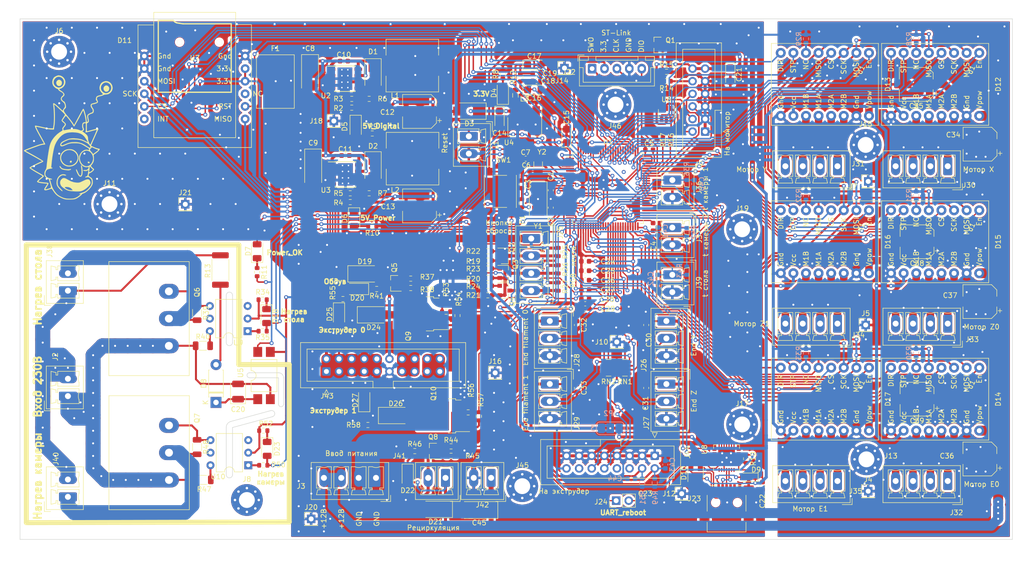
<source format=kicad_pcb>
(kicad_pcb (version 20171130) (host pcbnew "(5.1.8)-1")
  (layers (0 F.Cu signal) (31 B.Cu signal) (34 B.Paste user hide) (35 F.Paste user hide) (36 B.SilkS user) (37 F.SilkS user) (38 B.Mask user hide) (39 F.Mask user hide) (44 Edge.Cuts user))
  (net 0 "")
  (net 1 GND)
  (net 2 "Net-(C1-Pad1)")
  (net 3 "Net-(C2-Pad1)")
  (net 4 /Vref)
  (net 5 +5VD)
  (net 6 "Net-(C8-Pad1)")
  (net 7 +3V3)
  (net 8 /Vdda)
  (net 9 +5VP)
  (net 10 /N_230)
  (net 11 "Net-(C20-Pad1)")
  (net 12 /NRST)
  (net 13 /Auto_level)
  (net 14 /X_endstop)
  (net 15 /Y_endstop)
  (net 16 /Z_endstop)
  (net 17 /Jam_end0)
  (net 18 /Jam_end1)
  (net 19 "/end stop/U_end_stop")
  (net 20 VCC)
  (net 21 "Net-(D6-Pad2)")
  (net 22 "Net-(D9-Pad1)")
  (net 23 /control_temp/extr0_hot)
  (net 24 /control_temp/extr1_hot)
  (net 25 /bed_pwm)
  (net 26 /control_temp/extr_fan_pow)
  (net 27 "Net-(D18-Pad1)")
  (net 28 /dir_x)
  (net 29 /stp_x)
  (net 30 /miso_drv)
  (net 31 /cs_x)
  (net 32 /sck_drv)
  (net 33 /mosi_drv)
  (net 34 /en_x)
  (net 35 /dir_z0)
  (net 36 /stp_z0)
  (net 37 /cs_z0)
  (net 38 /en_z0)
  (net 39 /dir_y)
  (net 40 /stp_y)
  (net 41 /cs_y)
  (net 42 /en_y)
  (net 43 /dir_z1)
  (net 44 /stp_z1)
  (net 45 /cs_z1)
  (net 46 /en_z1)
  (net 47 /dir_e0)
  (net 48 /stp_e0)
  (net 49 /cs_e0)
  (net 50 /en_e0)
  (net 51 /dir_e1)
  (net 52 /stp_e1)
  (net 53 /cs_e1)
  (net 54 /en_e1)
  (net 55 /TX_LCD)
  (net 56 /RX_LCD)
  (net 57 /SWDIO)
  (net 58 /SWCLK)
  (net 59 /SWO)
  (net 60 "Net-(J9-Pad2)")
  (net 61 /Perefiria/red_led)
  (net 62 /Perefiria/green_led)
  (net 63 /Perefiria/blue_led)
  (net 64 /L_230)
  (net 65 "Net-(Q1-Pad1)")
  (net 66 "Net-(Q2-Pad1)")
  (net 67 /bed_temp)
  (net 68 "Net-(Q8-Pad1)")
  (net 69 "Net-(Q9-Pad1)")
  (net 70 "Net-(Q10-Pad1)")
  (net 71 "Net-(R2-Pad2)")
  (net 72 "Net-(R3-Pad2)")
  (net 73 "Net-(R5-Pad2)")
  (net 74 /extr0_temp)
  (net 75 /extr0_pwm)
  (net 76 /extr1_pwm)
  (net 77 "Net-(R18-Pad2)")
  (net 78 /extr1_temp)
  (net 79 /extr_fan_pwm)
  (net 80 /rec_fan_pwm)
  (net 81 /DP_USB)
  (net 82 "Net-(R40-Pad2)")
  (net 83 /DM_USB)
  (net 84 /rled_pwm)
  (net 85 /gled_pwm)
  (net 86 /bled_pwm)
  (net 87 /Rx_UART)
  (net 88 /Tx_UART)
  (net 89 /box_temp1)
  (net 90 /box_temp2)
  (net 91 /box_pwm)
  (net 92 /RST_eth)
  (net 93 /MIS_eth)
  (net 94 /CS_eth)
  (net 95 /SCK_eth)
  (net 96 /MOS_eth)
  (net 97 /CS_SD)
  (net 98 /power_ok)
  (net 99 /SCK_SD)
  (net 100 /MISO_SD)
  (net 101 /MOSI_SD)
  (net 102 "Net-(C4-Pad1)")
  (net 103 "Net-(C5-Pad1)")
  (net 104 "Net-(C6-Pad1)")
  (net 105 "Net-(C7-Pad1)")
  (net 106 "Net-(C10-Pad2)")
  (net 107 "Net-(C10-Pad1)")
  (net 108 "Net-(C11-Pad2)")
  (net 109 "Net-(C11-Pad1)")
  (net 110 "Net-(C14-Pad1)")
  (net 111 "Net-(C23-Pad2)")
  (net 112 "Net-(C23-Pad1)")
  (net 113 "Net-(D4-Pad2)")
  (net 114 "Net-(D5-Pad2)")
  (net 115 "Net-(D7-Pad1)")
  (net 116 "Net-(D8-Pad1)")
  (net 117 "Net-(D10-Pad4)")
  (net 118 "Net-(D10-Pad3)")
  (net 119 "Net-(D12-Pad14)")
  (net 120 "Net-(D12-Pad13)")
  (net 121 "Net-(D12-Pad12)")
  (net 122 "Net-(D12-Pad11)")
  (net 123 "Net-(D12-Pad6)")
  (net 124 "Net-(D13-Pad14)")
  (net 125 "Net-(D13-Pad13)")
  (net 126 "Net-(D13-Pad12)")
  (net 127 "Net-(D13-Pad11)")
  (net 128 "Net-(D13-Pad6)")
  (net 129 "Net-(D14-Pad14)")
  (net 130 "Net-(D14-Pad13)")
  (net 131 "Net-(D14-Pad12)")
  (net 132 "Net-(D14-Pad11)")
  (net 133 "Net-(D14-Pad6)")
  (net 134 "Net-(D15-Pad14)")
  (net 135 "Net-(D15-Pad13)")
  (net 136 "Net-(D15-Pad12)")
  (net 137 "Net-(D15-Pad11)")
  (net 138 "Net-(D15-Pad6)")
  (net 139 "Net-(D16-Pad14)")
  (net 140 "Net-(D16-Pad13)")
  (net 141 "Net-(D16-Pad12)")
  (net 142 "Net-(D16-Pad11)")
  (net 143 "Net-(D16-Pad6)")
  (net 144 "Net-(D17-Pad14)")
  (net 145 "Net-(D17-Pad13)")
  (net 146 "Net-(D17-Pad12)")
  (net 147 "Net-(D17-Pad11)")
  (net 148 "Net-(D17-Pad6)")
  (net 149 "Net-(D20-Pad1)")
  (net 150 "Net-(D21-Pad2)")
  (net 151 "Net-(D22-Pad1)")
  (net 152 "Net-(D23-Pad1)")
  (net 153 "Net-(D25-Pad1)")
  (net 154 "Net-(D27-Pad1)")
  (net 155 "Net-(J9-Pad10)")
  (net 156 "Net-(J9-Pad4)")
  (net 157 "Net-(J38-Pad2)")
  (net 158 "Net-(J40-Pad1)")
  (net 159 "Net-(Q3-Pad1)")
  (net 160 "Net-(Q4-Pad1)")
  (net 161 "Net-(Q5-Pad1)")
  (net 162 "Net-(Q6-Pad3)")
  (net 163 "Net-(Q7-Pad3)")
  (net 164 "Net-(R4-Pad2)")
  (net 165 "Net-(R16-Pad2)")
  (net 166 "Net-(R17-Pad2)")
  (net 167 "Net-(R35-Pad1)")
  (net 168 "Net-(R47-Pad2)")
  (net 169 "Net-(R50-Pad1)")
  (net 170 "Net-(J8-Pad1)")
  (module 3d_print:Rick_2 (layer F.Cu) (at 44.45 47.625)
    (fp_text reference G*** hide)
    (fp_text value LOGO hide)
  )
  (module 3d_print:MountingHole_3.2mm_M3_Pad_Via (layer F.Cu) (at 154.813 40.894)
    (fp_text reference J46 (at -0.127 4.318) (layer F.SilkS))
    (fp_text value Conn_01x01)
    (pad 1 thru_hole circle (at 0 0) (size 6.4 6.4) (drill 3.2) (layers *.Cu *.Mask) (net 1 GND))
    (pad 1 thru_hole circle (at 2.4 0) (size 0.8 0.8) (drill 0.5) (layers *.Cu *.Mask) (net 1 GND))
    (pad 1 thru_hole circle (at 1.697056 1.697056) (size 0.8 0.8) (drill 0.5) (layers *.Cu *.Mask) (net 1 GND))
    (pad 1 thru_hole circle (at 0 2.4) (size 0.8 0.8) (drill 0.5) (layers *.Cu *.Mask) (net 1 GND))
    (pad 1 thru_hole circle (at -1.697056 1.697056) (size 0.8 0.8) (drill 0.5) (layers *.Cu *.Mask) (net 1 GND))
    (pad 1 thru_hole circle (at -2.4 0) (size 0.8 0.8) (drill 0.5) (layers *.Cu *.Mask) (net 1 GND))
    (pad 1 thru_hole circle (at -1.697056 -1.697056) (size 0.8 0.8) (drill 0.5) (layers *.Cu *.Mask) (net 1 GND))
    (pad 1 thru_hole circle (at 0 -2.4) (size 0.8 0.8) (drill 0.5) (layers *.Cu *.Mask) (net 1 GND))
    (pad 1 thru_hole circle (at 1.697056 -1.697056) (size 0.8 0.8) (drill 0.5) (layers *.Cu *.Mask) (net 1 GND))
  )
  (module 3d_print:MountingHole_3.2mm_M3_Pad_Via (layer F.Cu) (at 136.017 117.856)
    (fp_text reference J45 (at 0 -4.2) (layer F.SilkS))
    (fp_text value Conn_01x01)
    (pad 1 thru_hole circle (at 0 0) (size 6.4 6.4) (drill 3.2) (layers *.Cu *.Mask) (net 1 GND))
    (pad 1 thru_hole circle (at 2.4 0) (size 0.8 0.8) (drill 0.5) (layers *.Cu *.Mask) (net 1 GND))
    (pad 1 thru_hole circle (at 1.697056 1.697056) (size 0.8 0.8) (drill 0.5) (layers *.Cu *.Mask) (net 1 GND))
    (pad 1 thru_hole circle (at 0 2.4) (size 0.8 0.8) (drill 0.5) (layers *.Cu *.Mask) (net 1 GND))
    (pad 1 thru_hole circle (at -1.697056 1.697056) (size 0.8 0.8) (drill 0.5) (layers *.Cu *.Mask) (net 1 GND))
    (pad 1 thru_hole circle (at -2.4 0) (size 0.8 0.8) (drill 0.5) (layers *.Cu *.Mask) (net 1 GND))
    (pad 1 thru_hole circle (at -1.697056 -1.697056) (size 0.8 0.8) (drill 0.5) (layers *.Cu *.Mask) (net 1 GND))
    (pad 1 thru_hole circle (at 0 -2.4) (size 0.8 0.8) (drill 0.5) (layers *.Cu *.Mask) (net 1 GND))
    (pad 1 thru_hole circle (at 1.697056 -1.697056) (size 0.8 0.8) (drill 0.5) (layers *.Cu *.Mask) (net 1 GND))
  )
  (module 3d_print:D_DO-41_SOD81_P7.62mm_Horizontal (layer F.Cu) (at 74.295 100.965 90)
    (fp_text reference D8 (at 3.81 -2.47 90) (layer F.SilkS))
    (fp_text value 1N4007)
    (fp_text user K (at 0 -2.1 90) (layer F.SilkS))
    (pad 2 thru_hole rect (at 0 0 90) (size 2.2 2.2) (drill 1.1) (layers *.Cu *.Mask) (net 11 "Net-(C20-Pad1)"))
    (pad 1 thru_hole oval (at 7.62 0 90) (size 2.2 2.2) (drill 1.1) (layers *.Cu *.Mask) (net 116 "Net-(D8-Pad1)"))
  )
  (module Connector_PinHeader_2.54mm:PinHeader_1x01_P2.54mm_Vertical (layer F.Cu) (at 144.526 33.528)
    (fp_text reference J14 (at -0.508 2.54) (layer F.SilkS))
    (fp_text value Conn_01x01)
    (pad 1 thru_hole rect (at 0 0) (size 1.7 1.7) (drill 1) (layers *.Cu *.Mask) (net 1 GND))
  )
  (module Package_QFP:LQFP-100_14x14mm_P0.5mm (layer F.Cu) (at 153.317 57.765)
    (fp_text reference U1 (at 0 -9.42) (layer F.SilkS))
    (fp_text value STM32F407VGTx)
    (pad 100 smd roundrect (at -6 -7.675) (size 0.3 1.6) (layers F.Cu F.Paste F.Mask) (net 7 +3V3))
    (pad 99 smd roundrect (at -5.5 -7.675) (size 0.3 1.6) (layers F.Cu F.Paste F.Mask) (net 1 GND))
    (pad 98 smd roundrect (at -5 -7.675) (size 0.3 1.6) (layers F.Cu F.Paste F.Mask) (net 92 /RST_eth))
    (pad 97 smd roundrect (at -4.5 -7.675) (size 0.3 1.6) (layers F.Cu F.Paste F.Mask) (net 94 /CS_eth))
    (pad 96 smd roundrect (at -4 -7.675) (size 0.3 1.6) (layers F.Cu F.Paste F.Mask) (net 39 /dir_y))
    (pad 95 smd roundrect (at -3.5 -7.675) (size 0.3 1.6) (layers F.Cu F.Paste F.Mask) (net 40 /stp_y))
    (pad 94 smd roundrect (at -3 -7.675) (size 0.3 1.6) (layers F.Cu F.Paste F.Mask) (net 7 +3V3))
    (pad 93 smd roundrect (at -2.5 -7.675) (size 0.3 1.6) (layers F.Cu F.Paste F.Mask))
    (pad 92 smd roundrect (at -2 -7.675) (size 0.3 1.6) (layers F.Cu F.Paste F.Mask))
    (pad 91 smd roundrect (at -1.5 -7.675) (size 0.3 1.6) (layers F.Cu F.Paste F.Mask) (net 41 /cs_y))
    (pad 90 smd roundrect (at -1 -7.675) (size 0.3 1.6) (layers F.Cu F.Paste F.Mask) (net 42 /en_y))
    (pad 89 smd roundrect (at -0.5 -7.675) (size 0.3 1.6) (layers F.Cu F.Paste F.Mask) (net 59 /SWO))
    (pad 88 smd roundrect (at 0 -7.675) (size 0.3 1.6) (layers F.Cu F.Paste F.Mask))
    (pad 87 smd roundrect (at 0.5 -7.675) (size 0.3 1.6) (layers F.Cu F.Paste F.Mask) (net 28 /dir_x))
    (pad 86 smd roundrect (at 1 -7.675) (size 0.3 1.6) (layers F.Cu F.Paste F.Mask) (net 29 /stp_x))
    (pad 85 smd roundrect (at 1.5 -7.675) (size 0.3 1.6) (layers F.Cu F.Paste F.Mask) (net 31 /cs_x))
    (pad 84 smd roundrect (at 2 -7.675) (size 0.3 1.6) (layers F.Cu F.Paste F.Mask) (net 34 /en_x))
    (pad 83 smd roundrect (at 2.5 -7.675) (size 0.3 1.6) (layers F.Cu F.Paste F.Mask))
    (pad 82 smd roundrect (at 3 -7.675) (size 0.3 1.6) (layers F.Cu F.Paste F.Mask))
    (pad 81 smd roundrect (at 3.5 -7.675) (size 0.3 1.6) (layers F.Cu F.Paste F.Mask) (net 44 /stp_z1))
    (pad 80 smd roundrect (at 4 -7.675) (size 0.3 1.6) (layers F.Cu F.Paste F.Mask) (net 101 /MOSI_SD))
    (pad 79 smd roundrect (at 4.5 -7.675) (size 0.3 1.6) (layers F.Cu F.Paste F.Mask) (net 100 /MISO_SD))
    (pad 78 smd roundrect (at 5 -7.675) (size 0.3 1.6) (layers F.Cu F.Paste F.Mask) (net 99 /SCK_SD))
    (pad 77 smd roundrect (at 5.5 -7.675) (size 0.3 1.6) (layers F.Cu F.Paste F.Mask) (net 43 /dir_z1))
    (pad 76 smd roundrect (at 6 -7.675) (size 0.3 1.6) (layers F.Cu F.Paste F.Mask) (net 58 /SWCLK))
    (pad 75 smd roundrect (at 7.675 -6) (size 1.6 0.3) (layers F.Cu F.Paste F.Mask) (net 7 +3V3))
    (pad 74 smd roundrect (at 7.675 -5.5) (size 1.6 0.3) (layers F.Cu F.Paste F.Mask) (net 1 GND))
    (pad 73 smd roundrect (at 7.675 -5) (size 1.6 0.3) (layers F.Cu F.Paste F.Mask) (net 103 "Net-(C5-Pad1)"))
    (pad 72 smd roundrect (at 7.675 -4.5) (size 1.6 0.3) (layers F.Cu F.Paste F.Mask) (net 57 /SWDIO))
    (pad 71 smd roundrect (at 7.675 -4) (size 1.6 0.3) (layers F.Cu F.Paste F.Mask) (net 81 /DP_USB))
    (pad 70 smd roundrect (at 7.675 -3.5) (size 1.6 0.3) (layers F.Cu F.Paste F.Mask) (net 83 /DM_USB))
    (pad 69 smd roundrect (at 7.675 -3) (size 1.6 0.3) (layers F.Cu F.Paste F.Mask) (net 55 /TX_LCD))
    (pad 68 smd roundrect (at 7.675 -2.5) (size 1.6 0.3) (layers F.Cu F.Paste F.Mask) (net 56 /RX_LCD))
    (pad 67 smd roundrect (at 7.675 -2) (size 1.6 0.3) (layers F.Cu F.Paste F.Mask) (net 45 /cs_z1))
    (pad 66 smd roundrect (at 7.675 -1.5) (size 1.6 0.3) (layers F.Cu F.Paste F.Mask))
    (pad 65 smd roundrect (at 7.675 -1) (size 1.6 0.3) (layers F.Cu F.Paste F.Mask))
    (pad 64 smd roundrect (at 7.675 -0.5) (size 1.6 0.3) (layers F.Cu F.Paste F.Mask) (net 46 /en_z1))
    (pad 63 smd roundrect (at 7.675 0) (size 1.6 0.3) (layers F.Cu F.Paste F.Mask) (net 35 /dir_z0))
    (pad 62 smd roundrect (at 7.675 0.5) (size 1.6 0.3) (layers F.Cu F.Paste F.Mask) (net 79 /extr_fan_pwm))
    (pad 61 smd roundrect (at 7.675 1) (size 1.6 0.3) (layers F.Cu F.Paste F.Mask) (net 80 /rec_fan_pwm))
    (pad 60 smd roundrect (at 7.675 1.5) (size 1.6 0.3) (layers F.Cu F.Paste F.Mask) (net 76 /extr1_pwm))
    (pad 59 smd roundrect (at 7.675 2) (size 1.6 0.3) (layers F.Cu F.Paste F.Mask) (net 75 /extr0_pwm))
    (pad 58 smd roundrect (at 7.675 2.5) (size 1.6 0.3) (layers F.Cu F.Paste F.Mask))
    (pad 57 smd roundrect (at 7.675 3) (size 1.6 0.3) (layers F.Cu F.Paste F.Mask))
    (pad 56 smd roundrect (at 7.675 3.5) (size 1.6 0.3) (layers F.Cu F.Paste F.Mask) (net 50 /en_e0))
    (pad 55 smd roundrect (at 7.675 4) (size 1.6 0.3) (layers F.Cu F.Paste F.Mask) (net 49 /cs_e0))
    (pad 54 smd roundrect (at 7.675 4.5) (size 1.6 0.3) (layers F.Cu F.Paste F.Mask) (net 48 /stp_e0))
    (pad 53 smd roundrect (at 7.675 5) (size 1.6 0.3) (layers F.Cu F.Paste F.Mask))
    (pad 52 smd roundrect (at 7.675 5.5) (size 1.6 0.3) (layers F.Cu F.Paste F.Mask) (net 38 /en_z0))
    (pad 51 smd roundrect (at 7.675 6) (size 1.6 0.3) (layers F.Cu F.Paste F.Mask) (net 37 /cs_z0))
    (pad 50 smd roundrect (at 6 7.675) (size 0.3 1.6) (layers F.Cu F.Paste F.Mask) (net 7 +3V3))
    (pad 49 smd roundrect (at 5.5 7.675) (size 0.3 1.6) (layers F.Cu F.Paste F.Mask) (net 102 "Net-(C4-Pad1)"))
    (pad 48 smd roundrect (at 5 7.675) (size 0.3 1.6) (layers F.Cu F.Paste F.Mask) (net 51 /dir_e1))
    (pad 47 smd roundrect (at 4.5 7.675) (size 0.3 1.6) (layers F.Cu F.Paste F.Mask) (net 95 /SCK_eth))
    (pad 46 smd roundrect (at 4 7.675) (size 0.3 1.6) (layers F.Cu F.Paste F.Mask) (net 14 /X_endstop))
    (pad 45 smd roundrect (at 3.5 7.675) (size 0.3 1.6) (layers F.Cu F.Paste F.Mask) (net 15 /Y_endstop))
    (pad 44 smd roundrect (at 3 7.675) (size 0.3 1.6) (layers F.Cu F.Paste F.Mask) (net 84 /rled_pwm))
    (pad 43 smd roundrect (at 2.5 7.675) (size 0.3 1.6) (layers F.Cu F.Paste F.Mask) (net 16 /Z_endstop))
    (pad 42 smd roundrect (at 2 7.675) (size 0.3 1.6) (layers F.Cu F.Paste F.Mask) (net 85 /gled_pwm))
    (pad 41 smd roundrect (at 1.5 7.675) (size 0.3 1.6) (layers F.Cu F.Paste F.Mask) (net 13 /Auto_level))
    (pad 40 smd roundrect (at 1 7.675) (size 0.3 1.6) (layers F.Cu F.Paste F.Mask) (net 86 /bled_pwm))
    (pad 39 smd roundrect (at 0.5 7.675) (size 0.3 1.6) (layers F.Cu F.Paste F.Mask) (net 17 /Jam_end0))
    (pad 38 smd roundrect (at 0 7.675) (size 0.3 1.6) (layers F.Cu F.Paste F.Mask) (net 18 /Jam_end1))
    (pad 37 smd roundrect (at -0.5 7.675) (size 0.3 1.6) (layers F.Cu F.Paste F.Mask))
    (pad 36 smd roundrect (at -1 7.675) (size 0.3 1.6) (layers F.Cu F.Paste F.Mask) (net 47 /dir_e0))
    (pad 35 smd roundrect (at -1.5 7.675) (size 0.3 1.6) (layers F.Cu F.Paste F.Mask) (net 54 /en_e1))
    (pad 34 smd roundrect (at -2 7.675) (size 0.3 1.6) (layers F.Cu F.Paste F.Mask) (net 53 /cs_e1))
    (pad 33 smd roundrect (at -2.5 7.675) (size 0.3 1.6) (layers F.Cu F.Paste F.Mask) (net 52 /stp_e1))
    (pad 32 smd roundrect (at -3 7.675) (size 0.3 1.6) (layers F.Cu F.Paste F.Mask) (net 33 /mosi_drv))
    (pad 31 smd roundrect (at -3.5 7.675) (size 0.3 1.6) (layers F.Cu F.Paste F.Mask) (net 30 /miso_drv))
    (pad 30 smd roundrect (at -4 7.675) (size 0.3 1.6) (layers F.Cu F.Paste F.Mask) (net 32 /sck_drv))
    (pad 29 smd roundrect (at -4.5 7.675) (size 0.3 1.6) (layers F.Cu F.Paste F.Mask) (net 67 /bed_temp))
    (pad 28 smd roundrect (at -5 7.675) (size 0.3 1.6) (layers F.Cu F.Paste F.Mask) (net 7 +3V3))
    (pad 27 smd roundrect (at -5.5 7.675) (size 0.3 1.6) (layers F.Cu F.Paste F.Mask) (net 1 GND))
    (pad 26 smd roundrect (at -6 7.675) (size 0.3 1.6) (layers F.Cu F.Paste F.Mask) (net 78 /extr1_temp))
    (pad 25 smd roundrect (at -7.675 6) (size 1.6 0.3) (layers F.Cu F.Paste F.Mask) (net 74 /extr0_temp))
    (pad 24 smd roundrect (at -7.675 5.5) (size 1.6 0.3) (layers F.Cu F.Paste F.Mask) (net 87 /Rx_UART))
    (pad 23 smd roundrect (at -7.675 5) (size 1.6 0.3) (layers F.Cu F.Paste F.Mask) (net 88 /Tx_UART))
    (pad 22 smd roundrect (at -7.675 4.5) (size 1.6 0.3) (layers F.Cu F.Paste F.Mask) (net 8 /Vdda))
    (pad 21 smd roundrect (at -7.675 4) (size 1.6 0.3) (layers F.Cu F.Paste F.Mask) (net 4 /Vref))
    (pad 20 smd roundrect (at -7.675 3.5) (size 1.6 0.3) (layers F.Cu F.Paste F.Mask) (net 1 GND))
    (pad 19 smd roundrect (at -7.675 3) (size 1.6 0.3) (layers F.Cu F.Paste F.Mask) (net 7 +3V3))
    (pad 18 smd roundrect (at -7.675 2.5) (size 1.6 0.3) (layers F.Cu F.Paste F.Mask) (net 96 /MOS_eth))
    (pad 17 smd roundrect (at -7.675 2) (size 1.6 0.3) (layers F.Cu F.Paste F.Mask) (net 93 /MIS_eth))
    (pad 16 smd roundrect (at -7.675 1.5) (size 1.6 0.3) (layers F.Cu F.Paste F.Mask) (net 90 /box_temp2))
    (pad 15 smd roundrect (at -7.675 1) (size 1.6 0.3) (layers F.Cu F.Paste F.Mask) (net 89 /box_temp1))
    (pad 14 smd roundrect (at -7.675 0.5) (size 1.6 0.3) (layers F.Cu F.Paste F.Mask) (net 12 /NRST))
    (pad 13 smd roundrect (at -7.675 0) (size 1.6 0.3) (layers F.Cu F.Paste F.Mask) (net 3 "Net-(C2-Pad1)"))
    (pad 12 smd roundrect (at -7.675 -0.5) (size 1.6 0.3) (layers F.Cu F.Paste F.Mask) (net 2 "Net-(C1-Pad1)"))
    (pad 11 smd roundrect (at -7.675 -1) (size 1.6 0.3) (layers F.Cu F.Paste F.Mask) (net 7 +3V3))
    (pad 10 smd roundrect (at -7.675 -1.5) (size 1.6 0.3) (layers F.Cu F.Paste F.Mask) (net 1 GND))
    (pad 9 smd roundrect (at -7.675 -2) (size 1.6 0.3) (layers F.Cu F.Paste F.Mask) (net 104 "Net-(C6-Pad1)"))
    (pad 8 smd roundrect (at -7.675 -2.5) (size 1.6 0.3) (layers F.Cu F.Paste F.Mask) (net 105 "Net-(C7-Pad1)"))
    (pad 7 smd roundrect (at -7.675 -3) (size 1.6 0.3) (layers F.Cu F.Paste F.Mask))
    (pad 6 smd roundrect (at -7.675 -3.5) (size 1.6 0.3) (layers F.Cu F.Paste F.Mask) (net 7 +3V3))
    (pad 5 smd roundrect (at -7.675 -4) (size 1.6 0.3) (layers F.Cu F.Paste F.Mask) (net 25 /bed_pwm))
    (pad 4 smd roundrect (at -7.675 -4.5) (size 1.6 0.3) (layers F.Cu F.Paste F.Mask) (net 91 /box_pwm))
    (pad 3 smd roundrect (at -7.675 -5) (size 1.6 0.3) (layers F.Cu F.Paste F.Mask) (net 98 /power_ok))
    (pad 2 smd roundrect (at -7.675 -5.5) (size 1.6 0.3) (layers F.Cu F.Paste F.Mask) (net 36 /stp_z0))
    (pad 1 smd roundrect (at -7.675 -6) (size 1.6 0.3) (layers F.Cu F.Paste F.Mask) (net 97 /CS_SD))
  )
  (module Capacitor_SMD:C_0603_1608Metric (layer F.Cu) (at 162.385838 65.561165 270)
    (fp_text reference C4 (at 3.8355 -0.088 90) (layer F.SilkS))
    (fp_text value 2.2uF)
    (pad 2 smd roundrect (at 0.775 0 270) (size 0.9 0.95) (layers F.Cu F.Paste F.Mask) (net 1 GND))
    (pad 1 smd roundrect (at -0.775 0 270) (size 0.9 0.95) (layers F.Cu F.Paste F.Mask) (net 102 "Net-(C4-Pad1)"))
  )
  (module 3d_print:TMC2130_Module (layer F.Cu) (at 208.435002 36.81 270)
    (fp_text reference D13 (at 0 -1.27 90) (layer F.SilkS))
    (fp_text value TMC2130_module)
    (fp_text user d1 (at -2.032 4.572 245) (layer F.SilkS) (effects (justify left)))
    (fp_text user MOSI (at -5.08 5.08 90) (layer F.SilkS) (effects (justify right)))
    (fp_text user En (at -5.08 2.54 90) (layer F.SilkS) (effects (justify right)))
    (fp_text user Vpow (at 5.08 2.54 90) (layer F.SilkS) (effects (justify left)))
    (fp_text user Gnd (at 5.08 5.08 90) (layer F.SilkS) (effects (justify left)))
    (fp_text user M2B (at 5.08 7.62 90) (layer F.SilkS) (effects (justify left)))
    (fp_text user M2A (at 5.08 10.16 90) (layer F.SilkS) (effects (justify left)))
    (fp_text user M1A (at 5.08 12.7 90) (layer F.SilkS) (effects (justify left)))
    (fp_text user M1B (at 5.08 15.24 90) (layer F.SilkS) (effects (justify left)))
    (fp_text user Vcc (at 5.08 17.78 90) (layer F.SilkS) (effects (justify left)))
    (fp_text user Gnd (at 5.08 20.32 90) (layer F.SilkS) (effects (justify left)))
    (fp_text user DIR (at -5.08 20.32 90) (layer F.SilkS) (effects (justify right)))
    (fp_text user STP (at -5.08 17.78 90) (layer F.SilkS) (effects (justify right)))
    (fp_text user NC (at -5.08 15.24 90) (layer F.SilkS) (effects (justify right)))
    (fp_text user MISO (at -5.08 12.7 90) (layer F.SilkS) (effects (justify right)))
    (fp_text user CS (at -5.08 10.16 90) (layer F.SilkS) (effects (justify right)))
    (fp_text user SCK (at -5.08 7.62 90) (layer F.SilkS) (effects (justify right)))
    (pad 16 thru_hole circle (at 6.35 2.54 270) (size 2 2) (drill 1) (layers *.Cu *.Mask) (net 20 VCC))
    (pad 15 thru_hole circle (at 6.35 5.08 270) (size 2 2) (drill 1) (layers *.Cu *.Mask) (net 1 GND))
    (pad 14 thru_hole circle (at 6.35 7.62 270) (size 2 2) (drill 1) (layers *.Cu *.Mask) (net 124 "Net-(D13-Pad14)"))
    (pad 13 thru_hole circle (at 6.35 10.16 270) (size 2 2) (drill 1) (layers *.Cu *.Mask) (net 125 "Net-(D13-Pad13)"))
    (pad 12 thru_hole circle (at 6.35 12.7 270) (size 2 2) (drill 1) (layers *.Cu *.Mask) (net 126 "Net-(D13-Pad12)"))
    (pad 11 thru_hole circle (at 6.35 15.24 270) (size 2 2) (drill 1) (layers *.Cu *.Mask) (net 127 "Net-(D13-Pad11)"))
    (pad 10 thru_hole circle (at 6.35 17.78 270) (size 2 2) (drill 1) (layers *.Cu *.Mask) (net 5 +5VD))
    (pad 9 thru_hole circle (at 6.35 20.32 270) (size 2 2) (drill 1) (layers *.Cu *.Mask) (net 1 GND))
    (pad 8 thru_hole circle (at -6.35 20.32 270) (size 2 2) (drill 1) (layers *.Cu *.Mask) (net 39 /dir_y))
    (pad 7 thru_hole circle (at -6.35 17.78 270) (size 2 2) (drill 1) (layers *.Cu *.Mask) (net 40 /stp_y))
    (pad 6 thru_hole circle (at -6.35 15.24 270) (size 2 2) (drill 1) (layers *.Cu *.Mask) (net 128 "Net-(D13-Pad6)"))
    (pad 5 thru_hole circle (at -6.35 12.7 270) (size 2 2) (drill 1) (layers *.Cu *.Mask) (net 30 /miso_drv))
    (pad 4 thru_hole circle (at -6.35 10.16 270) (size 2 2) (drill 1) (layers *.Cu *.Mask) (net 41 /cs_y))
    (pad 3 thru_hole circle (at -6.35 7.62 270) (size 2 2) (drill 1) (layers *.Cu *.Mask) (net 32 /sck_drv))
    (pad 2 thru_hole circle (at -6.35 5.08 270) (size 2 2) (drill 1) (layers *.Cu *.Mask) (net 33 /mosi_drv))
    (pad 1 thru_hole circle (at -6.35 2.54 270) (size 2 2) (drill 1) (layers *.Cu *.Mask) (net 42 /en_y))
  )
  (module 3d_print:TMC2130_Module (layer F.Cu) (at 208.435 68.56 270)
    (fp_text reference D16 (at 0 -1.27 90) (layer F.SilkS))
    (fp_text value TMC2130_module)
    (fp_text user d1 (at -2.032 4.572 245) (layer F.SilkS) (effects (justify left)))
    (fp_text user MOSI (at -5.08 5.08 90) (layer F.SilkS) (effects (justify right)))
    (fp_text user En (at -5.08 2.54 90) (layer F.SilkS) (effects (justify right)))
    (fp_text user Vpow (at 5.08 2.54 90) (layer F.SilkS) (effects (justify left)))
    (fp_text user Gnd (at 5.08 5.08 90) (layer F.SilkS) (effects (justify left)))
    (fp_text user M2B (at 5.08 7.62 90) (layer F.SilkS) (effects (justify left)))
    (fp_text user M2A (at 5.08 10.16 90) (layer F.SilkS) (effects (justify left)))
    (fp_text user M1A (at 5.08 12.7 90) (layer F.SilkS) (effects (justify left)))
    (fp_text user M1B (at 5.08 15.24 90) (layer F.SilkS) (effects (justify left)))
    (fp_text user Vcc (at 5.08 17.78 90) (layer F.SilkS) (effects (justify left)))
    (fp_text user Gnd (at 5.08 20.32 90) (layer F.SilkS) (effects (justify left)))
    (fp_text user DIR (at -5.08 20.32 90) (layer F.SilkS) (effects (justify right)))
    (fp_text user STP (at -5.08 17.78 90) (layer F.SilkS) (effects (justify right)))
    (fp_text user NC (at -5.08 15.24 90) (layer F.SilkS) (effects (justify right)))
    (fp_text user MISO (at -5.08 12.7 90) (layer F.SilkS) (effects (justify right)))
    (fp_text user CS (at -5.08 10.16 90) (layer F.SilkS) (effects (justify right)))
    (fp_text user SCK (at -5.08 7.62 90) (layer F.SilkS) (effects (justify right)))
    (pad 16 thru_hole circle (at 6.35 2.54 270) (size 2 2) (drill 1) (layers *.Cu *.Mask) (net 20 VCC))
    (pad 15 thru_hole circle (at 6.35 5.08 270) (size 2 2) (drill 1) (layers *.Cu *.Mask) (net 1 GND))
    (pad 14 thru_hole circle (at 6.35 7.62 270) (size 2 2) (drill 1) (layers *.Cu *.Mask) (net 139 "Net-(D16-Pad14)"))
    (pad 13 thru_hole circle (at 6.35 10.16 270) (size 2 2) (drill 1) (layers *.Cu *.Mask) (net 140 "Net-(D16-Pad13)"))
    (pad 12 thru_hole circle (at 6.35 12.7 270) (size 2 2) (drill 1) (layers *.Cu *.Mask) (net 141 "Net-(D16-Pad12)"))
    (pad 11 thru_hole circle (at 6.35 15.24 270) (size 2 2) (drill 1) (layers *.Cu *.Mask) (net 142 "Net-(D16-Pad11)"))
    (pad 10 thru_hole circle (at 6.35 17.78 270) (size 2 2) (drill 1) (layers *.Cu *.Mask) (net 5 +5VD))
    (pad 9 thru_hole circle (at 6.35 20.32 270) (size 2 2) (drill 1) (layers *.Cu *.Mask) (net 1 GND))
    (pad 8 thru_hole circle (at -6.35 20.32 270) (size 2 2) (drill 1) (layers *.Cu *.Mask) (net 43 /dir_z1))
    (pad 7 thru_hole circle (at -6.35 17.78 270) (size 2 2) (drill 1) (layers *.Cu *.Mask) (net 44 /stp_z1))
    (pad 6 thru_hole circle (at -6.35 15.24 270) (size 2 2) (drill 1) (layers *.Cu *.Mask) (net 143 "Net-(D16-Pad6)"))
    (pad 5 thru_hole circle (at -6.35 12.7 270) (size 2 2) (drill 1) (layers *.Cu *.Mask) (net 30 /miso_drv))
    (pad 4 thru_hole circle (at -6.35 10.16 270) (size 2 2) (drill 1) (layers *.Cu *.Mask) (net 45 /cs_z1))
    (pad 3 thru_hole circle (at -6.35 7.62 270) (size 2 2) (drill 1) (layers *.Cu *.Mask) (net 32 /sck_drv))
    (pad 2 thru_hole circle (at -6.35 5.08 270) (size 2 2) (drill 1) (layers *.Cu *.Mask) (net 33 /mosi_drv))
    (pad 1 thru_hole circle (at -6.35 2.54 270) (size 2 2) (drill 1) (layers *.Cu *.Mask) (net 46 /en_z1))
  )
  (module 3d_print:TMC2130_Module (layer F.Cu) (at 230.66 36.81 270)
    (fp_text reference D12 (at 0 -1.27 90) (layer F.SilkS))
    (fp_text value TMC2130_module)
    (fp_text user d1 (at -2.032 4.572 245) (layer F.SilkS) (effects (justify left)))
    (fp_text user MOSI (at -5.08 5.08 90) (layer F.SilkS) (effects (justify right)))
    (fp_text user En (at -5.08 2.54 90) (layer F.SilkS) (effects (justify right)))
    (fp_text user Vpow (at 5.08 2.54 90) (layer F.SilkS) (effects (justify left)))
    (fp_text user Gnd (at 5.08 5.08 90) (layer F.SilkS) (effects (justify left)))
    (fp_text user M2B (at 5.08 7.62 90) (layer F.SilkS) (effects (justify left)))
    (fp_text user M2A (at 5.08 10.16 90) (layer F.SilkS) (effects (justify left)))
    (fp_text user M1A (at 5.08 12.7 90) (layer F.SilkS) (effects (justify left)))
    (fp_text user M1B (at 5.08 15.24 90) (layer F.SilkS) (effects (justify left)))
    (fp_text user Vcc (at 5.08 17.78 90) (layer F.SilkS) (effects (justify left)))
    (fp_text user Gnd (at 5.08 20.32 90) (layer F.SilkS) (effects (justify left)))
    (fp_text user DIR (at -5.08 20.32 90) (layer F.SilkS) (effects (justify right)))
    (fp_text user STP (at -5.08 17.78 90) (layer F.SilkS) (effects (justify right)))
    (fp_text user NC (at -5.08 15.24 90) (layer F.SilkS) (effects (justify right)))
    (fp_text user MISO (at -5.08 12.7 90) (layer F.SilkS) (effects (justify right)))
    (fp_text user CS (at -5.08 10.16 90) (layer F.SilkS) (effects (justify right)))
    (fp_text user SCK (at -5.08 7.62 90) (layer F.SilkS) (effects (justify right)))
    (pad 16 thru_hole circle (at 6.35 2.54 270) (size 2 2) (drill 1) (layers *.Cu *.Mask) (net 20 VCC))
    (pad 15 thru_hole circle (at 6.35 5.08 270) (size 2 2) (drill 1) (layers *.Cu *.Mask) (net 1 GND))
    (pad 14 thru_hole circle (at 6.35 7.62 270) (size 2 2) (drill 1) (layers *.Cu *.Mask) (net 119 "Net-(D12-Pad14)"))
    (pad 13 thru_hole circle (at 6.35 10.16 270) (size 2 2) (drill 1) (layers *.Cu *.Mask) (net 120 "Net-(D12-Pad13)"))
    (pad 12 thru_hole circle (at 6.35 12.7 270) (size 2 2) (drill 1) (layers *.Cu *.Mask) (net 121 "Net-(D12-Pad12)"))
    (pad 11 thru_hole circle (at 6.35 15.24 270) (size 2 2) (drill 1) (layers *.Cu *.Mask) (net 122 "Net-(D12-Pad11)"))
    (pad 10 thru_hole circle (at 6.35 17.78 270) (size 2 2) (drill 1) (layers *.Cu *.Mask) (net 5 +5VD))
    (pad 9 thru_hole circle (at 6.35 20.32 270) (size 2 2) (drill 1) (layers *.Cu *.Mask) (net 1 GND))
    (pad 8 thru_hole circle (at -6.35 20.32 270) (size 2 2) (drill 1) (layers *.Cu *.Mask) (net 28 /dir_x))
    (pad 7 thru_hole circle (at -6.35 17.78 270) (size 2 2) (drill 1) (layers *.Cu *.Mask) (net 29 /stp_x))
    (pad 6 thru_hole circle (at -6.35 15.24 270) (size 2 2) (drill 1) (layers *.Cu *.Mask) (net 123 "Net-(D12-Pad6)"))
    (pad 5 thru_hole circle (at -6.35 12.7 270) (size 2 2) (drill 1) (layers *.Cu *.Mask) (net 30 /miso_drv))
    (pad 4 thru_hole circle (at -6.35 10.16 270) (size 2 2) (drill 1) (layers *.Cu *.Mask) (net 31 /cs_x))
    (pad 3 thru_hole circle (at -6.35 7.62 270) (size 2 2) (drill 1) (layers *.Cu *.Mask) (net 32 /sck_drv))
    (pad 2 thru_hole circle (at -6.35 5.08 270) (size 2 2) (drill 1) (layers *.Cu *.Mask) (net 33 /mosi_drv))
    (pad 1 thru_hole circle (at -6.35 2.54 270) (size 2 2) (drill 1) (layers *.Cu *.Mask) (net 34 /en_x))
  )
  (module 3d_print:TMC2130_Module (layer F.Cu) (at 208.435002 100.310002 270)
    (fp_text reference D17 (at 0 -1.27 90) (layer F.SilkS))
    (fp_text value TMC2130_module)
    (fp_text user d1 (at -2.032 4.572 245) (layer F.SilkS) (effects (justify left)))
    (fp_text user MOSI (at -5.08 5.08 90) (layer F.SilkS) (effects (justify right)))
    (fp_text user En (at -5.08 2.54 90) (layer F.SilkS) (effects (justify right)))
    (fp_text user Vpow (at 5.08 2.54 90) (layer F.SilkS) (effects (justify left)))
    (fp_text user Gnd (at 5.08 5.08 90) (layer F.SilkS) (effects (justify left)))
    (fp_text user M2B (at 5.08 7.62 90) (layer F.SilkS) (effects (justify left)))
    (fp_text user M2A (at 5.08 10.16 90) (layer F.SilkS) (effects (justify left)))
    (fp_text user M1A (at 5.08 12.7 90) (layer F.SilkS) (effects (justify left)))
    (fp_text user M1B (at 5.08 15.24 90) (layer F.SilkS) (effects (justify left)))
    (fp_text user Vcc (at 5.08 17.78 90) (layer F.SilkS) (effects (justify left)))
    (fp_text user Gnd (at 5.08 20.32 90) (layer F.SilkS) (effects (justify left)))
    (fp_text user DIR (at -5.08 20.32 90) (layer F.SilkS) (effects (justify right)))
    (fp_text user STP (at -5.08 17.78 90) (layer F.SilkS) (effects (justify right)))
    (fp_text user NC (at -5.08 15.24 90) (layer F.SilkS) (effects (justify right)))
    (fp_text user MISO (at -5.08 12.7 90) (layer F.SilkS) (effects (justify right)))
    (fp_text user CS (at -5.08 10.16 90) (layer F.SilkS) (effects (justify right)))
    (fp_text user SCK (at -5.08 7.62 90) (layer F.SilkS) (effects (justify right)))
    (pad 16 thru_hole circle (at 6.35 2.54 270) (size 2 2) (drill 1) (layers *.Cu *.Mask) (net 20 VCC))
    (pad 15 thru_hole circle (at 6.35 5.08 270) (size 2 2) (drill 1) (layers *.Cu *.Mask) (net 1 GND))
    (pad 14 thru_hole circle (at 6.35 7.62 270) (size 2 2) (drill 1) (layers *.Cu *.Mask) (net 144 "Net-(D17-Pad14)"))
    (pad 13 thru_hole circle (at 6.35 10.16 270) (size 2 2) (drill 1) (layers *.Cu *.Mask) (net 145 "Net-(D17-Pad13)"))
    (pad 12 thru_hole circle (at 6.35 12.7 270) (size 2 2) (drill 1) (layers *.Cu *.Mask) (net 146 "Net-(D17-Pad12)"))
    (pad 11 thru_hole circle (at 6.35 15.24 270) (size 2 2) (drill 1) (layers *.Cu *.Mask) (net 147 "Net-(D17-Pad11)"))
    (pad 10 thru_hole circle (at 6.35 17.78 270) (size 2 2) (drill 1) (layers *.Cu *.Mask) (net 5 +5VD))
    (pad 9 thru_hole circle (at 6.35 20.32 270) (size 2 2) (drill 1) (layers *.Cu *.Mask) (net 1 GND))
    (pad 8 thru_hole circle (at -6.35 20.32 270) (size 2 2) (drill 1) (layers *.Cu *.Mask) (net 51 /dir_e1))
    (pad 7 thru_hole circle (at -6.35 17.78 270) (size 2 2) (drill 1) (layers *.Cu *.Mask) (net 52 /stp_e1))
    (pad 6 thru_hole circle (at -6.35 15.24 270) (size 2 2) (drill 1) (layers *.Cu *.Mask) (net 148 "Net-(D17-Pad6)"))
    (pad 5 thru_hole circle (at -6.35 12.7 270) (size 2 2) (drill 1) (layers *.Cu *.Mask) (net 30 /miso_drv))
    (pad 4 thru_hole circle (at -6.35 10.16 270) (size 2 2) (drill 1) (layers *.Cu *.Mask) (net 53 /cs_e1))
    (pad 3 thru_hole circle (at -6.35 7.62 270) (size 2 2) (drill 1) (layers *.Cu *.Mask) (net 32 /sck_drv))
    (pad 2 thru_hole circle (at -6.35 5.08 270) (size 2 2) (drill 1) (layers *.Cu *.Mask) (net 33 /mosi_drv))
    (pad 1 thru_hole circle (at -6.35 2.54 270) (size 2 2) (drill 1) (layers *.Cu *.Mask) (net 54 /en_e1))
  )
  (module 3d_print:TMC2130_Module (layer F.Cu) (at 230.659998 100.31 270)
    (fp_text reference D14 (at 0 -1.27 90) (layer F.SilkS))
    (fp_text value TMC2130_module)
    (fp_text user d1 (at -2.032 4.572 245) (layer F.SilkS) (effects (justify left)))
    (fp_text user MOSI (at -5.08 5.08 90) (layer F.SilkS) (effects (justify right)))
    (fp_text user En (at -5.08 2.54 90) (layer F.SilkS) (effects (justify right)))
    (fp_text user Vpow (at 5.08 2.54 90) (layer F.SilkS) (effects (justify left)))
    (fp_text user Gnd (at 5.08 5.08 90) (layer F.SilkS) (effects (justify left)))
    (fp_text user M2B (at 5.08 7.62 90) (layer F.SilkS) (effects (justify left)))
    (fp_text user M2A (at 5.08 10.16 90) (layer F.SilkS) (effects (justify left)))
    (fp_text user M1A (at 5.08 12.7 90) (layer F.SilkS) (effects (justify left)))
    (fp_text user M1B (at 5.08 15.24 90) (layer F.SilkS) (effects (justify left)))
    (fp_text user Vcc (at 5.08 17.78 90) (layer F.SilkS) (effects (justify left)))
    (fp_text user Gnd (at 5.08 20.32 90) (layer F.SilkS) (effects (justify left)))
    (fp_text user DIR (at -5.08 20.32 90) (layer F.SilkS) (effects (justify right)))
    (fp_text user STP (at -5.08 17.78 90) (layer F.SilkS) (effects (justify right)))
    (fp_text user NC (at -5.08 15.24 90) (layer F.SilkS) (effects (justify right)))
    (fp_text user MISO (at -5.08 12.7 90) (layer F.SilkS) (effects (justify right)))
    (fp_text user CS (at -5.08 10.16 90) (layer F.SilkS) (effects (justify right)))
    (fp_text user SCK (at -5.08 7.62 90) (layer F.SilkS) (effects (justify right)))
    (pad 16 thru_hole circle (at 6.35 2.54 270) (size 2 2) (drill 1) (layers *.Cu *.Mask) (net 20 VCC))
    (pad 15 thru_hole circle (at 6.35 5.08 270) (size 2 2) (drill 1) (layers *.Cu *.Mask) (net 1 GND))
    (pad 14 thru_hole circle (at 6.35 7.62 270) (size 2 2) (drill 1) (layers *.Cu *.Mask) (net 129 "Net-(D14-Pad14)"))
    (pad 13 thru_hole circle (at 6.35 10.16 270) (size 2 2) (drill 1) (layers *.Cu *.Mask) (net 130 "Net-(D14-Pad13)"))
    (pad 12 thru_hole circle (at 6.35 12.7 270) (size 2 2) (drill 1) (layers *.Cu *.Mask) (net 131 "Net-(D14-Pad12)"))
    (pad 11 thru_hole circle (at 6.35 15.24 270) (size 2 2) (drill 1) (layers *.Cu *.Mask) (net 132 "Net-(D14-Pad11)"))
    (pad 10 thru_hole circle (at 6.35 17.78 270) (size 2 2) (drill 1) (layers *.Cu *.Mask) (net 5 +5VD))
    (pad 9 thru_hole circle (at 6.35 20.32 270) (size 2 2) (drill 1) (layers *.Cu *.Mask) (net 1 GND))
    (pad 8 thru_hole circle (at -6.35 20.32 270) (size 2 2) (drill 1) (layers *.Cu *.Mask) (net 47 /dir_e0))
    (pad 7 thru_hole circle (at -6.35 17.78 270) (size 2 2) (drill 1) (layers *.Cu *.Mask) (net 48 /stp_e0))
    (pad 6 thru_hole circle (at -6.35 15.24 270) (size 2 2) (drill 1) (layers *.Cu *.Mask) (net 133 "Net-(D14-Pad6)"))
    (pad 5 thru_hole circle (at -6.35 12.7 270) (size 2 2) (drill 1) (layers *.Cu *.Mask) (net 30 /miso_drv))
    (pad 4 thru_hole circle (at -6.35 10.16 270) (size 2 2) (drill 1) (layers *.Cu *.Mask) (net 49 /cs_e0))
    (pad 3 thru_hole circle (at -6.35 7.62 270) (size 2 2) (drill 1) (layers *.Cu *.Mask) (net 32 /sck_drv))
    (pad 2 thru_hole circle (at -6.35 5.08 270) (size 2 2) (drill 1) (layers *.Cu *.Mask) (net 33 /mosi_drv))
    (pad 1 thru_hole circle (at -6.35 2.54 270) (size 2 2) (drill 1) (layers *.Cu *.Mask) (net 50 /en_e0))
  )
  (module 3d_print:TMC2130_Module (layer F.Cu) (at 230.66 68.56 270)
    (fp_text reference D15 (at 0 -1.27 90) (layer F.SilkS))
    (fp_text value TMC2130_module)
    (fp_text user d1 (at -2.032 4.572 245) (layer F.SilkS) (effects (justify left)))
    (fp_text user MOSI (at -5.08 5.08 90) (layer F.SilkS) (effects (justify right)))
    (fp_text user En (at -5.08 2.54 90) (layer F.SilkS) (effects (justify right)))
    (fp_text user Vpow (at 5.08 2.54 90) (layer F.SilkS) (effects (justify left)))
    (fp_text user Gnd (at 5.08 5.08 90) (layer F.SilkS) (effects (justify left)))
    (fp_text user M2B (at 5.08 7.62 90) (layer F.SilkS) (effects (justify left)))
    (fp_text user M2A (at 5.08 10.16 90) (layer F.SilkS) (effects (justify left)))
    (fp_text user M1A (at 5.08 12.7 90) (layer F.SilkS) (effects (justify left)))
    (fp_text user M1B (at 5.08 15.24 90) (layer F.SilkS) (effects (justify left)))
    (fp_text user Vcc (at 5.08 17.78 90) (layer F.SilkS) (effects (justify left)))
    (fp_text user Gnd (at 5.08 20.32 90) (layer F.SilkS) (effects (justify left)))
    (fp_text user DIR (at -5.08 20.32 90) (layer F.SilkS) (effects (justify right)))
    (fp_text user STP (at -5.08 17.78 90) (layer F.SilkS) (effects (justify right)))
    (fp_text user NC (at -5.08 15.24 90) (layer F.SilkS) (effects (justify right)))
    (fp_text user MISO (at -5.08 12.7 90) (layer F.SilkS) (effects (justify right)))
    (fp_text user CS (at -5.08 10.16 90) (layer F.SilkS) (effects (justify right)))
    (fp_text user SCK (at -5.08 7.62 90) (layer F.SilkS) (effects (justify right)))
    (pad 16 thru_hole circle (at 6.35 2.54 270) (size 2 2) (drill 1) (layers *.Cu *.Mask) (net 20 VCC))
    (pad 15 thru_hole circle (at 6.35 5.08 270) (size 2 2) (drill 1) (layers *.Cu *.Mask) (net 1 GND))
    (pad 14 thru_hole circle (at 6.35 7.62 270) (size 2 2) (drill 1) (layers *.Cu *.Mask) (net 134 "Net-(D15-Pad14)"))
    (pad 13 thru_hole circle (at 6.35 10.16 270) (size 2 2) (drill 1) (layers *.Cu *.Mask) (net 135 "Net-(D15-Pad13)"))
    (pad 12 thru_hole circle (at 6.35 12.7 270) (size 2 2) (drill 1) (layers *.Cu *.Mask) (net 136 "Net-(D15-Pad12)"))
    (pad 11 thru_hole circle (at 6.35 15.24 270) (size 2 2) (drill 1) (layers *.Cu *.Mask) (net 137 "Net-(D15-Pad11)"))
    (pad 10 thru_hole circle (at 6.35 17.78 270) (size 2 2) (drill 1) (layers *.Cu *.Mask) (net 5 +5VD))
    (pad 9 thru_hole circle (at 6.35 20.32 270) (size 2 2) (drill 1) (layers *.Cu *.Mask) (net 1 GND))
    (pad 8 thru_hole circle (at -6.35 20.32 270) (size 2 2) (drill 1) (layers *.Cu *.Mask) (net 35 /dir_z0))
    (pad 7 thru_hole circle (at -6.35 17.78 270) (size 2 2) (drill 1) (layers *.Cu *.Mask) (net 36 /stp_z0))
    (pad 6 thru_hole circle (at -6.35 15.24 270) (size 2 2) (drill 1) (layers *.Cu *.Mask) (net 138 "Net-(D15-Pad6)"))
    (pad 5 thru_hole circle (at -6.35 12.7 270) (size 2 2) (drill 1) (layers *.Cu *.Mask) (net 30 /miso_drv))
    (pad 4 thru_hole circle (at -6.35 10.16 270) (size 2 2) (drill 1) (layers *.Cu *.Mask) (net 37 /cs_z0))
    (pad 3 thru_hole circle (at -6.35 7.62 270) (size 2 2) (drill 1) (layers *.Cu *.Mask) (net 32 /sck_drv))
    (pad 2 thru_hole circle (at -6.35 5.08 270) (size 2 2) (drill 1) (layers *.Cu *.Mask) (net 33 /mosi_drv))
    (pad 1 thru_hole circle (at -6.35 2.54 270) (size 2 2) (drill 1) (layers *.Cu *.Mask) (net 38 /en_z0))
  )
  (module 3d_print:Crystal_SMD_5032-2Pin_5.0x3.2mm_HandSoldering (layer F.Cu) (at 139.22 59.984 270)
    (fp_text reference Y1 (at 5.401 0 180) (layer F.SilkS))
    (fp_text value 8MHz)
    (pad 2 smd rect (at 2.286 0 270) (size 2 2.4) (layers F.Cu F.Paste F.Mask) (net 3 "Net-(C2-Pad1)"))
    (pad 1 smd rect (at -2.286 0 270) (size 2 2.4) (layers F.Cu F.Paste F.Mask) (net 2 "Net-(C1-Pad1)"))
  )
  (module Resistor_SMD:R_0603_1608Metric (layer B.Cu) (at 160.175001 117.157 90)
    (fp_text reference R51 (at -2.985 0.098999 90) (layer B.SilkS) (effects (justify mirror)))
    (fp_text value 10k)
    (pad 2 smd roundrect (at 0.825 0 90) (size 0.8 0.95) (layers B.Cu B.Paste B.Mask) (net 78 /extr1_temp))
    (pad 1 smd roundrect (at -0.825 0 90) (size 0.8 0.95) (layers B.Cu B.Paste B.Mask) (net 7 +3V3))
  )
  (module Resistor_SMD:R_0603_1608Metric (layer B.Cu) (at 162.715001 117.157 90)
    (fp_text reference R49 (at -2.985 0.098999 90) (layer B.SilkS) (effects (justify mirror)))
    (fp_text value 10k)
    (pad 2 smd roundrect (at 0.825 0 90) (size 0.8 0.95) (layers B.Cu B.Paste B.Mask) (net 74 /extr0_temp))
    (pad 1 smd roundrect (at -0.825 0 90) (size 0.8 0.95) (layers B.Cu B.Paste B.Mask) (net 7 +3V3))
  )
  (module Resistor_SMD:R_0603_1608Metric (layer B.Cu) (at 169.164 74.395001 270)
    (fp_text reference R43 (at 0 1.43 90) (layer B.SilkS) (effects (justify mirror)))
    (fp_text value 10k)
    (pad 2 smd roundrect (at 0.825 0 270) (size 0.8 0.95) (layers B.Cu B.Paste B.Mask) (net 67 /bed_temp))
    (pad 1 smd roundrect (at -0.825 0 270) (size 0.8 0.95) (layers B.Cu B.Paste B.Mask) (net 7 +3V3))
  )
  (module Resistor_SMD:R_0603_1608Metric (layer B.Cu) (at 169.164 66.611001 90)
    (fp_text reference R42 (at 0 1.43 90) (layer B.SilkS) (effects (justify mirror)))
    (fp_text value 10k)
    (pad 2 smd roundrect (at 0.825 0 90) (size 0.8 0.95) (layers B.Cu B.Paste B.Mask) (net 90 /box_temp2))
    (pad 1 smd roundrect (at -0.825 0 90) (size 0.8 0.95) (layers B.Cu B.Paste B.Mask) (net 7 +3V3))
  )
  (module Resistor_SMD:R_0603_1608Metric (layer B.Cu) (at 169.164 56.939001 90)
    (fp_text reference R36 (at 3.091001 0 270) (layer B.SilkS) (effects (justify mirror)))
    (fp_text value 10k)
    (pad 2 smd roundrect (at 0.825 0 90) (size 0.8 0.95) (layers B.Cu B.Paste B.Mask) (net 89 /box_temp1))
    (pad 1 smd roundrect (at -0.825 0 90) (size 0.8 0.95) (layers B.Cu B.Paste B.Mask) (net 7 +3V3))
  )
  (module Resistor_SMD:R_0603_1608Metric (layer B.Cu) (at 193.195002 90.995 270)
    (fp_text reference R33 (at 0 1.43 90) (layer B.SilkS) (effects (justify mirror)))
    (fp_text value 10k)
    (pad 2 smd roundrect (at 0.825 0 270) (size 0.8 0.95) (layers B.Cu B.Paste B.Mask) (net 148 "Net-(D17-Pad6)"))
    (pad 1 smd roundrect (at -0.825 0 270) (size 0.8 0.95) (layers B.Cu B.Paste B.Mask) (net 1 GND))
  )
  (module Resistor_SMD:R_0603_1608Metric (layer B.Cu) (at 193.195 59.245 270)
    (fp_text reference R32 (at 0 1.43 90) (layer B.SilkS) (effects (justify mirror)))
    (fp_text value 10k)
    (pad 2 smd roundrect (at 0.825 0 270) (size 0.8 0.95) (layers B.Cu B.Paste B.Mask) (net 143 "Net-(D16-Pad6)"))
    (pad 1 smd roundrect (at -0.825 0 270) (size 0.8 0.95) (layers B.Cu B.Paste B.Mask) (net 1 GND))
  )
  (module Resistor_SMD:R_0603_1608Metric (layer B.Cu) (at 215.42 59.245 270)
    (fp_text reference R31 (at 0 1.43 90) (layer B.SilkS) (effects (justify mirror)))
    (fp_text value 10k)
    (pad 2 smd roundrect (at 0.825 0 270) (size 0.8 0.95) (layers B.Cu B.Paste B.Mask) (net 138 "Net-(D15-Pad6)"))
    (pad 1 smd roundrect (at -0.825 0 270) (size 0.8 0.95) (layers B.Cu B.Paste B.Mask) (net 1 GND))
  )
  (module Resistor_SMD:R_0603_1608Metric (layer B.Cu) (at 215.392 90.995 270)
    (fp_text reference R30 (at 0 1.43 90) (layer B.SilkS) (effects (justify mirror)))
    (fp_text value 10k)
    (pad 2 smd roundrect (at 0.825 0 270) (size 0.8 0.95) (layers B.Cu B.Paste B.Mask) (net 133 "Net-(D14-Pad6)"))
    (pad 1 smd roundrect (at -0.825 0 270) (size 0.8 0.95) (layers B.Cu B.Paste B.Mask) (net 1 GND))
  )
  (module Resistor_SMD:R_0603_1608Metric (layer B.Cu) (at 193.195002 27.623 270)
    (fp_text reference R29 (at 0 1.43 270) (layer B.SilkS) (effects (justify mirror)))
    (fp_text value 10k)
    (pad 2 smd roundrect (at 0.825 0 270) (size 0.8 0.95) (layers B.Cu B.Paste B.Mask) (net 128 "Net-(D13-Pad6)"))
    (pad 1 smd roundrect (at -0.825 0 270) (size 0.8 0.95) (layers B.Cu B.Paste B.Mask) (net 1 GND))
  )
  (module Resistor_SMD:R_0603_1608Metric (layer B.Cu) (at 215.42 27.623 270)
    (fp_text reference R28 (at 0 1.43 270) (layer B.SilkS) (effects (justify mirror)))
    (fp_text value 10k)
    (pad 2 smd roundrect (at 0.825 0 270) (size 0.8 0.95) (layers B.Cu B.Paste B.Mask) (net 123 "Net-(D12-Pad6)"))
    (pad 1 smd roundrect (at -0.825 0 270) (size 0.8 0.95) (layers B.Cu B.Paste B.Mask) (net 1 GND))
  )
  (module Resistor_SMD:R_2512_6332Metric (layer F.Cu) (at 75.184 74.2535 270)
    (fp_text reference R13 (at 0.1685 2.54 90) (layer F.SilkS))
    (fp_text value 30k)
    (pad 2 smd roundrect (at 2.9625 0 270) (size 1.225 3.35) (layers F.Cu F.Paste F.Mask) (roundrect_rratio 0.2040816326530612) (net 116 "Net-(D8-Pad1)"))
    (pad 1 smd roundrect (at -2.9625 0 270) (size 1.225 3.35) (layers F.Cu F.Paste F.Mask) (roundrect_rratio 0.2040816326530612) (net 10 /N_230))
  )
  (module 3d_print:TOP3 (layer F.Cu) (at 53.82 111.105 90)
    (fp_text reference Q7 (at 6.965 16.665 90) (layer F.SilkS))
    (fp_text value BTA41-600)
    (pad "" np_thru_hole circle (at 0 4.6 180) (size 3.5 3.5) (drill 3.5) (layers *.Cu *.Mask))
    (pad 1 thru_hole oval (at -5.5 11 180) (size 4 3) (drill 1.6) (layers *.Cu *.Mask) (net 64 /L_230))
    (pad 3 thru_hole oval (at 5.5 11 180) (size 4 3) (drill 1.6) (layers *.Cu *.Mask) (net 163 "Net-(Q7-Pad3)"))
    (pad 2 thru_hole oval (at 0 11 180) (size 4 3) (drill 1.6) (layers *.Cu *.Mask) (net 158 "Net-(J40-Pad1)"))
  )
  (module 3d_print:TOP3 (layer F.Cu) (at 53.798 84.054 90)
    (fp_text reference Q6 (at 5.314 16.687 90) (layer F.SilkS))
    (fp_text value BTA41-600)
    (pad "" np_thru_hole circle (at 0 4.6 180) (size 3.5 3.5) (drill 3.5) (layers *.Cu *.Mask))
    (pad 1 thru_hole oval (at -5.5 11 180) (size 4 3) (drill 1.6) (layers *.Cu *.Mask) (net 64 /L_230))
    (pad 3 thru_hole oval (at 5.5 11 180) (size 4 3) (drill 1.6) (layers *.Cu *.Mask) (net 162 "Net-(Q6-Pad3)"))
    (pad 2 thru_hole oval (at 0 11 180) (size 4 3) (drill 1.6) (layers *.Cu *.Mask) (net 157 "Net-(J38-Pad2)"))
  )
  (module 3d_print:MountingHole_3.2mm_M3_Pad_Via (layer F.Cu) (at 180.34 66.04)
    (fp_text reference J19 (at 0 -4.2) (layer F.SilkS))
    (fp_text value Conn_01x01)
    (pad 1 thru_hole circle (at 0 0) (size 6.4 6.4) (drill 3.2) (layers *.Cu *.Mask) (net 1 GND))
    (pad 1 thru_hole circle (at 2.4 0) (size 0.8 0.8) (drill 0.5) (layers *.Cu *.Mask) (net 1 GND))
    (pad 1 thru_hole circle (at 1.697056 1.697056) (size 0.8 0.8) (drill 0.5) (layers *.Cu *.Mask) (net 1 GND))
    (pad 1 thru_hole circle (at 0 2.4) (size 0.8 0.8) (drill 0.5) (layers *.Cu *.Mask) (net 1 GND))
    (pad 1 thru_hole circle (at -1.697056 1.697056) (size 0.8 0.8) (drill 0.5) (layers *.Cu *.Mask) (net 1 GND))
    (pad 1 thru_hole circle (at -2.4 0) (size 0.8 0.8) (drill 0.5) (layers *.Cu *.Mask) (net 1 GND))
    (pad 1 thru_hole circle (at -1.697056 -1.697056) (size 0.8 0.8) (drill 0.5) (layers *.Cu *.Mask) (net 1 GND))
    (pad 1 thru_hole circle (at 0 -2.4) (size 0.8 0.8) (drill 0.5) (layers *.Cu *.Mask) (net 1 GND))
    (pad 1 thru_hole circle (at 1.697056 -1.697056) (size 0.8 0.8) (drill 0.5) (layers *.Cu *.Mask) (net 1 GND))
  )
  (module 3d_print:MountingHole_3.2mm_M3_Pad_Via (layer F.Cu) (at 180.34 105.41)
    (fp_text reference J17 (at 0 -4.2) (layer F.SilkS))
    (fp_text value Conn_01x01)
    (pad 1 thru_hole circle (at 0 0) (size 6.4 6.4) (drill 3.2) (layers *.Cu *.Mask) (net 1 GND))
    (pad 1 thru_hole circle (at 2.4 0) (size 0.8 0.8) (drill 0.5) (layers *.Cu *.Mask) (net 1 GND))
    (pad 1 thru_hole circle (at 1.697056 1.697056) (size 0.8 0.8) (drill 0.5) (layers *.Cu *.Mask) (net 1 GND))
    (pad 1 thru_hole circle (at 0 2.4) (size 0.8 0.8) (drill 0.5) (layers *.Cu *.Mask) (net 1 GND))
    (pad 1 thru_hole circle (at -1.697056 1.697056) (size 0.8 0.8) (drill 0.5) (layers *.Cu *.Mask) (net 1 GND))
    (pad 1 thru_hole circle (at -2.4 0) (size 0.8 0.8) (drill 0.5) (layers *.Cu *.Mask) (net 1 GND))
    (pad 1 thru_hole circle (at -1.697056 -1.697056) (size 0.8 0.8) (drill 0.5) (layers *.Cu *.Mask) (net 1 GND))
    (pad 1 thru_hole circle (at 0 -2.4) (size 0.8 0.8) (drill 0.5) (layers *.Cu *.Mask) (net 1 GND))
    (pad 1 thru_hole circle (at 1.697056 -1.697056) (size 0.8 0.8) (drill 0.5) (layers *.Cu *.Mask) (net 1 GND))
  )
  (module 3d_print:MountingHole_3.2mm_M3_Pad_Via (layer F.Cu) (at 205.232 49.022)
    (fp_text reference J15 (at 0 -4.2) (layer F.SilkS))
    (fp_text value Conn_01x01)
    (pad 1 thru_hole circle (at 0 0) (size 6.4 6.4) (drill 3.2) (layers *.Cu *.Mask) (net 1 GND))
    (pad 1 thru_hole circle (at 2.4 0) (size 0.8 0.8) (drill 0.5) (layers *.Cu *.Mask) (net 1 GND))
    (pad 1 thru_hole circle (at 1.697056 1.697056) (size 0.8 0.8) (drill 0.5) (layers *.Cu *.Mask) (net 1 GND))
    (pad 1 thru_hole circle (at 0 2.4) (size 0.8 0.8) (drill 0.5) (layers *.Cu *.Mask) (net 1 GND))
    (pad 1 thru_hole circle (at -1.697056 1.697056) (size 0.8 0.8) (drill 0.5) (layers *.Cu *.Mask) (net 1 GND))
    (pad 1 thru_hole circle (at -2.4 0) (size 0.8 0.8) (drill 0.5) (layers *.Cu *.Mask) (net 1 GND))
    (pad 1 thru_hole circle (at -1.697056 -1.697056) (size 0.8 0.8) (drill 0.5) (layers *.Cu *.Mask) (net 1 GND))
    (pad 1 thru_hole circle (at 0 -2.4) (size 0.8 0.8) (drill 0.5) (layers *.Cu *.Mask) (net 1 GND))
    (pad 1 thru_hole circle (at 1.697056 -1.697056) (size 0.8 0.8) (drill 0.5) (layers *.Cu *.Mask) (net 1 GND))
  )
  (module 3d_print:MountingHole_3.2mm_M3_Pad_Via (layer F.Cu) (at 205.381674 112.442696)
    (fp_text reference J13 (at 4.930326 -0.682696) (layer F.SilkS))
    (fp_text value Conn_01x01)
    (pad 1 thru_hole circle (at 0 0) (size 6.4 6.4) (drill 3.2) (layers *.Cu *.Mask) (net 1 GND))
    (pad 1 thru_hole circle (at 2.4 0) (size 0.8 0.8) (drill 0.5) (layers *.Cu *.Mask) (net 1 GND))
    (pad 1 thru_hole circle (at 1.697056 1.697056) (size 0.8 0.8) (drill 0.5) (layers *.Cu *.Mask) (net 1 GND))
    (pad 1 thru_hole circle (at 0 2.4) (size 0.8 0.8) (drill 0.5) (layers *.Cu *.Mask) (net 1 GND))
    (pad 1 thru_hole circle (at -1.697056 1.697056) (size 0.8 0.8) (drill 0.5) (layers *.Cu *.Mask) (net 1 GND))
    (pad 1 thru_hole circle (at -2.4 0) (size 0.8 0.8) (drill 0.5) (layers *.Cu *.Mask) (net 1 GND))
    (pad 1 thru_hole circle (at -1.697056 -1.697056) (size 0.8 0.8) (drill 0.5) (layers *.Cu *.Mask) (net 1 GND))
    (pad 1 thru_hole circle (at 0 -2.4) (size 0.8 0.8) (drill 0.5) (layers *.Cu *.Mask) (net 1 GND))
    (pad 1 thru_hole circle (at 1.697056 -1.697056) (size 0.8 0.8) (drill 0.5) (layers *.Cu *.Mask) (net 1 GND))
  )
  (module 3d_print:MountingHole_3.2mm_M3_Pad_Via (layer F.Cu) (at 52.832 60.96)
    (fp_text reference J11 (at 0 -4.2) (layer F.SilkS))
    (fp_text value Conn_01x01)
    (pad 1 thru_hole circle (at 0 0) (size 6.4 6.4) (drill 3.2) (layers *.Cu *.Mask) (net 1 GND))
    (pad 1 thru_hole circle (at 2.4 0) (size 0.8 0.8) (drill 0.5) (layers *.Cu *.Mask) (net 1 GND))
    (pad 1 thru_hole circle (at 1.697056 1.697056) (size 0.8 0.8) (drill 0.5) (layers *.Cu *.Mask) (net 1 GND))
    (pad 1 thru_hole circle (at 0 2.4) (size 0.8 0.8) (drill 0.5) (layers *.Cu *.Mask) (net 1 GND))
    (pad 1 thru_hole circle (at -1.697056 1.697056) (size 0.8 0.8) (drill 0.5) (layers *.Cu *.Mask) (net 1 GND))
    (pad 1 thru_hole circle (at -2.4 0) (size 0.8 0.8) (drill 0.5) (layers *.Cu *.Mask) (net 1 GND))
    (pad 1 thru_hole circle (at -1.697056 -1.697056) (size 0.8 0.8) (drill 0.5) (layers *.Cu *.Mask) (net 1 GND))
    (pad 1 thru_hole circle (at 0 -2.4) (size 0.8 0.8) (drill 0.5) (layers *.Cu *.Mask) (net 1 GND))
    (pad 1 thru_hole circle (at 1.697056 -1.697056) (size 0.8 0.8) (drill 0.5) (layers *.Cu *.Mask) (net 1 GND))
  )
  (module 3d_print:MountingHole_3.2mm_M3_Pad_Via (layer F.Cu) (at 80.518 120.65)
    (fp_text reference J8 (at 0 -4.2) (layer F.SilkS))
    (fp_text value Conn_01x01)
    (pad 1 thru_hole circle (at 0 0) (size 6.4 6.4) (drill 3.2) (layers *.Cu *.Mask) (net 170 "Net-(J8-Pad1)"))
    (pad 1 thru_hole circle (at 2.4 0) (size 0.8 0.8) (drill 0.5) (layers *.Cu *.Mask) (net 170 "Net-(J8-Pad1)"))
    (pad 1 thru_hole circle (at 1.697056 1.697056) (size 0.8 0.8) (drill 0.5) (layers *.Cu *.Mask) (net 170 "Net-(J8-Pad1)"))
    (pad 1 thru_hole circle (at 0 2.4) (size 0.8 0.8) (drill 0.5) (layers *.Cu *.Mask) (net 170 "Net-(J8-Pad1)"))
    (pad 1 thru_hole circle (at -1.697056 1.697056) (size 0.8 0.8) (drill 0.5) (layers *.Cu *.Mask) (net 170 "Net-(J8-Pad1)"))
    (pad 1 thru_hole circle (at -2.4 0) (size 0.8 0.8) (drill 0.5) (layers *.Cu *.Mask) (net 170 "Net-(J8-Pad1)"))
    (pad 1 thru_hole circle (at -1.697056 -1.697056) (size 0.8 0.8) (drill 0.5) (layers *.Cu *.Mask) (net 170 "Net-(J8-Pad1)"))
    (pad 1 thru_hole circle (at 0 -2.4) (size 0.8 0.8) (drill 0.5) (layers *.Cu *.Mask) (net 170 "Net-(J8-Pad1)"))
    (pad 1 thru_hole circle (at 1.697056 -1.697056) (size 0.8 0.8) (drill 0.5) (layers *.Cu *.Mask) (net 170 "Net-(J8-Pad1)"))
  )
  (module 3d_print:MountingHole_3.2mm_M3_Pad_Via (layer F.Cu) (at 42.672 30.226)
    (fp_text reference J6 (at 0 -4.2) (layer F.SilkS))
    (fp_text value Conn_01x01)
    (pad 1 thru_hole circle (at 0 0) (size 6.4 6.4) (drill 3.2) (layers *.Cu *.Mask) (net 1 GND))
    (pad 1 thru_hole circle (at 2.4 0) (size 0.8 0.8) (drill 0.5) (layers *.Cu *.Mask) (net 1 GND))
    (pad 1 thru_hole circle (at 1.697056 1.697056) (size 0.8 0.8) (drill 0.5) (layers *.Cu *.Mask) (net 1 GND))
    (pad 1 thru_hole circle (at 0 2.4) (size 0.8 0.8) (drill 0.5) (layers *.Cu *.Mask) (net 1 GND))
    (pad 1 thru_hole circle (at -1.697056 1.697056) (size 0.8 0.8) (drill 0.5) (layers *.Cu *.Mask) (net 1 GND))
    (pad 1 thru_hole circle (at -2.4 0) (size 0.8 0.8) (drill 0.5) (layers *.Cu *.Mask) (net 1 GND))
    (pad 1 thru_hole circle (at -1.697056 -1.697056) (size 0.8 0.8) (drill 0.5) (layers *.Cu *.Mask) (net 1 GND))
    (pad 1 thru_hole circle (at 0 -2.4) (size 0.8 0.8) (drill 0.5) (layers *.Cu *.Mask) (net 1 GND))
    (pad 1 thru_hole circle (at 1.697056 -1.697056) (size 0.8 0.8) (drill 0.5) (layers *.Cu *.Mask) (net 1 GND))
  )
  (module 3d_print:PhoenixContact_MCV_1,5_2-G-3.5_1x02_P3.50mm_Vertical (layer F.Cu) (at 129.738 116.185 180)
    (fp_text reference J42 (at 1.75 -5.45) (layer F.SilkS))
    (fp_text value "Куллеры корпуса")
    (pad 1 thru_hole roundrect (at 0 0 180) (size 1.8 3.6) (drill 1.2) (layers *.Cu *.Mask) (roundrect_rratio 0.1388888888888889) (net 20 VCC))
    (pad 2 thru_hole oval (at 3.5 0 180) (size 1.8 3.6) (drill 1.2) (layers *.Cu *.Mask) (net 1 GND))
  )
  (module Connector_PinHeader_2.54mm:PinHeader_1x02_P2.54mm_Vertical (layer F.Cu) (at 154.94 120.777 90)
    (fp_text reference J24 (at -0.254001 -3.047999 180) (layer F.SilkS))
    (fp_text value "Джампер сброса")
    (pad 2 thru_hole oval (at 0 2.54 90) (size 1.7 1.7) (drill 1) (layers *.Cu *.Mask) (net 112 "Net-(C23-Pad1)"))
    (pad 1 thru_hole rect (at 0 0 90) (size 1.7 1.7) (drill 1) (layers *.Cu *.Mask) (net 12 /NRST))
  )
  (module Capacitor_Tantalum_SMD:CP_EIA-6032-28_Kemet-C (layer F.Cu) (at 127.3315 122.682 180)
    (fp_text reference C45 (at 0 -2.55) (layer F.SilkS))
    (fp_text value 10uF)
    (pad 2 smd roundrect (at 2.4625 0 180) (size 2.075 2.35) (layers F.Cu F.Paste F.Mask) (roundrect_rratio 0.1204819277108434) (net 1 GND))
    (pad 1 smd roundrect (at -2.4625 0 180) (size 2.075 2.35) (layers F.Cu F.Paste F.Mask) (roundrect_rratio 0.1204819277108434) (net 20 VCC))
  )
  (module Capacitor_SMD:C_0603_1608Metric (layer B.Cu) (at 157.974999 116.332 180)
    (fp_text reference C44 (at 3.288999 0) (layer B.SilkS) (effects (justify mirror)))
    (fp_text value 1000pF)
    (pad 2 smd roundrect (at 0.775 0 180) (size 0.9 0.95) (layers B.Cu B.Paste B.Mask) (net 1 GND))
    (pad 1 smd roundrect (at -0.775 0 180) (size 0.9 0.95) (layers B.Cu B.Paste B.Mask) (net 78 /extr1_temp))
  )
  (module Capacitor_SMD:C_0603_1608Metric (layer B.Cu) (at 164.846 113.505 90)
    (fp_text reference C43 (at 0 1.43 270) (layer B.SilkS) (effects (justify mirror)))
    (fp_text value 1000pF)
    (pad 2 smd roundrect (at 0.775 0 90) (size 0.9 0.95) (layers B.Cu B.Paste B.Mask) (net 1 GND))
    (pad 1 smd roundrect (at -0.775 0 90) (size 0.9 0.95) (layers B.Cu B.Paste B.Mask) (net 74 /extr0_temp))
  )
  (module Capacitor_SMD:C_0603_1608Metric (layer B.Cu) (at 163.322 75.995002 270)
    (fp_text reference C42 (at 0 1.43 90) (layer B.SilkS) (effects (justify mirror)))
    (fp_text value 1000pF)
    (pad 2 smd roundrect (at 0.775 0 270) (size 0.9 0.95) (layers B.Cu B.Paste B.Mask) (net 1 GND))
    (pad 1 smd roundrect (at -0.775 0 270) (size 0.9 0.95) (layers B.Cu B.Paste B.Mask) (net 67 /bed_temp))
  )
  (module Capacitor_SMD:C_0603_1608Metric (layer B.Cu) (at 163.322 66.469999 270)
    (fp_text reference C41 (at -0.013001 -1.524 90) (layer B.SilkS) (effects (justify mirror)))
    (fp_text value 1000pF)
    (pad 2 smd roundrect (at 0.775 0 270) (size 0.9 0.95) (layers B.Cu B.Paste B.Mask) (net 1 GND))
    (pad 1 smd roundrect (at -0.775 0 270) (size 0.9 0.95) (layers B.Cu B.Paste B.Mask) (net 90 /box_temp2))
  )
  (module Capacitor_SMD:C_0603_1608Metric (layer B.Cu) (at 170.688 56.896 270)
    (fp_text reference C40 (at 0 -1.524 90) (layer B.SilkS) (effects (justify mirror)))
    (fp_text value 1000pF)
    (pad 2 smd roundrect (at 0.775 0 270) (size 0.9 0.95) (layers B.Cu B.Paste B.Mask) (net 1 GND))
    (pad 1 smd roundrect (at -0.775 0 270) (size 0.9 0.95) (layers B.Cu B.Paste B.Mask) (net 89 /box_temp1))
  )
  (module Capacitor_SMD:C_0603_1608Metric (layer F.Cu) (at 160.795 120.777)
    (fp_text reference C23 (at 0 -1.43) (layer F.SilkS))
    (fp_text value 1uF)
    (pad 2 smd roundrect (at 0.775 0) (size 0.9 0.95) (layers F.Cu F.Paste F.Mask) (net 111 "Net-(C23-Pad2)"))
    (pad 1 smd roundrect (at -0.775 0) (size 0.9 0.95) (layers F.Cu F.Paste F.Mask) (net 112 "Net-(C23-Pad1)"))
  )
  (module Capacitor_Tantalum_SMD:CP_EIA-3528-21_Kemet-B (layer F.Cu) (at 78.74 98.772501 90)
    (fp_text reference C20 (at -3.589499 0 180) (layer F.SilkS))
    (fp_text value "100uF 6.3V")
    (pad 2 smd roundrect (at 1.5375 0 90) (size 1.325 2.35) (layers F.Cu F.Paste F.Mask) (roundrect_rratio 0.1886784905660377) (net 64 /L_230))
    (pad 1 smd roundrect (at -1.5375 0 90) (size 1.325 2.35) (layers F.Cu F.Paste F.Mask) (roundrect_rratio 0.1886784905660377) (net 11 "Net-(C20-Pad1)"))
  )
  (module 3d_print:SolderJumper-3_P1.3mm_Bridged2Bar12_RoundedPad1.0x1.5mm_NumberLabels (layer B.Cu) (at 153.759833 106.180527 180)
    (fp_text reference JP2 (at 0 3) (layer B.SilkS) (effects (justify mirror)))
    (fp_text value "Выбор питания концевиков")
    (fp_text user 3 (at 3.5 0) (layer B.SilkS) (effects (justify mirror)))
    (fp_text user 1 (at -3.5 0) (layer B.SilkS) (effects (justify mirror)))
    (fp_poly (pts (xy 0.508 -0.362) (xy 1.378 -0.362) (xy 1.378 -0.762) (xy 0.508 -0.762)) (layer B.Cu) (width 0))
    (fp_poly (pts (xy 0.508 0.762) (xy 1.378 0.762) (xy 1.378 0.362) (xy 0.508 0.362)) (layer B.Cu) (width 0))
    (pad 3 smd roundrect (at 1.778 0 180) (size 1.5 2) (layers B.Cu B.Mask) (net 7 +3V3))
    (pad 1 smd roundrect (at -1.778 0 180) (size 1.5 2) (layers B.Cu B.Mask) (net 5 +5VD))
    (pad 2 smd rect (at 0 0 180) (size 1.5 2) (layers B.Cu B.Mask) (net 19 "/end stop/U_end_stop"))
  )
  (module 3d_print:GCT-MEM2055-00-190-01-A (layer F.Cu) (at 70.012 39.6)
    (fp_text reference U7 (at 0 -8.1) (layer F.SilkS))
    (fp_text value MicroSD_SPI_CD)
    (pad "" np_thru_hole circle (at -3.05 -11.3 180) (size 1 1) (drill 1) (layers *.Cu *.Mask F.SilkS))
    (pad "" np_thru_hole circle (at 4.95 -11.3 180) (size 1 1) (drill 1) (layers *.Cu *.Mask F.SilkS))
    (pad 9 smd rect (at 6.55 -0.8) (size 0.7 1.6) (layers F.Cu F.Paste F.Mask))
    (pad 6 smd rect (at 7.75 -10.9 180) (size 1.2 2.2) (layers F.Cu F.Paste F.Mask) (net 1 GND))
    (pad 6 smd rect (at -7.75 -11 180) (size 1.2 2.2) (layers F.Cu F.Paste F.Mask) (net 1 GND))
    (pad 6 smd rect (at -6.85 -1.4) (size 1.6 1.4) (layers F.Cu F.Paste F.Mask) (net 1 GND))
    (pad 6 smd rect (at 7.75 -1.4) (size 1.2 1.4) (layers F.Cu F.Paste F.Mask) (net 1 GND))
    (pad 1 smd rect (at -2.25 -0.8) (size 0.7 1.6) (layers F.Cu F.Paste F.Mask))
    (pad 2 smd rect (at -1.15 -0.8) (size 0.7 1.6) (layers F.Cu F.Paste F.Mask) (net 97 /CS_SD))
    (pad 3 smd rect (at -0.05 -0.8) (size 0.7 1.6) (layers F.Cu F.Paste F.Mask) (net 101 /MOSI_SD))
    (pad 4 smd rect (at 1.05 -0.8) (size 0.7 1.6) (layers F.Cu F.Paste F.Mask) (net 7 +3V3))
    (pad 5 smd rect (at 2.15 -0.8) (size 0.7 1.6) (layers F.Cu F.Paste F.Mask) (net 99 /SCK_SD))
    (pad 6 smd rect (at 3.25 -0.8) (size 0.7 1.6) (layers F.Cu F.Paste F.Mask) (net 1 GND))
    (pad 7 smd rect (at 4.35 -0.8) (size 0.7 1.6) (layers F.Cu F.Paste F.Mask) (net 100 /MISO_SD))
    (pad 8 smd rect (at 5.45 -0.8) (size 0.7 1.6) (layers F.Cu F.Paste F.Mask))
  )
  (module Package_TO_SOT_SMD:SOT-143 (layer F.Cu) (at 170.95 115.212 90)
    (fp_text reference D10 (at 0.02 -2.38 90) (layer F.SilkS))
    (fp_text value SP0503)
    (pad 4 smd rect (at 1.1 -0.95) (size 1 1.4) (layers F.Cu F.Paste F.Mask) (net 117 "Net-(D10-Pad4)"))
    (pad 3 smd rect (at 1.1 0.95) (size 1 1.4) (layers F.Cu F.Paste F.Mask) (net 118 "Net-(D10-Pad3)"))
    (pad 2 smd rect (at -1.1 0.95) (size 1 1.4) (layers F.Cu F.Paste F.Mask) (net 5 +5VD))
    (pad 1 smd rect (at -1.1 -0.77) (size 1.2 1.4) (layers F.Cu F.Paste F.Mask) (net 1 GND))
  )
  (module Crystal:Crystal_SMD_3215-2Pin_3.2x1.5mm (layer F.Cu) (at 139.22 53.086 90)
    (fp_text reference Y2 (at 2.6416 0.762) (layer F.SilkS))
    (fp_text value 32.768KHz)
    (pad 2 smd rect (at -1.25 0 90) (size 1 1.8) (layers F.Cu F.Paste F.Mask) (net 104 "Net-(C6-Pad1)"))
    (pad 1 smd rect (at 1.25 0 90) (size 1 1.8) (layers F.Cu F.Paste F.Mask) (net 105 "Net-(C7-Pad1)"))
  )
  (module 3d_print:w5500_module (layer F.Cu) (at 64.925 28.555)
    (fp_text reference D11 (at -9.045 -0.615) (layer F.SilkS))
    (fp_text value w5500_module)
    (fp_text user MISO (at 12.7 15.24) (layer F.SilkS) (effects (justify right)))
    (fp_text user RST (at 12.7 12.7) (layer F.SilkS) (effects (justify right)))
    (fp_text user NC (at 18.895 10.16) (layer F.SilkS) (effects (justify right)))
    (fp_text user 3.3v (at 12.7 7.62) (layer F.SilkS) (effects (justify right)))
    (fp_text user 3.3v (at 12.7 5.08) (layer F.SilkS) (effects (justify right)))
    (fp_text user Gnd (at 12.7 2.54) (layer F.SilkS) (effects (justify right)))
    (fp_text user INT (at -2.54 15.24) (layer F.SilkS) (effects (justify left)))
    (fp_text user CS (at -2.54 12.7) (layer F.SilkS) (effects (justify left)))
    (fp_text user SCK (at -9.553 10.16) (layer F.SilkS) (effects (justify left)))
    (fp_text user MOSI (at -2.54 7.62) (layer F.SilkS) (effects (justify left)))
    (fp_text user Gnd (at -2.54 5.08) (layer F.SilkS) (effects (justify left)))
    (fp_text user Gnd (at -2.54 2.54) (layer F.SilkS) (effects (justify left)))
    (pad 12 thru_hole circle (at 15.24 2.54) (size 1.75 1.75) (drill 0.9) (layers *.Cu *.Mask) (net 1 GND))
    (pad 11 thru_hole circle (at 15.24 5.08) (size 1.75 1.75) (drill 0.9) (layers *.Cu *.Mask) (net 7 +3V3))
    (pad 10 thru_hole circle (at 15.24 7.62) (size 1.75 1.75) (drill 0.9) (layers *.Cu *.Mask) (net 7 +3V3))
    (pad 9 thru_hole circle (at 15.24 10.16) (size 1.75 1.75) (drill 0.9) (layers *.Cu *.Mask))
    (pad 8 thru_hole circle (at 15.24 12.7) (size 1.75 1.75) (drill 0.9) (layers *.Cu *.Mask) (net 92 /RST_eth))
    (pad 7 thru_hole circle (at 15.24 15.24) (size 1.75 1.75) (drill 0.9) (layers *.Cu *.Mask) (net 93 /MIS_eth))
    (pad 6 thru_hole circle (at -5.08 15.24) (size 1.75 1.75) (drill 0.9) (layers *.Cu *.Mask))
    (pad 5 thru_hole circle (at -5.08 12.7) (size 1.75 1.75) (drill 0.9) (layers *.Cu *.Mask) (net 94 /CS_eth))
    (pad 4 thru_hole circle (at -5.08 10.16) (size 1.75 1.75) (drill 0.9) (layers *.Cu *.Mask) (net 95 /SCK_eth))
    (pad 3 thru_hole circle (at -5.08 7.62) (size 1.75 1.75) (drill 0.9) (layers *.Cu *.Mask) (net 96 /MOS_eth))
    (pad 2 thru_hole circle (at -5.08 5.08) (size 1.75 1.75) (drill 0.9) (layers *.Cu *.Mask) (net 1 GND))
    (pad 1 thru_hole circle (at -5.08 2.54) (size 1.75 1.75) (drill 0.9) (layers *.Cu *.Mask) (net 1 GND))
  )
  (module Connector_PinHeader_2.54mm:PinHeader_1x01_P2.54mm_Vertical (layer F.Cu) (at 205.74 56.388)
    (fp_text reference J7 (at -3.048 1.016) (layer F.SilkS))
    (fp_text value Conn_01x01)
    (pad 1 thru_hole rect (at 0 0) (size 1.7 1.7) (drill 1) (layers *.Cu *.Mask) (net 1 GND))
  )
  (module Connector_PinHeader_2.54mm:PinHeader_1x01_P2.54mm_Vertical (layer F.Cu) (at 205.232 85.344)
    (fp_text reference J5 (at 0 -2.33) (layer F.SilkS))
    (fp_text value Conn_01x01)
    (pad 1 thru_hole rect (at 0 0) (size 1.7 1.7) (drill 1) (layers *.Cu *.Mask) (net 1 GND))
  )
  (module Connector_PinHeader_2.54mm:PinHeader_1x01_P2.54mm_Vertical (layer F.Cu) (at 205.74 118.872)
    (fp_text reference J4 (at 0 -2.33) (layer F.SilkS))
    (fp_text value Conn_01x01)
    (pad 1 thru_hole rect (at 0 0) (size 1.7 1.7) (drill 1) (layers *.Cu *.Mask) (net 1 GND))
  )
  (module Connector_PinHeader_2.54mm:PinHeader_1x01_P2.54mm_Vertical (layer F.Cu) (at 68.105396 60.995595)
    (fp_text reference J21 (at 0 -2.33) (layer F.SilkS))
    (fp_text value Conn_01x01)
    (pad 1 thru_hole rect (at 0 0) (size 1.7 1.7) (drill 1) (layers *.Cu *.Mask) (net 1 GND))
  )
  (module Connector_PinHeader_2.54mm:PinHeader_1x01_P2.54mm_Vertical (layer F.Cu) (at 93.472 124.46)
    (fp_text reference J20 (at 0 -2.33) (layer F.SilkS))
    (fp_text value Conn_01x01)
    (pad 1 thru_hole rect (at 0 0) (size 1.7 1.7) (drill 1) (layers *.Cu *.Mask) (net 1 GND))
  )
  (module Connector_PinHeader_2.54mm:PinHeader_1x01_P2.54mm_Vertical (layer F.Cu) (at 98.044 44.196)
    (fp_text reference J18 (at -3.556 0) (layer F.SilkS))
    (fp_text value Conn_01x01)
    (pad 1 thru_hole rect (at 0 0) (size 1.7 1.7) (drill 1) (layers *.Cu *.Mask) (net 1 GND))
  )
  (module Connector_PinHeader_2.54mm:PinHeader_1x01_P2.54mm_Vertical (layer F.Cu) (at 130.556 94.996)
    (fp_text reference J16 (at 0 -2.33) (layer F.SilkS))
    (fp_text value Conn_01x01)
    (pad 1 thru_hole rect (at 0 0) (size 1.7 1.7) (drill 1) (layers *.Cu *.Mask) (net 1 GND))
  )
  (module Connector_PinHeader_2.54mm:PinHeader_1x01_P2.54mm_Vertical (layer F.Cu) (at 168.148 119.38)
    (fp_text reference J12 (at -2.54 0) (layer F.SilkS))
    (fp_text value Conn_01x01)
    (pad 1 thru_hole rect (at 0 0) (size 1.7 1.7) (drill 1) (layers *.Cu *.Mask) (net 1 GND))
  )
  (module Connector_PinHeader_2.54mm:PinHeader_1x01_P2.54mm_Vertical (layer F.Cu) (at 155.067 88.773)
    (fp_text reference J10 (at -3.048 0) (layer F.SilkS))
    (fp_text value "LMT01 датчик т")
    (pad 1 thru_hole rect (at 0 0) (size 1.7 1.7) (drill 1) (layers *.Cu *.Mask) (net 1 GND))
  )
  (module 3d_print:D_SOD-323_HandSoldering (layer F.Cu) (at 181.658 116.058 180)
    (fp_text reference D9 (at -1.504 1.524) (layer F.SilkS))
    (fp_text value BAS321)
    (pad 1 smd rect (at 1.25 0 180) (size 1 1) (layers F.Cu F.Paste F.Mask) (net 22 "Net-(D9-Pad1)"))
    (pad 2 smd rect (at -1.25 0 180) (size 1 1) (layers F.Cu F.Paste F.Mask) (net 5 +5VD))
  )
  (module 3d_print:PhoenixContact_MCV_1,5_4-G-3.5_1x04_P3.50mm_Vertical (layer F.Cu) (at 106.54 116.185 180)
    (fp_text reference J3 (at 15.1 -1.671) (layer F.SilkS))
    (fp_text value "Питание 12В")
    (pad 1 thru_hole roundrect (at 0 0 180) (size 1.8 3.6) (drill 1.2) (layers *.Cu *.Mask) (roundrect_rratio 0.1388888888888889) (net 1 GND))
    (pad 2 thru_hole oval (at 3.5 0 180) (size 1.8 3.6) (drill 1.2) (layers *.Cu *.Mask) (net 1 GND))
    (pad 3 thru_hole oval (at 7 0 180) (size 1.8 3.6) (drill 1.2) (layers *.Cu *.Mask) (net 20 VCC))
    (pad 4 thru_hole oval (at 10.5 0 180) (size 1.8 3.6) (drill 1.2) (layers *.Cu *.Mask) (net 20 VCC))
  )
  (module Package_DIP:DIP-6_W7.62mm (layer F.Cu) (at 80.8 113.645 180)
    (fp_text reference U10 (at 6.096 -2.286) (layer F.SilkS))
    (fp_text value MOC3041M)
    (pad 6 thru_hole oval (at 7.62 0 180) (size 1.6 1.6) (drill 0.8) (layers *.Cu *.Mask) (net 168 "Net-(R47-Pad2)"))
    (pad 3 thru_hole oval (at 0 5.08 180) (size 1.6 1.6) (drill 0.8) (layers *.Cu *.Mask))
    (pad 5 thru_hole oval (at 7.62 2.54 180) (size 1.6 1.6) (drill 0.8) (layers *.Cu *.Mask))
    (pad 2 thru_hole oval (at 0 2.54 180) (size 1.6 1.6) (drill 0.8) (layers *.Cu *.Mask) (net 1 GND))
    (pad 4 thru_hole oval (at 7.62 5.08 180) (size 1.6 1.6) (drill 0.8) (layers *.Cu *.Mask) (net 163 "Net-(Q7-Pad3)"))
    (pad 1 thru_hole rect (at 0 0 180) (size 1.6 1.6) (drill 0.8) (layers *.Cu *.Mask) (net 169 "Net-(R50-Pad1)"))
  )
  (module Resistor_SMD:R_0603_1608Metric (layer F.Cu) (at 83.822498 106.660001 180)
    (fp_text reference R52 (at -0.5335 1.397) (layer F.SilkS))
    (fp_text value 10k)
    (pad 2 smd roundrect (at 0.825 0 180) (size 0.8 0.95) (layers F.Cu F.Paste F.Mask) (net 1 GND))
    (pad 1 smd roundrect (at -0.825 0 180) (size 0.8 0.95) (layers F.Cu F.Paste F.Mask) (net 152 "Net-(D23-Pad1)"))
  )
  (module Resistor_SMD:R_1206_3216Metric (layer F.Cu) (at 70.485 109.965 270)
    (fp_text reference R48 (at 0 -1.82 90) (layer F.SilkS))
    (fp_text value 360)
    (pad 2 smd roundrect (at 1.4625 0 270) (size 1.125 1.75) (layers F.Cu F.Paste F.Mask) (roundrect_rratio 0.2222213333333333) (net 158 "Net-(J40-Pad1)"))
    (pad 1 smd roundrect (at -1.4625 0 270) (size 1.125 1.75) (layers F.Cu F.Paste F.Mask) (roundrect_rratio 0.2222213333333333) (net 163 "Net-(Q7-Pad3)"))
  )
  (module Resistor_SMD:R_0603_1608Metric (layer F.Cu) (at 83.822499 113.644998)
    (fp_text reference R50 (at 3.045501 -0.106998) (layer F.SilkS))
    (fp_text value 360)
    (pad 2 smd roundrect (at 0.825 0) (size 0.8 0.95) (layers F.Cu F.Paste F.Mask) (net 91 /box_pwm))
    (pad 1 smd roundrect (at -0.825 0) (size 0.8 0.95) (layers F.Cu F.Paste F.Mask) (net 169 "Net-(R50-Pad1)"))
  )
  (module Resistor_SMD:R_1206_3216Metric (layer F.Cu) (at 71.78 116.586)
    (fp_text reference R47 (at 0.13 1.905) (layer F.SilkS))
    (fp_text value 360)
    (pad 2 smd roundrect (at 1.4625 0) (size 1.125 1.75) (layers F.Cu F.Paste F.Mask) (roundrect_rratio 0.2222213333333333) (net 168 "Net-(R47-Pad2)"))
    (pad 1 smd roundrect (at -1.4625 0) (size 1.125 1.75) (layers F.Cu F.Paste F.Mask) (roundrect_rratio 0.2222213333333333) (net 64 /L_230))
  )
  (module 3d_print:PhoenixContact_MCV_1,5_2-G-3.5_1x02_P3.50mm_Vertical (layer F.Cu) (at 44.45 120.015 90)
    (fp_text reference J40 (at 7.691 -2.412998 90) (layer F.SilkS))
    (fp_text value "Нагрев камеры")
    (pad 1 thru_hole roundrect (at 0 0 90) (size 1.8 3.6) (drill 1.2) (layers *.Cu *.Mask) (roundrect_rratio 0.1388888888888889) (net 158 "Net-(J40-Pad1)"))
    (pad 2 thru_hole oval (at 3.5 0 90) (size 1.8 3.6) (drill 1.2) (layers *.Cu *.Mask) (net 10 /N_230))
  )
  (module LED_SMD:LED_1206_3216Metric (layer F.Cu) (at 84.610001 110.339999 270)
    (fp_text reference D23 (at 0 -2.003999 90) (layer F.SilkS))
    (fp_text value LED)
    (pad 2 smd roundrect (at 1.4 0 270) (size 1.25 1.75) (layers F.Cu F.Paste F.Mask) (roundrect_rratio 0.2) (net 91 /box_pwm))
    (pad 1 smd roundrect (at -1.4 0 270) (size 1.25 1.75) (layers F.Cu F.Paste F.Mask) (roundrect_rratio 0.2) (net 152 "Net-(D23-Pad1)"))
  )
  (module 3d_print:PhoenixContact_MCV_1,5_4-G-3.5_1x04_P3.50mm_Vertical (layer F.Cu) (at 221.769998 53.320002 180)
    (fp_text reference J30 (at -4.290002 -3.829998) (layer F.SilkS))
    (fp_text value "Подключение двигателя X")
    (pad 1 thru_hole roundrect (at 0 0 180) (size 1.8 3.6) (drill 1.2) (layers *.Cu *.Mask) (roundrect_rratio 0.1388888888888889) (net 119 "Net-(D12-Pad14)"))
    (pad 2 thru_hole oval (at 3.5 0 180) (size 1.8 3.6) (drill 1.2) (layers *.Cu *.Mask) (net 120 "Net-(D12-Pad13)"))
    (pad 3 thru_hole oval (at 7 0 180) (size 1.8 3.6) (drill 1.2) (layers *.Cu *.Mask) (net 121 "Net-(D12-Pad12)"))
    (pad 4 thru_hole oval (at 10.5 0 180) (size 1.8 3.6) (drill 1.2) (layers *.Cu *.Mask) (net 122 "Net-(D12-Pad11)"))
  )
  (module 3d_print:PhoenixContact_MCV_1,5_4-G-3.5_1x04_P3.50mm_Vertical (layer F.Cu) (at 199.545001 116.820002 180)
    (fp_text reference J35 (at -3.654999 -2.051998) (layer F.SilkS))
    (fp_text value "Подключение двигателя E1")
    (pad 1 thru_hole roundrect (at 0 0 180) (size 1.8 3.6) (drill 1.2) (layers *.Cu *.Mask) (roundrect_rratio 0.1388888888888889) (net 144 "Net-(D17-Pad14)"))
    (pad 2 thru_hole oval (at 3.5 0 180) (size 1.8 3.6) (drill 1.2) (layers *.Cu *.Mask) (net 145 "Net-(D17-Pad13)"))
    (pad 3 thru_hole oval (at 7 0 180) (size 1.8 3.6) (drill 1.2) (layers *.Cu *.Mask) (net 146 "Net-(D17-Pad12)"))
    (pad 4 thru_hole oval (at 10.5 0 180) (size 1.8 3.6) (drill 1.2) (layers *.Cu *.Mask) (net 147 "Net-(D17-Pad11)"))
  )
  (module 3d_print:PhoenixContact_MCV_1,5_4-G-3.5_1x04_P3.50mm_Vertical (layer F.Cu) (at 221.769998 116.82 180)
    (fp_text reference J32 (at -1.750002 -6.37) (layer F.SilkS))
    (fp_text value "Подключение двигателя E0")
    (pad 1 thru_hole roundrect (at 0 0 180) (size 1.8 3.6) (drill 1.2) (layers *.Cu *.Mask) (roundrect_rratio 0.1388888888888889) (net 129 "Net-(D14-Pad14)"))
    (pad 2 thru_hole oval (at 3.5 0 180) (size 1.8 3.6) (drill 1.2) (layers *.Cu *.Mask) (net 130 "Net-(D14-Pad13)"))
    (pad 3 thru_hole oval (at 7 0 180) (size 1.8 3.6) (drill 1.2) (layers *.Cu *.Mask) (net 131 "Net-(D14-Pad12)"))
    (pad 4 thru_hole oval (at 10.5 0 180) (size 1.8 3.6) (drill 1.2) (layers *.Cu *.Mask) (net 132 "Net-(D14-Pad11)"))
  )
  (module 3d_print:PhoenixContact_MCV_1,5_4-G-3.5_1x04_P3.50mm_Vertical (layer F.Cu) (at 199.545 85.070001 180)
    (fp_text reference J34 (at -4.163 -2.305999) (layer F.SilkS))
    (fp_text value "Подключение двигателя Z1")
    (pad 1 thru_hole roundrect (at 0 0 180) (size 1.8 3.6) (drill 1.2) (layers *.Cu *.Mask) (roundrect_rratio 0.1388888888888889) (net 139 "Net-(D16-Pad14)"))
    (pad 2 thru_hole oval (at 3.5 0 180) (size 1.8 3.6) (drill 1.2) (layers *.Cu *.Mask) (net 140 "Net-(D16-Pad13)"))
    (pad 3 thru_hole oval (at 7 0 180) (size 1.8 3.6) (drill 1.2) (layers *.Cu *.Mask) (net 141 "Net-(D16-Pad12)"))
    (pad 4 thru_hole oval (at 10.5 0 180) (size 1.8 3.6) (drill 1.2) (layers *.Cu *.Mask) (net 142 "Net-(D16-Pad11)"))
  )
  (module 3d_print:PhoenixContact_MCV_1,5_4-G-3.5_1x04_P3.50mm_Vertical (layer F.Cu) (at 199.545 53.32 180)
    (fp_text reference J31 (at -4.163 0.488) (layer F.SilkS))
    (fp_text value "Подключение двигателя Y")
    (pad 1 thru_hole roundrect (at 0 0 180) (size 1.8 3.6) (drill 1.2) (layers *.Cu *.Mask) (roundrect_rratio 0.1388888888888889) (net 124 "Net-(D13-Pad14)"))
    (pad 2 thru_hole oval (at 3.5 0 180) (size 1.8 3.6) (drill 1.2) (layers *.Cu *.Mask) (net 125 "Net-(D13-Pad13)"))
    (pad 3 thru_hole oval (at 7 0 180) (size 1.8 3.6) (drill 1.2) (layers *.Cu *.Mask) (net 126 "Net-(D13-Pad12)"))
    (pad 4 thru_hole oval (at 10.5 0 180) (size 1.8 3.6) (drill 1.2) (layers *.Cu *.Mask) (net 127 "Net-(D13-Pad11)"))
  )
  (module 3d_print:PhoenixContact_MCV_1,5_4-G-3.5_1x04_P3.50mm_Vertical (layer F.Cu) (at 221.769999 85.069998 180)
    (fp_text reference J33 (at -4.925001 -3.195002) (layer F.SilkS))
    (fp_text value "Подключение двигателя Z0")
    (pad 1 thru_hole roundrect (at 0 0 180) (size 1.8 3.6) (drill 1.2) (layers *.Cu *.Mask) (roundrect_rratio 0.1388888888888889) (net 134 "Net-(D15-Pad14)"))
    (pad 2 thru_hole oval (at 3.5 0 180) (size 1.8 3.6) (drill 1.2) (layers *.Cu *.Mask) (net 135 "Net-(D15-Pad13)"))
    (pad 3 thru_hole oval (at 7 0 180) (size 1.8 3.6) (drill 1.2) (layers *.Cu *.Mask) (net 136 "Net-(D15-Pad12)"))
    (pad 4 thru_hole oval (at 10.5 0 180) (size 1.8 3.6) (drill 1.2) (layers *.Cu *.Mask) (net 137 "Net-(D15-Pad11)"))
  )
  (module 3d_print:PhoenixContact_MCV_1,5_4-G-3.5_1x04_P3.50mm_Vertical (layer F.Cu) (at 137.822999 67.910003 270)
    (fp_text reference J25 (at -1.255 -5.842 90) (layer F.SilkS))
    (fp_text value "Подключение RGB ленты")
    (pad 1 thru_hole roundrect (at 0 0 270) (size 1.8 3.6) (drill 1.2) (layers *.Cu *.Mask) (roundrect_rratio 0.1388888888888889) (net 20 VCC))
    (pad 2 thru_hole oval (at 3.5 0 270) (size 1.8 3.6) (drill 1.2) (layers *.Cu *.Mask) (net 61 /Perefiria/red_led))
    (pad 3 thru_hole oval (at 7 0 270) (size 1.8 3.6) (drill 1.2) (layers *.Cu *.Mask) (net 62 /Perefiria/green_led))
    (pad 4 thru_hole oval (at 10.5 0 270) (size 1.8 3.6) (drill 1.2) (layers *.Cu *.Mask) (net 63 /Perefiria/blue_led))
  )
  (module 3d_print:PhoenixContact_MCV_1,5_3-G-3.5_1x03_P3.50mm_Vertical (layer F.Cu) (at 141.5695 97.247002 270)
    (fp_text reference J29 (at 7.908998 -5.45 90) (layer F.SilkS))
    (fp_text value "Окончание пластика 1")
    (pad 1 thru_hole roundrect (at 0 0 270) (size 1.8 3.6) (drill 1.2) (layers *.Cu *.Mask) (roundrect_rratio 0.1388888888888889) (net 19 "/end stop/U_end_stop"))
    (pad 2 thru_hole oval (at 3.5 0 270) (size 1.8 3.6) (drill 1.2) (layers *.Cu *.Mask) (net 18 /Jam_end1))
    (pad 3 thru_hole oval (at 7 0 270) (size 1.8 3.6) (drill 1.2) (layers *.Cu *.Mask) (net 1 GND))
  )
  (module 3d_print:PhoenixContact_MCV_1,5_3-G-3.5_1x03_P3.50mm_Vertical (layer F.Cu) (at 141.569497 84.546998 270)
    (fp_text reference J28 (at 7.909002 -5.45 90) (layer F.SilkS))
    (fp_text value "Окончание пластика 0")
    (pad 1 thru_hole roundrect (at 0 0 270) (size 1.8 3.6) (drill 1.2) (layers *.Cu *.Mask) (roundrect_rratio 0.1388888888888889) (net 19 "/end stop/U_end_stop"))
    (pad 2 thru_hole oval (at 3.5 0 270) (size 1.8 3.6) (drill 1.2) (layers *.Cu *.Mask) (net 17 /Jam_end0))
    (pad 3 thru_hole oval (at 7 0 270) (size 1.8 3.6) (drill 1.2) (layers *.Cu *.Mask) (net 1 GND))
  )
  (module 3d_print:PhoenixContact_MCV_1,5_3-G-3.5_1x03_P3.50mm_Vertical (layer F.Cu) (at 165.0645 97.262001 270)
    (fp_text reference J27 (at 7.893999 4.0285 90) (layer F.SilkS))
    (fp_text value "Z концевик")
    (pad 1 thru_hole roundrect (at 0 0 270) (size 1.8 3.6) (drill 1.2) (layers *.Cu *.Mask) (roundrect_rratio 0.1388888888888889) (net 19 "/end stop/U_end_stop"))
    (pad 2 thru_hole oval (at 3.5 0 270) (size 1.8 3.6) (drill 1.2) (layers *.Cu *.Mask) (net 16 /Z_endstop))
    (pad 3 thru_hole oval (at 7 0 270) (size 1.8 3.6) (drill 1.2) (layers *.Cu *.Mask) (net 1 GND))
  )
  (module 3d_print:PhoenixContact_MCV_1,5_3-G-3.5_1x03_P3.50mm_Vertical (layer F.Cu) (at 165.0645 84.547 270)
    (fp_text reference J26 (at 8.925 4.5365 90) (layer F.SilkS))
    (fp_text value "Y концевик")
    (pad 1 thru_hole roundrect (at 0 0 270) (size 1.8 3.6) (drill 1.2) (layers *.Cu *.Mask) (roundrect_rratio 0.1388888888888889) (net 19 "/end stop/U_end_stop"))
    (pad 2 thru_hole oval (at 3.5 0 270) (size 1.8 3.6) (drill 1.2) (layers *.Cu *.Mask) (net 15 /Y_endstop))
    (pad 3 thru_hole oval (at 7 0 270) (size 1.8 3.6) (drill 1.2) (layers *.Cu *.Mask) (net 1 GND))
  )
  (module 3d_print:PhoenixContact_MCV_1,5_2-G-3.5_1x02_P3.50mm_Vertical (layer F.Cu) (at 44.45 78.43 90)
    (fp_text reference J38 (at 8.001 -3.683002 90) (layer F.SilkS))
    (fp_text value "Нагрев стола")
    (pad 1 thru_hole roundrect (at 0 0 90) (size 1.8 3.6) (drill 1.2) (layers *.Cu *.Mask) (roundrect_rratio 0.1388888888888889) (net 10 /N_230))
    (pad 2 thru_hole oval (at 3.5 0 90) (size 1.8 3.6) (drill 1.2) (layers *.Cu *.Mask) (net 157 "Net-(J38-Pad2)"))
  )
  (module 3d_print:PhoenixContact_MCV_1,5_2-G-3.5_1x02_P3.50mm_Vertical (layer F.Cu) (at 166.260998 75.220001 270)
    (fp_text reference J39 (at 1.678499 -5.379502 90) (layer F.SilkS))
    (fp_text value "Температура стола")
    (pad 1 thru_hole roundrect (at 0 0 270) (size 1.8 3.6) (drill 1.2) (layers *.Cu *.Mask) (roundrect_rratio 0.1388888888888889) (net 67 /bed_temp))
    (pad 2 thru_hole oval (at 3.5 0 270) (size 1.8 3.6) (drill 1.2) (layers *.Cu *.Mask) (net 1 GND))
  )
  (module 3d_print:PhoenixContact_MCV_1,5_2-G-3.5_1x02_P3.50mm_Vertical (layer F.Cu) (at 166.261001 65.694999 270)
    (fp_text reference J37 (at 1.805501 -5.442999 90) (layer F.SilkS))
    (fp_text value "Температура камеры 2")
    (pad 1 thru_hole roundrect (at 0 0 270) (size 1.8 3.6) (drill 1.2) (layers *.Cu *.Mask) (roundrect_rratio 0.1388888888888889) (net 90 /box_temp2))
    (pad 2 thru_hole oval (at 3.5 0 270) (size 1.8 3.6) (drill 1.2) (layers *.Cu *.Mask) (net 1 GND))
  )
  (module 3d_print:PhoenixContact_MCV_1,5_2-G-3.5_1x02_P3.50mm_Vertical (layer F.Cu) (at 44.45 99.695 90)
    (fp_text reference J2 (at 7.945 -2.54 90) (layer F.SilkS))
    (fp_text value "Питание стола")
    (pad 1 thru_hole roundrect (at 0 0 90) (size 1.8 3.6) (drill 1.2) (layers *.Cu *.Mask) (roundrect_rratio 0.1388888888888889) (net 64 /L_230))
    (pad 2 thru_hole oval (at 3.5 0 90) (size 1.8 3.6) (drill 1.2) (layers *.Cu *.Mask) (net 10 /N_230))
  )
  (module 3d_print:PhoenixContact_MCV_1,5_2-G-3.5_1x02_P3.50mm_Vertical (layer F.Cu) (at 120.551 116.185 180)
    (fp_text reference J41 (at 9.299 4.425) (layer F.SilkS))
    (fp_text value "Вентилятор рециркуляции")
    (pad 1 thru_hole roundrect (at 0 0 180) (size 1.8 3.6) (drill 1.2) (layers *.Cu *.Mask) (roundrect_rratio 0.1388888888888889) (net 20 VCC))
    (pad 2 thru_hole oval (at 3.5 0 180) (size 1.8 3.6) (drill 1.2) (layers *.Cu *.Mask) (net 150 "Net-(D21-Pad2)"))
  )
  (module 3d_print:PhoenixContact_MCV_1,5_2-G-3.5_1x02_P3.50mm_Vertical (layer F.Cu) (at 125.25 47.280002 270)
    (fp_text reference J1 (at 1.75 -5.45 90) (layer F.SilkS))
    (fp_text value Сброс!)
    (pad 1 thru_hole roundrect (at 0 0 270) (size 1.8 3.6) (drill 1.2) (layers *.Cu *.Mask) (roundrect_rratio 0.1388888888888889) (net 12 /NRST))
    (pad 2 thru_hole oval (at 3.5 0 270) (size 1.8 3.6) (drill 1.2) (layers *.Cu *.Mask) (net 1 GND))
  )
  (module 3d_print:PhoenixContact_MCV_1,5_2-G-3.5_1x02_P3.50mm_Vertical (layer F.Cu) (at 166.271001 56.114001 270)
    (fp_text reference J36 (at 1.480499 -5.369499 90) (layer F.SilkS))
    (fp_text value "Температура камеры 1")
    (pad 1 thru_hole roundrect (at 0 0 270) (size 1.8 3.6) (drill 1.2) (layers *.Cu *.Mask) (roundrect_rratio 0.1388888888888889) (net 89 /box_temp1))
    (pad 2 thru_hole oval (at 3.5 0 270) (size 1.8 3.6) (drill 1.2) (layers *.Cu *.Mask) (net 1 GND))
  )
  (module Resistor_SMD:R_0603_1608Metric (layer F.Cu) (at 135.623778 35.389882 90)
    (fp_text reference R12 (at 0 -1.43 90) (layer F.SilkS))
    (fp_text value 360)
    (pad 2 smd roundrect (at 0.825 0 90) (size 0.8 0.95) (layers F.Cu F.Paste F.Mask) (net 8 /Vdda))
    (pad 1 smd roundrect (at -0.825 0 90) (size 0.8 0.95) (layers F.Cu F.Paste F.Mask) (net 4 /Vref))
  )
  (module Connector_USB:USB_Mini-B_Lumberg_2486_01_Horizontal (layer F.Cu) (at 177.193 121.171)
    (fp_text reference J23 (at -6.477 -0.795) (layer F.SilkS))
    (fp_text value USB_B_Mini)
    (pad "" np_thru_hole circle (at 2.2 0) (size 1 1) (drill 1) (layers *.Cu *.Mask))
    (pad "" np_thru_hole circle (at -2.2 0) (size 1 1) (drill 1) (layers *.Cu *.Mask))
    (pad 6 smd rect (at 4.45 2.85) (size 2 1.7) (layers F.Cu F.Paste F.Mask) (net 1 GND))
    (pad 6 smd rect (at 4.45 -2.6) (size 2 1.7) (layers F.Cu F.Paste F.Mask) (net 1 GND))
    (pad 6 smd rect (at -4.45 2.85) (size 2 1.7) (layers F.Cu F.Paste F.Mask) (net 1 GND))
    (pad 6 smd rect (at -4.45 -2.6) (size 2 1.7) (layers F.Cu F.Paste F.Mask) (net 1 GND))
    (pad 5 smd rect (at 1.6 -2.7) (size 0.5 2) (layers F.Cu F.Paste F.Mask) (net 1 GND))
    (pad 4 smd rect (at 0.8 -2.7) (size 0.5 2) (layers F.Cu F.Paste F.Mask))
    (pad 3 smd rect (at 0 -2.7) (size 0.5 2) (layers F.Cu F.Paste F.Mask) (net 117 "Net-(D10-Pad4)"))
    (pad 2 smd rect (at -0.8 -2.7) (size 0.5 2) (layers F.Cu F.Paste F.Mask) (net 118 "Net-(D10-Pad3)"))
    (pad 1 smd rect (at -1.6 -2.7) (size 0.5 2) (layers F.Cu F.Paste F.Mask) (net 22 "Net-(D9-Pad1)"))
  )
  (module Resistor_SMD:R_0603_1608Metric (layer F.Cu) (at 105.7935 65.391)
    (fp_text reference R10 (at -0.0025 1.411) (layer F.SilkS))
    (fp_text value 360)
    (pad 2 smd roundrect (at 0.825 0) (size 0.8 0.95) (layers F.Cu F.Paste F.Mask) (net 1 GND))
    (pad 1 smd roundrect (at -0.825 0) (size 0.8 0.95) (layers F.Cu F.Paste F.Mask) (net 21 "Net-(D6-Pad2)"))
  )
  (module Resistor_SMD:R_0603_1608Metric (layer F.Cu) (at 105.7935 46.716)
    (fp_text reference R9 (at 0.1525 -1.43) (layer F.SilkS))
    (fp_text value 360)
    (pad 2 smd roundrect (at 0.825 0) (size 0.8 0.95) (layers F.Cu F.Paste F.Mask) (net 1 GND))
    (pad 1 smd roundrect (at -0.825 0) (size 0.8 0.95) (layers F.Cu F.Paste F.Mask) (net 114 "Net-(D5-Pad2)"))
  )
  (module Resistor_SMD:R_0603_1608Metric (layer F.Cu) (at 132.108 34.8035 90)
    (fp_text reference R8 (at 0 -1.43 90) (layer F.SilkS))
    (fp_text value 360)
    (pad 2 smd roundrect (at 0.825 0 90) (size 0.8 0.95) (layers F.Cu F.Paste F.Mask) (net 1 GND))
    (pad 1 smd roundrect (at -0.825 0 90) (size 0.8 0.95) (layers F.Cu F.Paste F.Mask) (net 113 "Net-(D4-Pad2)"))
  )
  (module Capacitor_SMD:CP_Elec_6.3x7.7 (layer F.Cu) (at 115.311001 42.271 180)
    (fp_text reference C12 (at 6.472001 -0.147) (layer F.SilkS))
    (fp_text value 220uF)
    (pad 2 smd roundrect (at 2.7 0 180) (size 3.5 1.6) (layers F.Cu F.Paste F.Mask) (roundrect_rratio 0.15625) (net 1 GND))
    (pad 1 smd roundrect (at -2.7 0 180) (size 3.5 1.6) (layers F.Cu F.Paste F.Mask) (roundrect_rratio 0.15625) (net 5 +5VD))
  )
  (module Capacitor_SMD:CP_Elec_6.3x7.7 (layer F.Cu) (at 215.58 68.56 180)
    (fp_text reference C38 (at 0 -4.35) (layer F.SilkS))
    (fp_text value 100uF)
    (pad 2 smd roundrect (at 2.7 0 180) (size 3.5 1.6) (layers F.Cu F.Paste F.Mask) (roundrect_rratio 0.15625) (net 1 GND))
    (pad 1 smd roundrect (at -2.7 0 180) (size 3.5 1.6) (layers F.Cu F.Paste F.Mask) (roundrect_rratio 0.15625) (net 20 VCC))
  )
  (module Connector_IDC:IDC-Header_2x10_P2.54mm_Vertical (layer F.Cu) (at 96.548 94.722 90)
    (fp_text reference J43 (at -4.953 0.127 180) (layer F.SilkS))
    (fp_text value "Разъём нагрева")
    (pad 20 thru_hole circle (at 2.54 22.86 90) (size 1.7 1.7) (drill 1) (layers *.Cu *.Mask) (net 24 /control_temp/extr1_hot))
    (pad 18 thru_hole circle (at 2.54 20.32 90) (size 1.7 1.7) (drill 1) (layers *.Cu *.Mask) (net 24 /control_temp/extr1_hot))
    (pad 16 thru_hole circle (at 2.54 17.78 90) (size 1.7 1.7) (drill 1) (layers *.Cu *.Mask) (net 23 /control_temp/extr0_hot))
    (pad 14 thru_hole circle (at 2.54 15.24 90) (size 1.7 1.7) (drill 1) (layers *.Cu *.Mask) (net 23 /control_temp/extr0_hot))
    (pad 12 thru_hole circle (at 2.54 12.7 90) (size 1.7 1.7) (drill 1) (layers *.Cu *.Mask) (net 26 /control_temp/extr_fan_pow))
    (pad 10 thru_hole circle (at 2.54 10.16 90) (size 1.7 1.7) (drill 1) (layers *.Cu *.Mask) (net 20 VCC))
    (pad 8 thru_hole circle (at 2.54 7.62 90) (size 1.7 1.7) (drill 1) (layers *.Cu *.Mask) (net 20 VCC))
    (pad 6 thru_hole circle (at 2.54 5.08 90) (size 1.7 1.7) (drill 1) (layers *.Cu *.Mask) (net 20 VCC))
    (pad 4 thru_hole circle (at 2.54 2.54 90) (size 1.7 1.7) (drill 1) (layers *.Cu *.Mask) (net 20 VCC))
    (pad 2 thru_hole circle (at 2.54 0 90) (size 1.7 1.7) (drill 1) (layers *.Cu *.Mask) (net 20 VCC))
    (pad 19 thru_hole circle (at 0 22.86 90) (size 1.7 1.7) (drill 1) (layers *.Cu *.Mask) (net 24 /control_temp/extr1_hot))
    (pad 17 thru_hole circle (at 0 20.32 90) (size 1.7 1.7) (drill 1) (layers *.Cu *.Mask) (net 24 /control_temp/extr1_hot))
    (pad 15 thru_hole circle (at 0 17.78 90) (size 1.7 1.7) (drill 1) (layers *.Cu *.Mask) (net 23 /control_temp/extr0_hot))
    (pad 13 thru_hole circle (at 0 15.24 90) (size 1.7 1.7) (drill 1) (layers *.Cu *.Mask) (net 23 /control_temp/extr0_hot))
    (pad 11 thru_hole circle (at 0 12.7 90) (size 1.7 1.7) (drill 1) (layers *.Cu *.Mask) (net 1 GND))
    (pad 9 thru_hole circle (at 0 10.16 90) (size 1.7 1.7) (drill 1) (layers *.Cu *.Mask) (net 20 VCC))
    (pad 7 thru_hole circle (at 0 7.62 90) (size 1.7 1.7) (drill 1) (layers *.Cu *.Mask) (net 20 VCC))
    (pad 5 thru_hole circle (at 0 5.08 90) (size 1.7 1.7) (drill 1) (layers *.Cu *.Mask) (net 20 VCC))
    (pad 3 thru_hole circle (at 0 2.54 90) (size 1.7 1.7) (drill 1) (layers *.Cu *.Mask) (net 20 VCC))
    (pad 1 thru_hole roundrect (at 0 0 90) (size 1.7 1.7) (drill 1) (layers *.Cu *.Mask) (roundrect_rratio 0.1470588235294118) (net 20 VCC))
  )
  (module Package_DFN_QFN:QFN-28-1EP_5x5mm_P0.5mm_EP3.35x3.35mm (layer F.Cu) (at 177.193 112.121 90)
    (fp_text reference U8 (at 1.651 -4.445 90) (layer F.SilkS))
    (fp_text value CP2102N)
    (pad 29 smd rect (at 0 0 90) (size 3.35 3.35) (layers F.Cu F.Mask) (net 1 GND))
    (pad 28 smd roundrect (at -1.5 -2.45 90) (size 0.25 0.8) (layers F.Cu F.Paste F.Mask) (net 111 "Net-(C23-Pad2)"))
    (pad 27 smd roundrect (at -1 -2.45 90) (size 0.25 0.8) (layers F.Cu F.Paste F.Mask))
    (pad 26 smd roundrect (at -0.5 -2.45 90) (size 0.25 0.8) (layers F.Cu F.Paste F.Mask) (net 87 /Rx_UART))
    (pad 25 smd roundrect (at 0 -2.45 90) (size 0.25 0.8) (layers F.Cu F.Paste F.Mask) (net 88 /Tx_UART))
    (pad 24 smd roundrect (at 0.5 -2.45 90) (size 0.25 0.8) (layers F.Cu F.Paste F.Mask))
    (pad 23 smd roundrect (at 1 -2.45 90) (size 0.25 0.8) (layers F.Cu F.Paste F.Mask))
    (pad 22 smd roundrect (at 1.5 -2.45 90) (size 0.25 0.8) (layers F.Cu F.Paste F.Mask))
    (pad 21 smd roundrect (at 2.45 -1.5 90) (size 0.8 0.25) (layers F.Cu F.Paste F.Mask))
    (pad 20 smd roundrect (at 2.45 -1 90) (size 0.8 0.25) (layers F.Cu F.Paste F.Mask))
    (pad 19 smd roundrect (at 2.45 -0.5 90) (size 0.8 0.25) (layers F.Cu F.Paste F.Mask))
    (pad 18 smd roundrect (at 2.45 0 90) (size 0.8 0.25) (layers F.Cu F.Paste F.Mask))
    (pad 17 smd roundrect (at 2.45 0.5 90) (size 0.8 0.25) (layers F.Cu F.Paste F.Mask))
    (pad 16 smd roundrect (at 2.45 1 90) (size 0.8 0.25) (layers F.Cu F.Paste F.Mask))
    (pad 15 smd roundrect (at 2.45 1.5 90) (size 0.8 0.25) (layers F.Cu F.Paste F.Mask))
    (pad 14 smd roundrect (at 1.5 2.45 90) (size 0.25 0.8) (layers F.Cu F.Paste F.Mask))
    (pad 13 smd roundrect (at 1 2.45 90) (size 0.25 0.8) (layers F.Cu F.Paste F.Mask))
    (pad 12 smd roundrect (at 0.5 2.45 90) (size 0.25 0.8) (layers F.Cu F.Paste F.Mask))
    (pad 11 smd roundrect (at 0 2.45 90) (size 0.25 0.8) (layers F.Cu F.Paste F.Mask))
    (pad 10 smd roundrect (at -0.5 2.45 90) (size 0.25 0.8) (layers F.Cu F.Paste F.Mask))
    (pad 9 smd roundrect (at -1 2.45 90) (size 0.25 0.8) (layers F.Cu F.Paste F.Mask) (net 77 "Net-(R18-Pad2)"))
    (pad 8 smd roundrect (at -1.5 2.45 90) (size 0.25 0.8) (layers F.Cu F.Paste F.Mask) (net 5 +5VD))
    (pad 7 smd roundrect (at -2.45 1.5 90) (size 0.8 0.25) (layers F.Cu F.Paste F.Mask) (net 5 +5VD))
    (pad 6 smd roundrect (at -2.45 1 90) (size 0.8 0.25) (layers F.Cu F.Paste F.Mask))
    (pad 5 smd roundrect (at -2.45 0.5 90) (size 0.8 0.25) (layers F.Cu F.Paste F.Mask) (net 118 "Net-(D10-Pad3)"))
    (pad 4 smd roundrect (at -2.45 0 90) (size 0.8 0.25) (layers F.Cu F.Paste F.Mask) (net 117 "Net-(D10-Pad4)"))
    (pad 3 smd roundrect (at -2.45 -0.5 90) (size 0.8 0.25) (layers F.Cu F.Paste F.Mask) (net 1 GND))
    (pad 2 smd roundrect (at -2.45 -1 90) (size 0.8 0.25) (layers F.Cu F.Paste F.Mask))
    (pad 1 smd roundrect (at -2.45 -1.5 90) (size 0.8 0.25) (layers F.Cu F.Paste F.Mask))
  )
  (module Package_TO_SOT_SMD:SOT-23-6 (layer F.Cu) (at 165.067 42.756 270)
    (fp_text reference U6 (at -2.878001 -0.000001 180) (layer F.SilkS))
    (fp_text value USBLC6-2SC6)
    (pad 5 smd rect (at 1.1 0 270) (size 1.06 0.65) (layers F.Cu F.Paste F.Mask) (net 9 +5VP))
    (pad 6 smd rect (at 1.1 -0.95 270) (size 1.06 0.65) (layers F.Cu F.Paste F.Mask) (net 165 "Net-(R16-Pad2)"))
    (pad 4 smd rect (at 1.1 0.95 270) (size 1.06 0.65) (layers F.Cu F.Paste F.Mask) (net 166 "Net-(R17-Pad2)"))
    (pad 3 smd rect (at -1.1 0.95 270) (size 1.06 0.65) (layers F.Cu F.Paste F.Mask) (net 156 "Net-(J9-Pad4)"))
    (pad 2 smd rect (at -1.1 0 270) (size 1.06 0.65) (layers F.Cu F.Paste F.Mask) (net 1 GND))
    (pad 1 smd rect (at -1.1 -0.95 270) (size 1.06 0.65) (layers F.Cu F.Paste F.Mask) (net 60 "Net-(J9-Pad2)"))
  )
  (module Package_DIP:DIP-6_W7.62mm (layer F.Cu) (at 80.673 86.594 180)
    (fp_text reference U9 (at 1.905 -2.33) (layer F.SilkS))
    (fp_text value MOC3041M)
    (pad 6 thru_hole oval (at 7.62 0 180) (size 1.6 1.6) (drill 0.8) (layers *.Cu *.Mask) (net 82 "Net-(R40-Pad2)"))
    (pad 3 thru_hole oval (at 0 5.08 180) (size 1.6 1.6) (drill 0.8) (layers *.Cu *.Mask))
    (pad 5 thru_hole oval (at 7.62 2.54 180) (size 1.6 1.6) (drill 0.8) (layers *.Cu *.Mask))
    (pad 2 thru_hole oval (at 0 2.54 180) (size 1.6 1.6) (drill 0.8) (layers *.Cu *.Mask) (net 1 GND))
    (pad 4 thru_hole oval (at 7.62 5.08 180) (size 1.6 1.6) (drill 0.8) (layers *.Cu *.Mask) (net 162 "Net-(Q6-Pad3)"))
    (pad 1 thru_hole rect (at 0 0 180) (size 1.6 1.6) (drill 0.8) (layers *.Cu *.Mask) (net 167 "Net-(R35-Pad1)"))
  )
  (module Package_DIP:SMDIP-4_W9.53mm (layer F.Cu) (at 83.975 95.545001 90)
    (fp_text reference U5 (at 0.549001 -4.727 90) (layer F.SilkS))
    (fp_text value LTV-817S)
    (pad 4 smd rect (at 4.765 -1.27 90) (size 2 1.78) (layers F.Cu F.Paste F.Mask) (net 98 /power_ok))
    (pad 2 smd rect (at -4.765 1.27 90) (size 2 1.78) (layers F.Cu F.Paste F.Mask) (net 64 /L_230))
    (pad 3 smd rect (at 4.765 1.27 90) (size 2 1.78) (layers F.Cu F.Paste F.Mask) (net 1 GND))
    (pad 1 smd rect (at -4.765 -1.27 90) (size 2 1.78) (layers F.Cu F.Paste F.Mask) (net 11 "Net-(C20-Pad1)"))
  )
  (module Package_SO:TI_SO-PowerPAD-8_ThermalVias (layer F.Cu) (at 100.391 54.971)
    (fp_text reference U3 (at -3.97 3.175) (layer F.SilkS))
    (fp_text value TPS5430DDA)
    (pad 9 thru_hole circle (at 0.6 1.8) (size 0.6 0.6) (drill 0.3) (layers *.Cu) (net 1 GND))
    (pad 9 thru_hole circle (at 0.6 0.7) (size 0.6 0.6) (drill 0.3) (layers *.Cu) (net 1 GND))
    (pad 9 thru_hole circle (at -0.6 0.7) (size 0.6 0.6) (drill 0.3) (layers *.Cu) (net 1 GND))
    (pad 9 thru_hole circle (at -0.6 1.8) (size 0.6 0.6) (drill 0.3) (layers *.Cu) (net 1 GND))
    (pad 9 thru_hole circle (at 0.6 -1.8) (size 0.6 0.6) (drill 0.3) (layers *.Cu) (net 1 GND))
    (pad 9 thru_hole circle (at 0.6 -0.6) (size 0.6 0.6) (drill 0.3) (layers *.Cu) (net 1 GND))
    (pad 9 thru_hole circle (at -0.6 -0.6) (size 0.6 0.6) (drill 0.3) (layers *.Cu) (net 1 GND))
    (pad 9 thru_hole circle (at -0.6 -1.8) (size 0.6 0.6) (drill 0.3) (layers *.Cu) (net 1 GND))
    (pad 9 smd rect (at 0 0) (size 2.95 4.5) (layers B.Cu) (net 1 GND))
    (pad 8 smd rect (at 2.7 -1.905) (size 1.55 0.6) (layers F.Cu F.Paste F.Mask) (net 109 "Net-(C11-Pad1)"))
    (pad 7 smd rect (at 2.7 -0.635) (size 1.55 0.6) (layers F.Cu F.Paste F.Mask) (net 6 "Net-(C8-Pad1)"))
    (pad 6 smd rect (at 2.7 0.635) (size 1.55 0.6) (layers F.Cu F.Paste F.Mask) (net 1 GND))
    (pad 5 smd rect (at 2.7 1.905) (size 1.55 0.6) (layers F.Cu F.Paste F.Mask))
    (pad 4 smd rect (at -2.7 1.905) (size 1.55 0.6) (layers F.Cu F.Paste F.Mask) (net 164 "Net-(R4-Pad2)"))
    (pad 3 smd rect (at -2.7 0.635) (size 1.55 0.6) (layers F.Cu F.Paste F.Mask))
    (pad 2 smd rect (at -2.7 -0.635) (size 1.55 0.6) (layers F.Cu F.Paste F.Mask))
    (pad 1 smd rect (at -2.7 -1.905) (size 1.55 0.6) (layers F.Cu F.Paste F.Mask) (net 108 "Net-(C11-Pad2)"))
    (pad 9 smd rect (at 0 0) (size 2.95 4.5) (layers F.Cu) (net 1 GND))
    (pad 9 smd rect (at 0 0) (size 2.6 3.1) (layers F.Cu F.Paste F.Mask) (net 1 GND))
  )
  (module Package_SO:TI_SO-PowerPAD-8_ThermalVias (layer F.Cu) (at 100.266 35.6655)
    (fp_text reference U2 (at -3.845 3.4305) (layer F.SilkS))
    (fp_text value TPS5430DDA)
    (pad 9 thru_hole circle (at 0.6 1.8) (size 0.6 0.6) (drill 0.3) (layers *.Cu) (net 1 GND))
    (pad 9 thru_hole circle (at 0.6 0.7) (size 0.6 0.6) (drill 0.3) (layers *.Cu) (net 1 GND))
    (pad 9 thru_hole circle (at -0.6 0.7) (size 0.6 0.6) (drill 0.3) (layers *.Cu) (net 1 GND))
    (pad 9 thru_hole circle (at -0.6 1.8) (size 0.6 0.6) (drill 0.3) (layers *.Cu) (net 1 GND))
    (pad 9 thru_hole circle (at 0.6 -1.8) (size 0.6 0.6) (drill 0.3) (layers *.Cu) (net 1 GND))
    (pad 9 thru_hole circle (at 0.6 -0.6) (size 0.6 0.6) (drill 0.3) (layers *.Cu) (net 1 GND))
    (pad 9 thru_hole circle (at -0.6 -0.6) (size 0.6 0.6) (drill 0.3) (layers *.Cu) (net 1 GND))
    (pad 9 thru_hole circle (at -0.6 -1.8) (size 0.6 0.6) (drill 0.3) (layers *.Cu) (net 1 GND))
    (pad 9 smd rect (at 0 0) (size 2.95 4.5) (layers B.Cu) (net 1 GND))
    (pad 8 smd rect (at 2.7 -1.905) (size 1.55 0.6) (layers F.Cu F.Paste F.Mask) (net 107 "Net-(C10-Pad1)"))
    (pad 7 smd rect (at 2.7 -0.635) (size 1.55 0.6) (layers F.Cu F.Paste F.Mask) (net 6 "Net-(C8-Pad1)"))
    (pad 6 smd rect (at 2.7 0.635) (size 1.55 0.6) (layers F.Cu F.Paste F.Mask) (net 1 GND))
    (pad 5 smd rect (at 2.7 1.905) (size 1.55 0.6) (layers F.Cu F.Paste F.Mask))
    (pad 4 smd rect (at -2.7 1.905) (size 1.55 0.6) (layers F.Cu F.Paste F.Mask) (net 71 "Net-(R2-Pad2)"))
    (pad 3 smd rect (at -2.7 0.635) (size 1.55 0.6) (layers F.Cu F.Paste F.Mask))
    (pad 2 smd rect (at -2.7 -0.635) (size 1.55 0.6) (layers F.Cu F.Paste F.Mask))
    (pad 1 smd rect (at -2.7 -1.905) (size 1.55 0.6) (layers F.Cu F.Paste F.Mask) (net 106 "Net-(C10-Pad2)"))
    (pad 9 smd rect (at 0 0) (size 2.95 4.5) (layers F.Cu) (net 1 GND))
    (pad 9 smd rect (at 0 0) (size 2.6 3.1) (layers F.Cu F.Paste F.Mask) (net 1 GND))
  )
  (module Package_TO_SOT_SMD:SOT-223-3_TabPin2 (layer F.Cu) (at 136.515651 45.353393 270)
    (fp_text reference U4 (at 3.2 3.175 180) (layer F.SilkS))
    (fp_text value AZ1117-3.3)
    (pad 1 smd rect (at -3.15 -2.3 270) (size 2 1.5) (layers F.Cu F.Paste F.Mask) (net 1 GND))
    (pad 3 smd rect (at -3.15 2.3 270) (size 2 1.5) (layers F.Cu F.Paste F.Mask) (net 110 "Net-(C14-Pad1)"))
    (pad 2 smd rect (at -3.15 0 270) (size 2 1.5) (layers F.Cu F.Paste F.Mask) (net 7 +3V3))
    (pad 2 smd rect (at 3.15 0 270) (size 2 3.8) (layers F.Cu F.Paste F.Mask) (net 7 +3V3))
  )
  (module Button_Switch_SMD:SW_SPST_PTS645 (layer F.Cu) (at 131.6 58.4 270)
    (fp_text reference SW1 (at -6.35 -0.635 180) (layer F.SilkS))
    (fp_text value "Сброс принтера")
    (pad 2 smd rect (at 3.98 2.25 270) (size 1.55 1.3) (layers F.Cu F.Paste F.Mask) (net 12 /NRST))
    (pad 1 smd rect (at 3.98 -2.25 270) (size 1.55 1.3) (layers F.Cu F.Paste F.Mask) (net 1 GND))
    (pad 1 smd rect (at -3.98 -2.25 270) (size 1.55 1.3) (layers F.Cu F.Paste F.Mask) (net 1 GND))
    (pad 2 smd rect (at -3.98 2.25 270) (size 1.55 1.3) (layers F.Cu F.Paste F.Mask) (net 12 /NRST))
  )
  (module Resistor_SMD:R_Array_Convex_4x0603 (layer F.Cu) (at 153.416 93.98)
    (fp_text reference RN2 (at 0 2.794) (layer F.SilkS))
    (fp_text value 4.7k)
    (pad 5 smd rect (at 0.9 1.2) (size 0.8 0.5) (layers F.Cu F.Paste F.Mask) (net 19 "/end stop/U_end_stop"))
    (pad 6 smd rect (at 0.9 0.4) (size 0.8 0.4) (layers F.Cu F.Paste F.Mask) (net 19 "/end stop/U_end_stop"))
    (pad 8 smd rect (at 0.9 -1.2) (size 0.8 0.5) (layers F.Cu F.Paste F.Mask) (net 19 "/end stop/U_end_stop"))
    (pad 7 smd rect (at 0.9 -0.4) (size 0.8 0.4) (layers F.Cu F.Paste F.Mask) (net 19 "/end stop/U_end_stop"))
    (pad 4 smd rect (at -0.9 1.2) (size 0.8 0.5) (layers F.Cu F.Paste F.Mask))
    (pad 2 smd rect (at -0.9 -0.4) (size 0.8 0.4) (layers F.Cu F.Paste F.Mask) (net 13 /Auto_level))
    (pad 3 smd rect (at -0.9 0.4) (size 0.8 0.4) (layers F.Cu F.Paste F.Mask))
    (pad 1 smd rect (at -0.9 -1.2) (size 0.8 0.5) (layers F.Cu F.Paste F.Mask) (net 18 /Jam_end1))
  )
  (module Resistor_SMD:R_Array_Convex_4x0603 (layer F.Cu) (at 156.718 93.98 180)
    (fp_text reference RN1 (at 0 -2.794) (layer F.SilkS))
    (fp_text value 4.7k)
    (pad 5 smd rect (at 0.9 1.2 180) (size 0.8 0.5) (layers F.Cu F.Paste F.Mask) (net 19 "/end stop/U_end_stop"))
    (pad 6 smd rect (at 0.9 0.4 180) (size 0.8 0.4) (layers F.Cu F.Paste F.Mask) (net 19 "/end stop/U_end_stop"))
    (pad 8 smd rect (at 0.9 -1.2 180) (size 0.8 0.5) (layers F.Cu F.Paste F.Mask) (net 19 "/end stop/U_end_stop"))
    (pad 7 smd rect (at 0.9 -0.4 180) (size 0.8 0.4) (layers F.Cu F.Paste F.Mask) (net 19 "/end stop/U_end_stop"))
    (pad 4 smd rect (at -0.9 1.2 180) (size 0.8 0.5) (layers F.Cu F.Paste F.Mask) (net 17 /Jam_end0))
    (pad 2 smd rect (at -0.9 -0.4 180) (size 0.8 0.4) (layers F.Cu F.Paste F.Mask) (net 15 /Y_endstop))
    (pad 3 smd rect (at -0.9 0.4 180) (size 0.8 0.4) (layers F.Cu F.Paste F.Mask) (net 16 /Z_endstop))
    (pad 1 smd rect (at -0.9 -1.2 180) (size 0.8 0.5) (layers F.Cu F.Paste F.Mask) (net 14 /X_endstop))
  )
  (module Resistor_SMD:R_0603_1608Metric (layer F.Cu) (at 129.0855 79.355)
    (fp_text reference R21 (at -2.9465 0) (layer F.SilkS))
    (fp_text value 10k)
    (pad 2 smd roundrect (at 0.825 0) (size 0.8 0.95) (layers F.Cu F.Paste F.Mask) (net 1 GND))
    (pad 1 smd roundrect (at -0.825 0) (size 0.8 0.95) (layers F.Cu F.Paste F.Mask) (net 86 /bled_pwm))
  )
  (module Resistor_SMD:R_0603_1608Metric (layer F.Cu) (at 129.085498 77.450002 180)
    (fp_text reference R24 (at 2.9465 -0.127) (layer F.SilkS))
    (fp_text value 100)
    (pad 2 smd roundrect (at 0.825 0 180) (size 0.8 0.95) (layers F.Cu F.Paste F.Mask) (net 86 /bled_pwm))
    (pad 1 smd roundrect (at -0.825 0 180) (size 0.8 0.95) (layers F.Cu F.Paste F.Mask) (net 160 "Net-(Q4-Pad1)"))
  )
  (module Resistor_SMD:R_0603_1608Metric (layer F.Cu) (at 143.284 77.6025 270)
    (fp_text reference R27 (at 0 -1.43 90) (layer F.SilkS))
    (fp_text value 10k)
    (pad 2 smd roundrect (at 0.825 0 270) (size 0.8 0.95) (layers F.Cu F.Paste F.Mask) (net 63 /Perefiria/blue_led))
    (pad 1 smd roundrect (at -0.825 0 270) (size 0.8 0.95) (layers F.Cu F.Paste F.Mask) (net 20 VCC))
  )
  (module Resistor_SMD:R_0603_1608Metric (layer F.Cu) (at 129.0855 75.860001)
    (fp_text reference R20 (at -2.9465 0.193) (layer F.SilkS))
    (fp_text value 10k)
    (pad 2 smd roundrect (at 0.825 0) (size 0.8 0.95) (layers F.Cu F.Paste F.Mask) (net 1 GND))
    (pad 1 smd roundrect (at -0.825 0) (size 0.8 0.95) (layers F.Cu F.Paste F.Mask) (net 85 /gled_pwm))
  )
  (module Resistor_SMD:R_0603_1608Metric (layer F.Cu) (at 129.0855 73.959999 180)
    (fp_text reference R23 (at 2.9465 -0.060999) (layer F.SilkS))
    (fp_text value 100)
    (pad 2 smd roundrect (at 0.825 0 180) (size 0.8 0.95) (layers F.Cu F.Paste F.Mask) (net 85 /gled_pwm))
    (pad 1 smd roundrect (at -0.825 0 180) (size 0.8 0.95) (layers F.Cu F.Paste F.Mask) (net 159 "Net-(Q3-Pad1)"))
  )
  (module Resistor_SMD:R_0603_1608Metric (layer F.Cu) (at 143.284 74.122499 270)
    (fp_text reference R26 (at 0 -1.43 90) (layer F.SilkS))
    (fp_text value 10k)
    (pad 2 smd roundrect (at 0.825 0 270) (size 0.8 0.95) (layers F.Cu F.Paste F.Mask) (net 62 /Perefiria/green_led))
    (pad 1 smd roundrect (at -0.825 0 270) (size 0.8 0.95) (layers F.Cu F.Paste F.Mask) (net 20 VCC))
  )
  (module Resistor_SMD:R_0603_1608Metric (layer F.Cu) (at 129.085499 72.370003)
    (fp_text reference R19 (at -2.9465 0.127) (layer F.SilkS))
    (fp_text value 10k)
    (pad 2 smd roundrect (at 0.825 0) (size 0.8 0.95) (layers F.Cu F.Paste F.Mask) (net 1 GND))
    (pad 1 smd roundrect (at -0.825 0) (size 0.8 0.95) (layers F.Cu F.Paste F.Mask) (net 84 /rled_pwm))
  )
  (module Resistor_SMD:R_0603_1608Metric (layer F.Cu) (at 129.0855 70.46 180)
    (fp_text reference R22 (at 2.9465 -0.005) (layer F.SilkS))
    (fp_text value 100)
    (pad 2 smd roundrect (at 0.825 0 180) (size 0.8 0.95) (layers F.Cu F.Paste F.Mask) (net 84 /rled_pwm))
    (pad 1 smd roundrect (at -0.825 0 180) (size 0.8 0.95) (layers F.Cu F.Paste F.Mask) (net 66 "Net-(Q2-Pad1)"))
  )
  (module Resistor_SMD:R_0603_1608Metric (layer F.Cu) (at 143.284 70.6225 270)
    (fp_text reference R25 (at 0 -1.43 90) (layer F.SilkS))
    (fp_text value 10k)
    (pad 2 smd roundrect (at 0.825 0 270) (size 0.8 0.95) (layers F.Cu F.Paste F.Mask) (net 61 /Perefiria/red_led))
    (pad 1 smd roundrect (at -0.825 0 270) (size 0.8 0.95) (layers F.Cu F.Paste F.Mask) (net 20 VCC))
  )
  (module Resistor_SMD:R_0603_1608Metric (layer F.Cu) (at 165.1025 34.27)
    (fp_text reference R15 (at 0 -1.43) (layer F.SilkS))
    (fp_text value 10k)
    (pad 2 smd roundrect (at 0.825 0) (size 0.8 0.95) (layers F.Cu F.Paste F.Mask) (net 1 GND))
    (pad 1 smd roundrect (at -0.825 0) (size 0.8 0.95) (layers F.Cu F.Paste F.Mask) (net 65 "Net-(Q1-Pad1)"))
  )
  (module Resistor_SMD:R_0603_1608Metric (layer F.Cu) (at 165.1025 36.175 180)
    (fp_text reference R14 (at 0 -1.43) (layer F.SilkS))
    (fp_text value 360)
    (pad 2 smd roundrect (at 0.825 0 180) (size 0.8 0.95) (layers F.Cu F.Paste F.Mask) (net 65 "Net-(Q1-Pad1)"))
    (pad 1 smd roundrect (at -0.825 0 180) (size 0.8 0.95) (layers F.Cu F.Paste F.Mask) (net 155 "Net-(J9-Pad10)"))
  )
  (module Resistor_SMD:R_0603_1608Metric (layer F.Cu) (at 165.862 48.0315 90)
    (fp_text reference R17 (at 0 -1.43 90) (layer F.SilkS))
    (fp_text value 22)
    (pad 2 smd roundrect (at 0.825 0 90) (size 0.8 0.95) (layers F.Cu F.Paste F.Mask) (net 166 "Net-(R17-Pad2)"))
    (pad 1 smd roundrect (at -0.825 0 90) (size 0.8 0.95) (layers F.Cu F.Paste F.Mask) (net 83 /DM_USB))
  )
  (module Resistor_SMD:R_0603_1608Metric (layer F.Cu) (at 164.338 48.0315 90)
    (fp_text reference R16 (at 0 1.71 90) (layer F.SilkS))
    (fp_text value 22)
    (pad 2 smd roundrect (at 0.825 0 90) (size 0.8 0.95) (layers F.Cu F.Paste F.Mask) (net 165 "Net-(R16-Pad2)"))
    (pad 1 smd roundrect (at -0.825 0 90) (size 0.8 0.95) (layers F.Cu F.Paste F.Mask) (net 81 /DP_USB))
  )
  (module Resistor_SMD:R_0603_1608Metric (layer F.Cu) (at 181.13 112.333498 270)
    (fp_text reference R18 (at 0 -1.43 90) (layer F.SilkS))
    (fp_text value 10k)
    (pad 2 smd roundrect (at 0.825 0 270) (size 0.8 0.95) (layers F.Cu F.Paste F.Mask) (net 77 "Net-(R18-Pad2)"))
    (pad 1 smd roundrect (at -0.825 0 270) (size 0.8 0.95) (layers F.Cu F.Paste F.Mask) (net 7 +3V3))
  )
  (module Resistor_SMD:R_0603_1608Metric (layer F.Cu) (at 121.6685 109.834998 180)
    (fp_text reference R44 (at 0 1.269999) (layer F.SilkS))
    (fp_text value 10k)
    (pad 2 smd roundrect (at 0.825 0 180) (size 0.8 0.95) (layers F.Cu F.Paste F.Mask) (net 1 GND))
    (pad 1 smd roundrect (at -0.825 0 180) (size 0.8 0.95) (layers F.Cu F.Paste F.Mask) (net 80 /rec_fan_pwm))
  )
  (module Resistor_SMD:R_0603_1608Metric (layer F.Cu) (at 113.5405 75.992 180)
    (fp_text reference R37 (at -3.3275 0.32) (layer F.SilkS))
    (fp_text value 10k)
    (pad 2 smd roundrect (at 0.825 0 180) (size 0.8 0.95) (layers F.Cu F.Paste F.Mask) (net 1 GND))
    (pad 1 smd roundrect (at -0.825 0 180) (size 0.8 0.95) (layers F.Cu F.Paste F.Mask) (net 79 /extr_fan_pwm))
  )
  (module Resistor_SMD:R_0603_1608Metric (layer F.Cu) (at 121.6685 111.735001)
    (fp_text reference R45 (at 4.3155 0.024999) (layer F.SilkS))
    (fp_text value 100)
    (pad 2 smd roundrect (at 0.825 0) (size 0.8 0.95) (layers F.Cu F.Paste F.Mask) (net 80 /rec_fan_pwm))
    (pad 1 smd roundrect (at -0.825 0) (size 0.8 0.95) (layers F.Cu F.Paste F.Mask) (net 68 "Net-(Q8-Pad1)"))
  )
  (module Resistor_SMD:R_0603_1608Metric (layer F.Cu) (at 113.540501 77.891999)
    (fp_text reference R38 (at 3.3275 0.32 180) (layer F.SilkS))
    (fp_text value 100)
    (pad 2 smd roundrect (at 0.825 0) (size 0.8 0.95) (layers F.Cu F.Paste F.Mask) (net 79 /extr_fan_pwm))
    (pad 1 smd roundrect (at -0.825 0) (size 0.8 0.95) (layers F.Cu F.Paste F.Mask) (net 161 "Net-(Q5-Pad1)"))
  )
  (module Resistor_SMD:R_0603_1608Metric (layer F.Cu) (at 114.353499 110.785)
    (fp_text reference R46 (at 0 -1.43) (layer F.SilkS))
    (fp_text value 10k)
    (pad 2 smd roundrect (at 0.825 0) (size 0.8 0.95) (layers F.Cu F.Paste F.Mask) (net 150 "Net-(D21-Pad2)"))
    (pad 1 smd roundrect (at -0.825 0) (size 0.8 0.95) (layers F.Cu F.Paste F.Mask) (net 151 "Net-(D22-Pad1)"))
  )
  (module Resistor_SMD:R_0603_1608Metric (layer F.Cu) (at 106.6825 78.084999)
    (fp_text reference R41 (at 0 1.397) (layer F.SilkS))
    (fp_text value 10k)
    (pad 2 smd roundrect (at 0.825 0) (size 0.8 0.95) (layers F.Cu F.Paste F.Mask) (net 26 /control_temp/extr_fan_pow))
    (pad 1 smd roundrect (at -0.825 0) (size 0.8 0.95) (layers F.Cu F.Paste F.Mask) (net 149 "Net-(D20-Pad1)"))
  )
  (module Resistor_SMD:R_0603_1608Metric (layer F.Cu) (at 83.6955 80.244 180)
    (fp_text reference R34 (at -0.0255 1.524) (layer F.SilkS))
    (fp_text value 10k)
    (pad 2 smd roundrect (at 0.825 0 180) (size 0.8 0.95) (layers F.Cu F.Paste F.Mask) (net 1 GND))
    (pad 1 smd roundrect (at -0.825 0 180) (size 0.8 0.95) (layers F.Cu F.Paste F.Mask) (net 27 "Net-(D18-Pad1)"))
  )
  (module Resistor_SMD:R_0603_1608Metric (layer F.Cu) (at 135.917999 60.7875 90)
    (fp_text reference R1 (at -3.3275 0.127001 90) (layer F.SilkS))
    (fp_text value 10k)
    (pad 2 smd roundrect (at 0.825 0 90) (size 0.8 0.95) (layers F.Cu F.Paste F.Mask) (net 12 /NRST))
    (pad 1 smd roundrect (at -0.825 0 90) (size 0.8 0.95) (layers F.Cu F.Paste F.Mask) (net 7 +3V3))
  )
  (module Resistor_SMD:R_1206_3216Metric (layer F.Cu) (at 70.485 82.914 270)
    (fp_text reference R39 (at 0 -1.82 90) (layer F.SilkS))
    (fp_text value 360)
    (pad 2 smd roundrect (at 1.4625 0 270) (size 1.125 1.75) (layers F.Cu F.Paste F.Mask) (roundrect_rratio 0.2222213333333333) (net 157 "Net-(J38-Pad2)"))
    (pad 1 smd roundrect (at -1.4625 0 270) (size 1.125 1.75) (layers F.Cu F.Paste F.Mask) (roundrect_rratio 0.2222213333333333) (net 162 "Net-(Q6-Pad3)"))
  )
  (module Resistor_SMD:R_1206_3216Metric (layer F.Cu) (at 71.653 89.535)
    (fp_text reference R40 (at 0 -1.82) (layer F.SilkS))
    (fp_text value 360)
    (pad 2 smd roundrect (at 1.4625 0) (size 1.125 1.75) (layers F.Cu F.Paste F.Mask) (roundrect_rratio 0.2222213333333333) (net 82 "Net-(R40-Pad2)"))
    (pad 1 smd roundrect (at -1.4625 0) (size 1.125 1.75) (layers F.Cu F.Paste F.Mask) (roundrect_rratio 0.2222213333333333) (net 64 /L_230))
  )
  (module Resistor_SMD:R_0603_1608Metric (layer F.Cu) (at 83.695499 86.594001)
    (fp_text reference R35 (at 0 1.27) (layer F.SilkS))
    (fp_text value 360)
    (pad 2 smd roundrect (at 0.825 0) (size 0.8 0.95) (layers F.Cu F.Paste F.Mask) (net 25 /bed_pwm))
    (pad 1 smd roundrect (at -0.825 0) (size 0.8 0.95) (layers F.Cu F.Paste F.Mask) (net 167 "Net-(R35-Pad1)"))
  )
  (module Resistor_SMD:R_0603_1608Metric (layer F.Cu) (at 125.11799 102.977001 180)
    (fp_text reference R56 (at -0.640011 4.445 270) (layer F.SilkS))
    (fp_text value 10k)
    (pad 2 smd roundrect (at 0.825 0 180) (size 0.8 0.95) (layers F.Cu F.Paste F.Mask) (net 1 GND))
    (pad 1 smd roundrect (at -0.825 0 180) (size 0.8 0.95) (layers F.Cu F.Paste F.Mask) (net 76 /extr1_pwm))
  )
  (module Resistor_SMD:R_0603_1608Metric (layer F.Cu) (at 120.672988 82.657 180)
    (fp_text reference R53 (at 0 4.445 270) (layer F.SilkS))
    (fp_text value 10k)
    (pad 2 smd roundrect (at 0.825 0 180) (size 0.8 0.95) (layers F.Cu F.Paste F.Mask) (net 1 GND))
    (pad 1 smd roundrect (at -0.825 0 180) (size 0.8 0.95) (layers F.Cu F.Paste F.Mask) (net 75 /extr0_pwm))
  )
  (module Resistor_SMD:R_0603_1608Metric (layer F.Cu) (at 127.282 103.764499 90)
    (fp_text reference R57 (at 3.3275 0.381 90) (layer F.SilkS))
    (fp_text value 100)
    (pad 2 smd roundrect (at 0.825 0 90) (size 0.8 0.95) (layers F.Cu F.Paste F.Mask) (net 76 /extr1_pwm))
    (pad 1 smd roundrect (at -0.825 0 90) (size 0.8 0.95) (layers F.Cu F.Paste F.Mask) (net 70 "Net-(Q10-Pad1)"))
  )
  (module Resistor_SMD:R_0603_1608Metric (layer F.Cu) (at 122.964001 83.444502 90)
    (fp_text reference R54 (at 3.327501 0.254 90) (layer F.SilkS))
    (fp_text value 100)
    (pad 2 smd roundrect (at 0.825 0 90) (size 0.8 0.95) (layers F.Cu F.Paste F.Mask) (net 75 /extr0_pwm))
    (pad 1 smd roundrect (at -0.825 0 90) (size 0.8 0.95) (layers F.Cu F.Paste F.Mask) (net 69 "Net-(Q9-Pad1)"))
  )
  (module Resistor_SMD:R_0603_1608Metric (layer F.Cu) (at 104.9045 105.517)
    (fp_text reference R58 (at -2.8955 0) (layer F.SilkS))
    (fp_text value 10k)
    (pad 2 smd roundrect (at 0.825 0) (size 0.8 0.95) (layers F.Cu F.Paste F.Mask) (net 24 /control_temp/extr1_hot))
    (pad 1 smd roundrect (at -0.825 0) (size 0.8 0.95) (layers F.Cu F.Paste F.Mask) (net 154 "Net-(D27-Pad1)"))
  )
  (module Resistor_SMD:R_0603_1608Metric (layer F.Cu) (at 99.8755 80.116999)
    (fp_text reference R55 (at -2.057501 -1.27 -90) (layer F.SilkS))
    (fp_text value 10k)
    (pad 2 smd roundrect (at 0.825 0) (size 0.8 0.95) (layers F.Cu F.Paste F.Mask) (net 23 /control_temp/extr0_hot))
    (pad 1 smd roundrect (at -0.825 0) (size 0.8 0.95) (layers F.Cu F.Paste F.Mask) (net 153 "Net-(D25-Pad1)"))
  )
  (module Resistor_SMD:R_0603_1608Metric (layer F.Cu) (at 82.583003 74.681498 270)
    (fp_text reference R11 (at 0 -1.43 90) (layer F.SilkS))
    (fp_text value 360)
    (pad 2 smd roundrect (at 0.825 0 270) (size 0.8 0.95) (layers F.Cu F.Paste F.Mask) (net 98 /power_ok))
    (pad 1 smd roundrect (at -0.825 0 270) (size 0.8 0.95) (layers F.Cu F.Paste F.Mask) (net 115 "Net-(D7-Pad1)"))
  )
  (module Resistor_SMD:R_0603_1608Metric (layer F.Cu) (at 105.1585 58.781)
    (fp_text reference R7 (at 2.6925 0) (layer F.SilkS))
    (fp_text value 240)
    (pad 2 smd roundrect (at 0.825 0) (size 0.8 0.95) (layers F.Cu F.Paste F.Mask) (net 1 GND))
    (pad 1 smd roundrect (at -0.825 0) (size 0.8 0.95) (layers F.Cu F.Paste F.Mask) (net 73 "Net-(R5-Pad2)"))
  )
  (module Resistor_SMD:R_0603_1608Metric (layer F.Cu) (at 101.3485 58.781)
    (fp_text reference R5 (at -2.3875 0) (layer F.SilkS))
    (fp_text value 3k)
    (pad 2 smd roundrect (at 0.825 0) (size 0.8 0.95) (layers F.Cu F.Paste F.Mask) (net 73 "Net-(R5-Pad2)"))
    (pad 1 smd roundrect (at -0.825 0) (size 0.8 0.95) (layers F.Cu F.Paste F.Mask) (net 164 "Net-(R4-Pad2)"))
  )
  (module Resistor_SMD:R_0603_1608Metric (layer F.Cu) (at 101.3485 60.559 180)
    (fp_text reference R4 (at 2.3875 -0.127) (layer F.SilkS))
    (fp_text value 10k)
    (pad 2 smd roundrect (at 0.825 0 180) (size 0.8 0.95) (layers F.Cu F.Paste F.Mask) (net 164 "Net-(R4-Pad2)"))
    (pad 1 smd roundrect (at -0.825 0 180) (size 0.8 0.95) (layers F.Cu F.Paste F.Mask) (net 9 +5VP))
  )
  (module Resistor_SMD:R_0603_1608Metric (layer F.Cu) (at 105.1585 39.731)
    (fp_text reference R6 (at 2.6925 0) (layer F.SilkS))
    (fp_text value 240)
    (pad 2 smd roundrect (at 0.825 0) (size 0.8 0.95) (layers F.Cu F.Paste F.Mask) (net 1 GND))
    (pad 1 smd roundrect (at -0.825 0) (size 0.8 0.95) (layers F.Cu F.Paste F.Mask) (net 72 "Net-(R3-Pad2)"))
  )
  (module Resistor_SMD:R_0603_1608Metric (layer F.Cu) (at 101.6535 39.731)
    (fp_text reference R3 (at -2.6925 0) (layer F.SilkS))
    (fp_text value 3k)
    (pad 2 smd roundrect (at 0.825 0) (size 0.8 0.95) (layers F.Cu F.Paste F.Mask) (net 72 "Net-(R3-Pad2)"))
    (pad 1 smd roundrect (at -0.825 0) (size 0.8 0.95) (layers F.Cu F.Paste F.Mask) (net 71 "Net-(R2-Pad2)"))
  )
  (module Resistor_SMD:R_0603_1608Metric (layer F.Cu) (at 101.6535 41.509 180)
    (fp_text reference R2 (at 2.6925 -0.127) (layer F.SilkS))
    (fp_text value 10k)
    (pad 2 smd roundrect (at 0.825 0 180) (size 0.8 0.95) (layers F.Cu F.Paste F.Mask) (net 71 "Net-(R2-Pad2)"))
    (pad 1 smd roundrect (at -0.825 0 180) (size 0.8 0.95) (layers F.Cu F.Paste F.Mask) (net 5 +5VD))
  )
  (module Package_TO_SOT_SMD:SOT-23 (layer F.Cu) (at 132.473 78.399997)
    (fp_text reference Q4 (at 1.54 2.225 270) (layer F.SilkS))
    (fp_text value IRLML2060)
    (pad 3 smd rect (at 1 0) (size 0.9 0.8) (layers F.Cu F.Paste F.Mask) (net 63 /Perefiria/blue_led))
    (pad 2 smd rect (at -1 0.95) (size 0.9 0.8) (layers F.Cu F.Paste F.Mask) (net 1 GND))
    (pad 1 smd rect (at -1 -0.95) (size 0.9 0.8) (layers F.Cu F.Paste F.Mask) (net 160 "Net-(Q4-Pad1)"))
  )
  (module Package_TO_SOT_SMD:SOT-23 (layer F.Cu) (at 132.472998 74.910002)
    (fp_text reference Q3 (at 2.172402 -1.783402 270) (layer F.SilkS))
    (fp_text value IRLML2060)
    (pad 3 smd rect (at 1 0) (size 0.9 0.8) (layers F.Cu F.Paste F.Mask) (net 62 /Perefiria/green_led))
    (pad 2 smd rect (at -1 0.95) (size 0.9 0.8) (layers F.Cu F.Paste F.Mask) (net 1 GND))
    (pad 1 smd rect (at -1 -0.95) (size 0.9 0.8) (layers F.Cu F.Paste F.Mask) (net 159 "Net-(Q3-Pad1)"))
  )
  (module Package_TO_SOT_SMD:SOT-23 (layer F.Cu) (at 132.472998 71.409999)
    (fp_text reference Q2 (at 1.54 -1.707 90) (layer F.SilkS))
    (fp_text value IRLML2060)
    (pad 3 smd rect (at 1 0) (size 0.9 0.8) (layers F.Cu F.Paste F.Mask) (net 61 /Perefiria/red_led))
    (pad 2 smd rect (at -1 0.95) (size 0.9 0.8) (layers F.Cu F.Paste F.Mask) (net 1 GND))
    (pad 1 smd rect (at -1 -0.95) (size 0.9 0.8) (layers F.Cu F.Paste F.Mask) (net 66 "Net-(Q2-Pad1)"))
  )
  (module Package_TO_SOT_SMD:SOT-23 (layer F.Cu) (at 163.315 28.87 180)
    (fp_text reference Q1 (at -2.575 0.95) (layer F.SilkS))
    (fp_text value BC817)
    (pad 3 smd rect (at 1 0 180) (size 0.9 0.8) (layers F.Cu F.Paste F.Mask) (net 12 /NRST))
    (pad 2 smd rect (at -1 0.95 180) (size 0.9 0.8) (layers F.Cu F.Paste F.Mask) (net 1 GND))
    (pad 1 smd rect (at -1 -0.95 180) (size 0.9 0.8) (layers F.Cu F.Paste F.Mask) (net 65 "Net-(Q1-Pad1)"))
  )
  (module Package_TO_SOT_SMD:SOT-23 (layer F.Cu) (at 118.051001 110.785001 180)
    (fp_text reference Q8 (at 0 2.855) (layer F.SilkS))
    (fp_text value IRLML2060)
    (pad 3 smd rect (at 1 0 180) (size 0.9 0.8) (layers F.Cu F.Paste F.Mask) (net 150 "Net-(D21-Pad2)"))
    (pad 2 smd rect (at -1 0.95 180) (size 0.9 0.8) (layers F.Cu F.Paste F.Mask) (net 1 GND))
    (pad 1 smd rect (at -1 -0.95 180) (size 0.9 0.8) (layers F.Cu F.Paste F.Mask) (net 68 "Net-(Q8-Pad1)"))
  )
  (module Package_TO_SOT_SMD:SOT-23 (layer F.Cu) (at 110.248001 76.941999 180)
    (fp_text reference Q5 (at 0 3.175 90) (layer F.SilkS))
    (fp_text value IRLML2060)
    (pad 3 smd rect (at 1 0 180) (size 0.9 0.8) (layers F.Cu F.Paste F.Mask) (net 26 /control_temp/extr_fan_pow))
    (pad 2 smd rect (at -1 0.95 180) (size 0.9 0.8) (layers F.Cu F.Paste F.Mask) (net 1 GND))
    (pad 1 smd rect (at -1 -0.95 180) (size 0.9 0.8) (layers F.Cu F.Paste F.Mask) (net 161 "Net-(Q5-Pad1)"))
  )
  (module Package_TO_SOT_SMD:TO-252-2 (layer F.Cu) (at 120.130489 103.670638 180)
    (fp_text reference Q10 (at 1.992488 4.503639 270) (layer F.SilkS))
    (fp_text value IRLR2905)
    (pad 2 smd rect (at 2.1 0 180) (size 6.4 5.8) (layers F.Cu F.Mask) (net 24 /control_temp/extr1_hot))
    (pad 3 smd rect (at -4.2 2.28 180) (size 2.2 1.2) (layers F.Cu F.Paste F.Mask) (net 1 GND))
    (pad 1 smd rect (at -4.2 -2.28 180) (size 2.2 1.2) (layers F.Cu F.Paste F.Mask) (net 70 "Net-(Q10-Pad1)"))
  )
  (module Package_TO_SOT_SMD:TO-252-2 (layer F.Cu) (at 115.685487 83.094638 180)
    (fp_text reference Q9 (at 2.627487 -4.5 270) (layer F.SilkS))
    (fp_text value IRLR2905)
    (pad 2 smd rect (at 2.1 0 180) (size 6.4 5.8) (layers F.Cu F.Mask) (net 23 /control_temp/extr0_hot))
    (pad 3 smd rect (at -4.2 2.28 180) (size 2.2 1.2) (layers F.Cu F.Paste F.Mask) (net 1 GND))
    (pad 1 smd rect (at -4.2 -2.28 180) (size 2.2 1.2) (layers F.Cu F.Paste F.Mask) (net 69 "Net-(Q9-Pad1)"))
  )
  (module 3d_print:L_10.4x10.4_H4.8 (layer F.Cu) (at 113.906 51.796)
    (fp_text reference L2 (at -3.515 6.35) (layer F.SilkS))
    (fp_text value 15uH)
    (pad 1 smd rect (at -4.15 0) (size 2.7 3.6) (layers F.Cu F.Paste F.Mask) (net 109 "Net-(C11-Pad1)"))
    (pad 2 smd rect (at 4.15 0) (size 2.7 3.6) (layers F.Cu F.Paste F.Mask) (net 9 +5VP))
  )
  (module Inductor_SMD:L_0805_2012Metric (layer F.Cu) (at 134.648 39.0175 90)
    (fp_text reference L3 (at -0.7135 1.778) (layer F.SilkS))
    (fp_text value 47uH)
    (pad 2 smd roundrect (at 1.0625 0 90) (size 0.875 1.2) (layers F.Cu F.Paste F.Mask) (net 8 /Vdda))
    (pad 1 smd roundrect (at -1.0625 0 90) (size 0.875 1.2) (layers F.Cu F.Paste F.Mask) (net 7 +3V3))
  )
  (module 3d_print:L_10.4x10.4_H4.8 (layer F.Cu) (at 113.861 33.0305)
    (fp_text reference L1 (at -3.47 6.0655) (layer F.SilkS))
    (fp_text value 15uH)
    (pad 1 smd rect (at -4.15 0) (size 2.7 3.6) (layers F.Cu F.Paste F.Mask) (net 107 "Net-(C10-Pad1)"))
    (pad 2 smd rect (at 4.15 0) (size 2.7 3.6) (layers F.Cu F.Paste F.Mask) (net 5 +5VD))
  )
  (module Connector_IDC:IDC-Header_2x08_P2.54mm_Vertical (layer F.Cu) (at 162.715001 111.74 270)
    (fp_text reference J44 (at -0.762 -6.604 90) (layer F.SilkS))
    (fp_text value "Разъём экструдера")
    (pad 16 thru_hole circle (at 2.54 17.78 270) (size 1.7 1.7) (drill 1) (layers *.Cu *.Mask) (net 7 +3V3))
    (pad 14 thru_hole circle (at 2.54 15.24 270) (size 1.7 1.7) (drill 1) (layers *.Cu *.Mask))
    (pad 12 thru_hole circle (at 2.54 12.7 270) (size 1.7 1.7) (drill 1) (layers *.Cu *.Mask) (net 14 /X_endstop))
    (pad 10 thru_hole circle (at 2.54 10.16 270) (size 1.7 1.7) (drill 1) (layers *.Cu *.Mask) (net 13 /Auto_level))
    (pad 8 thru_hole circle (at 2.54 7.62 270) (size 1.7 1.7) (drill 1) (layers *.Cu *.Mask))
    (pad 6 thru_hole circle (at 2.54 5.08 270) (size 1.7 1.7) (drill 1) (layers *.Cu *.Mask))
    (pad 4 thru_hole circle (at 2.54 2.54 270) (size 1.7 1.7) (drill 1) (layers *.Cu *.Mask) (net 78 /extr1_temp))
    (pad 2 thru_hole circle (at 2.54 0 270) (size 1.7 1.7) (drill 1) (layers *.Cu *.Mask) (net 74 /extr0_temp))
    (pad 15 thru_hole circle (at 0 17.78 270) (size 1.7 1.7) (drill 1) (layers *.Cu *.Mask) (net 1 GND))
    (pad 13 thru_hole circle (at 0 15.24 270) (size 1.7 1.7) (drill 1) (layers *.Cu *.Mask) (net 1 GND))
    (pad 11 thru_hole circle (at 0 12.7 270) (size 1.7 1.7) (drill 1) (layers *.Cu *.Mask) (net 1 GND))
    (pad 9 thru_hole circle (at 0 10.16 270) (size 1.7 1.7) (drill 1) (layers *.Cu *.Mask) (net 1 GND))
    (pad 7 thru_hole circle (at 0 7.62 270) (size 1.7 1.7) (drill 1) (layers *.Cu *.Mask) (net 1 GND))
    (pad 5 thru_hole circle (at 0 5.08 270) (size 1.7 1.7) (drill 1) (layers *.Cu *.Mask) (net 1 GND))
    (pad 3 thru_hole circle (at 0 2.54 270) (size 1.7 1.7) (drill 1) (layers *.Cu *.Mask) (net 1 GND))
    (pad 1 thru_hole roundrect (at 0 0 270) (size 1.7 1.7) (drill 1) (layers *.Cu *.Mask) (roundrect_rratio 0.1470588235294118) (net 1 GND))
  )
  (module Connector_JST:JST_XH_B5B-XH-A_1x05_P2.50mm_Vertical (layer F.Cu) (at 150.095 33.635)
    (fp_text reference J22 (at -4.652 0.6985) (layer F.SilkS))
    (fp_text value "ST-Link debug")
    (pad 5 thru_hole oval (at 10 0) (size 1.7 1.95) (drill 0.95) (layers *.Cu *.Mask) (net 57 /SWDIO))
    (pad 4 thru_hole oval (at 7.5 0) (size 1.7 1.95) (drill 0.95) (layers *.Cu *.Mask) (net 1 GND))
    (pad 3 thru_hole oval (at 5 0) (size 1.7 1.95) (drill 0.95) (layers *.Cu *.Mask) (net 58 /SWCLK))
    (pad 2 thru_hole oval (at 2.5 0) (size 1.7 1.95) (drill 0.95) (layers *.Cu *.Mask) (net 7 +3V3))
    (pad 1 thru_hole roundrect (at 0 0) (size 1.7 1.95) (drill 0.95) (layers *.Cu *.Mask) (roundrect_rratio 0.1470588235294118) (net 59 /SWO))
  )
  (module Connector_IDC:IDC-Header_2x06_P2.54mm_Vertical (layer F.Cu) (at 172.875 46.335 180)
    (fp_text reference J9 (at 1.27 -6.604) (layer F.SilkS))
    (fp_text value "Разъём для монитора")
    (pad 12 thru_hole circle (at 2.54 12.7 180) (size 1.7 1.7) (drill 1) (layers *.Cu *.Mask) (net 9 +5VP))
    (pad 10 thru_hole circle (at 2.54 10.16 180) (size 1.7 1.7) (drill 1) (layers *.Cu *.Mask) (net 155 "Net-(J9-Pad10)"))
    (pad 8 thru_hole circle (at 2.54 7.62 180) (size 1.7 1.7) (drill 1) (layers *.Cu *.Mask) (net 55 /TX_LCD))
    (pad 6 thru_hole circle (at 2.54 5.08 180) (size 1.7 1.7) (drill 1) (layers *.Cu *.Mask) (net 56 /RX_LCD))
    (pad 4 thru_hole circle (at 2.54 2.54 180) (size 1.7 1.7) (drill 1) (layers *.Cu *.Mask) (net 156 "Net-(J9-Pad4)"))
    (pad 2 thru_hole circle (at 2.54 0 180) (size 1.7 1.7) (drill 1) (layers *.Cu *.Mask) (net 60 "Net-(J9-Pad2)"))
    (pad 11 thru_hole circle (at 0 12.7 180) (size 1.7 1.7) (drill 1) (layers *.Cu *.Mask) (net 9 +5VP))
    (pad 9 thru_hole circle (at 0 10.16 180) (size 1.7 1.7) (drill 1) (layers *.Cu *.Mask) (net 1 GND))
    (pad 7 thru_hole circle (at 0 7.62 180) (size 1.7 1.7) (drill 1) (layers *.Cu *.Mask) (net 1 GND))
    (pad 5 thru_hole circle (at 0 5.08 180) (size 1.7 1.7) (drill 1) (layers *.Cu *.Mask) (net 1 GND))
    (pad 3 thru_hole circle (at 0 2.54 180) (size 1.7 1.7) (drill 1) (layers *.Cu *.Mask) (net 1 GND))
    (pad 1 thru_hole roundrect (at 0 0 180) (size 1.7 1.7) (drill 1) (layers *.Cu *.Mask) (roundrect_rratio 0.1470588235294118) (net 1 GND))
  )
  (module 3d_print:MF-SM250_Fuse (layer F.Cu) (at 81.181 36.556 90)
    (fp_text reference F1 (at 6.985 5.08 180) (layer F.SilkS))
    (fp_text value Fuse)
    (pad 2 smd rect (at 4.445 5.08 180) (size 4.6 2.3) (layers F.Cu F.Paste F.Mask) (net 6 "Net-(C8-Pad1)"))
    (pad 1 smd rect (at -3.81 5.08 180) (size 4.6 2.3) (layers F.Cu F.Paste F.Mask) (net 20 VCC))
  )
  (module Diode_SMD:D_SMA (layer F.Cu) (at 118.551 122.535 180)
    (fp_text reference D21 (at 0 -2.5) (layer F.SilkS))
    (fp_text value SS16)
    (pad 2 smd rect (at 2 0 180) (size 2.5 1.8) (layers F.Cu F.Paste F.Mask) (net 150 "Net-(D21-Pad2)"))
    (pad 1 smd rect (at -2 0 180) (size 2.5 1.8) (layers F.Cu F.Paste F.Mask) (net 20 VCC))
  )
  (module Diode_SMD:D_SMA (layer F.Cu) (at 104.263 75.037)
    (fp_text reference D19 (at 0 -2.5) (layer F.SilkS))
    (fp_text value SS16)
    (pad 2 smd rect (at 2 0) (size 2.5 1.8) (layers F.Cu F.Paste F.Mask) (net 26 /control_temp/extr_fan_pow))
    (pad 1 smd rect (at -2 0) (size 2.5 1.8) (layers F.Cu F.Paste F.Mask) (net 20 VCC))
  )
  (module LED_SMD:LED_1206_3216Metric (layer F.Cu) (at 112.931001 115.68 270)
    (fp_text reference D22 (at 3.045 0 180) (layer F.SilkS))
    (fp_text value LED)
    (pad 2 smd roundrect (at 1.4 0 270) (size 1.25 1.75) (layers F.Cu F.Paste F.Mask) (roundrect_rratio 0.2) (net 20 VCC))
    (pad 1 smd roundrect (at -1.4 0 270) (size 1.25 1.75) (layers F.Cu F.Paste F.Mask) (roundrect_rratio 0.2) (net 151 "Net-(D22-Pad1)"))
  )
  (module LED_SMD:LED_1206_3216Metric (layer F.Cu) (at 102.774001 78.084999 180)
    (fp_text reference D20 (at 0 -1.82) (layer F.SilkS))
    (fp_text value LED)
    (pad 2 smd roundrect (at 1.4 0 180) (size 1.25 1.75) (layers F.Cu F.Paste F.Mask) (roundrect_rratio 0.2) (net 20 VCC))
    (pad 1 smd roundrect (at -1.4 0 180) (size 1.25 1.75) (layers F.Cu F.Paste F.Mask) (roundrect_rratio 0.2) (net 149 "Net-(D20-Pad1)"))
  )
  (module LED_SMD:LED_1206_3216Metric (layer F.Cu) (at 84.483001 83.549 270)
    (fp_text reference D18 (at 0 -1.82 90) (layer F.SilkS))
    (fp_text value LED)
    (pad 2 smd roundrect (at 1.4 0 270) (size 1.25 1.75) (layers F.Cu F.Paste F.Mask) (roundrect_rratio 0.2) (net 25 /bed_pwm))
    (pad 1 smd roundrect (at -1.4 0 270) (size 1.25 1.75) (layers F.Cu F.Paste F.Mask) (roundrect_rratio 0.2) (net 27 "Net-(D18-Pad1)"))
  )
  (module Diode_SMD:D_SMA (layer F.Cu) (at 110.422999 103.611999)
    (fp_text reference D26 (at 0.095001 -2.412999) (layer F.SilkS))
    (fp_text value SS16)
    (pad 2 smd rect (at 2 0) (size 2.5 1.8) (layers F.Cu F.Paste F.Mask) (net 24 /control_temp/extr1_hot))
    (pad 1 smd rect (at -2 0) (size 2.5 1.8) (layers F.Cu F.Paste F.Mask) (net 20 VCC))
  )
  (module Diode_SMD:D_SMA (layer F.Cu) (at 106.168001 83.292)
    (fp_text reference D24 (at -0.095 2.54) (layer F.SilkS))
    (fp_text value SS16)
    (pad 2 smd rect (at 2 0) (size 2.5 1.8) (layers F.Cu F.Paste F.Mask) (net 23 /control_temp/extr0_hot))
    (pad 1 smd rect (at -2 0) (size 2.5 1.8) (layers F.Cu F.Paste F.Mask) (net 20 VCC))
  )
  (module LED_SMD:LED_1206_3216Metric (layer F.Cu) (at 104.168 100.567 90)
    (fp_text reference D27 (at 0 -1.82 90) (layer F.SilkS))
    (fp_text value LED)
    (pad 2 smd roundrect (at 1.4 0 90) (size 1.25 1.75) (layers F.Cu F.Paste F.Mask) (roundrect_rratio 0.2) (net 20 VCC))
    (pad 1 smd roundrect (at -1.4 0 90) (size 1.25 1.75) (layers F.Cu F.Paste F.Mask) (roundrect_rratio 0.2) (net 154 "Net-(D27-Pad1)"))
  )
  (module LED_SMD:LED_1206_3216Metric (layer F.Cu) (at 99.088 83.162001 270)
    (fp_text reference D25 (at 0 1.905 90) (layer F.SilkS))
    (fp_text value LED)
    (pad 2 smd roundrect (at 1.4 0 270) (size 1.25 1.75) (layers F.Cu F.Paste F.Mask) (roundrect_rratio 0.2) (net 20 VCC))
    (pad 1 smd roundrect (at -1.4 0 270) (size 1.25 1.75) (layers F.Cu F.Paste F.Mask) (roundrect_rratio 0.2) (net 153 "Net-(D25-Pad1)"))
  )
  (module LED_SMD:LED_1206_3216Metric (layer F.Cu) (at 132.108 38.555 90)
    (fp_text reference D4 (at 0 -1.82 90) (layer F.SilkS))
    (fp_text value LED)
    (pad 2 smd roundrect (at 1.4 0 90) (size 1.25 1.75) (layers F.Cu F.Paste F.Mask) (roundrect_rratio 0.2) (net 113 "Net-(D4-Pad2)"))
    (pad 1 smd roundrect (at -1.4 0 90) (size 1.25 1.75) (layers F.Cu F.Paste F.Mask) (roundrect_rratio 0.2) (net 7 +3V3))
  )
  (module LED_SMD:LED_1206_3216Metric (layer F.Cu) (at 102.136 63.991 270)
    (fp_text reference D6 (at -0.13 1.905 90) (layer F.SilkS))
    (fp_text value LED)
    (pad 2 smd roundrect (at 1.4 0 270) (size 1.25 1.75) (layers F.Cu F.Paste F.Mask) (roundrect_rratio 0.2) (net 21 "Net-(D6-Pad2)"))
    (pad 1 smd roundrect (at -1.4 0 270) (size 1.25 1.75) (layers F.Cu F.Paste F.Mask) (roundrect_rratio 0.2) (net 9 +5VP))
  )
  (module LED_SMD:LED_1206_3216Metric (layer F.Cu) (at 102.441 45.316 270)
    (fp_text reference D5 (at 0 2.21 90) (layer F.SilkS))
    (fp_text value LED)
    (pad 2 smd roundrect (at 1.4 0 270) (size 1.25 1.75) (layers F.Cu F.Paste F.Mask) (roundrect_rratio 0.2) (net 114 "Net-(D5-Pad2)"))
    (pad 1 smd roundrect (at -1.4 0 270) (size 1.25 1.75) (layers F.Cu F.Paste F.Mask) (roundrect_rratio 0.2) (net 5 +5VD))
  )
  (module LED_SMD:LED_1206_3216Metric (layer F.Cu) (at 82.583002 70.468001 90)
    (fp_text reference D7 (at 0 -1.82 90) (layer F.SilkS))
    (fp_text value LED)
    (pad 2 smd roundrect (at 1.4 0 90) (size 1.25 1.75) (layers F.Cu F.Paste F.Mask) (roundrect_rratio 0.2) (net 9 +5VP))
    (pad 1 smd roundrect (at -1.4 0 90) (size 1.25 1.75) (layers F.Cu F.Paste F.Mask) (roundrect_rratio 0.2) (net 115 "Net-(D7-Pad1)"))
  )
  (module Diode_SMD:D_SMA (layer F.Cu) (at 105.946 53.796 270)
    (fp_text reference D2 (at -4.54 0 180) (layer F.SilkS))
    (fp_text value B340)
    (pad 2 smd rect (at 2 0 270) (size 2.5 1.8) (layers F.Cu F.Paste F.Mask) (net 1 GND))
    (pad 1 smd rect (at -2 0 270) (size 2.5 1.8) (layers F.Cu F.Paste F.Mask) (net 109 "Net-(C11-Pad1)"))
  )
  (module Diode_SMD:D_SMA (layer F.Cu) (at 105.946 35.0305 270)
    (fp_text reference D1 (at -4.8245 0 180) (layer F.SilkS))
    (fp_text value B340)
    (pad 2 smd rect (at 2 0 270) (size 2.5 1.8) (layers F.Cu F.Paste F.Mask) (net 1 GND))
    (pad 1 smd rect (at -2 0 270) (size 2.5 1.8) (layers F.Cu F.Paste F.Mask) (net 107 "Net-(C10-Pad1)"))
  )
  (module Diode_SMD:D_SMA (layer F.Cu) (at 125.345 42.203392 180)
    (fp_text reference D3 (at 0 -2.5) (layer F.SilkS))
    (fp_text value SS16)
    (pad 2 smd rect (at 2 0 180) (size 2.5 1.8) (layers F.Cu F.Paste F.Mask) (net 5 +5VD))
    (pad 1 smd rect (at -2 0 180) (size 2.5 1.8) (layers F.Cu F.Paste F.Mask) (net 110 "Net-(C14-Pad1)"))
  )
  (module Capacitor_SMD:CP_Elec_6.3x7.7 (layer F.Cu) (at 215.579997 100.310003 180)
    (fp_text reference C39 (at 0 -4.35) (layer F.SilkS))
    (fp_text value 100uF)
    (pad 2 smd roundrect (at 2.7 0 180) (size 3.5 1.6) (layers F.Cu F.Paste F.Mask) (roundrect_rratio 0.15625) (net 1 GND))
    (pad 1 smd roundrect (at -2.7 0 180) (size 3.5 1.6) (layers F.Cu F.Paste F.Mask) (roundrect_rratio 0.15625) (net 20 VCC))
  )
  (module Capacitor_SMD:CP_Elec_6.3x7.7 (layer F.Cu) (at 228.247 112.375002 180)
    (fp_text reference C36 (at 6.632 0.615002) (layer F.SilkS))
    (fp_text value 100uF)
    (pad 2 smd roundrect (at 2.7 0 180) (size 3.5 1.6) (layers F.Cu F.Paste F.Mask) (roundrect_rratio 0.15625) (net 1 GND))
    (pad 1 smd roundrect (at -2.7 0 180) (size 3.5 1.6) (layers F.Cu F.Paste F.Mask) (roundrect_rratio 0.15625) (net 20 VCC))
  )
  (module Capacitor_SMD:CP_Elec_6.3x7.7 (layer F.Cu) (at 215.420002 36.81 180)
    (fp_text reference C35 (at 0 -4.35) (layer F.SilkS))
    (fp_text value 100uF)
    (pad 2 smd roundrect (at 2.7 0 180) (size 3.5 1.6) (layers F.Cu F.Paste F.Mask) (roundrect_rratio 0.15625) (net 1 GND))
    (pad 1 smd roundrect (at -2.7 0 180) (size 3.5 1.6) (layers F.Cu F.Paste F.Mask) (roundrect_rratio 0.15625) (net 20 VCC))
  )
  (module Capacitor_SMD:CP_Elec_6.3x7.7 (layer F.Cu) (at 228.247002 80.624999 180)
    (fp_text reference C37 (at 5.997002 1.249999) (layer F.SilkS))
    (fp_text value 100uF)
    (pad 2 smd roundrect (at 2.7 0 180) (size 3.5 1.6) (layers F.Cu F.Paste F.Mask) (roundrect_rratio 0.15625) (net 1 GND))
    (pad 1 smd roundrect (at -2.7 0 180) (size 3.5 1.6) (layers F.Cu F.Paste F.Mask) (roundrect_rratio 0.15625) (net 20 VCC))
  )
  (module Capacitor_SMD:CP_Elec_6.3x7.7 (layer F.Cu) (at 228.28 48.875 180)
    (fp_text reference C34 (at 5.395 1.885) (layer F.SilkS))
    (fp_text value 100uF)
    (pad 2 smd roundrect (at 2.7 0 180) (size 3.5 1.6) (layers F.Cu F.Paste F.Mask) (roundrect_rratio 0.15625) (net 1 GND))
    (pad 1 smd roundrect (at -2.7 0 180) (size 3.5 1.6) (layers F.Cu F.Paste F.Mask) (roundrect_rratio 0.15625) (net 20 VCC))
  )
  (module Capacitor_SMD:C_0603_1608Metric (layer F.Cu) (at 147.030501 98.049502 270)
    (fp_text reference C33 (at 0 -1.43 90) (layer F.SilkS))
    (fp_text value 1uF)
    (pad 2 smd roundrect (at 0.775 0 270) (size 0.9 0.95) (layers F.Cu F.Paste F.Mask) (net 1 GND))
    (pad 1 smd roundrect (at -0.775 0 270) (size 0.9 0.95) (layers F.Cu F.Paste F.Mask) (net 19 "/end stop/U_end_stop"))
  )
  (module Capacitor_SMD:C_0603_1608Metric (layer F.Cu) (at 147.030502 85.3495 270)
    (fp_text reference C32 (at 0 -1.43 90) (layer F.SilkS))
    (fp_text value 1uF)
    (pad 2 smd roundrect (at 0.775 0 270) (size 0.9 0.95) (layers F.Cu F.Paste F.Mask) (net 1 GND))
    (pad 1 smd roundrect (at -0.775 0 270) (size 0.9 0.95) (layers F.Cu F.Paste F.Mask) (net 19 "/end stop/U_end_stop"))
  )
  (module Capacitor_SMD:C_0603_1608Metric (layer F.Cu) (at 161.000502 98.049501 270)
    (fp_text reference C31 (at 3.086 0.127 90) (layer F.SilkS))
    (fp_text value 1uF)
    (pad 2 smd roundrect (at 0.775 0 270) (size 0.9 0.95) (layers F.Cu F.Paste F.Mask) (net 1 GND))
    (pad 1 smd roundrect (at -0.775 0 270) (size 0.9 0.95) (layers F.Cu F.Paste F.Mask) (net 19 "/end stop/U_end_stop"))
  )
  (module Capacitor_SMD:C_0603_1608Metric (layer F.Cu) (at 161.0005 85.3495 270)
    (fp_text reference C30 (at 3.0425 -0.5435 90) (layer F.SilkS))
    (fp_text value 1uF)
    (pad 2 smd roundrect (at 0.775 0 270) (size 0.9 0.95) (layers F.Cu F.Paste F.Mask) (net 1 GND))
    (pad 1 smd roundrect (at -0.775 0 270) (size 0.9 0.95) (layers F.Cu F.Paste F.Mask) (net 19 "/end stop/U_end_stop"))
  )
  (module Capacitor_SMD:C_0603_1608Metric (layer F.Cu) (at 148.706994 80.117 180)
    (fp_text reference C28 (at -4.455006 -0.0635) (layer F.SilkS))
    (fp_text value 100nF)
    (pad 2 smd roundrect (at 0.775 0 180) (size 0.9 0.95) (layers F.Cu F.Paste F.Mask) (net 1 GND))
    (pad 1 smd roundrect (at -0.775 0 180) (size 0.9 0.95) (layers F.Cu F.Paste F.Mask) (net 18 /Jam_end1))
  )
  (module Capacitor_SMD:C_0603_1608Metric (layer F.Cu) (at 148.706994 78.211998 180)
    (fp_text reference C27 (at -4.546506 -0.0635) (layer F.SilkS))
    (fp_text value 100nF)
    (pad 2 smd roundrect (at 0.775 0 180) (size 0.9 0.95) (layers F.Cu F.Paste F.Mask) (net 1 GND))
    (pad 1 smd roundrect (at -0.775 0 180) (size 0.9 0.95) (layers F.Cu F.Paste F.Mask) (net 17 /Jam_end0))
  )
  (module Capacitor_SMD:C_0603_1608Metric (layer F.Cu) (at 148.706996 76.307 180)
    (fp_text reference C26 (at -4.546504 -0.0635) (layer F.SilkS))
    (fp_text value 100nF)
    (pad 2 smd roundrect (at 0.775 0 180) (size 0.9 0.95) (layers F.Cu F.Paste F.Mask) (net 1 GND))
    (pad 1 smd roundrect (at -0.775 0 180) (size 0.9 0.95) (layers F.Cu F.Paste F.Mask) (net 16 /Z_endstop))
  )
  (module Capacitor_SMD:C_0603_1608Metric (layer F.Cu) (at 148.706998 74.402 180)
    (fp_text reference C25 (at -4.546502 -0.0635) (layer F.SilkS))
    (fp_text value 100nF)
    (pad 2 smd roundrect (at 0.775 0 180) (size 0.9 0.95) (layers F.Cu F.Paste F.Mask) (net 1 GND))
    (pad 1 smd roundrect (at -0.775 0 180) (size 0.9 0.95) (layers F.Cu F.Paste F.Mask) (net 15 /Y_endstop))
  )
  (module Capacitor_SMD:C_0603_1608Metric (layer F.Cu) (at 148.707 72.497 180)
    (fp_text reference C24 (at -4.5465 -0.0635) (layer F.SilkS))
    (fp_text value 100nF)
    (pad 2 smd roundrect (at 0.775 0 180) (size 0.9 0.95) (layers F.Cu F.Paste F.Mask) (net 1 GND))
    (pad 1 smd roundrect (at -0.775 0 180) (size 0.9 0.95) (layers F.Cu F.Paste F.Mask) (net 14 /X_endstop))
  )
  (module Capacitor_SMD:C_0603_1608Metric (layer F.Cu) (at 148.706988 82.021999 180)
    (fp_text reference C29 (at -4.54651 -0.0635) (layer F.SilkS))
    (fp_text value 100nF)
    (pad 2 smd roundrect (at 0.775 0 180) (size 0.9 0.95) (layers F.Cu F.Paste F.Mask) (net 1 GND))
    (pad 1 smd roundrect (at -0.775 0 180) (size 0.9 0.95) (layers F.Cu F.Paste F.Mask) (net 13 /Auto_level))
  )
  (module Capacitor_Tantalum_SMD:CP_EIA-3216-18_Kemet-A (layer F.Cu) (at 177.955 34.825 270)
    (fp_text reference C21 (at 0 -1.75 90) (layer F.SilkS))
    (fp_text value 10uF)
    (pad 2 smd roundrect (at 1.35 0 270) (size 1.4 1.35) (layers F.Cu F.Paste F.Mask) (roundrect_rratio 0.1851844444444445) (net 1 GND))
    (pad 1 smd roundrect (at -1.35 0 270) (size 1.4 1.35) (layers F.Cu F.Paste F.Mask) (roundrect_rratio 0.1851844444444445) (net 9 +5VP))
  )
  (module Capacitor_SMD:C_0603_1608Metric (layer F.Cu) (at 184.432 117.8105 270)
    (fp_text reference C22 (at 3.0735 0 90) (layer F.SilkS))
    (fp_text value 1uF)
    (pad 2 smd roundrect (at 0.775 0 270) (size 0.9 0.95) (layers F.Cu F.Paste F.Mask) (net 1 GND))
    (pad 1 smd roundrect (at -0.775 0 270) (size 0.9 0.95) (layers F.Cu F.Paste F.Mask) (net 5 +5VD))
  )
  (module Capacitor_SMD:C_0603_1608Metric (layer F.Cu) (at 135.918 56.9775 90)
    (fp_text reference C3 (at 0 1.3436 90) (layer F.SilkS))
    (fp_text value 100nF)
    (pad 2 smd roundrect (at 0.775 0 90) (size 0.9 0.95) (layers F.Cu F.Paste F.Mask) (net 1 GND))
    (pad 1 smd roundrect (at -0.775 0 90) (size 0.9 0.95) (layers F.Cu F.Paste F.Mask) (net 12 /NRST))
  )
  (module Capacitor_SMD:C_0603_1608Metric (layer F.Cu) (at 136.7055 51.796 180)
    (fp_text reference C7 (at 0.0255 1.27) (layer F.SilkS))
    (fp_text value 6.8pF)
    (pad 2 smd roundrect (at 0.775 0 180) (size 0.9 0.95) (layers F.Cu F.Paste F.Mask) (net 1 GND))
    (pad 1 smd roundrect (at -0.775 0 180) (size 0.9 0.95) (layers F.Cu F.Paste F.Mask) (net 105 "Net-(C7-Pad1)"))
  )
  (module Capacitor_SMD:C_0603_1608Metric (layer F.Cu) (at 136.7055 54.336 180)
    (fp_text reference C6 (at -0.0989 1.2246) (layer F.SilkS) (effects (font (size 0.9 0.9))))
    (fp_text value 6.8pF)
    (pad 2 smd roundrect (at 0.775 0 180) (size 0.9 0.95) (layers F.Cu F.Paste F.Mask) (net 1 GND))
    (pad 1 smd roundrect (at -0.775 0 180) (size 0.9 0.95) (layers F.Cu F.Paste F.Mask) (net 104 "Net-(C6-Pad1)"))
  )
  (module Capacitor_SMD:C_0603_1608Metric (layer F.Cu) (at 141.76 61.6765 90)
    (fp_text reference C2 (at -2.8195 0 90) (layer F.SilkS))
    (fp_text value 20pF)
    (pad 2 smd roundrect (at 0.775 0 90) (size 0.9 0.95) (layers F.Cu F.Paste F.Mask) (net 1 GND))
    (pad 1 smd roundrect (at -0.775 0 90) (size 0.9 0.95) (layers F.Cu F.Paste F.Mask) (net 3 "Net-(C2-Pad1)"))
  )
  (module Capacitor_SMD:C_0603_1608Metric (layer F.Cu) (at 141.76 58.1715 270)
    (fp_text reference C1 (at -2.8195 0 90) (layer F.SilkS))
    (fp_text value 20pF)
    (pad 2 smd roundrect (at 0.775 0 270) (size 0.9 0.95) (layers F.Cu F.Paste F.Mask) (net 1 GND))
    (pad 1 smd roundrect (at -0.775 0 270) (size 0.9 0.95) (layers F.Cu F.Paste F.Mask) (net 2 "Net-(C1-Pad1)"))
  )
  (module Capacitor_SMD:CP_Elec_6.3x7.7 (layer F.Cu) (at 115.311 61.321 180)
    (fp_text reference C13 (at 6.345 -0.147) (layer F.SilkS))
    (fp_text value 220uF)
    (pad 2 smd roundrect (at 2.7 0 180) (size 3.5 1.6) (layers F.Cu F.Paste F.Mask) (roundrect_rratio 0.15625) (net 1 GND))
    (pad 1 smd roundrect (at -2.7 0 180) (size 3.5 1.6) (layers F.Cu F.Paste F.Mask) (roundrect_rratio 0.15625) (net 9 +5VP))
  )
  (module Capacitor_Tantalum_SMD:CP_EIA-6032-28_Kemet-C (layer F.Cu) (at 93.881 53.6235 270)
    (fp_text reference C9 (at -5.0025 0 180) (layer F.SilkS))
    (fp_text value 10uF)
    (pad 2 smd roundrect (at 2.4625 0 270) (size 2.075 2.35) (layers F.Cu F.Paste F.Mask) (roundrect_rratio 0.1204819277108434) (net 1 GND))
    (pad 1 smd roundrect (at -2.4625 0 270) (size 2.075 2.35) (layers F.Cu F.Paste F.Mask) (roundrect_rratio 0.1204819277108434) (net 6 "Net-(C8-Pad1)"))
  )
  (module Capacitor_SMD:C_0603_1608Metric (layer F.Cu) (at 100.3835 51.161 180)
    (fp_text reference C11 (at 0 1.27) (layer F.SilkS))
    (fp_text value 0.01uF)
    (pad 2 smd roundrect (at 0.775 0 180) (size 0.9 0.95) (layers F.Cu F.Paste F.Mask) (net 108 "Net-(C11-Pad2)"))
    (pad 1 smd roundrect (at -0.775 0 180) (size 0.9 0.95) (layers F.Cu F.Paste F.Mask) (net 109 "Net-(C11-Pad1)"))
  )
  (module Capacitor_SMD:C_0603_1608Metric (layer F.Cu) (at 138.900276 34.602385)
    (fp_text reference C19 (at 2.6925 0) (layer F.SilkS))
    (fp_text value 100nF)
    (pad 2 smd roundrect (at 0.775 0) (size 0.9 0.95) (layers F.Cu F.Paste F.Mask) (net 1 GND))
    (pad 1 smd roundrect (at -0.775 0) (size 0.9 0.95) (layers F.Cu F.Paste F.Mask) (net 8 /Vdda))
  )
  (module Capacitor_Tantalum_SMD:CP_EIA-3216-18_Kemet-A (layer F.Cu) (at 138.44678 32.864383)
    (fp_text reference C17 (at 0 -1.75) (layer F.SilkS))
    (fp_text value 1uF)
    (pad 2 smd roundrect (at 1.35 0) (size 1.4 1.35) (layers F.Cu F.Paste F.Mask) (roundrect_rratio 0.1851844444444445) (net 1 GND))
    (pad 1 smd roundrect (at -1.35 0) (size 1.4 1.35) (layers F.Cu F.Paste F.Mask) (roundrect_rratio 0.1851844444444445) (net 8 /Vdda))
  )
  (module Capacitor_Tantalum_SMD:CP_EIA-3216-18_Kemet-A (layer F.Cu) (at 144.935 47.203392 90)
    (fp_text reference C15 (at 3.73 0 90) (layer F.SilkS))
    (fp_text value 10uF)
    (pad 2 smd roundrect (at 1.35 0 90) (size 1.4 1.35) (layers F.Cu F.Paste F.Mask) (roundrect_rratio 0.1851844444444445) (net 1 GND))
    (pad 1 smd roundrect (at -1.35 0 90) (size 1.4 1.35) (layers F.Cu F.Paste F.Mask) (roundrect_rratio 0.1851844444444445) (net 7 +3V3))
  )
  (module Capacitor_Tantalum_SMD:CP_EIA-3216-18_Kemet-A (layer F.Cu) (at 131.43565 43.553392 270)
    (fp_text reference C14 (at 3.095 0 180) (layer F.SilkS))
    (fp_text value 10uF)
    (pad 2 smd roundrect (at 1.35 0 270) (size 1.4 1.35) (layers F.Cu F.Paste F.Mask) (roundrect_rratio 0.1851844444444445) (net 1 GND))
    (pad 1 smd roundrect (at -1.35 0 270) (size 1.4 1.35) (layers F.Cu F.Paste F.Mask) (roundrect_rratio 0.1851844444444445) (net 110 "Net-(C14-Pad1)"))
  )
  (module Capacitor_Tantalum_SMD:CP_EIA-6032-28_Kemet-C (layer F.Cu) (at 93.246 34.5735 270)
    (fp_text reference C8 (at -5.0025 0 180) (layer F.SilkS))
    (fp_text value 10uF)
    (pad 2 smd roundrect (at 2.4625 0 270) (size 2.075 2.35) (layers F.Cu F.Paste F.Mask) (roundrect_rratio 0.1204819277108434) (net 1 GND))
    (pad 1 smd roundrect (at -2.4625 0 270) (size 2.075 2.35) (layers F.Cu F.Paste F.Mask) (roundrect_rratio 0.1204819277108434) (net 6 "Net-(C8-Pad1)"))
  )
  (module Capacitor_SMD:C_0603_1608Metric (layer F.Cu) (at 138.900278 36.126387 180)
    (fp_text reference C18 (at -2.3115 0.000003) (layer F.SilkS))
    (fp_text value 100nF)
    (pad 2 smd roundrect (at 0.775 0 180) (size 0.9 0.95) (layers F.Cu F.Paste F.Mask) (net 4 /Vref))
    (pad 1 smd roundrect (at -0.775 0 180) (size 0.9 0.95) (layers F.Cu F.Paste F.Mask) (net 1 GND))
  )
  (module Capacitor_Tantalum_SMD:CP_EIA-3216-18_Kemet-A (layer F.Cu) (at 138.446778 37.904384)
    (fp_text reference C16 (at 0 1.651) (layer F.SilkS))
    (fp_text value 1uF)
    (pad 2 smd roundrect (at 1.35 0) (size 1.4 1.35) (layers F.Cu F.Paste F.Mask) (roundrect_rratio 0.1851844444444445) (net 1 GND))
    (pad 1 smd roundrect (at -1.35 0) (size 1.4 1.35) (layers F.Cu F.Paste F.Mask) (roundrect_rratio 0.1851844444444445) (net 4 /Vref))
  )
  (module Capacitor_SMD:C_0603_1608Metric (layer F.Cu) (at 100.0785 32.111 180)
    (fp_text reference C10 (at 0.0275 1.27) (layer F.SilkS))
    (fp_text value 0.01uF)
    (pad 2 smd roundrect (at 0.775 0 180) (size 0.9 0.95) (layers F.Cu F.Paste F.Mask) (net 106 "Net-(C10-Pad2)"))
    (pad 1 smd roundrect (at -0.775 0 180) (size 0.9 0.95) (layers F.Cu F.Paste F.Mask) (net 107 "Net-(C10-Pad1)"))
  )
  (module Capacitor_SMD:C_0603_1608Metric (layer F.Cu) (at 161.597502 50.018001 180)
    (fp_text reference C5 (at 0.025502 1.270001) (layer F.SilkS))
    (fp_text value 2.2uF)
    (pad 2 smd roundrect (at 0.775 0 180) (size 0.9 0.95) (layers F.Cu F.Paste F.Mask) (net 1 GND))
    (pad 1 smd roundrect (at -0.775 0 180) (size 0.9 0.95) (layers F.Cu F.Paste F.Mask) (net 103 "Net-(C5-Pad1)"))
  )
  (gr_text UART_reboot (at 156.337 123.19) (layer F.SilkS) (effects (font (size 1 1) (thickness 0.25))))
  (gr_text 3.3V (at 127.762 38.735) (layer F.SilkS) (effects (font (size 1 1) (thickness 0.25))))
  (gr_text 5V_Power (at 106.934 63.754) (layer F.SilkS) (effects (font (size 1 1) (thickness 0.25))))
  (gr_text 5V_Digital (at 107.569 45.212) (layer F.SilkS) (effects (font (size 1 1) (thickness 0.25))))
  (gr_text Обдув (at 98.298 76.581) (layer F.SilkS) (effects (font (size 1 1) (thickness 0.25))))
  (gr_text "Экструдер 0" (at 99.695 86.36) (layer F.SilkS) (effects (font (size 1 1) (thickness 0.25))))
  (gr_text "Экструдер 1" (at 97.917 102.616) (layer F.SilkS) (effects (font (size 1 1) (thickness 0.25))))
  (gr_text "Нагрев\nкамеры" (at 85.344 116.205) (layer F.SilkS) (effects (font (size 1 1) (thickness 0.25))))
  (gr_text "Нагрев\nстола" (at 90.043 83.439) (layer F.SilkS) (effects (font (size 1 1) (thickness 0.25))))
  (gr_text Power_OK (at 88.138 70.739) (layer F.SilkS) (effects (font (size 1 1) (thickness 0.25))))
  (gr_text Reset (at 120.396 50.8 90) (layer F.SilkS) (effects (font (size 1 1)) (justify left)))
  (gr_text "Кнопка \nсброса" (at 128.524 65.532) (layer F.SilkS) (effects (font (size 1 1)) (justify left)))
  (gr_text DIO (at 160.02 30.48 90) (layer F.SilkS) (effects (font (size 1 1)) (justify left)))
  (gr_text GND (at 157.48 30.48 90) (layer F.SilkS) (effects (font (size 1 1)) (justify left)))
  (gr_text CLK (at 154.94 30.48 90) (layer F.SilkS) (effects (font (size 1 1)) (justify left)))
  (gr_text 3.3 (at 152.4 30.48 90) (layer F.SilkS) (effects (font (size 1 1)) (justify left)))
  (gr_text SWO (at 149.86 30.48 90) (layer F.SilkS) (effects (font (size 1 1)) (justify left)))
  (gr_text ST-Link (at 154.94 26.416) (layer F.SilkS) (effects (font (size 1 1))))
  (gr_text "На монитор" (at 177.292 46.736 90) (layer F.SilkS) (effects (font (size 1 1))))
  (gr_text "t камеры 1" (at 172.9105 57.8485 90) (layer F.SilkS) (effects (font (size 1 1))))
  (gr_text "t камеры 2" (at 172.974 67.183 90) (layer F.SilkS) (effects (font (size 1 1))))
  (gr_text "t стола" (at 172.9105 76.962 90) (layer F.SilkS) (effects (font (size 1 1))))
  (gr_text RGB-лента (at 146.304 73.66 90) (layer F.SilkS) (effects (font (size 1 1))))
  (gr_text "End filament 1" (at 136.652 101.092 90) (layer F.SilkS) (effects (font (size 1 1))))
  (gr_text "End filament 0" (at 136.652 87.884 90) (layer F.SilkS) (effects (font (size 1 1))))
  (gr_text "End Y" (at 170.561 89.4715 90) (layer F.SilkS) (effects (font (size 1 1))))
  (gr_text "End Z" (at 170.6245 100.711 90) (layer F.SilkS) (effects (font (size 1 1))))
  (gr_text "Мотор X" (at 227.965 53.975) (layer F.SilkS) (effects (font (size 1 1))))
  (gr_text "Мотор Y" (at 182.245 53.975) (layer F.SilkS) (effects (font (size 1 1))))
  (gr_text "Мотор Z0" (at 228.6 85.725) (layer F.SilkS) (effects (font (size 1 1))))
  (gr_text "Мотор Z1" (at 182.245 85.09) (layer F.SilkS) (effects (font (size 1 1))))
  (gr_text "Мотор E0" (at 228.6 117.475) (layer F.SilkS) (effects (font (size 1 1))))
  (gr_text "Мотор E1" (at 194.056 122.428) (layer F.SilkS) (effects (font (size 1 1))))
  (gr_text "На экструдер" (at 139.192 118.872) (layer F.SilkS) (effects (font (size 1 1)) (justify left)))
  (gr_text "Ввод питания" (at 101.6 111.252) (layer F.SilkS) (effects (font (size 1 1))))
  (gr_text Рециркуляция (at 118.11 126.238) (layer F.SilkS) (effects (font (size 1 1))))
  (gr_text GND (at 106.68 124.46 90) (layer F.SilkS) (effects (font (size 1 1))))
  (gr_text GND (at 103.124 124.46 90) (layer F.SilkS) (effects (font (size 1 1))))
  (gr_text +12В (at 99.568 124.46 90) (layer F.SilkS) (effects (font (size 1 1))))
  (gr_text +12В (at 96.012 124.46 90) (layer F.SilkS) (effects (font (size 1 1))))
  (gr_line (start 34.8 23.6) (end 234.8 23.6) (layer Edge.Cuts) (width 0.1))
  (gr_line (start 34.8 128.6) (end 34.8 23.6) (layer Edge.Cuts) (width 0.1))
  (gr_line (start 234.8 128.6) (end 34.8 128.6) (layer Edge.Cuts) (width 0.1))
  (gr_line (start 234.8 23.6) (end 234.8 128.6) (layer Edge.Cuts) (width 0.1))
  (gr_text "Нагрев камеры" (at 38.354 115.824 90) (layer F.SilkS) (effects (font (size 1.5 1.5) (thickness 0.375))))
  (gr_arc (start 86.896 95.992) (end 87.912 95.992) (angle -90) (layer Edge.Cuts) (width 0.1))
  (gr_arc (start 87.404 101.326) (end 86.896 101.326) (angle -180) (layer Edge.Cuts) (width 0.1))
  (gr_line (start 87.912 95.992) (end 87.912 101.326) (layer Edge.Cuts) (width 0.1))
  (gr_line (start 86.896 95.992) (end 86.896 101.326) (layer Edge.Cuts) (width 0.1))
  (gr_arc (start 81.054 95.484) (end 81.054 94.976) (angle -180) (layer Edge.Cuts) (width 0.1))
  (gr_line (start 86.896 95.992) (end 81.054 95.992) (layer Edge.Cuts) (width 0.1))
  (gr_line (start 81.054 94.976) (end 86.896 94.976) (layer Edge.Cuts) (width 0.1))
  (gr_line (start 36.068 125.075) (end 36.068 69.195) (layer F.SilkS) (width 1))
  (gr_line (start 89.055 125.075) (end 36.068 125.222) (layer F.SilkS) (width 1))
  (gr_line (start 89.055 93.325) (end 89.055 125.075) (layer F.SilkS) (width 1))
  (gr_line (start 78.895 93.325) (end 89.055 93.325) (layer F.SilkS) (width 1))
  (gr_line (start 78.895 69.195) (end 78.895 93.325) (layer F.SilkS) (width 1))
  (gr_line (start 36.068 69.195) (end 78.895 69.195) (layer F.SilkS) (width 1))
  (gr_arc (start 77.625 106.025) (end 77.296302 104.798272) (angle -75.00002218) (layer Edge.Cuts) (width 0.1))
  (gr_arc (start 85.499003 103.231001) (end 85.663348 103.844362) (angle -180) (layer Edge.Cuts) (width 0.1))
  (gr_line (start 77.296301 104.798275) (end 85.33465 102.617636) (layer Edge.Cuts) (width 0.1))
  (gr_line (start 77.625 106.025) (end 85.663348 103.844362) (layer Edge.Cuts) (width 0.1))
  (gr_arc (start 76.990001 115.55) (end 76.355 115.549998) (angle -180) (layer Edge.Cuts) (width 0.1))
  (gr_line (start 76.354999 106.025002) (end 76.355 115.549998) (layer Edge.Cuts) (width 0.1))
  (gr_line (start 77.625001 115.550002) (end 77.625 106.025) (layer Edge.Cuts) (width 0.1))
  (gr_text "Нагрев стола" (at 38.354 77.724 90) (layer F.SilkS) (effects (font (size 1.5 1.5) (thickness 0.375))))
  (gr_text "Вход 230В" (at 38.354 97.79 90) (layer F.SilkS) (effects (font (size 1.5 1.5) (thickness 0.375))))
  (gr_arc (start 76.989999 79.355001) (end 77.625 79.355) (angle -180) (layer Edge.Cuts) (width 0.1))
  (gr_arc (start 76.990002 88.880002) (end 76.355001 88.879999) (angle -180) (layer Edge.Cuts) (width 0.1))
  (gr_line (start 76.355 79.355002) (end 76.355001 88.879999) (layer Edge.Cuts) (width 0.1))
  (gr_line (start 77.625 88.88) (end 77.625 79.355) (layer Edge.Cuts) (width 0.1))
  (segment (start 39.37 95.25) (end 44.45 95.25) (width 3) (layer B.Cu) (net 10))
  (segment (start 42.545 93.345) (end 40.027795 92.624927) (width 3) (layer B.Cu) (net 10))
  (via (at 119.246832 79.388777) (size 0.8) (drill 0.4) (layers F.Cu B.Cu) (net 1))
  (via (at 177.193 112.121) (size 0.8) (drill 0.4) (layers F.Cu B.Cu) (net 1))
  (via (at 178.082 113.01) (size 0.8) (drill 0.4) (layers F.Cu B.Cu) (net 1))
  (via (at 176.304 113.01) (size 0.8) (drill 0.4) (layers F.Cu B.Cu) (net 1))
  (via (at 176.304 111.232) (size 0.8) (drill 0.4) (layers F.Cu B.Cu) (net 1))
  (via (at 178.082 111.232) (size 0.8) (drill 0.4) (layers F.Cu B.Cu) (net 1))
  (via (at 122.489837 80.151361) (size 0.8) (drill 0.4) (layers F.Cu B.Cu) (net 1))
  (via (at 123.124838 79.389362) (size 0.8) (drill 0.4) (layers F.Cu B.Cu) (net 1))
  (via (at 123.759833 78.627361) (size 0.8) (drill 0.4) (layers F.Cu B.Cu) (net 1))
  (via (at 123.759838 80.151365) (size 0.8) (drill 0.4) (layers F.Cu B.Cu) (net 1))
  (via (at 121.885642 79.385512) (size 0.8) (drill 0.4) (layers F.Cu B.Cu) (net 1))
  (via (at 122.489836 78.627362) (size 0.8) (drill 0.4) (layers F.Cu B.Cu) (net 1))
  (via (at 120.61364 79.385512) (size 0.8) (drill 0.4) (layers F.Cu B.Cu) (net 1))
  (via (at 121.24864 78.623514) (size 0.8) (drill 0.4) (layers F.Cu B.Cu) (net 1))
  (via (at 119.978638 78.623514) (size 0.8) (drill 0.4) (layers F.Cu B.Cu) (net 1))
  (via (at 121.412 80.264) (size 0.8) (drill 0.4) (layers F.Cu B.Cu) (net 1))
  (via (at 124.364852 97.419803) (size 0.8) (drill 0.4) (layers F.Cu B.Cu) (net 1))
  (via (at 123.602852 96.784803) (size 0.8) (drill 0.4) (layers F.Cu B.Cu) (net 1))
  (via (at 123.602852 98.054803) (size 0.8) (drill 0.4) (layers F.Cu B.Cu) (net 1))
  (via (at 125.126852 96.784803) (size 0.8) (drill 0.4) (layers F.Cu B.Cu) (net 1))
  (via (at 125.126852 98.054803) (size 0.8) (drill 0.4) (layers F.Cu B.Cu) (net 1))
  (via (at 123.599002 99.296) (size 0.8) (drill 0.4) (layers F.Cu B.Cu) (net 1))
  (via (at 125.123002 99.296) (size 0.8) (drill 0.4) (layers F.Cu B.Cu) (net 1))
  (via (at 124.361002 99.931) (size 0.8) (drill 0.4) (layers F.Cu B.Cu) (net 1))
  (segment (start 203.355 105.245788) (end 203.355 106.66) (width 1.5) (layer F.Cu) (net 1))
  (segment (start 212.719999 101.94499) (end 212.244999 102.419992) (width 1.5) (layer F.Cu) (net 1))
  (segment (start 212.88 99.040001) (end 212.88 100.15) (width 1.5) (layer F.Cu) (net 1))
  (segment (start 204.420009 102.419992) (end 203.354999 103.485003) (width 1.5) (layer F.Cu) (net 1))
  (segment (start 222.01959 98.405) (end 213.515 98.405) (width 1.5) (layer F.Cu) (net 1))
  (segment (start 212.88 100.15) (end 212.72 100.309999) (width 1.5) (layer F.Cu) (net 1))
  (segment (start 213.515 98.405) (end 212.88 99.040001) (width 1.5) (layer F.Cu) (net 1))
  (segment (start 212.244999 102.419992) (end 204.420009 102.419992) (width 1.5) (layer F.Cu) (net 1))
  (segment (start 225.194591 101.580001) (end 222.01959 98.405) (width 1.5) (layer F.Cu) (net 1))
  (segment (start 203.354999 103.485003) (end 203.355 105.245788) (width 1.5) (layer F.Cu) (net 1))
  (segment (start 212.72 100.309999) (end 212.719999 101.94499) (width 1.5) (layer F.Cu) (net 1))
  (via (at 227.485 114.915001) (size 0.8) (drill 0.4) (layers F.Cu B.Cu) (net 1))
  (via (at 229.39 114.915) (size 0.8) (drill 0.4) (layers F.Cu B.Cu) (net 1))
  (via (at 225.580001 110.470001) (size 0.8) (drill 0.4) (layers F.Cu B.Cu) (net 1))
  (via (at 225.58 114.28) (size 0.8) (drill 0.4) (layers F.Cu B.Cu) (net 1))
  (segment (start 227.485 114.915001) (end 229.39 114.915) (width 1.5) (layer F.Cu) (net 1))
  (segment (start 225.58 114.28) (end 225.580001 110.470001) (width 1.5) (layer B.Cu) (net 1))
  (segment (start 231.930002 114.914998) (end 229.39 114.915) (width 1.5) (layer B.Cu) (net 1))
  (segment (start 229.39 114.915) (end 226.214997 114.915) (width 1.5) (layer B.Cu) (net 1))
  (segment (start 225.58 112.375) (end 225.579999 111.105002) (width 1.5) (layer F.Cu) (net 1))
  (segment (start 225.579999 111.105002) (end 225.580001 110.470001) (width 1.5) (layer F.Cu) (net 1))
  (segment (start 225.58 114.28) (end 226.214997 114.915) (width 1.5) (layer F.Cu) (net 1))
  (segment (start 225.58 112.375) (end 225.58 113.645) (width 1.5) (layer F.Cu) (net 1))
  (segment (start 225.58 113.645) (end 225.58 114.28) (width 1.5) (layer F.Cu) (net 1))
  (segment (start 226.214997 114.915) (end 227.485 114.915001) (width 1.5) (layer F.Cu) (net 1))
  (segment (start 225.580001 110.470001) (end 225.58 106.660003) (width 1.5) (layer F.Cu) (net 1))
  (segment (start 226.214997 114.915) (end 225.58 114.28) (width 1.5) (layer B.Cu) (net 1))
  (via (at 227.485002 83.165) (size 0.8) (drill 0.4) (layers F.Cu B.Cu) (net 1))
  (via (at 229.390001 83.165002) (size 0.8) (drill 0.4) (layers F.Cu B.Cu) (net 1))
  (via (at 225.58 78.72) (size 0.8) (drill 0.4) (layers F.Cu B.Cu) (net 1))
  (via (at 225.58 82.53) (size 0.8) (drill 0.4) (layers F.Cu B.Cu) (net 1))
  (segment (start 227.485002 83.165) (end 229.390001 83.165002) (width 1.5) (layer F.Cu) (net 1))
  (segment (start 225.58 82.53) (end 225.58 78.72) (width 1.5) (layer B.Cu) (net 1))
  (segment (start 231.929998 83.164997) (end 229.390001 83.165002) (width 1.5) (layer B.Cu) (net 1))
  (segment (start 229.390001 83.165002) (end 226.215 83.165) (width 1.5) (layer B.Cu) (net 1))
  (segment (start 225.579998 80.624998) (end 225.58 79.355) (width 1.5) (layer F.Cu) (net 1))
  (segment (start 225.58 79.355) (end 225.58 78.72) (width 1.5) (layer F.Cu) (net 1))
  (segment (start 225.58 82.53) (end 226.215 83.165) (width 1.5) (layer F.Cu) (net 1))
  (segment (start 225.579998 80.624998) (end 225.58 81.894999) (width 1.5) (layer F.Cu) (net 1))
  (segment (start 225.58 81.894999) (end 225.58 82.53) (width 1.5) (layer F.Cu) (net 1))
  (segment (start 226.215 83.165) (end 227.485002 83.165) (width 1.5) (layer F.Cu) (net 1))
  (segment (start 225.58 78.72) (end 225.58 74.909998) (width 1.5) (layer F.Cu) (net 1))
  (segment (start 226.215 83.165) (end 225.58 82.53) (width 1.5) (layer B.Cu) (net 1))
  (segment (start 231.93 77.450002) (end 231.93 69.83) (width 2) (layer B.Cu) (net 1))
  (segment (start 208.84 74.995787) (end 208.839998 75.140003) (width 0.6) (layer B.Cu) (net 1))
  (segment (start 208.925787 74.910002) (end 208.84 74.995787) (width 0.6) (layer B.Cu) (net 1))
  (segment (start 210.34 74.91) (end 208.925787 74.910002) (width 0.6) (layer B.Cu) (net 1))
  (segment (start 187.114998 105.660002) (end 188.115 106.66) (width 0.6) (layer B.Cu) (net 1))
  (segment (start 186.614999 105.159999) (end 187.114998 105.660002) (width 0.6) (layer B.Cu) (net 1))
  (segment (start 186.614996 74.99579) (end 186.614999 75.140001) (width 0.6) (layer B.Cu) (net 1))
  (segment (start 186.700789 74.910001) (end 186.614996 74.99579) (width 0.6) (layer B.Cu) (net 1))
  (segment (start 188.115 74.91) (end 186.700789 74.910001) (width 0.6) (layer B.Cu) (net 1))
  (segment (start 124.33049 101.39064) (end 124.330488 101.390638) (width 0.4) (layer F.Cu) (net 1))
  (segment (start 124.330488 102.977) (end 124.33049 101.39064) (width 0.4) (layer F.Cu) (net 1))
  (segment (start 119.885488 80.81464) (end 119.885488 80.814639) (width 0.4) (layer F.Cu) (net 1))
  (segment (start 119.885489 82.657001) (end 119.885488 80.81464) (width 0.4) (layer F.Cu) (net 1))
  (segment (start 111.248 75.992) (end 112.752999 75.991999) (width 0.4) (layer F.Cu) (net 1))
  (segment (start 231.93 69.83) (end 231.930001 51.415) (width 2) (layer B.Cu) (net 1))
  (segment (start 226.215001 51.415) (end 225.58 50.78) (width 1.5) (layer B.Cu) (net 1))
  (via (at 225.58 46.97) (size 0.8) (drill 0.4) (layers F.Cu B.Cu) (net 1))
  (segment (start 225.58 48.875003) (end 225.58 47.605) (width 1.5) (layer F.Cu) (net 1))
  (segment (start 225.58 50.78) (end 225.58 46.97) (width 1.5) (layer B.Cu) (net 1))
  (via (at 225.58 50.78) (size 0.8) (drill 0.4) (layers F.Cu B.Cu) (net 1))
  (segment (start 225.58 48.875003) (end 225.58 50.145001) (width 1.5) (layer F.Cu) (net 1))
  (segment (start 225.58 47.605) (end 225.58 46.97) (width 1.5) (layer F.Cu) (net 1))
  (segment (start 225.58 50.145001) (end 225.58 50.78) (width 1.5) (layer F.Cu) (net 1))
  (segment (start 225.58 46.97) (end 225.579998 43.160001) (width 1.5) (layer F.Cu) (net 1))
  (segment (start 225.58 50.78) (end 226.215001 51.415) (width 1.5) (layer F.Cu) (net 1))
  (segment (start 226.215001 51.415) (end 227.484998 51.415002) (width 1.5) (layer F.Cu) (net 1))
  (via (at 227.484998 51.415002) (size 0.8) (drill 0.4) (layers F.Cu B.Cu) (net 1))
  (via (at 229.389999 51.415002) (size 0.8) (drill 0.4) (layers F.Cu B.Cu) (net 1))
  (segment (start 227.484998 51.415002) (end 229.389999 51.415002) (width 1.5) (layer F.Cu) (net 1))
  (segment (start 231.930001 51.415) (end 229.389999 51.415002) (width 1.5) (layer B.Cu) (net 1))
  (segment (start 229.389999 51.415002) (end 226.215001 51.415) (width 1.5) (layer B.Cu) (net 1))
  (segment (start 231.930001 51.415) (end 231.929997 45.700001) (width 2) (layer B.Cu) (net 1))
  (segment (start 231.929997 45.700001) (end 231.929999 38.714997) (width 2) (layer B.Cu) (net 1))
  (segment (start 231.929999 38.714997) (end 231.929999 38.714997) (width 2) (layer B.Cu) (net 1))
  (via (at 231.929999 38.714997) (size 0.8) (drill 0.4) (layers F.Cu B.Cu) (net 1))
  (segment (start 203.355 41.745787) (end 203.354999 43.159998) (width 1.5) (layer F.Cu) (net 1))
  (segment (start 203.355003 39.984999) (end 203.355 41.745787) (width 1.5) (layer F.Cu) (net 1))
  (segment (start 204.42001 38.919993) (end 203.355003 39.984999) (width 1.5) (layer F.Cu) (net 1))
  (segment (start 212.244997 38.91999) (end 204.42001 38.919993) (width 1.5) (layer F.Cu) (net 1))
  (segment (start 212.719999 36.81) (end 212.719999 38.444992) (width 1.5) (layer F.Cu) (net 1))
  (segment (start 212.719999 38.444992) (end 212.244997 38.91999) (width 1.5) (layer F.Cu) (net 1))
  (segment (start 212.880002 36.650001) (end 212.719999 36.81) (width 1.5) (layer F.Cu) (net 1))
  (segment (start 225.194591 38.079997) (end 222.019584 34.904999) (width 1.5) (layer F.Cu) (net 1))
  (segment (start 222.019584 34.904999) (end 213.514999 34.904999) (width 1.5) (layer F.Cu) (net 1))
  (segment (start 231.929999 38.714997) (end 231.294999 38.08) (width 1.5) (layer F.Cu) (net 1))
  (segment (start 213.514999 34.904999) (end 212.88 35.54) (width 1.5) (layer F.Cu) (net 1))
  (segment (start 212.88 35.54) (end 212.880002 36.650001) (width 1.5) (layer F.Cu) (net 1))
  (via (at 229.39 69.83) (size 0.8) (drill 0.4) (layers F.Cu B.Cu) (net 1))
  (segment (start 229.39 69.83) (end 231.93 69.83) (width 1.5) (layer B.Cu) (net 1))
  (via (at 227.485 69.83) (size 0.8) (drill 0.4) (layers F.Cu B.Cu) (net 1))
  (segment (start 229.39 69.83) (end 227.485 69.83) (width 1.5) (layer B.Cu) (net 1))
  (segment (start 227.485 69.83) (end 229.39 69.83) (width 1.5) (layer F.Cu) (net 1))
  (segment (start 231.929999 38.714997) (end 231.294999 38.08) (width 1.5) (layer B.Cu) (net 1))
  (via (at 230.025 38.08) (size 0.8) (drill 0.4) (layers F.Cu B.Cu) (net 1))
  (segment (start 231.294999 38.08) (end 230.025 38.08) (width 1.5) (layer B.Cu) (net 1))
  (segment (start 231.294999 38.08) (end 230.025 38.08) (width 1.5) (layer F.Cu) (net 1))
  (segment (start 230.025 38.08) (end 225.194591 38.079997) (width 1.5) (layer F.Cu) (net 1))
  (via (at 229.39 101.58) (size 0.8) (drill 0.4) (layers F.Cu B.Cu) (net 1))
  (segment (start 229.39 101.58) (end 231.930002 101.579998) (width 1.5) (layer B.Cu) (net 1))
  (segment (start 231.930002 101.579998) (end 231.93 77.450002) (width 2) (layer B.Cu) (net 1))
  (via (at 227.484998 101.580002) (size 0.8) (drill 0.4) (layers F.Cu B.Cu) (net 1))
  (segment (start 229.39 101.58) (end 227.484998 101.580002) (width 1.5) (layer B.Cu) (net 1))
  (segment (start 225.194591 101.580001) (end 227.484998 101.580002) (width 1.5) (layer F.Cu) (net 1))
  (segment (start 227.484998 101.580002) (end 229.39 101.58) (width 1.5) (layer F.Cu) (net 1))
  (segment (start 119.051 109.834999) (end 119.051 109.834998) (width 0.4) (layer F.Cu) (net 1))
  (segment (start 120.881001 109.834998) (end 119.051 109.834999) (width 0.4) (layer F.Cu) (net 1))
  (segment (start 131.467997 79.355001) (end 131.473 79.349998) (width 0.4) (layer F.Cu) (net 1))
  (segment (start 129.873 75.86) (end 131.473002 75.860003) (width 0.4) (layer F.Cu) (net 1))
  (segment (start 131.463001 72.369998) (end 131.473001 72.359997) (width 0.4) (layer F.Cu) (net 1))
  (segment (start 129.872997 72.370002) (end 131.463001 72.369998) (width 0.4) (layer F.Cu) (net 1))
  (segment (start 147.9195 82.02199) (end 147.919491 82.022002) (width 0.35) (layer F.Cu) (net 1))
  (segment (start 147.9195 72.497) (end 147.9195 82.02199) (width 0.35) (layer F.Cu) (net 1))
  (segment (start 159.3645 104.262002) (end 165.0645 104.261998) (width 0.6) (layer F.Cu) (net 1))
  (segment (start 148.554501 104.247) (end 141.5695 104.247) (width 0.6) (layer F.Cu) (net 1))
  (segment (start 159.3495 104.246999) (end 159.3645 104.262002) (width 0.6) (layer F.Cu) (net 1))
  (segment (start 148.554501 104.247) (end 159.3495 104.246999) (width 0.6) (layer F.Cu) (net 1))
  (segment (start 148.5545 94.087) (end 148.554501 104.247) (width 0.6) (layer F.Cu) (net 1))
  (segment (start 141.569503 91.546999) (end 146.0145 91.546998) (width 0.6) (layer F.Cu) (net 1))
  (segment (start 146.0145 91.546998) (end 148.5545 94.087) (width 0.6) (layer F.Cu) (net 1))
  (segment (start 161.0005 86.137) (end 166.583748 86.136998) (width 0.4) (layer F.Cu) (net 1))
  (segment (start 166.583748 86.136998) (end 167.264511 86.817763) (width 0.4) (layer F.Cu) (net 1))
  (segment (start 165.0645 90.246997) (end 165.6695 89.642) (width 0.4) (layer F.Cu) (net 1))
  (segment (start 165.064502 91.547002) (end 165.0645 90.246997) (width 0.4) (layer F.Cu) (net 1))
  (segment (start 166.92452 89.642) (end 167.264511 89.30201) (width 0.4) (layer F.Cu) (net 1))
  (segment (start 165.6695 89.642) (end 166.92452 89.642) (width 0.4) (layer F.Cu) (net 1))
  (segment (start 167.264511 86.817763) (end 167.264511 89.30201) (width 0.4) (layer F.Cu) (net 1))
  (segment (start 165.0645 104.261998) (end 165.0645 102.962) (width 0.4) (layer F.Cu) (net 1))
  (segment (start 165.0645 102.962) (end 165.684502 102.342002) (width 0.4) (layer F.Cu) (net 1))
  (segment (start 166.576246 98.837) (end 161.000497 98.837003) (width 0.4) (layer F.Cu) (net 1))
  (segment (start 165.684502 102.342002) (end 166.969502 102.342002) (width 0.4) (layer F.Cu) (net 1))
  (segment (start 166.969502 102.342002) (end 167.26451 102.04699) (width 0.4) (layer F.Cu) (net 1))
  (segment (start 167.26451 102.04699) (end 167.264509 99.525264) (width 0.4) (layer F.Cu) (net 1))
  (segment (start 167.264509 99.525264) (end 166.576246 98.837) (width 0.4) (layer F.Cu) (net 1))
  (segment (start 140.050253 98.837003) (end 147.030502 98.837001) (width 0.4) (layer F.Cu) (net 1))
  (segment (start 141.5695 104.247) (end 141.569498 102.976997) (width 0.4) (layer F.Cu) (net 1))
  (segment (start 140.934497 102.342) (end 139.664503 102.341998) (width 0.4) (layer F.Cu) (net 1))
  (segment (start 139.664503 102.341998) (end 139.369489 102.04699) (width 0.4) (layer F.Cu) (net 1))
  (segment (start 141.569498 102.976997) (end 140.934497 102.342) (width 0.4) (layer F.Cu) (net 1))
  (segment (start 139.369489 102.04699) (end 139.36949 99.517764) (width 0.4) (layer F.Cu) (net 1))
  (segment (start 139.36949 99.517764) (end 140.050253 98.837003) (width 0.4) (layer F.Cu) (net 1))
  (segment (start 141.569498 90.247002) (end 140.964499 89.641999) (width 0.4) (layer F.Cu) (net 1))
  (segment (start 141.569503 91.546999) (end 141.569498 90.247002) (width 0.4) (layer F.Cu) (net 1))
  (segment (start 140.964499 89.641999) (end 139.664499 89.642003) (width 0.4) (layer F.Cu) (net 1))
  (segment (start 139.664499 89.642003) (end 139.323174 89.30067) (width 0.4) (layer F.Cu) (net 1))
  (segment (start 139.323174 89.30067) (end 139.323177 86.808325) (width 0.4) (layer F.Cu) (net 1))
  (segment (start 139.323177 86.808325) (end 139.994502 86.137002) (width 0.4) (layer F.Cu) (net 1))
  (segment (start 105.216 36.3005) (end 105.946 37.0305) (width 0.6) (layer F.Cu) (net 1))
  (segment (start 102.966 36.3005) (end 105.216 36.3005) (width 0.6) (layer F.Cu) (net 1))
  (segment (start 100.931 36.3005) (end 100.866 36.3655) (width 0.6) (layer F.Cu) (net 1))
  (segment (start 102.966 36.3005) (end 100.931 36.3005) (width 0.6) (layer F.Cu) (net 1))
  (segment (start 105.946 39.731) (end 105.946 37.0305) (width 0.6) (layer F.Cu) (net 1))
  (via (at 95.800118 36.997549) (size 0.8) (drill 0.4) (layers F.Cu B.Cu) (net 1))
  (segment (start 93.246 37.036) (end 95.761667 37.036) (width 0.6) (layer F.Cu) (net 1))
  (segment (start 95.761667 37.036) (end 95.800118 36.997549) (width 0.6) (layer F.Cu) (net 1))
  (segment (start 98.933951 36.997549) (end 100.266 35.6655) (width 0.6) (layer B.Cu) (net 1))
  (segment (start 95.800118 36.997549) (end 98.933951 36.997549) (width 0.6) (layer B.Cu) (net 1))
  (segment (start 105.756 55.606) (end 105.946 55.796) (width 0.6) (layer F.Cu) (net 1))
  (segment (start 103.091 55.606) (end 105.756 55.606) (width 0.6) (layer F.Cu) (net 1))
  (segment (start 101.026 55.606) (end 100.391 54.971) (width 0.6) (layer F.Cu) (net 1))
  (segment (start 103.091 55.606) (end 101.026 55.606) (width 0.6) (layer F.Cu) (net 1))
  (via (at 96.352316 56.11158) (size 0.8) (drill 0.4) (layers F.Cu B.Cu) (net 1))
  (segment (start 93.881 56.086) (end 96.326736 56.086) (width 0.6) (layer F.Cu) (net 1))
  (segment (start 96.326736 56.086) (end 96.352316 56.11158) (width 0.6) (layer F.Cu) (net 1))
  (segment (start 99.25042 56.11158) (end 100.391 54.971) (width 0.6) (layer B.Cu) (net 1))
  (segment (start 96.352316 56.11158) (end 99.25042 56.11158) (width 0.6) (layer B.Cu) (net 1))
  (segment (start 105.946 58.781) (end 105.946 55.796) (width 0.6) (layer F.Cu) (net 1))
  (segment (start 93.246 40.366) (end 93.246 37.036) (width 0.6) (layer F.Cu) (net 1))
  (segment (start 91.341 42.271) (end 93.246 40.366) (width 0.6) (layer F.Cu) (net 1))
  (segment (start 91.341 55.606) (end 91.341 53.701) (width 0.6) (layer F.Cu) (net 1))
  (segment (start 93.881 56.086) (end 91.821 56.086) (width 0.6) (layer F.Cu) (net 1))
  (segment (start 91.821 56.086) (end 91.341 55.606) (width 0.6) (layer F.Cu) (net 1))
  (segment (start 112.611 57.191) (end 111.216 55.796) (width 0.6) (layer F.Cu) (net 1))
  (segment (start 112.611 61.321) (end 112.611 57.191) (width 0.6) (layer F.Cu) (net 1))
  (segment (start 111.216 55.796) (end 105.946 55.796) (width 0.6) (layer F.Cu) (net 1))
  (segment (start 106.581 46.716) (end 106.581 43.541) (width 0.4) (layer F.Cu) (net 1))
  (segment (start 107.851 42.271) (end 112.611001 42.271) (width 0.4) (layer F.Cu) (net 1))
  (segment (start 106.581 43.541) (end 107.851 42.271) (width 0.4) (layer F.Cu) (net 1))
  (segment (start 107.851 61.321) (end 112.611 61.321) (width 0.4) (layer F.Cu) (net 1))
  (segment (start 106.581 65.391) (end 106.581 62.591) (width 0.4) (layer F.Cu) (net 1))
  (segment (start 106.581 62.591) (end 107.851 61.321) (width 0.4) (layer F.Cu) (net 1))
  (segment (start 139.994502 86.137002) (end 144.121998 86.137) (width 0.4) (layer F.Cu) (net 1))
  (segment (start 144.121998 86.137) (end 147.030498 86.137) (width 0.4) (layer F.Cu) (net 1))
  (segment (start 176.693001 112.621) (end 176.693001 114.571) (width 0.25) (layer F.Cu) (net 1))
  (segment (start 177.193 112.121) (end 176.693001 112.621) (width 0.25) (layer F.Cu) (net 1))
  (segment (start 180.393 124.021) (end 172.743 124.021) (width 0.25) (layer F.Cu) (net 1))
  (segment (start 181.643 124.021) (end 180.393 124.021) (width 0.25) (layer F.Cu) (net 1))
  (segment (start 181.543 118.471) (end 181.643 118.571) (width 0.25) (layer F.Cu) (net 1))
  (segment (start 178.793 118.471) (end 181.543 118.471) (width 0.25) (layer F.Cu) (net 1))
  (segment (start 172.743 124.021) (end 172.743 120.117) (width 0.25) (layer F.Cu) (net 1))
  (segment (start 172.743 120.117) (end 172.743 118.571) (width 0.25) (layer F.Cu) (net 1))
  (segment (start 181.643 118.571) (end 181.643 120.127) (width 0.25) (layer F.Cu) (net 1))
  (segment (start 181.643 120.127) (end 181.643 124.021) (width 0.25) (layer F.Cu) (net 1))
  (segment (start 181.67 118.598) (end 181.643 118.571) (width 0.25) (layer F.Cu) (net 1))
  (segment (start 184.432 118.598) (end 181.67 118.598) (width 0.25) (layer F.Cu) (net 1))
  (segment (start 141.76 60.889) (end 141.76 59.924) (width 0.3) (layer F.Cu) (net 1))
  (segment (start 141.76 59.924) (end 141.76 58.959) (width 0.3) (layer F.Cu) (net 1))
  (via (at 141.76 59.924) (size 0.8) (drill 0.4) (layers F.Cu B.Cu) (net 1))
  (segment (start 135.918 51.796) (end 135.918 54.336) (width 0.3) (layer F.Cu) (net 1))
  (via (at 143.387 56.515) (size 0.8) (drill 0.4) (layers F.Cu B.Cu) (net 1))
  (segment (start 143.952685 56.515) (end 143.387 56.515) (width 0.3) (layer F.Cu) (net 1))
  (segment (start 145.642 56.265) (end 144.202685 56.265) (width 0.3) (layer F.Cu) (net 1))
  (segment (start 144.202685 56.265) (end 143.952685 56.515) (width 0.3) (layer F.Cu) (net 1))
  (segment (start 142.375 56.515) (end 143.387 56.515) (width 0.3) (layer B.Cu) (net 1))
  (segment (start 141.76 59.924) (end 141.76 57.13) (width 0.3) (layer B.Cu) (net 1))
  (segment (start 141.76 57.13) (end 142.375 56.515) (width 0.3) (layer B.Cu) (net 1))
  (segment (start 141.426811 55.217931) (end 136.052069 55.217931) (width 0.3) (layer F.Cu) (net 1))
  (segment (start 143.387 56.515) (end 142.72388 56.515) (width 0.3) (layer F.Cu) (net 1))
  (segment (start 142.72388 56.515) (end 141.426811 55.217931) (width 0.3) (layer F.Cu) (net 1))
  (segment (start 135.918 54.336) (end 135.918 56.19) (width 0.3) (layer F.Cu) (net 1))
  (segment (start 133.934 54.336) (end 133.85 54.42) (width 0.3) (layer F.Cu) (net 1))
  (segment (start 135.918 54.336) (end 133.934 54.336) (width 0.3) (layer F.Cu) (net 1))
  (via (at 135.079887 44.913477) (size 0.8) (drill 0.4) (layers F.Cu B.Cu) (net 1))
  (segment (start 131.435651 44.903392) (end 135.069803 44.903391) (width 0.6) (layer F.Cu) (net 1))
  (segment (start 135.069803 44.903391) (end 135.079887 44.913477) (width 0.4) (layer F.Cu) (net 1))
  (via (at 138.712 44.908245) (size 0.8) (drill 0.4) (layers F.Cu B.Cu) (net 1))
  (segment (start 141.595651 33.656518) (end 141.595651 42.203392) (width 0.4) (layer F.Cu) (net 1))
  (segment (start 144.122178 31.12999) (end 141.595651 33.656518) (width 0.4) (layer F.Cu) (net 1))
  (segment (start 156.46499 31.12999) (end 144.122178 31.12999) (width 0.4) (layer F.Cu) (net 1))
  (segment (start 157.595 32.26) (end 156.46499 31.12999) (width 0.4) (layer F.Cu) (net 1))
  (segment (start 157.595 33.635) (end 157.595 32.26) (width 0.4) (layer F.Cu) (net 1))
  (segment (start 132.372001 72.359999) (end 132.522997 72.209003) (width 0.6) (layer F.Cu) (net 1))
  (segment (start 131.472998 72.359999) (end 132.372001 72.359999) (width 0.6) (layer F.Cu) (net 1))
  (segment (start 132.427998 75.860002) (end 132.522997 75.765003) (width 0.6) (layer F.Cu) (net 1))
  (segment (start 131.472998 75.860002) (end 132.427998 75.860002) (width 0.6) (layer F.Cu) (net 1))
  (segment (start 132.522997 75.765003) (end 132.522997 72.209003) (width 0.6) (layer F.Cu) (net 1))
  (segment (start 132.522997 79.067003) (end 132.522997 75.765003) (width 0.6) (layer F.Cu) (net 1))
  (segment (start 131.473 79.349997) (end 132.240003 79.349997) (width 0.6) (layer F.Cu) (net 1))
  (segment (start 132.240003 79.349997) (end 132.522997 79.067003) (width 0.6) (layer F.Cu) (net 1))
  (segment (start 131.6 45.067742) (end 131.43565 44.903392) (width 0.6) (layer F.Cu) (net 1))
  (segment (start 160.992 52.265) (end 162.119 52.265) (width 0.3) (layer F.Cu) (net 1))
  (segment (start 135.079887 45.479162) (end 135.079887 44.913477) (width 0.6) (layer B.Cu) (net 1))
  (segment (start 162.715001 111.74) (end 144.935001 111.74) (width 0.6) (layer F.Cu) (net 1))
  (via (at 136.552998 104.247002) (size 0.8) (drill 0.4) (layers F.Cu B.Cu) (net 1))
  (segment (start 136.552998 104.247002) (end 141.5695 104.247002) (width 0.6) (layer B.Cu) (net 1))
  (segment (start 162.119 52.265) (end 162.14201 52.24199) (width 0.3) (layer F.Cu) (net 1))
  (segment (start 162.14201 51.513952) (end 161.893048 51.26499) (width 0.3) (layer F.Cu) (net 1))
  (segment (start 162.14201 52.24199) (end 162.14201 51.513952) (width 0.3) (layer F.Cu) (net 1))
  (segment (start 172.011401 35.311401) (end 172.875 36.175) (width 0.4) (layer F.Cu) (net 1))
  (segment (start 171.611399 34.911399) (end 172.011401 35.311401) (width 0.4) (layer F.Cu) (net 1))
  (segment (start 168.436399 34.911399) (end 171.611399 34.911399) (width 0.4) (layer F.Cu) (net 1))
  (segment (start 165.89 34.27) (end 167.795 34.27) (width 0.4) (layer F.Cu) (net 1))
  (segment (start 167.795 34.27) (end 168.436399 34.911399) (width 0.4) (layer F.Cu) (net 1))
  (segment (start 165.89 34.27) (end 165.89 28.555) (width 0.4) (layer F.Cu) (net 1))
  (segment (start 165.255 27.92) (end 164.315 27.92) (width 0.4) (layer F.Cu) (net 1))
  (segment (start 165.89 28.555) (end 165.255 27.92) (width 0.4) (layer F.Cu) (net 1))
  (segment (start 177.955 36.175) (end 175.153 36.175) (width 0.6) (layer F.Cu) (net 1))
  (segment (start 138.81565 42.203392) (end 138.815651 42.203393) (width 0.4) (layer F.Cu) (net 1))
  (segment (start 139.796775 37.904384) (end 139.796775 32.864384) (width 0.4) (layer F.Cu) (net 1))
  (segment (start 138.815651 42.203393) (end 138.815651 40.770349) (width 0.4) (layer F.Cu) (net 1))
  (segment (start 139.796778 39.789222) (end 139.796778 37.904384) (width 0.4) (layer F.Cu) (net 1))
  (segment (start 138.815651 40.770349) (end 139.796778 39.789222) (width 0.4) (layer F.Cu) (net 1))
  (segment (start 130.422392 44.903392) (end 131.43565 44.903392) (width 0.4) (layer F.Cu) (net 1))
  (segment (start 130.076 44.557) (end 130.422392 44.903392) (width 0.4) (layer F.Cu) (net 1))
  (segment (start 130.076 34.651) (end 130.076 44.557) (width 0.4) (layer F.Cu) (net 1))
  (segment (start 132.108 34.016) (end 130.711 34.016) (width 0.4) (layer F.Cu) (net 1))
  (segment (start 130.711 34.016) (end 130.076 34.651) (width 0.4) (layer F.Cu) (net 1))
  (segment (start 208.797722 75.182279) (end 208.839998 75.140003) (width 0.6) (layer B.Cu) (net 1))
  (segment (start 210.34 106.66) (end 208.797722 105.117722) (width 0.6) (layer B.Cu) (net 1))
  (segment (start 204.42001 70.66999) (end 204.02175 71.06825) (width 1.5) (layer F.Cu) (net 1))
  (segment (start 212.719999 70.194991) (end 212.244998 70.66999) (width 1.5) (layer F.Cu) (net 1))
  (segment (start 212.879999 68.400002) (end 212.72 68.559999) (width 1.5) (layer F.Cu) (net 1))
  (segment (start 212.880001 67.289998) (end 212.879999 68.400002) (width 1.5) (layer F.Cu) (net 1))
  (segment (start 213.515 66.655) (end 212.880001 67.289998) (width 1.5) (layer F.Cu) (net 1))
  (segment (start 222.019588 66.655) (end 213.515 66.655) (width 1.5) (layer F.Cu) (net 1))
  (segment (start 225.194588 69.83) (end 222.019588 66.655) (width 1.5) (layer F.Cu) (net 1))
  (segment (start 225.194588 69.83) (end 227.485 69.83) (width 1.5) (layer F.Cu) (net 1))
  (segment (start 212.244998 70.66999) (end 204.42001 70.66999) (width 1.5) (layer F.Cu) (net 1))
  (segment (start 212.72 68.559999) (end 212.719999 70.194991) (width 1.5) (layer F.Cu) (net 1))
  (segment (start 203.355002 71.734998) (end 203.355 73.495787) (width 1.5) (layer F.Cu) (net 1))
  (segment (start 203.355 73.495787) (end 203.355 74.91) (width 1.5) (layer F.Cu) (net 1))
  (segment (start 160.810002 51.241978) (end 160.78699 51.26499) (width 0.3) (layer F.Cu) (net 1))
  (segment (start 160.810002 50.018001) (end 160.810002 51.241978) (width 0.3) (layer F.Cu) (net 1))
  (segment (start 161.893048 51.26499) (end 160.78699 51.26499) (width 0.3) (layer F.Cu) (net 1))
  (segment (start 172.875 36.175) (end 172.875 37.445) (width 0.6) (layer F.Cu) (net 1))
  (segment (start 172.875 37.445) (end 172.875 41.255) (width 0.6) (layer F.Cu) (net 1))
  (segment (start 172.875 43.795) (end 172.875 41.255) (width 0.6) (layer B.Cu) (net 1))
  (segment (start 172.875 43.795) (end 172.875 46.335) (width 0.6) (layer F.Cu) (net 1))
  (via (at 181.13 31.222) (size 0.8) (drill 0.4) (layers F.Cu B.Cu) (net 1))
  (segment (start 181.13 31.222) (end 181.13 33.627) (width 0.6) (layer F.Cu) (net 1))
  (segment (start 180.495 36.175) (end 177.955 36.175) (width 0.6) (layer F.Cu) (net 1))
  (segment (start 181.13 35.54) (end 180.495 36.175) (width 0.6) (layer F.Cu) (net 1))
  (segment (start 112.611001 37.0305) (end 105.946 37.0305) (width 0.6) (layer F.Cu) (net 1))
  (segment (start 112.611001 42.271) (end 112.611001 37.0305) (width 0.6) (layer F.Cu) (net 1))
  (via (at 183.924 49.51) (size 0.8) (drill 0.4) (layers F.Cu B.Cu) (net 1))
  (via (at 183.924 50.78) (size 0.8) (drill 0.4) (layers F.Cu B.Cu) (net 1))
  (via (at 183.924 52.05) (size 0.8) (drill 0.4) (layers F.Cu B.Cu) (net 1))
  (segment (start 183.924 51.542) (end 183.924 52.05) (width 1) (layer F.Cu) (net 1))
  (segment (start 183.924 29.19) (end 183.924 51.542) (width 1) (layer F.Cu) (net 1))
  (segment (start 116.37401 25.61999) (end 180.35399 25.61999) (width 1) (layer F.Cu) (net 1))
  (segment (start 112.611001 29.382999) (end 116.37401 25.61999) (width 1) (layer F.Cu) (net 1))
  (segment (start 186.511998 49.51) (end 186.614999 49.613001) (width 0.6) (layer B.Cu) (net 1))
  (segment (start 183.924 49.51) (end 186.511998 49.51) (width 0.6) (layer B.Cu) (net 1))
  (segment (start 186.464 50.78) (end 186.614999 50.930999) (width 0.6) (layer B.Cu) (net 1))
  (segment (start 183.924 50.78) (end 186.464 50.78) (width 0.6) (layer B.Cu) (net 1))
  (segment (start 186.614999 49.613001) (end 186.614999 50.930999) (width 0.6) (layer B.Cu) (net 1))
  (segment (start 186.464 52.05) (end 186.614999 52.200999) (width 0.6) (layer B.Cu) (net 1))
  (segment (start 183.924 52.05) (end 186.464 52.05) (width 0.6) (layer B.Cu) (net 1))
  (segment (start 186.614999 50.930999) (end 186.614999 52.200999) (width 0.6) (layer B.Cu) (net 1))
  (segment (start 183.924 52.05) (end 183.924 49.51) (width 0.6) (layer B.Cu) (net 1))
  (segment (start 114.262 62.972) (end 120.297 62.972) (width 0.6) (layer F.Cu) (net 1))
  (segment (start 112.611 61.321) (end 114.262 62.972) (width 0.6) (layer F.Cu) (net 1))
  (via (at 120.297 62.972) (size 0.8) (drill 0.4) (layers F.Cu B.Cu) (net 1))
  (via (at 121.313 45.827) (size 0.8) (drill 0.4) (layers F.Cu B.Cu) (net 1))
  (segment (start 121.313 45.827) (end 113.312 45.827) (width 0.6) (layer F.Cu) (net 1))
  (segment (start 112.611001 45.126001) (end 112.611001 42.271) (width 0.6) (layer F.Cu) (net 1))
  (segment (start 113.312 45.827) (end 112.611001 45.126001) (width 0.6) (layer F.Cu) (net 1))
  (segment (start 133.85 58.364) (end 131.6 56.114) (width 0.4) (layer F.Cu) (net 1))
  (segment (start 131.6 56.114) (end 128.759 56.114) (width 0.4) (layer F.Cu) (net 1))
  (segment (start 127.536002 50.780002) (end 125.25 50.780002) (width 0.4) (layer F.Cu) (net 1))
  (segment (start 128.759 56.114) (end 128.044 55.399) (width 0.4) (layer F.Cu) (net 1))
  (segment (start 133.85 62.38) (end 133.85 58.364) (width 0.4) (layer F.Cu) (net 1))
  (segment (start 128.044 55.399) (end 128.044 51.288) (width 0.4) (layer F.Cu) (net 1))
  (segment (start 128.044 51.288) (end 127.536002 50.780002) (width 0.4) (layer F.Cu) (net 1))
  (via (at 132.522997 69.977) (size 0.8) (drill 0.4) (layers F.Cu B.Cu) (net 1))
  (segment (start 132.524582 50.493588) (end 132.522997 50.492003) (width 0.4) (layer B.Cu) (net 1))
  (segment (start 132.524582 50.799812) (end 132.524582 50.493588) (width 0.4) (layer B.Cu) (net 1))
  (segment (start 132.504772 50.780002) (end 132.524582 50.799812) (width 0.4) (layer B.Cu) (net 1))
  (segment (start 82.069998 111.105) (end 80.800002 111.104998) (width 0.4) (layer F.Cu) (net 1))
  (segment (start 83.035 106.66) (end 83.035 110.14) (width 0.4) (layer F.Cu) (net 1))
  (segment (start 83.035 110.14) (end 82.069998 111.105) (width 0.4) (layer F.Cu) (net 1))
  (segment (start 124.330489 99.961513) (end 124.361002 99.931) (width 0.6) (layer F.Cu) (net 1))
  (segment (start 104.803 109.835) (end 104.803 115.677) (width 5) (layer B.Cu) (net 1))
  (segment (start 124.361 109.835) (end 110.645 109.835) (width 5) (layer B.Cu) (net 1))
  (segment (start 124.361002 81.006002) (end 124.361002 98.658998) (width 5) (layer B.Cu) (net 1))
  (segment (start 124.361 79.355) (end 124.361002 81.006002) (width 5) (layer B.Cu) (net 1))
  (segment (start 124.361002 99.931) (end 124.361 109.835) (width 5) (layer B.Cu) (net 1))
  (segment (start 124.361002 98.658998) (end 124.361002 98.658998) (width 5) (layer B.Cu) (net 1))
  (segment (start 124.361002 98.658998) (end 124.361002 99.931) (width 5) (layer B.Cu) (net 1))
  (via (at 124.361002 98.658998) (size 0.8) (drill 0.4) (layers F.Cu B.Cu) (net 1))
  (segment (start 100.391 54.971) (end 100.391 55.766) (width 2) (layer B.Cu) (net 1))
  (segment (start 100.391 55.766) (end 100.776786 56.151786) (width 2) (layer B.Cu) (net 1))
  (segment (start 100.776786 56.151786) (end 106.289214 56.151786) (width 2) (layer B.Cu) (net 1))
  (segment (start 106.289214 56.151786) (end 106.835 55.606) (width 2) (layer B.Cu) (net 1))
  (segment (start 106.835 55.606) (end 106.835 46.4845) (width 2) (layer B.Cu) (net 1))
  (segment (start 100.266 39.9155) (end 100.266 35.6655) (width 2) (layer B.Cu) (net 1))
  (segment (start 106.835 46.4845) (end 104.59725 44.24675) (width 2) (layer B.Cu) (net 1))
  (segment (start 111.248001 74.991999) (end 111.965 74.275) (width 0.6) (layer F.Cu) (net 1))
  (segment (start 111.248001 75.991999) (end 111.248001 74.991999) (width 0.6) (layer F.Cu) (net 1))
  (segment (start 111.965 74.275) (end 119.535 74.275) (width 0.6) (layer F.Cu) (net 1))
  (segment (start 122.075 74.275) (end 122.075 74.275) (width 0.6) (layer F.Cu) (net 1))
  (via (at 122.075 74.275) (size 0.8) (drill 0.4) (layers F.Cu B.Cu) (net 1))
  (segment (start 120.805 74.275) (end 122.075 74.275) (width 0.6) (layer F.Cu) (net 1))
  (via (at 120.805 74.275) (size 0.8) (drill 0.4) (layers F.Cu B.Cu) (net 1))
  (segment (start 119.535 74.275) (end 120.805 74.275) (width 0.6) (layer F.Cu) (net 1))
  (via (at 119.535 74.275) (size 0.8) (drill 0.4) (layers F.Cu B.Cu) (net 1))
  (segment (start 122.075 74.275) (end 119.535 74.275) (width 0.6) (layer B.Cu) (net 1))
  (segment (start 120.805 78.466) (end 119.916 79.355) (width 0.6) (layer B.Cu) (net 1))
  (segment (start 120.805 74.275) (end 120.805 78.466) (width 0.6) (layer B.Cu) (net 1))
  (segment (start 119.535 78.974) (end 119.916 79.355) (width 0.6) (layer B.Cu) (net 1))
  (segment (start 119.535 74.275) (end 119.535 78.974) (width 0.6) (layer B.Cu) (net 1))
  (segment (start 122.075 78.085) (end 120.805 79.355) (width 0.6) (layer B.Cu) (net 1))
  (segment (start 122.075 74.275) (end 122.075 78.085) (width 0.6) (layer B.Cu) (net 1))
  (segment (start 119.916 79.355) (end 120.805 79.355) (width 5) (layer B.Cu) (net 1))
  (segment (start 120.805 79.355) (end 124.361 79.355) (width 5) (layer B.Cu) (net 1))
  (segment (start 91.468 53.828) (end 91.468 42.144) (width 2) (layer B.Cu) (net 1))
  (segment (start 99.248 53.828) (end 100.391 54.971) (width 2) (layer B.Cu) (net 1))
  (segment (start 91.468 53.828) (end 99.248 53.828) (width 2) (layer B.Cu) (net 1))
  (segment (start 91.341 53.701) (end 91.341 51.923) (width 0.6) (layer F.Cu) (net 1))
  (via (at 91.341 53.701) (size 0.8) (drill 0.4) (layers F.Cu B.Cu) (net 1))
  (segment (start 91.341 51.923) (end 91.341 50.145) (width 0.6) (layer F.Cu) (net 1))
  (via (at 91.341 51.923) (size 0.8) (drill 0.4) (layers F.Cu B.Cu) (net 1))
  (segment (start 91.341 50.145) (end 91.341 48.367) (width 0.6) (layer F.Cu) (net 1))
  (via (at 91.341 50.145) (size 0.8) (drill 0.4) (layers F.Cu B.Cu) (net 1))
  (segment (start 91.341 48.367) (end 91.341 46.589) (width 0.6) (layer F.Cu) (net 1))
  (via (at 91.341 48.367) (size 0.8) (drill 0.4) (layers F.Cu B.Cu) (net 1))
  (segment (start 91.341 46.589) (end 91.341 44.557) (width 0.6) (layer F.Cu) (net 1))
  (via (at 91.341 46.589) (size 0.8) (drill 0.4) (layers F.Cu B.Cu) (net 1))
  (segment (start 91.341 44.557) (end 91.341 42.779) (width 0.6) (layer F.Cu) (net 1))
  (via (at 91.341 44.557) (size 0.8) (drill 0.4) (layers F.Cu B.Cu) (net 1))
  (segment (start 91.341 42.779) (end 91.341 42.271) (width 0.6) (layer F.Cu) (net 1))
  (via (at 91.341 42.779) (size 0.8) (drill 0.4) (layers F.Cu B.Cu) (net 1))
  (segment (start 176.304 113.01) (end 175.904001 113.409999) (width 0.3) (layer B.Cu) (net 1))
  (via (at 88.42 79.736) (size 0.8) (drill 0.4) (layers F.Cu B.Cu) (net 1))
  (segment (start 92.484 66.782) (end 92.865 67.163) (width 0.4) (layer B.Cu) (net 1))
  (segment (start 88.42 104.628) (end 88.42 103.612) (width 0.4) (layer F.Cu) (net 1))
  (segment (start 87.658 105.39) (end 88.42 104.628) (width 0.4) (layer F.Cu) (net 1))
  (segment (start 83.594 105.39) (end 87.658 105.39) (width 0.4) (layer F.Cu) (net 1))
  (segment (start 83.034998 106.660001) (end 83.034998 105.949002) (width 0.4) (layer F.Cu) (net 1))
  (segment (start 83.034998 105.949002) (end 83.594 105.39) (width 0.4) (layer F.Cu) (net 1))
  (segment (start 88.42 103.612) (end 88.42 90.658) (width 0.4) (layer F.Cu) (net 1))
  (segment (start 88.297999 90.780001) (end 88.42 90.658) (width 0.4) (layer F.Cu) (net 1))
  (segment (start 85.245 90.780001) (end 88.297999 90.780001) (width 0.4) (layer F.Cu) (net 1))
  (segment (start 82.908 84.054) (end 80.673003 84.054) (width 0.4) (layer F.Cu) (net 1))
  (segment (start 88.42 100.056) (end 88.42 79.736) (width 0.4) (layer F.Cu) (net 1))
  (segment (start 82.908 83.47) (end 82.908 84.054) (width 0.4) (layer F.Cu) (net 1))
  (segment (start 82.908 80.244) (end 82.908 83.47) (width 0.4) (layer F.Cu) (net 1))
  (segment (start 88.42 90.658) (end 88.42 83.292) (width 0.4) (layer F.Cu) (net 1))
  (segment (start 82.908 83.47) (end 88.332823 83.471687) (width 0.4) (layer F.Cu) (net 1))
  (segment (start 135.079887 44.913477) (end 138.712 44.908245) (width 0.6) (layer B.Cu) (net 1))
  (segment (start 138.712 42.307044) (end 138.815651 42.203393) (width 0.6) (layer F.Cu) (net 1))
  (segment (start 138.712 44.908245) (end 138.712 42.307044) (width 0.6) (layer F.Cu) (net 1))
  (segment (start 140.430608 42.203392) (end 144.359392 42.203392) (width 0.4) (layer F.Cu) (net 1))
  (segment (start 140.430608 42.203392) (end 138.815649 42.203392) (width 0.4) (layer F.Cu) (net 1))
  (segment (start 141.595651 42.203392) (end 140.430608 42.203392) (width 0.4) (layer F.Cu) (net 1))
  (segment (start 144.935 42.779) (end 144.935 45.853392) (width 0.4) (layer F.Cu) (net 1))
  (segment (start 144.359392 42.203392) (end 144.935 42.779) (width 0.4) (layer F.Cu) (net 1))
  (segment (start 130.137638 48.875) (end 130.838 48.875) (width 0.3) (layer B.Cu) (net 1))
  (segment (start 128.232636 50.780002) (end 130.137638 48.875) (width 0.3) (layer B.Cu) (net 1))
  (segment (start 125.25 50.780002) (end 128.232636 50.780002) (width 0.3) (layer B.Cu) (net 1))
  (segment (start 130.838 48.875) (end 132.616 48.875) (width 0.3) (layer B.Cu) (net 1))
  (segment (start 130.862523 44.913477) (end 135.079887 44.913477) (width 0.6) (layer B.Cu) (net 1))
  (segment (start 129.896008 45.879992) (end 130.862523 44.913477) (width 0.6) (layer B.Cu) (net 1))
  (segment (start 121.313 45.827) (end 121.365992 45.879992) (width 0.6) (layer B.Cu) (net 1))
  (segment (start 121.365992 45.879992) (end 129.896008 45.879992) (width 0.6) (layer B.Cu) (net 1))
  (segment (start 135.079887 47.782887) (end 135.079887 45.479162) (width 0.6) (layer B.Cu) (net 1))
  (segment (start 132.522997 49.162997) (end 132.522997 50.492003) (width 0.6) (layer B.Cu) (net 1))
  (segment (start 132.522997 48.333003) (end 132.522997 49.162997) (width 0.6) (layer B.Cu) (net 1))
  (segment (start 135.079887 47.782887) (end 133.073113 47.782887) (width 0.6) (layer B.Cu) (net 1))
  (segment (start 133.073113 47.782887) (end 132.522997 48.333003) (width 0.6) (layer B.Cu) (net 1))
  (segment (start 104.803 120.884) (end 107.203002 123.284002) (width 2) (layer B.Cu) (net 1))
  (segment (start 104.803 115.677) (end 104.803 120.884) (width 2) (layer B.Cu) (net 1))
  (segment (start 107.203002 123.284002) (end 225.592998 123.284002) (width 2) (layer B.Cu) (net 1))
  (segment (start 231.93 102.85) (end 231.930002 101.579998) (width 2) (layer B.Cu) (net 1))
  (segment (start 225.592998 123.284002) (end 231.930002 116.946998) (width 2) (layer B.Cu) (net 1))
  (segment (start 231.930002 116.946998) (end 231.930002 109.199998) (width 2) (layer B.Cu) (net 1))
  (segment (start 231.930002 109.199998) (end 231.93 102.85) (width 2) (layer B.Cu) (net 1))
  (segment (start 59.845 33.635) (end 59.845 31.095) (width 0.4) (layer F.Cu) (net 1))
  (segment (start 112.611001 42.271) (end 112.611001 30.521001) (width 1) (layer F.Cu) (net 1))
  (segment (start 112.611001 30.521001) (end 112.611001 29.382999) (width 1) (layer F.Cu) (net 1))
  (via (at 131.346 63.734) (size 0.8) (drill 0.4) (layers F.Cu B.Cu) (net 1))
  (segment (start 131.439003 63.827003) (end 131.346 63.734) (width 0.4) (layer B.Cu) (net 1))
  (segment (start 132.522997 63.827003) (end 131.439003 63.827003) (width 0.4) (layer B.Cu) (net 1))
  (segment (start 132.522997 50.492003) (end 132.522997 63.827003) (width 0.6) (layer B.Cu) (net 1))
  (via (at 88.674 59.463991) (size 0.8) (drill 0.4) (layers F.Cu B.Cu) (net 1))
  (segment (start 110.645 109.835) (end 104.803 109.835) (width 5) (layer B.Cu) (net 1))
  (via (at 110.645 109.835) (size 0.8) (drill 0.4) (layers F.Cu B.Cu) (net 1))
  (segment (start 110.645 109.327) (end 110.645 109.835) (width 0.6) (layer F.Cu) (net 1))
  (segment (start 111.28 108.692) (end 110.645 109.327) (width 0.6) (layer F.Cu) (net 1))
  (segment (start 118.646 108.692) (end 111.28 108.692) (width 0.6) (layer F.Cu) (net 1))
  (segment (start 119.051001 109.835001) (end 119.051001 109.097001) (width 0.6) (layer F.Cu) (net 1))
  (segment (start 119.051001 109.097001) (end 118.646 108.692) (width 0.6) (layer F.Cu) (net 1))
  (segment (start 63.162 38.2) (end 63.162 32.962) (width 0.4) (layer F.Cu) (net 1))
  (segment (start 63.162 32.962) (end 62.262 32.062) (width 0.4) (layer F.Cu) (net 1))
  (segment (start 73.262 31.128) (end 73.295 31.095) (width 0.4) (layer F.Cu) (net 1))
  (segment (start 73.262 38.8) (end 73.262 34.688) (width 0.4) (layer F.Cu) (net 1))
  (segment (start 73.295 31.095) (end 80.165 31.095) (width 0.4) (layer F.Cu) (net 1))
  (segment (start 62.262 31.226) (end 62.131 31.095) (width 0.4) (layer F.Cu) (net 1))
  (segment (start 62.262 32.062) (end 62.262 31.226) (width 0.4) (layer F.Cu) (net 1))
  (segment (start 59.845 31.095) (end 62.131 31.095) (width 0.4) (layer F.Cu) (net 1))
  (segment (start 62.131 31.095) (end 73.295 31.095) (width 0.4) (layer F.Cu) (net 1))
  (segment (start 62.262 30.1) (end 62.262 31.226) (width 0.4) (layer F.Cu) (net 1))
  (segment (start 62.262 28.6) (end 62.262 30.1) (width 0.4) (layer F.Cu) (net 1))
  (segment (start 77.762 31.095) (end 77.762 34.252) (width 0.4) (layer F.Cu) (net 1))
  (segment (start 77.762 28.7) (end 77.762 31.095) (width 0.4) (layer F.Cu) (net 1))
  (segment (start 88.674 59.463991) (end 86.187617 59.463991) (width 0.4) (layer B.Cu) (net 1))
  (via (at 81.816 45.954) (size 0.8) (drill 0.4) (layers F.Cu B.Cu) (net 1))
  (segment (start 86.187617 59.463991) (end 81.816 55.092374) (width 0.4) (layer B.Cu) (net 1))
  (segment (start 81.816 55.092374) (end 81.816 45.954) (width 0.4) (layer B.Cu) (net 1))
  (segment (start 81.816 45.954) (end 75.72 45.954) (width 0.4) (layer F.Cu) (net 1))
  (segment (start 73.262 43.496) (end 73.262 38.8) (width 0.4) (layer F.Cu) (net 1))
  (segment (start 75.72 45.954) (end 73.262 43.496) (width 0.4) (layer F.Cu) (net 1))
  (via (at 210.34 44.938) (size 0.8) (drill 0.4) (layers F.Cu B.Cu) (net 1))
  (via (at 204.752 44.938) (size 0.8) (drill 0.4) (layers F.Cu B.Cu) (net 1))
  (segment (start 204.752 44.938) (end 210.34 44.938) (width 0.6) (layer F.Cu) (net 1))
  (segment (start 204.752 44.938) (end 186.638999 44.938) (width 0.6) (layer B.Cu) (net 1))
  (segment (start 187.226 43.16) (end 188.115 43.16) (width 0.6) (layer B.Cu) (net 1))
  (segment (start 186.614999 49.613001) (end 186.614999 43.771001) (width 0.6) (layer B.Cu) (net 1))
  (segment (start 186.614999 43.771001) (end 187.226 43.16) (width 0.6) (layer B.Cu) (net 1))
  (segment (start 210.34 50.78) (end 210.34 43.16) (width 0.6) (layer B.Cu) (net 1))
  (segment (start 208.816001 52.303999) (end 210.34 50.78) (width 0.6) (layer B.Cu) (net 1))
  (segment (start 208.839998 75.140003) (end 208.816001 75.116006) (width 0.6) (layer B.Cu) (net 1))
  (via (at 37.62 38.08) (size 0.8) (drill 0.4) (layers F.Cu B.Cu) (net 1))
  (via (at 37.62 43.16) (size 0.8) (drill 0.4) (layers F.Cu B.Cu) (net 1))
  (via (at 37.62 48.24) (size 0.8) (drill 0.4) (layers F.Cu B.Cu) (net 1))
  (via (at 37.62 53.32) (size 0.8) (drill 0.4) (layers F.Cu B.Cu) (net 1))
  (via (at 37.62 58.4) (size 0.8) (drill 0.4) (layers F.Cu B.Cu) (net 1))
  (via (at 37.62 63.48) (size 0.8) (drill 0.4) (layers F.Cu B.Cu) (net 1))
  (via (at 40.16 66.02) (size 0.8) (drill 0.4) (layers F.Cu B.Cu) (net 1))
  (via (at 45.24 66.02) (size 0.8) (drill 0.4) (layers F.Cu B.Cu) (net 1))
  (via (at 50.32 66.02) (size 0.8) (drill 0.4) (layers F.Cu B.Cu) (net 1))
  (via (at 55.4 66.02) (size 0.8) (drill 0.4) (layers F.Cu B.Cu) (net 1))
  (via (at 60.48 66.02) (size 0.8) (drill 0.4) (layers F.Cu B.Cu) (net 1))
  (via (at 65.56 66.02) (size 0.8) (drill 0.4) (layers F.Cu B.Cu) (net 1))
  (via (at 70.64 66.02) (size 0.8) (drill 0.4) (layers F.Cu B.Cu) (net 1))
  (via (at 75.72 66.02) (size 0.8) (drill 0.4) (layers F.Cu B.Cu) (net 1))
  (via (at 80.8 66.02) (size 0.8) (drill 0.4) (layers F.Cu B.Cu) (net 1))
  (via (at 78.26 60.94) (size 0.8) (drill 0.4) (layers F.Cu B.Cu) (net 1))
  (via (at 73.18 60.94) (size 0.8) (drill 0.4) (layers F.Cu B.Cu) (net 1))
  (via (at 52.832 50.8) (size 0.8) (drill 0.4) (layers F.Cu B.Cu) (net 1))
  (via (at 63.02 60.94) (size 0.8) (drill 0.4) (layers F.Cu B.Cu) (net 1))
  (via (at 57.94 60.94) (size 0.8) (drill 0.4) (layers F.Cu B.Cu) (net 1))
  (via (at 47.78 60.94) (size 0.8) (drill 0.4) (layers F.Cu B.Cu) (net 1))
  (via (at 42.7 60.94) (size 0.8) (drill 0.4) (layers F.Cu B.Cu) (net 1))
  (via (at 45.24 55.86) (size 0.8) (drill 0.4) (layers F.Cu B.Cu) (net 1))
  (via (at 50.32 55.86) (size 0.8) (drill 0.4) (layers F.Cu B.Cu) (net 1))
  (via (at 55.4 55.86) (size 0.8) (drill 0.4) (layers F.Cu B.Cu) (net 1))
  (via (at 60.48 55.86) (size 0.8) (drill 0.4) (layers F.Cu B.Cu) (net 1))
  (via (at 65.56 55.86) (size 0.8) (drill 0.4) (layers F.Cu B.Cu) (net 1))
  (via (at 70.64 55.86) (size 0.8) (drill 0.4) (layers F.Cu B.Cu) (net 1))
  (via (at 75.72 55.86) (size 0.8) (drill 0.4) (layers F.Cu B.Cu) (net 1))
  (via (at 68.1 50.78) (size 0.8) (drill 0.4) (layers F.Cu B.Cu) (net 1))
  (via (at 63.02 50.78) (size 0.8) (drill 0.4) (layers F.Cu B.Cu) (net 1))
  (via (at 57.94 50.78) (size 0.8) (drill 0.4) (layers F.Cu B.Cu) (net 1))
  (via (at 47.78 50.78) (size 0.8) (drill 0.4) (layers F.Cu B.Cu) (net 1))
  (via (at 42.7 50.78) (size 0.8) (drill 0.4) (layers F.Cu B.Cu) (net 1))
  (via (at 45.24 45.7) (size 0.8) (drill 0.4) (layers F.Cu B.Cu) (net 1))
  (via (at 50.32 45.7) (size 0.8) (drill 0.4) (layers F.Cu B.Cu) (net 1))
  (via (at 55.4 45.7) (size 0.8) (drill 0.4) (layers F.Cu B.Cu) (net 1))
  (via (at 40.16 45.7) (size 0.8) (drill 0.4) (layers F.Cu B.Cu) (net 1))
  (via (at 40.16 55.86) (size 0.8) (drill 0.4) (layers F.Cu B.Cu) (net 1))
  (via (at 47.78 40.62) (size 0.8) (drill 0.4) (layers F.Cu B.Cu) (net 1))
  (via (at 52.86 40.62) (size 0.8) (drill 0.4) (layers F.Cu B.Cu) (net 1))
  (via (at 42.7 40.62) (size 0.8) (drill 0.4) (layers F.Cu B.Cu) (net 1))
  (via (at 45.24 35.54) (size 0.8) (drill 0.4) (layers F.Cu B.Cu) (net 1))
  (via (at 50.32 35.54) (size 0.8) (drill 0.4) (layers F.Cu B.Cu) (net 1))
  (via (at 55.4 35.54) (size 0.8) (drill 0.4) (layers F.Cu B.Cu) (net 1))
  (via (at 57.94 40.62) (size 0.8) (drill 0.4) (layers F.Cu B.Cu) (net 1))
  (via (at 40.16 35.54) (size 0.8) (drill 0.4) (layers F.Cu B.Cu) (net 1))
  (via (at 47.78 30.46) (size 0.8) (drill 0.4) (layers F.Cu B.Cu) (net 1))
  (via (at 52.86 30.46) (size 0.8) (drill 0.4) (layers F.Cu B.Cu) (net 1))
  (via (at 57.94 30.46) (size 0.8) (drill 0.4) (layers F.Cu B.Cu) (net 1))
  (via (at 55.4 25.38) (size 0.8) (drill 0.4) (layers F.Cu B.Cu) (net 1))
  (via (at 50.32 25.38) (size 0.8) (drill 0.4) (layers F.Cu B.Cu) (net 1))
  (via (at 45.24 25.38) (size 0.8) (drill 0.4) (layers F.Cu B.Cu) (net 1))
  (via (at 40.16 25.38) (size 0.8) (drill 0.4) (layers F.Cu B.Cu) (net 1))
  (via (at 37.62 33) (size 0.8) (drill 0.4) (layers F.Cu B.Cu) (net 1))
  (via (at 37.62 27.92) (size 0.8) (drill 0.4) (layers F.Cu B.Cu) (net 1))
  (via (at 90.96 111.74) (size 0.8) (drill 0.4) (layers F.Cu B.Cu) (net 1))
  (via (at 90.96 116.82) (size 0.8) (drill 0.4) (layers F.Cu B.Cu) (net 1))
  (via (at 90.96 121.9) (size 0.8) (drill 0.4) (layers F.Cu B.Cu) (net 1))
  (via (at 90.96 126.98) (size 0.8) (drill 0.4) (layers F.Cu B.Cu) (net 1))
  (via (at 96.04 126.98) (size 0.8) (drill 0.4) (layers F.Cu B.Cu) (net 1))
  (via (at 93.5 119.36) (size 0.8) (drill 0.4) (layers F.Cu B.Cu) (net 1))
  (via (at 93.5 114.28) (size 0.8) (drill 0.4) (layers F.Cu B.Cu) (net 1))
  (via (at 96.04 121.9) (size 0.8) (drill 0.4) (layers F.Cu B.Cu) (net 1))
  (via (at 97.31 124.44) (size 0.8) (drill 0.4) (layers F.Cu B.Cu) (net 1))
  (via (at 103.66 123.17) (size 0.8) (drill 0.4) (layers F.Cu B.Cu) (net 1))
  (via (at 101.12 120.63) (size 0.8) (drill 0.4) (layers F.Cu B.Cu) (net 1))
  (via (at 108.74 120.63) (size 0.8) (drill 0.4) (layers F.Cu B.Cu) (net 1))
  (via (at 112.55 120.63) (size 0.8) (drill 0.4) (layers F.Cu B.Cu) (net 1))
  (via (at 110.01 116.82) (size 0.8) (drill 0.4) (layers F.Cu B.Cu) (net 1))
  (via (at 128.016 118.618) (size 0.8) (drill 0.4) (layers F.Cu B.Cu) (net 1))
  (via (at 127.79 113.01) (size 0.8) (drill 0.4) (layers F.Cu B.Cu) (net 1))
  (via (at 130.33 110.47) (size 0.8) (drill 0.4) (layers F.Cu B.Cu) (net 1))
  (via (at 130.33 106.66) (size 0.8) (drill 0.4) (layers F.Cu B.Cu) (net 1))
  (via (at 130.33 102.85) (size 0.8) (drill 0.4) (layers F.Cu B.Cu) (net 1))
  (via (at 130.33 99.04) (size 0.8) (drill 0.4) (layers F.Cu B.Cu) (net 1))
  (via (at 130.33 91.42) (size 0.8) (drill 0.4) (layers F.Cu B.Cu) (net 1))
  (via (at 133.505 93.325) (size 0.8) (drill 0.4) (layers F.Cu B.Cu) (net 1))
  (via (at 133.505 97.135) (size 0.8) (drill 0.4) (layers F.Cu B.Cu) (net 1))
  (via (at 132.235 100.945) (size 0.8) (drill 0.4) (layers F.Cu B.Cu) (net 1))
  (via (at 132.235 104.755) (size 0.8) (drill 0.4) (layers F.Cu B.Cu) (net 1))
  (via (at 132.235 108.565) (size 0.8) (drill 0.4) (layers F.Cu B.Cu) (net 1))
  (via (at 121.44 69.83) (size 0.8) (drill 0.4) (layers F.Cu B.Cu) (net 1))
  (via (at 120.17 72.37) (size 0.8) (drill 0.4) (layers F.Cu B.Cu) (net 1))
  (via (at 98.58 73.64) (size 0.8) (drill 0.4) (layers F.Cu B.Cu) (net 1))
  (via (at 98.58 76.815) (size 0.8) (drill 0.4) (layers F.Cu B.Cu) (net 1))
  (via (at 101.755 84.435) (size 0.8) (drill 0.4) (layers F.Cu B.Cu) (net 1))
  (via (at 101.755 87.61) (size 0.8) (drill 0.4) (layers F.Cu B.Cu) (net 1))
  (via (at 106.835 86.975) (size 0.8) (drill 0.4) (layers F.Cu B.Cu) (net 1))
  (via (at 97.945 86.975) (size 0.8) (drill 0.4) (layers F.Cu B.Cu) (net 1))
  (via (at 116.995 87.61) (size 0.8) (drill 0.4) (layers F.Cu B.Cu) (net 1))
  (via (at 119.535 87.61) (size 0.8) (drill 0.4) (layers F.Cu B.Cu) (net 1))
  (via (at 95.377 70.612) (size 0.8) (drill 0.4) (layers F.Cu B.Cu) (net 1))
  (via (at 96.675 69.195) (size 0.8) (drill 0.4) (layers F.Cu B.Cu) (net 1))
  (via (at 90.96 73.005) (size 0.8) (drill 0.4) (layers F.Cu B.Cu) (net 1))
  (via (at 90.96 69.195) (size 0.8) (drill 0.4) (layers F.Cu B.Cu) (net 1))
  (via (at 89.055 71.1) (size 0.8) (drill 0.4) (layers F.Cu B.Cu) (net 1))
  (via (at 124.615 57.765) (size 0.8) (drill 0.4) (layers F.Cu B.Cu) (net 1))
  (via (at 124.615 54.59) (size 0.8) (drill 0.4) (layers F.Cu B.Cu) (net 1))
  (via (at 78.895 51.415) (size 0.8) (drill 0.4) (layers F.Cu B.Cu) (net 1))
  (via (at 78.895 47.605) (size 0.8) (drill 0.4) (layers F.Cu B.Cu) (net 1))
  (via (at 76.355 49.51) (size 0.8) (drill 0.4) (layers F.Cu B.Cu) (net 1))
  (via (at 75.085 46.97) (size 0.8) (drill 0.4) (layers F.Cu B.Cu) (net 1))
  (via (at 76.99 41.255) (size 0.8) (drill 0.4) (layers F.Cu B.Cu) (net 1))
  (via (at 75.72 33.635) (size 0.8) (drill 0.4) (layers F.Cu B.Cu) (net 1))
  (via (at 65.56 33) (size 0.8) (drill 0.4) (layers F.Cu B.Cu) (net 1))
  (via (at 114.455 31.095) (size 0.8) (drill 0.4) (layers F.Cu B.Cu) (net 1))
  (via (at 114.455 34.905) (size 0.8) (drill 0.4) (layers F.Cu B.Cu) (net 1))
  (via (at 131.318 28.448) (size 0.8) (drill 0.4) (layers F.Cu B.Cu) (net 1))
  (via (at 134.14 27.92) (size 0.8) (drill 0.4) (layers F.Cu B.Cu) (net 1))
  (via (at 139.855 27.92) (size 0.8) (drill 0.4) (layers F.Cu B.Cu) (net 1))
  (via (at 144.3 27.92) (size 0.8) (drill 0.4) (layers F.Cu B.Cu) (net 1))
  (via (at 148.745 27.92) (size 0.8) (drill 0.4) (layers F.Cu B.Cu) (net 1))
  (via (at 153.19 27.92) (size 0.8) (drill 0.4) (layers F.Cu B.Cu) (net 1))
  (via (at 157.635 27.92) (size 0.8) (drill 0.4) (layers F.Cu B.Cu) (net 1))
  (via (at 167.795 28.555) (size 0.8) (drill 0.4) (layers F.Cu B.Cu) (net 1))
  (via (at 171.605 28.555) (size 0.8) (drill 0.4) (layers F.Cu B.Cu) (net 1))
  (via (at 175.415 28.555) (size 0.8) (drill 0.4) (layers F.Cu B.Cu) (net 1))
  (via (at 179.225 28.555) (size 0.8) (drill 0.4) (layers F.Cu B.Cu) (net 1))
  (via (at 183.67 25.38) (size 0.8) (drill 0.4) (layers F.Cu B.Cu) (net 1))
  (via (at 176.05 42.525) (size 0.8) (drill 0.4) (layers F.Cu B.Cu) (net 1))
  (via (at 178.59 41.89) (size 0.8) (drill 0.4) (layers F.Cu B.Cu) (net 1))
  (via (at 178.59 50.78) (size 0.8) (drill 0.4) (layers F.Cu B.Cu) (net 1))
  (via (at 180.495 48.875) (size 0.8) (drill 0.4) (layers F.Cu B.Cu) (net 1))
  (via (at 180.495 52.685) (size 0.8) (drill 0.4) (layers F.Cu B.Cu) (net 1))
  (via (at 157.988 61.976) (size 0.8) (drill 0.4) (layers F.Cu B.Cu) (net 1))
  (via (at 122.075 72.37) (size 0.8) (drill 0.4) (layers F.Cu B.Cu) (net 1))
  (via (at 113.82 55.225) (size 0.8) (drill 0.4) (layers F.Cu B.Cu) (net 1))
  (via (at 113.82 48.24) (size 0.8) (drill 0.4) (layers F.Cu B.Cu) (net 1))
  (via (at 109.375 45.065) (size 0.8) (drill 0.4) (layers F.Cu B.Cu) (net 1))
  (via (at 125.25 38.715) (size 0.8) (drill 0.4) (layers F.Cu B.Cu) (net 1))
  (via (at 128.425 39.985) (size 0.8) (drill 0.4) (layers F.Cu B.Cu) (net 1))
  (via (at 128.425 36.81) (size 0.8) (drill 0.4) (layers F.Cu B.Cu) (net 1))
  (via (at 127.155 38.08) (size 0.8) (drill 0.4) (layers F.Cu B.Cu) (net 1))
  (via (at 228.755 54.59) (size 0.8) (drill 0.4) (layers F.Cu B.Cu) (net 1))
  (via (at 225.58 54.59) (size 0.8) (drill 0.4) (layers F.Cu B.Cu) (net 1))
  (via (at 225.58 59.035) (size 0.8) (drill 0.4) (layers F.Cu B.Cu) (net 1))
  (via (at 228.755 59.035) (size 0.8) (drill 0.4) (layers F.Cu B.Cu) (net 1))
  (via (at 198.91 59.67) (size 0.8) (drill 0.4) (layers F.Cu B.Cu) (net 1))
  (via (at 194.465 59.67) (size 0.8) (drill 0.4) (layers F.Cu B.Cu) (net 1))
  (via (at 189.385 59.67) (size 0.8) (drill 0.4) (layers F.Cu B.Cu) (net 1))
  (via (at 202.72 53.955) (size 0.8) (drill 0.4) (layers F.Cu B.Cu) (net 1))
  (via (at 205.26 53.955) (size 0.8) (drill 0.4) (layers F.Cu B.Cu) (net 1))
  (via (at 212.88 56.495) (size 0.8) (drill 0.4) (layers F.Cu B.Cu) (net 1))
  (via (at 216.69 56.495) (size 0.8) (drill 0.4) (layers F.Cu B.Cu) (net 1))
  (via (at 219.865 56.495) (size 0.8) (drill 0.4) (layers F.Cu B.Cu) (net 1))
  (via (at 223.675 56.495) (size 0.8) (drill 0.4) (layers F.Cu B.Cu) (net 1))
  (via (at 223.675 33) (size 0.8) (drill 0.4) (layers F.Cu B.Cu) (net 1))
  (via (at 220.5 33) (size 0.8) (drill 0.4) (layers F.Cu B.Cu) (net 1))
  (via (at 211.61 33) (size 0.8) (drill 0.4) (layers F.Cu B.Cu) (net 1))
  (via (at 207.8 33) (size 0.8) (drill 0.4) (layers F.Cu B.Cu) (net 1))
  (via (at 200.18 35.54) (size 0.8) (drill 0.4) (layers F.Cu B.Cu) (net 1))
  (via (at 202.72 33) (size 0.8) (drill 0.4) (layers F.Cu B.Cu) (net 1))
  (via (at 203.99 79.355) (size 0.8) (drill 0.4) (layers F.Cu B.Cu) (net 1))
  (via (at 197.64 81.26) (size 0.8) (drill 0.4) (layers F.Cu B.Cu) (net 1))
  (via (at 194.465 81.26) (size 0.8) (drill 0.4) (layers F.Cu B.Cu) (net 1))
  (via (at 190.655 81.26) (size 0.8) (drill 0.4) (layers F.Cu B.Cu) (net 1))
  (via (at 190.655 49.51) (size 0.8) (drill 0.4) (layers F.Cu B.Cu) (net 1))
  (via (at 194.465 49.51) (size 0.8) (drill 0.4) (layers F.Cu B.Cu) (net 1))
  (via (at 197.64 49.51) (size 0.8) (drill 0.4) (layers F.Cu B.Cu) (net 1))
  (via (at 212.88 49.51) (size 0.8) (drill 0.4) (layers F.Cu B.Cu) (net 1))
  (via (at 216.69 49.51) (size 0.8) (drill 0.4) (layers F.Cu B.Cu) (net 1))
  (via (at 219.865 49.51) (size 0.8) (drill 0.4) (layers F.Cu B.Cu) (net 1))
  (via (at 228.12 46.335) (size 0.8) (drill 0.4) (layers F.Cu B.Cu) (net 1))
  (via (at 189.385 91.42) (size 0.8) (drill 0.4) (layers F.Cu B.Cu) (net 1))
  (via (at 197.64 91.42) (size 0.8) (drill 0.4) (layers F.Cu B.Cu) (net 1))
  (via (at 205.26 88.245) (size 0.8) (drill 0.4) (layers F.Cu B.Cu) (net 1))
  (via (at 212.88 88.245) (size 0.8) (drill 0.4) (layers F.Cu B.Cu) (net 1))
  (via (at 216.69 88.245) (size 0.8) (drill 0.4) (layers F.Cu B.Cu) (net 1))
  (via (at 219.865 88.245) (size 0.8) (drill 0.4) (layers F.Cu B.Cu) (net 1))
  (via (at 223.04 88.88) (size 0.8) (drill 0.4) (layers F.Cu B.Cu) (net 1))
  (via (at 224.945 91.42) (size 0.8) (drill 0.4) (layers F.Cu B.Cu) (net 1))
  (via (at 226.215 88.245) (size 0.8) (drill 0.4) (layers F.Cu B.Cu) (net 1))
  (via (at 228.755 90.785) (size 0.8) (drill 0.4) (layers F.Cu B.Cu) (net 1))
  (via (at 229.39 96.5) (size 0.8) (drill 0.4) (layers F.Cu B.Cu) (net 1))
  (via (at 228.755 86.34) (size 0.8) (drill 0.4) (layers F.Cu B.Cu) (net 1))
  (via (at 212.88 81.895) (size 0.8) (drill 0.4) (layers F.Cu B.Cu) (net 1))
  (via (at 216.69 81.895) (size 0.8) (drill 0.4) (layers F.Cu B.Cu) (net 1))
  (via (at 219.865 81.895) (size 0.8) (drill 0.4) (layers F.Cu B.Cu) (net 1))
  (via (at 210.34 78.72) (size 0.8) (drill 0.4) (layers F.Cu B.Cu) (net 1))
  (via (at 223.675 82.53) (size 0.8) (drill 0.4) (layers F.Cu B.Cu) (net 1))
  (via (at 224.945 85.705) (size 0.8) (drill 0.4) (layers F.Cu B.Cu) (net 1))
  (via (at 228.12 78.085) (size 0.8) (drill 0.4) (layers F.Cu B.Cu) (net 1))
  (via (at 221.77 72.37) (size 0.8) (drill 0.4) (layers F.Cu B.Cu) (net 1))
  (via (at 226.85 73.386) (size 0.8) (drill 0.4) (layers F.Cu B.Cu) (net 1))
  (via (at 219.738 70.338) (size 0.8) (drill 0.4) (layers F.Cu B.Cu) (net 1))
  (via (at 215.166 70.338) (size 0.8) (drill 0.4) (layers F.Cu B.Cu) (net 1))
  (via (at 225.326 66.782) (size 0.8) (drill 0.4) (layers F.Cu B.Cu) (net 1))
  (via (at 229.136 64.496) (size 0.8) (drill 0.4) (layers F.Cu B.Cu) (net 1))
  (via (at 225.326 98.532) (size 0.8) (drill 0.4) (layers F.Cu B.Cu) (net 1))
  (via (at 221.262 97.0715) (size 0.8) (drill 0.4) (layers F.Cu B.Cu) (net 1))
  (via (at 217.452 97.0715) (size 0.8) (drill 0.4) (layers F.Cu B.Cu) (net 1))
  (via (at 213.642 97.0715) (size 0.8) (drill 0.4) (layers F.Cu B.Cu) (net 1))
  (via (at 210.086 100.564) (size 0.8) (drill 0.4) (layers F.Cu B.Cu) (net 1))
  (via (at 215.674 101.834) (size 0.8) (drill 0.4) (layers F.Cu B.Cu) (net 1))
  (via (at 226.85 104.882) (size 0.8) (drill 0.4) (layers F.Cu B.Cu) (net 1))
  (via (at 224.31 104.882) (size 0.8) (drill 0.4) (layers F.Cu B.Cu) (net 1))
  (via (at 221.77 104.882) (size 0.8) (drill 0.4) (layers F.Cu B.Cu) (net 1))
  (via (at 219.23 104.882) (size 0.8) (drill 0.4) (layers F.Cu B.Cu) (net 1))
  (via (at 220.5 102.596) (size 0.8) (drill 0.4) (layers F.Cu B.Cu) (net 1))
  (via (at 210.086 110.216) (size 0.8) (drill 0.4) (layers F.Cu B.Cu) (net 1))
  (via (at 212.88 113.264) (size 0.8) (drill 0.4) (layers F.Cu B.Cu) (net 1))
  (via (at 216.436 113.264) (size 0.8) (drill 0.4) (layers F.Cu B.Cu) (net 1))
  (via (at 219.992 113.264) (size 0.8) (drill 0.4) (layers F.Cu B.Cu) (net 1))
  (via (at 224.056 114.788) (size 0.8) (drill 0.4) (layers F.Cu B.Cu) (net 1))
  (via (at 208.816 116.566) (size 0.8) (drill 0.4) (layers F.Cu B.Cu) (net 1))
  (via (at 213.134 119.868) (size 0.8) (drill 0.4) (layers F.Cu B.Cu) (net 1))
  (via (at 216.69 119.868) (size 0.8) (drill 0.4) (layers F.Cu B.Cu) (net 1))
  (via (at 219.992 119.868) (size 0.8) (drill 0.4) (layers F.Cu B.Cu) (net 1))
  (via (at 224.056 119.868) (size 0.8) (drill 0.4) (layers F.Cu B.Cu) (net 1))
  (via (at 202.212 119.868) (size 0.8) (drill 0.4) (layers F.Cu B.Cu) (net 1))
  (via (at 197.894 119.868) (size 0.8) (drill 0.4) (layers F.Cu B.Cu) (net 1))
  (via (at 194.338 119.868) (size 0.8) (drill 0.4) (layers F.Cu B.Cu) (net 1))
  (via (at 191.036 119.868) (size 0.8) (drill 0.4) (layers F.Cu B.Cu) (net 1))
  (via (at 191.036 113.518) (size 0.8) (drill 0.4) (layers F.Cu B.Cu) (net 1))
  (via (at 194.338 113.518) (size 0.8) (drill 0.4) (layers F.Cu B.Cu) (net 1))
  (via (at 197.64 113.518) (size 0.8) (drill 0.4) (layers F.Cu B.Cu) (net 1))
  (via (at 201.958 114.788) (size 0.8) (drill 0.4) (layers F.Cu B.Cu) (net 1))
  (via (at 205.006 117.328) (size 0.8) (drill 0.4) (layers F.Cu B.Cu) (net 1))
  (via (at 188.496 109.962) (size 0.8) (drill 0.4) (layers F.Cu B.Cu) (net 1))
  (via (at 189.512 104.12) (size 0.8) (drill 0.4) (layers F.Cu B.Cu) (net 1))
  (via (at 192.052 104.12) (size 0.8) (drill 0.4) (layers F.Cu B.Cu) (net 1))
  (via (at 194.846 104.12) (size 0.8) (drill 0.4) (layers F.Cu B.Cu) (net 1))
  (via (at 197.132 104.12) (size 0.8) (drill 0.4) (layers F.Cu B.Cu) (net 1))
  (via (at 199.672 103.866) (size 0.8) (drill 0.4) (layers F.Cu B.Cu) (net 1))
  (via (at 196.116 98.151) (size 0.8) (drill 0.4) (layers F.Cu B.Cu) (net 1))
  (via (at 198.91 98.151) (size 0.8) (drill 0.4) (layers F.Cu B.Cu) (net 1))
  (via (at 201.704 98.024) (size 0.8) (drill 0.4) (layers F.Cu B.Cu) (net 1))
  (via (at 204.244 98.024) (size 0.8) (drill 0.4) (layers F.Cu B.Cu) (net 1))
  (via (at 226.85 117.836) (size 0.8) (drill 0.4) (layers F.Cu B.Cu) (net 1))
  (via (at 229.644 122.916) (size 0.8) (drill 0.4) (layers F.Cu B.Cu) (net 1))
  (via (at 228.374 109.962) (size 0.8) (drill 0.4) (layers F.Cu B.Cu) (net 1))
  (via (at 227.104 56.876) (size 0.8) (drill 0.4) (layers F.Cu B.Cu) (net 1))
  (via (at 177.32 121.138) (size 0.8) (drill 0.4) (layers F.Cu B.Cu) (net 1))
  (via (at 183.162 121.138) (size 0.8) (drill 0.4) (layers F.Cu B.Cu) (net 1))
  (via (at 170.97 121.138) (size 0.8) (drill 0.4) (layers F.Cu B.Cu) (net 1))
  (via (at 167.922 121.138) (size 0.8) (drill 0.4) (layers F.Cu B.Cu) (net 1))
  (via (at 164.62 121.138) (size 0.8) (drill 0.4) (layers F.Cu B.Cu) (net 1))
  (via (at 148.872 109.2) (size 0.8) (drill 0.4) (layers F.Cu B.Cu) (net 1))
  (via (at 144.808 108.946) (size 0.8) (drill 0.4) (layers F.Cu B.Cu) (net 1))
  (via (at 137.696 107.676) (size 0.8) (drill 0.4) (layers F.Cu B.Cu) (net 1))
  (via (at 141.76 110.216) (size 0.8) (drill 0.4) (layers F.Cu B.Cu) (net 1))
  (via (at 162.334 109.454) (size 0.8) (drill 0.4) (layers F.Cu B.Cu) (net 1))
  (via (at 183.924 89.642) (size 0.8) (drill 0.4) (layers F.Cu B.Cu) (net 1))
  (via (at 181.384 90.658) (size 0.8) (drill 0.4) (layers F.Cu B.Cu) (net 1))
  (via (at 181.384 86.848) (size 0.8) (drill 0.4) (layers F.Cu B.Cu) (net 1))
  (via (at 181.384 82.784) (size 0.8) (drill 0.4) (layers F.Cu B.Cu) (net 1))
  (via (at 181.384 78.72) (size 0.8) (drill 0.4) (layers F.Cu B.Cu) (net 1))
  (via (at 181.384 74.656) (size 0.8) (drill 0.4) (layers F.Cu B.Cu) (net 1))
  (via (at 181.384 71.1) (size 0.8) (drill 0.4) (layers F.Cu B.Cu) (net 1))
  (via (at 183.67 71.1) (size 0.8) (drill 0.4) (layers F.Cu B.Cu) (net 1))
  (via (at 190.02 26.142) (size 0.8) (drill 0.4) (layers F.Cu B.Cu) (net 1))
  (via (at 195.862 26.142) (size 0.8) (drill 0.4) (layers F.Cu B.Cu) (net 1))
  (via (at 203.99 25.126) (size 0.8) (drill 0.4) (layers F.Cu B.Cu) (net 1))
  (via (at 211.61 25.126) (size 0.8) (drill 0.4) (layers F.Cu B.Cu) (net 1))
  (via (at 222.024 25.126) (size 0.8) (drill 0.4) (layers F.Cu B.Cu) (net 1))
  (via (at 233.2 25.126) (size 0.8) (drill 0.4) (layers F.Cu B.Cu) (net 1))
  (via (at 227.866 27.158) (size 0.8) (drill 0.4) (layers F.Cu B.Cu) (net 1))
  (via (at 231.93 31.984) (size 0.8) (drill 0.4) (layers F.Cu B.Cu) (net 1))
  (via (at 183.924 55.606) (size 0.8) (drill 0.4) (layers F.Cu B.Cu) (net 1))
  (via (at 129.794 85.09) (size 0.8) (drill 0.4) (layers F.Cu B.Cu) (net 1))
  (via (at 130.556 83.82) (size 0.8) (drill 0.4) (layers F.Cu B.Cu) (net 1))
  (via (at 140.998 45.7) (size 0.8) (drill 0.4) (layers F.Cu B.Cu) (net 1))
  (via (at 175.034 38.842) (size 0.8) (drill 0.4) (layers F.Cu B.Cu) (net 1))
  (via (at 180.622 38.842) (size 0.8) (drill 0.4) (layers F.Cu B.Cu) (net 1))
  (via (at 142.494 40.386) (size 0.8) (drill 0.4) (layers F.Cu B.Cu) (net 1))
  (via (at 126.012 44.176) (size 0.8) (drill 0.4) (layers F.Cu B.Cu) (net 1))
  (via (at 128.298 47.478) (size 0.8) (drill 0.4) (layers F.Cu B.Cu) (net 1))
  (via (at 121.44 58.4) (size 0.8) (drill 0.4) (layers F.Cu B.Cu) (net 1))
  (via (at 121.44 54.336) (size 0.8) (drill 0.4) (layers F.Cu B.Cu) (net 1))
  (via (at 121.44 48.748) (size 0.8) (drill 0.4) (layers F.Cu B.Cu) (net 1))
  (via (at 162.5245 94.2775) (size 0.8) (drill 0.4) (layers F.Cu B.Cu) (net 1))
  (via (at 167.033 94.214) (size 0.8) (drill 0.4) (layers F.Cu B.Cu) (net 1))
  (via (at 160.782 102.108) (size 0.8) (drill 0.4) (layers F.Cu B.Cu) (net 1))
  (via (at 140.236 94.5315) (size 0.8) (drill 0.4) (layers F.Cu B.Cu) (net 1))
  (via (at 103.152 49.3195) (size 0.8) (drill 0.4) (layers F.Cu B.Cu) (net 1))
  (via (at 98.0085 47.478) (size 0.8) (drill 0.4) (layers F.Cu B.Cu) (net 1))
  (via (at 99.469 42.4615) (size 0.8) (drill 0.4) (layers F.Cu B.Cu) (net 1))
  (via (at 108.232 39.4135) (size 0.8) (drill 0.4) (layers F.Cu B.Cu) (net 1))
  (via (at 86.3245 36.175) (size 0.8) (drill 0.4) (layers F.Cu B.Cu) (net 1))
  (via (at 84.2925 54.717) (size 0.8) (drill 0.4) (layers F.Cu B.Cu) (net 1))
  (via (at 84.2925 50.5895) (size 0.8) (drill 0.4) (layers F.Cu B.Cu) (net 1))
  (via (at 84.2925 44.7475) (size 0.8) (drill 0.4) (layers F.Cu B.Cu) (net 1))
  (via (at 115.2805 66.8455) (size 0.8) (drill 0.4) (layers F.Cu B.Cu) (net 1))
  (via (at 112.6135 66.8455) (size 0.8) (drill 0.4) (layers F.Cu B.Cu) (net 1))
  (via (at 109.883 66.8455) (size 0.8) (drill 0.4) (layers F.Cu B.Cu) (net 1))
  (via (at 107.1525 66.8455) (size 0.8) (drill 0.4) (layers F.Cu B.Cu) (net 1))
  (via (at 103.533 66.8455) (size 0.8) (drill 0.4) (layers F.Cu B.Cu) (net 1))
  (via (at 100.6755 66.8455) (size 0.8) (drill 0.4) (layers F.Cu B.Cu) (net 1))
  (via (at 108.9305 73.7035) (size 0.8) (drill 0.4) (layers F.Cu B.Cu) (net 1))
  (via (at 109.9465 63.1625) (size 0.8) (drill 0.4) (layers F.Cu B.Cu) (net 1))
  (via (at 104.168 61.8925) (size 0.8) (drill 0.4) (layers F.Cu B.Cu) (net 1))
  (via (at 109.0575 57.9555) (size 0.8) (drill 0.4) (layers F.Cu B.Cu) (net 1))
  (via (at 122.837 61.5115) (size 0.8) (drill 0.4) (layers F.Cu B.Cu) (net 1))
  (via (at 194.465 35.54) (size 0.8) (drill 0.4) (layers F.Cu B.Cu) (net 1))
  (via (at 197.132 32.8095) (size 0.8) (drill 0.4) (layers F.Cu B.Cu) (net 1))
  (via (at 197.4495 35.032) (size 0.8) (drill 0.4) (layers F.Cu B.Cu) (net 1))
  (via (at 199.545 33) (size 0.8) (drill 0.4) (layers F.Cu B.Cu) (net 1))
  (via (at 192.306 35.032) (size 0.8) (drill 0.4) (layers F.Cu B.Cu) (net 1))
  (via (at 194.465 32.6825) (size 0.8) (drill 0.4) (layers F.Cu B.Cu) (net 1))
  (via (at 188.9405 35.032) (size 0.8) (drill 0.4) (layers F.Cu B.Cu) (net 1))
  (via (at 191.4805 32.5555) (size 0.8) (drill 0.4) (layers F.Cu B.Cu) (net 1))
  (via (at 188.3055 32.5555) (size 0.8) (drill 0.4) (layers F.Cu B.Cu) (net 1))
  (segment (start 204.02175 71.06825) (end 203.355002 71.734998) (width 1.5) (layer F.Cu) (net 1))
  (via (at 204.02175 71.06825) (size 0.8) (drill 0.4) (layers F.Cu B.Cu) (net 1))
  (via (at 194.465 72.9415) (size 0.8) (drill 0.4) (layers F.Cu B.Cu) (net 1))
  (via (at 199.545 72.9415) (size 0.8) (drill 0.4) (layers F.Cu B.Cu) (net 1))
  (via (at 191.925 73.132) (size 0.8) (drill 0.4) (layers F.Cu B.Cu) (net 1))
  (via (at 189.385 73.132) (size 0.8) (drill 0.4) (layers F.Cu B.Cu) (net 1))
  (segment (start 172.462 118.852) (end 172.743 118.571) (width 0.25) (layer F.Cu) (net 1))
  (segment (start 169.906 118.852) (end 172.462 118.852) (width 0.25) (layer F.Cu) (net 1))
  (segment (start 168.91 117.856) (end 169.906 118.852) (width 0.25) (layer F.Cu) (net 1))
  (segment (start 172.761011 113.071011) (end 169.376989 113.071011) (width 0.25) (layer F.Cu) (net 1))
  (segment (start 173.97 114.28) (end 172.761011 113.071011) (width 0.25) (layer F.Cu) (net 1))
  (segment (start 175.034 114.28) (end 173.97 114.28) (width 0.25) (layer F.Cu) (net 1))
  (segment (start 169.376989 113.071011) (end 168.91 113.538) (width 0.25) (layer F.Cu) (net 1))
  (segment (start 177.193 112.121) (end 175.034 114.28) (width 0.25) (layer F.Cu) (net 1))
  (segment (start 168.93 116.312) (end 168.91 116.332) (width 0.25) (layer F.Cu) (net 1))
  (segment (start 170.18 116.312) (end 168.93 116.312) (width 0.25) (layer F.Cu) (net 1))
  (segment (start 168.91 116.332) (end 168.91 117.856) (width 0.25) (layer F.Cu) (net 1))
  (segment (start 168.91 113.538) (end 168.91 116.332) (width 0.25) (layer F.Cu) (net 1))
  (segment (start 163.214998 91.547002) (end 165.064502 91.547002) (width 0.6) (layer F.Cu) (net 1))
  (segment (start 159.3495 95.4125) (end 163.214998 91.547002) (width 0.6) (layer F.Cu) (net 1))
  (segment (start 159.3495 104.246999) (end 159.3495 95.4125) (width 0.6) (layer F.Cu) (net 1))
  (segment (start 215.42 26.798) (end 193.195002 26.798) (width 0.4) (layer B.Cu) (net 1))
  (via (at 181.634 26.9) (size 0.8) (drill 0.4) (layers F.Cu B.Cu) (net 1))
  (segment (start 181.736 26.798) (end 181.634 26.9) (width 0.4) (layer B.Cu) (net 1))
  (segment (start 193.195002 26.798) (end 181.736 26.798) (width 0.4) (layer B.Cu) (net 1))
  (segment (start 181.634 26.9) (end 183.924 29.19) (width 1) (layer F.Cu) (net 1))
  (segment (start 180.35399 25.61999) (end 181.634 26.9) (width 1) (layer F.Cu) (net 1))
  (segment (start 186.69 90.17) (end 186.614999 90.094999) (width 0.4) (layer B.Cu) (net 1))
  (segment (start 193.195002 90.17) (end 186.69 90.17) (width 0.4) (layer B.Cu) (net 1))
  (segment (start 186.614999 90.094999) (end 186.614999 105.159999) (width 0.6) (layer B.Cu) (net 1))
  (segment (start 186.614999 75.140001) (end 186.614999 90.094999) (width 0.6) (layer B.Cu) (net 1))
  (segment (start 208.807444 90.17) (end 208.797722 90.160278) (width 0.4) (layer B.Cu) (net 1))
  (segment (start 215.392 90.17) (end 208.807444 90.17) (width 0.4) (layer B.Cu) (net 1))
  (segment (start 208.797722 90.160278) (end 208.797722 75.182279) (width 0.6) (layer B.Cu) (net 1))
  (segment (start 208.797722 105.117722) (end 208.797722 90.160278) (width 0.6) (layer B.Cu) (net 1))
  (segment (start 186.69 58.42) (end 186.614999 58.344999) (width 0.4) (layer B.Cu) (net 1))
  (segment (start 193.195 58.42) (end 186.69 58.42) (width 0.4) (layer B.Cu) (net 1))
  (segment (start 186.614999 58.344999) (end 186.614999 75.140001) (width 0.6) (layer B.Cu) (net 1))
  (segment (start 186.614999 52.200999) (end 186.614999 58.344999) (width 0.6) (layer B.Cu) (net 1))
  (segment (start 209.098002 58.42) (end 208.816001 58.137999) (width 0.4) (layer B.Cu) (net 1))
  (segment (start 215.42 58.42) (end 209.098002 58.42) (width 0.4) (layer B.Cu) (net 1))
  (segment (start 208.816001 58.137999) (end 208.816001 52.303999) (width 0.6) (layer B.Cu) (net 1))
  (segment (start 208.816001 75.116006) (end 208.816001 58.137999) (width 0.6) (layer B.Cu) (net 1))
  (via (at 168.758306 45.029189) (size 0.8) (drill 0.4) (layers F.Cu B.Cu) (net 1))
  (segment (start 167.93601 44.206893) (end 168.758306 45.029189) (width 0.4) (layer F.Cu) (net 1))
  (segment (start 167.93601 42.000008) (end 167.93601 44.206893) (width 0.4) (layer F.Cu) (net 1))
  (segment (start 166.662001 40.725999) (end 167.93601 42.000008) (width 0.4) (layer F.Cu) (net 1))
  (segment (start 165.371999 40.725999) (end 166.662001 40.725999) (width 0.4) (layer F.Cu) (net 1))
  (segment (start 165.067 41.030998) (end 165.371999 40.725999) (width 0.4) (layer F.Cu) (net 1))
  (segment (start 165.067 41.656) (end 165.067 41.030998) (width 0.4) (layer F.Cu) (net 1))
  (segment (start 171.611399 45.058601) (end 172.875 43.795) (width 0.4) (layer B.Cu) (net 1))
  (segment (start 168.787718 45.058601) (end 171.611399 45.058601) (width 0.4) (layer B.Cu) (net 1))
  (segment (start 168.758306 45.029189) (end 168.787718 45.058601) (width 0.4) (layer B.Cu) (net 1))
  (segment (start 96.255449 59.463991) (end 90.499991 59.463991) (width 0.4) (layer F.Cu) (net 1))
  (segment (start 98.35203 61.560572) (end 96.255449 59.463991) (width 0.4) (layer F.Cu) (net 1))
  (segment (start 99.53092 68.27997) (end 98.35203 67.10108) (width 0.4) (layer F.Cu) (net 1))
  (segment (start 116.370199 68.27997) (end 99.53092 68.27997) (width 0.4) (layer F.Cu) (net 1))
  (segment (start 98.35203 67.10108) (end 98.35203 61.560572) (width 0.4) (layer F.Cu) (net 1))
  (segment (start 119.698278 64.951891) (end 116.370199 68.27997) (width 0.4) (layer F.Cu) (net 1))
  (segment (start 122.381037 64.951891) (end 119.698278 64.951891) (width 0.4) (layer F.Cu) (net 1))
  (segment (start 90.499991 59.463991) (end 88.674 59.463991) (width 0.4) (layer F.Cu) (net 1))
  (segment (start 123.598928 63.734) (end 122.381037 64.951891) (width 0.4) (layer F.Cu) (net 1))
  (segment (start 131.346 63.734) (end 123.598928 63.734) (width 0.4) (layer F.Cu) (net 1))
  (segment (start 147.817 64.243003) (end 148.618 63.442003) (width 0.3) (layer F.Cu) (net 1))
  (segment (start 147.817 65.44) (end 147.817 64.243003) (width 0.3) (layer F.Cu) (net 1))
  (segment (start 148.618 61.666998) (end 148.618 63.442003) (width 0.3) (layer F.Cu) (net 1))
  (segment (start 147.879 61.265) (end 148.216001 61.264999) (width 0.3) (layer F.Cu) (net 1))
  (segment (start 148.216001 61.264999) (end 148.618 61.666998) (width 0.3) (layer F.Cu) (net 1))
  (segment (start 145.642 61.265) (end 147.879 61.265) (width 0.3) (layer F.Cu) (net 1))
  (segment (start 136.552998 107.850998) (end 136.552998 104.247002) (width 0.6) (layer F.Cu) (net 1))
  (segment (start 140.442 111.74) (end 136.552998 107.850998) (width 0.6) (layer F.Cu) (net 1))
  (segment (start 144.935001 111.74) (end 140.442 111.74) (width 0.6) (layer F.Cu) (net 1))
  (segment (start 168.019999 113.409999) (end 166.35 111.74) (width 0.4) (layer B.Cu) (net 1))
  (segment (start 175.904001 113.409999) (end 168.019999 113.409999) (width 0.4) (layer B.Cu) (net 1))
  (via (at 170.688 58.928) (size 0.8) (drill 0.4) (layers F.Cu B.Cu) (net 1))
  (segment (start 170.688 57.671) (end 170.688 58.928) (width 0.25) (layer B.Cu) (net 1))
  (segment (start 170.001999 59.614001) (end 170.688 58.928) (width 0.25) (layer F.Cu) (net 1))
  (segment (start 166.271001 59.614001) (end 170.001999 59.614001) (width 0.25) (layer F.Cu) (net 1))
  (segment (start 163.322 68.326) (end 163.322 67.244999) (width 0.25) (layer B.Cu) (net 1))
  (segment (start 164.190999 69.194999) (end 163.322 68.326) (width 0.25) (layer B.Cu) (net 1))
  (segment (start 166.261001 69.194999) (end 164.190999 69.194999) (width 0.25) (layer B.Cu) (net 1))
  (segment (start 164.318001 78.720001) (end 166.260998 78.720001) (width 0.25) (layer B.Cu) (net 1))
  (segment (start 163.322 77.724) (end 164.318001 78.720001) (width 0.25) (layer B.Cu) (net 1))
  (segment (start 163.322 76.770002) (end 163.322 77.724) (width 0.25) (layer B.Cu) (net 1))
  (via (at 152.4 57.88) (size 0.8) (drill 0.4) (layers F.Cu B.Cu) (net 1))
  (segment (start 156.92788 56.114) (end 152.4 56.114) (width 0.3) (layer F.Cu) (net 1))
  (segment (start 159.18644 51.95044) (end 159.18644 53.85544) (width 0.3) (layer F.Cu) (net 1))
  (segment (start 159.87189 51.26499) (end 159.18644 51.95044) (width 0.3) (layer F.Cu) (net 1))
  (segment (start 160.78699 51.26499) (end 159.87189 51.26499) (width 0.3) (layer F.Cu) (net 1))
  (segment (start 147.817 54.043) (end 149.888 56.114) (width 0.3) (layer F.Cu) (net 1))
  (segment (start 152.4 57.88) (end 152.4 56.114) (width 0.3) (layer B.Cu) (net 1))
  (segment (start 147.817 50.09) (end 147.817 54.043) (width 0.3) (layer F.Cu) (net 1))
  (via (at 152.4 56.114) (size 0.8) (drill 0.4) (layers F.Cu B.Cu) (net 1))
  (segment (start 159.18644 53.85544) (end 156.92788 56.114) (width 0.3) (layer F.Cu) (net 1))
  (segment (start 149.888 56.114) (end 152.4 56.114) (width 0.3) (layer F.Cu) (net 1))
  (segment (start 152.410329 57.890329) (end 152.4 57.88) (width 0.3) (layer F.Cu) (net 1))
  (segment (start 150.31589 63.36099) (end 152.410329 61.266551) (width 0.3) (layer F.Cu) (net 1))
  (segment (start 148.731406 63.36099) (end 150.31589 63.36099) (width 0.3) (layer F.Cu) (net 1))
  (segment (start 152.410329 61.266551) (end 152.410329 57.890329) (width 0.3) (layer F.Cu) (net 1))
  (segment (start 147.919488 85.248014) (end 147.919488 82.021999) (width 0.4) (layer F.Cu) (net 1))
  (segment (start 147.030502 86.137) (end 147.919488 85.248014) (width 0.4) (layer F.Cu) (net 1))
  (segment (start 136.539018 83.961018) (end 135.079887 82.501887) (width 0.6) (layer B.Cu) (net 1))
  (segment (start 135.079887 82.501887) (end 135.079887 47.782887) (width 0.6) (layer B.Cu) (net 1))
  (segment (start 136.539018 104.233022) (end 136.539018 83.961018) (width 0.6) (layer B.Cu) (net 1))
  (segment (start 136.552998 104.247002) (end 136.539018 104.233022) (width 0.6) (layer B.Cu) (net 1))
  (segment (start 126.238 112.537008) (end 125.595496 111.894504) (width 1) (layer F.Cu) (net 1))
  (segment (start 126.238 116.185) (end 126.238 112.537008) (width 1) (layer F.Cu) (net 1))
  (segment (start 124.361 110.660008) (end 124.361 110.660008) (width 1) (layer F.Cu) (net 1))
  (via (at 124.361 110.660008) (size 0.8) (drill 0.4) (layers F.Cu B.Cu) (net 1))
  (segment (start 124.960496 111.259504) (end 124.361 110.660008) (width 1) (layer F.Cu) (net 1))
  (via (at 124.960496 111.259504) (size 0.8) (drill 0.4) (layers F.Cu B.Cu) (net 1))
  (segment (start 125.595496 111.894504) (end 124.960496 111.259504) (width 1) (layer F.Cu) (net 1))
  (via (at 125.595496 111.894504) (size 0.8) (drill 0.4) (layers F.Cu B.Cu) (net 1))
  (segment (start 124.869 122.682) (end 124.869 120.241) (width 0.6) (layer F.Cu) (net 1))
  (segment (start 126.238 118.872) (end 126.238 116.185) (width 0.6) (layer F.Cu) (net 1))
  (segment (start 124.869 120.241) (end 126.238 118.872) (width 0.6) (layer F.Cu) (net 1))
  (segment (start 164.846 111.76) (end 164.826 111.74) (width 0.35) (layer B.Cu) (net 1))
  (segment (start 164.846 112.73) (end 164.846 111.76) (width 0.35) (layer B.Cu) (net 1))
  (segment (start 164.826 111.74) (end 162.715001 111.74) (width 0.4) (layer B.Cu) (net 1))
  (segment (start 166.35 111.74) (end 164.826 111.74) (width 0.4) (layer B.Cu) (net 1))
  (segment (start 156.369643 113.005358) (end 157.635001 111.74) (width 0.35) (layer B.Cu) (net 1))
  (segment (start 156.718 116.332) (end 156.369643 115.983643) (width 0.35) (layer B.Cu) (net 1))
  (segment (start 156.369643 115.983643) (end 156.369643 113.005358) (width 0.35) (layer B.Cu) (net 1))
  (segment (start 157.199999 116.332) (end 156.718 116.332) (width 0.35) (layer B.Cu) (net 1))
  (segment (start 144.935 46.891) (end 144.935 45.853392) (width 0.3) (layer F.Cu) (net 1))
  (segment (start 145.542 47.498) (end 144.935 46.891) (width 0.3) (layer F.Cu) (net 1))
  (segment (start 147.574 47.498) (end 145.542 47.498) (width 0.3) (layer F.Cu) (net 1))
  (segment (start 147.817 47.741) (end 147.574 47.498) (width 0.3) (layer F.Cu) (net 1))
  (segment (start 147.817 50.09) (end 147.817 47.741) (width 0.3) (layer F.Cu) (net 1))
  (segment (start 120.297 62.406315) (end 120.297 62.972) (width 0.6) (layer B.Cu) (net 1))
  (segment (start 120.297 33.119) (end 120.297 38.58) (width 0.6) (layer B.Cu) (net 1))
  (segment (start 123.48201 29.93399) (end 120.297 33.119) (width 0.6) (layer B.Cu) (net 1))
  (segment (start 180.407675 29.93399) (end 123.48201 29.93399) (width 0.6) (layer B.Cu) (net 1))
  (segment (start 181.13 30.656315) (end 180.407675 29.93399) (width 0.6) (layer B.Cu) (net 1))
  (segment (start 181.13 31.222) (end 181.13 30.656315) (width 0.6) (layer B.Cu) (net 1))
  (via (at 110.236 98.044) (size 0.8) (drill 0.4) (layers F.Cu B.Cu) (net 1))
  (via (at 113.538 97.79) (size 0.8) (drill 0.4) (layers F.Cu B.Cu) (net 1))
  (via (at 112.014 100.584) (size 0.8) (drill 0.4) (layers F.Cu B.Cu) (net 1))
  (via (at 107.188 89.662) (size 0.8) (drill 0.4) (layers F.Cu B.Cu) (net 1))
  (via (at 104.394 97.028) (size 0.8) (drill 0.4) (layers F.Cu B.Cu) (net 1))
  (via (at 101.854 97.028) (size 0.8) (drill 0.4) (layers F.Cu B.Cu) (net 1))
  (via (at 101.854 100.584) (size 0.8) (drill 0.4) (layers F.Cu B.Cu) (net 1))
  (via (at 105.918 103.632) (size 0.8) (drill 0.4) (layers F.Cu B.Cu) (net 1))
  (via (at 101.854 104.648) (size 0.8) (drill 0.4) (layers F.Cu B.Cu) (net 1))
  (via (at 128.524 86.868) (size 0.8) (drill 0.4) (layers F.Cu B.Cu) (net 1))
  (via (at 133.604 89.662) (size 0.8) (drill 0.4) (layers F.Cu B.Cu) (net 1))
  (via (at 115.824 78.994) (size 0.8) (drill 0.4) (layers F.Cu B.Cu) (net 1))
  (segment (start 93.726 105.918) (end 93.726 102.108) (width 2) (layer B.Cu) (net 1))
  (via (at 93.726 105.918) (size 0.8) (drill 0.4) (layers F.Cu B.Cu) (net 1))
  (segment (start 93.726 102.108) (end 93.726 98.298) (width 2) (layer B.Cu) (net 1))
  (via (at 93.726 102.108) (size 0.8) (drill 0.4) (layers F.Cu B.Cu) (net 1))
  (segment (start 93.726 98.298) (end 93.726 94.234) (width 2) (layer B.Cu) (net 1))
  (via (at 93.726 98.298) (size 0.8) (drill 0.4) (layers F.Cu B.Cu) (net 1))
  (segment (start 93.726 94.234) (end 93.726 90.678) (width 2) (layer B.Cu) (net 1))
  (via (at 93.726 94.234) (size 0.8) (drill 0.4) (layers F.Cu B.Cu) (net 1))
  (via (at 93.726 90.678) (size 0.8) (drill 0.4) (layers F.Cu B.Cu) (net 1))
  (via (at 67.564 35.814) (size 0.8) (drill 0.4) (layers F.Cu B.Cu) (net 1))
  (via (at 72.898 30.48) (size 0.8) (drill 0.4) (layers F.Cu B.Cu) (net 1))
  (via (at 71.12 33.782) (size 0.8) (drill 0.4) (layers F.Cu B.Cu) (net 1))
  (via (at 81.534 28.702) (size 0.8) (drill 0.4) (layers F.Cu B.Cu) (net 1))
  (segment (start 77.762 34.252) (end 77.762 38.2) (width 0.4) (layer F.Cu) (net 1))
  (via (at 77.762 34.252) (size 0.8) (drill 0.4) (layers F.Cu B.Cu) (net 1))
  (via (at 76.2 31.75) (size 0.8) (drill 0.4) (layers F.Cu B.Cu) (net 1))
  (segment (start 73.262 34.688) (end 73.262 31.128) (width 0.4) (layer F.Cu) (net 1))
  (via (at 73.262 34.688) (size 0.8) (drill 0.4) (layers F.Cu B.Cu) (net 1))
  (via (at 89.408 36.068) (size 0.8) (drill 0.4) (layers F.Cu B.Cu) (net 1))
  (via (at 86.36 29.464) (size 0.8) (drill 0.4) (layers F.Cu B.Cu) (net 1))
  (via (at 91.948 29.464) (size 0.8) (drill 0.4) (layers F.Cu B.Cu) (net 1))
  (via (at 97.282 29.464) (size 0.8) (drill 0.4) (layers F.Cu B.Cu) (net 1))
  (via (at 102.616 29.464) (size 0.8) (drill 0.4) (layers F.Cu B.Cu) (net 1))
  (via (at 108.204 29.464) (size 0.8) (drill 0.4) (layers F.Cu B.Cu) (net 1))
  (via (at 119.126 29.464) (size 0.8) (drill 0.4) (layers F.Cu B.Cu) (net 1))
  (via (at 120.396 24.638) (size 0.8) (drill 0.4) (layers F.Cu B.Cu) (net 1))
  (via (at 109.474 24.638) (size 0.8) (drill 0.4) (layers F.Cu B.Cu) (net 1))
  (via (at 100.076 24.638) (size 0.8) (drill 0.4) (layers F.Cu B.Cu) (net 1))
  (via (at 92.202 24.638) (size 0.8) (drill 0.4) (layers F.Cu B.Cu) (net 1))
  (via (at 86.106 24.638) (size 0.8) (drill 0.4) (layers F.Cu B.Cu) (net 1))
  (via (at 78.486 24.638) (size 0.8) (drill 0.4) (layers F.Cu B.Cu) (net 1))
  (via (at 70.104 25.908) (size 0.8) (drill 0.4) (layers F.Cu B.Cu) (net 1))
  (via (at 64.262 26.162) (size 0.8) (drill 0.4) (layers F.Cu B.Cu) (net 1))
  (via (at 133.35 24.638) (size 0.8) (drill 0.4) (layers F.Cu B.Cu) (net 1))
  (via (at 140.97 24.638) (size 0.8) (drill 0.4) (layers F.Cu B.Cu) (net 1))
  (via (at 147.828 24.638) (size 0.8) (drill 0.4) (layers F.Cu B.Cu) (net 1))
  (via (at 154.94 24.638) (size 0.8) (drill 0.4) (layers F.Cu B.Cu) (net 1))
  (via (at 161.544 24.638) (size 0.8) (drill 0.4) (layers F.Cu B.Cu) (net 1))
  (via (at 168.656 24.638) (size 0.8) (drill 0.4) (layers F.Cu B.Cu) (net 1))
  (via (at 176.022 24.638) (size 0.8) (drill 0.4) (layers F.Cu B.Cu) (net 1))
  (segment (start 129.872998 79.355002) (end 131.467997 79.355001) (width 0.4) (layer F.Cu) (net 1))
  (segment (start 93.726 90.678) (end 93.726 67.945) (width 2) (layer B.Cu) (net 1))
  (segment (start 91.468 58.4) (end 91.468 53.828) (width 2) (layer B.Cu) (net 1))
  (segment (start 92.865 67.084) (end 92.865 59.797) (width 2) (layer B.Cu) (net 1))
  (segment (start 92.865 59.797) (end 91.468 58.4) (width 2) (layer B.Cu) (net 1))
  (segment (start 93.726 67.945) (end 92.865 67.084) (width 2) (layer B.Cu) (net 1))
  (segment (start 93.726 106.807) (end 93.726 105.918) (width 2) (layer B.Cu) (net 1))
  (segment (start 93.726 107.521) (end 93.726 106.807) (width 2) (layer B.Cu) (net 1))
  (segment (start 96.04 109.835) (end 93.726 107.521) (width 2) (layer B.Cu) (net 1))
  (segment (start 104.803 109.835) (end 96.04 109.835) (width 2) (layer B.Cu) (net 1))
  (segment (start 132.522997 72.209003) (end 132.522997 69.977) (width 0.6) (layer F.Cu) (net 1))
  (segment (start 132.522997 63.827003) (end 132.522997 69.977) (width 0.6) (layer B.Cu) (net 1))
  (segment (start 147.932 72.497) (end 147.9195 72.497) (width 0.3) (layer F.Cu) (net 1))
  (segment (start 147.817008 72.382008) (end 147.932 72.497) (width 0.3) (layer F.Cu) (net 1))
  (segment (start 147.817008 67.575008) (end 147.817008 72.382008) (width 0.3) (layer F.Cu) (net 1))
  (segment (start 147.817 67.575) (end 147.817008 67.575008) (width 0.3) (layer F.Cu) (net 1))
  (segment (start 147.817 65.44) (end 147.817 67.575) (width 0.3) (layer F.Cu) (net 1))
  (via (at 150.241 88.519) (size 0.8) (drill 0.4) (layers F.Cu B.Cu) (net 1))
  (via (at 150.241 85.217) (size 0.8) (drill 0.4) (layers F.Cu B.Cu) (net 1))
  (via (at 154.94 85.852) (size 0.8) (drill 0.4) (layers F.Cu B.Cu) (net 1))
  (via (at 157.48 85.471) (size 0.8) (drill 0.4) (layers F.Cu B.Cu) (net 1))
  (via (at 157.48 81.661) (size 0.8) (drill 0.4) (layers F.Cu B.Cu) (net 1))
  (via (at 160.909 82.677) (size 0.8) (drill 0.4) (layers F.Cu B.Cu) (net 1))
  (via (at 160.401 90.424) (size 0.8) (drill 0.4) (layers F.Cu B.Cu) (net 1))
  (via (at 161.036 88.519) (size 0.8) (drill 0.4) (layers F.Cu B.Cu) (net 1))
  (via (at 158.242 102.362) (size 0.8) (drill 0.4) (layers F.Cu B.Cu) (net 1))
  (via (at 151.511 103.378) (size 0.8) (drill 0.4) (layers F.Cu B.Cu) (net 1))
  (via (at 146.304 103.251) (size 0.8) (drill 0.4) (layers F.Cu B.Cu) (net 1))
  (via (at 149.606 100.457) (size 0.8) (drill 0.4) (layers F.Cu B.Cu) (net 1))
  (via (at 151.384 97.282) (size 0.8) (drill 0.4) (layers F.Cu B.Cu) (net 1))
  (via (at 147.447 94.488) (size 0.8) (drill 0.4) (layers F.Cu B.Cu) (net 1))
  (segment (start 146.0145 91.546998) (end 146.0145 91.546998) (width 0.6) (layer F.Cu) (net 1))
  (via (at 146.0145 91.546998) (size 0.8) (drill 0.4) (layers F.Cu B.Cu) (net 1))
  (via (at 134.747 112.141) (size 0.8) (drill 0.4) (layers F.Cu B.Cu) (net 1))
  (via (at 167.132 72.009) (size 0.8) (drill 0.4) (layers F.Cu B.Cu) (net 1))
  (via (at 177.927 87.757) (size 0.8) (drill 0.4) (layers F.Cu B.Cu) (net 1))
  (via (at 177.8 82.931) (size 0.8) (drill 0.4) (layers F.Cu B.Cu) (net 1))
  (via (at 177.673 77.47) (size 0.8) (drill 0.4) (layers F.Cu B.Cu) (net 1))
  (via (at 177.546 72.39) (size 0.8) (drill 0.4) (layers F.Cu B.Cu) (net 1))
  (via (at 168.91 77.47) (size 0.8) (drill 0.4) (layers F.Cu B.Cu) (net 1))
  (via (at 175.26 59.182) (size 0.8) (drill 0.4) (layers F.Cu B.Cu) (net 1))
  (via (at 179.451 60.198) (size 0.8) (drill 0.4) (layers F.Cu B.Cu) (net 1))
  (via (at 173.736 56.134) (size 0.8) (drill 0.4) (layers F.Cu B.Cu) (net 1))
  (via (at 209.931 56.388) (size 0.8) (drill 0.4) (layers F.Cu B.Cu) (net 1))
  (segment (start 175.153 36.175) (end 172.875 36.175) (width 0.6) (layer F.Cu) (net 1))
  (via (at 175.153 36.175) (size 0.8) (drill 0.4) (layers F.Cu B.Cu) (net 1))
  (segment (start 180.495 36.175) (end 180.495 36.175) (width 0.6) (layer F.Cu) (net 1))
  (via (at 180.495 36.175) (size 0.8) (drill 0.4) (layers F.Cu B.Cu) (net 1))
  (segment (start 181.13 33.627) (end 181.13 35.54) (width 0.6) (layer F.Cu) (net 1))
  (via (at 181.13 33.627) (size 0.8) (drill 0.4) (layers F.Cu B.Cu) (net 1))
  (via (at 205.232 35.814) (size 0.8) (drill 0.4) (layers F.Cu B.Cu) (net 1))
  (via (at 208.661 35.687) (size 0.8) (drill 0.4) (layers F.Cu B.Cu) (net 1))
  (via (at 215.265 33.274) (size 0.8) (drill 0.4) (layers F.Cu B.Cu) (net 1))
  (via (at 183.769 112.776) (size 0.8) (drill 0.4) (layers F.Cu B.Cu) (net 1))
  (via (at 125.603 74.93) (size 0.8) (drill 0.4) (layers F.Cu B.Cu) (net 1))
  (via (at 125.603 72.263) (size 0.8) (drill 0.4) (layers F.Cu B.Cu) (net 1))
  (via (at 129.159 81.534) (size 0.8) (drill 0.4) (layers F.Cu B.Cu) (net 1))
  (via (at 84.074 66.294) (size 0.8) (drill 0.4) (layers F.Cu B.Cu) (net 1))
  (via (at 139.192 59.944) (size 0.8) (drill 0.4) (layers F.Cu B.Cu) (net 1))
  (via (at 164.211 38.354) (size 0.8) (drill 0.4) (layers F.Cu B.Cu) (net 1))
  (via (at 159.004 36.068) (size 0.8) (drill 0.4) (layers F.Cu B.Cu) (net 1))
  (segment (start 120.297 38.58) (end 120.297 62.406315) (width 0.6) (layer B.Cu) (net 1))
  (via (at 120.297 38.58) (size 0.8) (drill 0.4) (layers F.Cu B.Cu) (net 1))
  (via (at 121.158 34.417) (size 0.8) (drill 0.4) (layers F.Cu B.Cu) (net 1))
  (segment (start 104.59725 44.24675) (end 100.266 39.9155) (width 2) (layer B.Cu) (net 1))
  (via (at 104.59725 44.24675) (size 0.8) (drill 0.4) (layers F.Cu B.Cu) (net 1))
  (via (at 68.453 45.974) (size 0.8) (drill 0.4) (layers F.Cu B.Cu) (net 1))
  (via (at 69.342 40.513) (size 0.8) (drill 0.4) (layers F.Cu B.Cu) (net 1))
  (via (at 74.549 43.561) (size 0.8) (drill 0.4) (layers F.Cu B.Cu) (net 1))
  (via (at 156.464 54.483) (size 0.8) (drill 0.4) (layers F.Cu B.Cu) (net 1))
  (segment (start 93.492 79.736) (end 93.599 79.629) (width 0.4) (layer B.Cu) (net 1))
  (segment (start 88.42 79.736) (end 93.492 79.736) (width 0.4) (layer B.Cu) (net 1))
  (segment (start 144.842 57.265) (end 145.642 57.265) (width 0.3) (layer F.Cu) (net 2))
  (segment (start 141.228002 57.265) (end 144.842 57.265) (width 0.3) (layer F.Cu) (net 2))
  (segment (start 141.228 57.265002) (end 141.228002 57.265) (width 0.3) (layer F.Cu) (net 2))
  (segment (start 139.728 57.265002) (end 141.228 57.265002) (width 0.3) (layer F.Cu) (net 2))
  (segment (start 139.34 62.464) (end 139.22 62.584) (width 0.3) (layer F.Cu) (net 3))
  (segment (start 141.76 62.464) (end 139.34 62.464) (width 0.3) (layer F.Cu) (net 3))
  (segment (start 141.76 62.464) (end 142.235 62.464) (width 0.3) (layer F.Cu) (net 3))
  (segment (start 142.235 62.464) (end 142.589376 62.109624) (width 0.3) (layer F.Cu) (net 3))
  (segment (start 144.842 57.765) (end 145.642 57.765) (width 0.3) (layer F.Cu) (net 3))
  (segment (start 142.589376 62.109624) (end 142.589376 57.982276) (width 0.3) (layer F.Cu) (net 3))
  (segment (start 142.589376 57.982276) (end 142.806652 57.765) (width 0.3) (layer F.Cu) (net 3))
  (segment (start 142.806652 57.765) (end 144.842 57.765) (width 0.3) (layer F.Cu) (net 3))
  (segment (start 135.623775 36.177384) (end 135.623776 37.396384) (width 0.4) (layer F.Cu) (net 4))
  (segment (start 136.131776 37.904384) (end 137.096778 37.904385) (width 0.4) (layer F.Cu) (net 4))
  (segment (start 135.623776 37.396384) (end 136.131776 37.904384) (width 0.4) (layer F.Cu) (net 4))
  (segment (start 135.674778 36.126384) (end 135.623775 36.177384) (width 0.4) (layer F.Cu) (net 4))
  (segment (start 138.112778 36.126384) (end 135.674778 36.126384) (width 0.4) (layer F.Cu) (net 4))
  (via (at 147.856 62.015) (size 0.8) (drill 0.4) (layers F.Cu B.Cu) (net 4))
  (segment (start 145.642 61.765) (end 147.606 61.765) (width 0.25) (layer F.Cu) (net 4))
  (segment (start 147.606 61.765) (end 147.856 62.015) (width 0.25) (layer F.Cu) (net 4))
  (via (at 150.13 54.705) (size 0.8) (drill 0.4) (layers F.Cu B.Cu) (net 4))
  (via (at 138.458 37.826) (size 0.8) (drill 0.4) (layers F.Cu B.Cu) (net 4))
  (segment (start 137.175162 37.826) (end 137.096778 37.904384) (width 0.3) (layer F.Cu) (net 4))
  (segment (start 138.458 37.826) (end 137.175162 37.826) (width 0.3) (layer F.Cu) (net 4))
  (segment (start 145.708999 48.683999) (end 148.167001 51.142001) (width 0.3) (layer B.Cu) (net 4))
  (segment (start 148.167001 51.142001) (end 148.567 51.542) (width 0.3) (layer B.Cu) (net 4))
  (segment (start 145.708999 45.076999) (end 145.708999 48.683999) (width 0.3) (layer B.Cu) (net 4))
  (segment (start 138.458 37.826) (end 145.708999 45.076999) (width 0.3) (layer B.Cu) (net 4))
  (segment (start 150.13 54.705) (end 148.567 53.142) (width 0.3) (layer F.Cu) (net 4))
  (via (at 148.567 51.542) (size 0.8) (drill 0.4) (layers F.Cu B.Cu) (net 4))
  (segment (start 148.567 53.142) (end 148.567 51.542) (width 0.3) (layer F.Cu) (net 4))
  (segment (start 150.13 59.841743) (end 150.13 54.705) (width 0.3) (layer B.Cu) (net 4))
  (segment (start 147.956743 62.015) (end 150.13 59.841743) (width 0.3) (layer B.Cu) (net 4))
  (segment (start 147.856 62.015) (end 147.956743 62.015) (width 0.3) (layer B.Cu) (net 4))
  (via (at 182.4 56.114) (size 0.8) (drill 0.4) (layers F.Cu B.Cu) (net 5))
  (via (at 182.4 54.59) (size 0.8) (drill 0.4) (layers F.Cu B.Cu) (net 5))
  (via (at 182.4 53.066) (size 0.8) (drill 0.4) (layers F.Cu B.Cu) (net 5))
  (segment (start 182.4 53.066) (end 182.4 56.114) (width 0.6) (layer B.Cu) (net 5))
  (via (at 118.011 40.366) (size 0.8) (drill 0.4) (layers F.Cu B.Cu) (net 5))
  (via (at 110.391 40.366) (size 0.8) (drill 0.4) (layers F.Cu B.Cu) (net 5))
  (segment (start 102.441 41.509) (end 109.248 41.509) (width 0.6) (layer F.Cu) (net 5))
  (segment (start 109.248 41.509) (end 110.391 40.366) (width 0.6) (layer F.Cu) (net 5))
  (segment (start 110.391 40.366) (end 118.011 40.366) (width 0.6) (layer B.Cu) (net 5))
  (segment (start 118.011 33.0305) (end 118.011001 41.471) (width 0.6) (layer F.Cu) (net 5))
  (segment (start 118.011001 41.471) (end 118.011001 42.271) (width 0.6) (layer F.Cu) (net 5))
  (segment (start 118.011 42.270999) (end 118.011001 42.271) (width 0.6) (layer F.Cu) (net 5))
  (segment (start 118.011 40.366) (end 118.011 42.270999) (width 0.6) (layer F.Cu) (net 5))
  (segment (start 102.441 43.916) (end 102.441 41.509) (width 0.4) (layer F.Cu) (net 5))
  (segment (start 179.643001 114.571001) (end 178.693 114.571001) (width 0.25) (layer F.Cu) (net 5))
  (segment (start 179.643 113.620999) (end 179.643 114.571) (width 0.25) (layer F.Cu) (net 5))
  (segment (start 179.643 114.571) (end 179.643001 114.571001) (width 0.25) (layer F.Cu) (net 5))
  (via (at 182.978446 117.223528) (size 0.8) (drill 0.4) (layers F.Cu B.Cu) (net 5))
  (segment (start 182.978446 116.128446) (end 182.908 116.058) (width 0.25) (layer F.Cu) (net 5))
  (segment (start 182.978446 117.223528) (end 182.978446 116.128446) (width 0.25) (layer F.Cu) (net 5))
  (segment (start 184.432 116.058) (end 182.908 116.058) (width 0.25) (layer F.Cu) (net 5))
  (segment (start 184.432 117.023) (end 184.432 116.058) (width 0.25) (layer F.Cu) (net 5))
  (segment (start 183.961 114.571) (end 179.643 114.571) (width 0.25) (layer F.Cu) (net 5))
  (segment (start 184.432 116.058) (end 184.432 115.042) (width 0.25) (layer F.Cu) (net 5))
  (segment (start 184.432 115.042) (end 183.961 114.571) (width 0.25) (layer F.Cu) (net 5))
  (segment (start 190.020002 77.449998) (end 188.115001 77.449998) (width 0.6) (layer B.Cu) (net 5))
  (segment (start 188.115001 77.449998) (end 188.115001 77.449998) (width 0.6) (layer F.Cu) (net 5))
  (segment (start 188.115001 77.449998) (end 185.194 77.45) (width 0.6) (layer F.Cu) (net 5))
  (via (at 188.115001 77.449998) (size 0.8) (drill 0.4) (layers F.Cu B.Cu) (net 5))
  (segment (start 190.655 74.91) (end 190.655002 76.814999) (width 0.6) (layer B.Cu) (net 5))
  (segment (start 190.655002 76.814999) (end 190.020002 77.449998) (width 0.6) (layer B.Cu) (net 5))
  (segment (start 211.879999 107.66) (end 212.879999 106.659998) (width 0.6) (layer B.Cu) (net 5))
  (segment (start 210.975 108.565) (end 211.879999 107.66) (width 0.6) (layer B.Cu) (net 5))
  (segment (start 208.435002 108.564999) (end 210.975 108.565) (width 0.6) (layer B.Cu) (net 5))
  (segment (start 207.419002 107.548999) (end 208.435002 108.564999) (width 0.6) (layer B.Cu) (net 5))
  (segment (start 212.88 74.909998) (end 212.880001 76.815) (width 0.6) (layer B.Cu) (net 5))
  (segment (start 212.880001 76.815) (end 212.245002 77.45) (width 0.6) (layer B.Cu) (net 5))
  (via (at 210.340002 77.450002) (size 0.8) (drill 0.4) (layers F.Cu B.Cu) (net 5))
  (segment (start 212.245002 77.45) (end 210.340002 77.450002) (width 0.6) (layer B.Cu) (net 5))
  (via (at 207.419 77.450003) (size 0.8) (drill 0.4) (layers F.Cu B.Cu) (net 5))
  (segment (start 210.340002 77.450002) (end 207.419 77.450003) (width 0.6) (layer F.Cu) (net 5))
  (segment (start 207.419 77.450003) (end 207.419002 107.548999) (width 0.6) (layer B.Cu) (net 5))
  (segment (start 185.194 77.45) (end 185.194 77.45) (width 0.6) (layer F.Cu) (net 5))
  (via (at 185.194 77.45) (size 0.8) (drill 0.4) (layers F.Cu B.Cu) (net 5))
  (segment (start 210.975 41.254997) (end 212.880002 43.16) (width 0.6) (layer B.Cu) (net 5))
  (segment (start 190.885001 41.255) (end 210.975 41.254997) (width 0.6) (layer B.Cu) (net 5))
  (segment (start 190.655 43.16) (end 190.655002 41.255) (width 0.6) (layer B.Cu) (net 5))
  (segment (start 190.655002 41.255) (end 190.885001 41.255) (width 0.6) (layer B.Cu) (net 5))
  (segment (start 123.277392 42.271) (end 123.345 42.203392) (width 0.6) (layer F.Cu) (net 5))
  (segment (start 118.011001 42.271) (end 123.277392 42.271) (width 0.6) (layer F.Cu) (net 5))
  (via (at 182.4 48.494) (size 0.8) (drill 0.4) (layers F.Cu B.Cu) (net 5))
  (via (at 182.4 46.97) (size 0.8) (drill 0.4) (layers F.Cu B.Cu) (net 5))
  (via (at 182.4 45.446) (size 0.8) (drill 0.4) (layers F.Cu B.Cu) (net 5))
  (segment (start 185.193999 45.446) (end 185.194 45.446001) (width 0.6) (layer B.Cu) (net 5))
  (segment (start 182.4 45.446) (end 185.193999 45.446) (width 0.6) (layer B.Cu) (net 5))
  (segment (start 182.4 46.97) (end 185.194 46.97) (width 0.6) (layer B.Cu) (net 5))
  (segment (start 185.193999 48.494) (end 185.194 48.493999) (width 0.6) (layer B.Cu) (net 5))
  (segment (start 182.4 48.494) (end 185.193999 48.494) (width 0.6) (layer B.Cu) (net 5))
  (segment (start 187.098998 41.254999) (end 190.655002 41.255) (width 0.6) (layer B.Cu) (net 5))
  (segment (start 185.193997 43.160001) (end 187.098998 41.254999) (width 0.6) (layer B.Cu) (net 5))
  (segment (start 185.193999 48.494) (end 185.193997 48.493998) (width 0.6) (layer B.Cu) (net 5))
  (segment (start 185.193997 48.493998) (end 185.193997 43.160001) (width 0.6) (layer B.Cu) (net 5))
  (segment (start 185.194 58.908) (end 185.194 77.45) (width 0.6) (layer B.Cu) (net 5))
  (segment (start 182.4 56.114) (end 185.194 58.908) (width 0.6) (layer B.Cu) (net 5))
  (segment (start 182.4 45.446) (end 182.4 48.494) (width 0.6) (layer B.Cu) (net 5))
  (segment (start 185.194 77.45) (end 185.194002 104.500998) (width 0.6) (layer B.Cu) (net 5))
  (segment (start 185.194002 104.500998) (end 185.194003 107.549001) (width 0.6) (layer B.Cu) (net 5))
  (via (at 155.538468 107.927157) (size 0.8) (drill 0.4) (layers F.Cu B.Cu) (net 5))
  (segment (start 155.537833 106.180527) (end 155.537833 107.926522) (width 0.6) (layer B.Cu) (net 5))
  (segment (start 155.537833 107.926522) (end 155.538468 107.927157) (width 0.6) (layer B.Cu) (net 5))
  (segment (start 207.418998 41.683997) (end 207.418998 41.255) (width 0.6) (layer B.Cu) (net 5))
  (segment (start 207.418998 44.303002) (end 207.418998 41.683997) (width 0.6) (layer B.Cu) (net 5))
  (segment (start 209.324 46.208004) (end 207.418998 44.303002) (width 0.6) (layer B.Cu) (net 5))
  (segment (start 209.324 50.300002) (end 209.324 46.208004) (width 0.6) (layer B.Cu) (net 5))
  (segment (start 207.419 77.450003) (end 207.418998 52.205004) (width 0.6) (layer B.Cu) (net 5))
  (segment (start 207.418998 52.205004) (end 209.324 50.300002) (width 0.6) (layer B.Cu) (net 5))
  (via (at 173.228 116.332) (size 0.8) (drill 0.4) (layers F.Cu B.Cu) (net 5))
  (segment (start 171.92 116.332) (end 171.9 116.312) (width 0.25) (layer F.Cu) (net 5))
  (segment (start 173.228 116.332) (end 171.92 116.332) (width 0.25) (layer F.Cu) (net 5))
  (segment (start 174.208561 117.312561) (end 173.228 116.332) (width 0.25) (layer B.Cu) (net 5))
  (segment (start 182.889413 117.312561) (end 174.208561 117.312561) (width 0.25) (layer B.Cu) (net 5))
  (segment (start 182.978446 117.223528) (end 182.889413 117.312561) (width 0.25) (layer B.Cu) (net 5))
  (segment (start 182.4 29.444) (end 182.4 56.114) (width 1) (layer F.Cu) (net 5))
  (segment (start 179.775999 26.819999) (end 182.4 29.444) (width 1) (layer F.Cu) (net 5))
  (segment (start 124.310001 26.819999) (end 179.775999 26.819999) (width 1) (layer F.Cu) (net 5))
  (segment (start 123.345 27.785) (end 124.310001 26.819999) (width 1) (layer F.Cu) (net 5))
  (segment (start 123.345 42.203392) (end 123.345 27.785) (width 1) (layer F.Cu) (net 5))
  (segment (start 170.202843 107.927157) (end 155.538468 107.927157) (width 0.6) (layer F.Cu) (net 5))
  (via (at 170.202843 107.927157) (size 0.8) (drill 0.4) (layers F.Cu B.Cu) (net 5))
  (segment (start 189.655 107.660001) (end 190.655002 106.659999) (width 0.6) (layer B.Cu) (net 5))
  (segment (start 188.75 108.565) (end 189.655 107.660001) (width 0.6) (layer B.Cu) (net 5))
  (segment (start 185.273 108.565) (end 188.75 108.565) (width 0.6) (layer B.Cu) (net 5))
  (segment (start 185.194003 108.486003) (end 185.273 108.565) (width 0.6) (layer B.Cu) (net 5))
  (segment (start 185.194003 107.549001) (end 185.194003 108.486003) (width 0.6) (layer B.Cu) (net 5))
  (segment (start 172.511686 110.236) (end 170.202843 107.927157) (width 0.6) (layer B.Cu) (net 5))
  (segment (start 185.166 110.236) (end 172.511686 110.236) (width 0.6) (layer B.Cu) (net 5))
  (segment (start 185.194003 110.207997) (end 185.166 110.236) (width 0.6) (layer B.Cu) (net 5))
  (segment (start 182.978446 117.223528) (end 184.020472 117.223528) (width 0.6) (layer B.Cu) (net 5))
  (segment (start 185.194003 116.049997) (end 185.194003 109.699997) (width 0.6) (layer B.Cu) (net 5))
  (segment (start 184.020472 117.223528) (end 185.194003 116.049997) (width 0.6) (layer B.Cu) (net 5))
  (segment (start 185.194003 109.699997) (end 185.194003 110.207997) (width 0.6) (layer B.Cu) (net 5))
  (segment (start 185.194003 107.549001) (end 185.194003 109.699997) (width 0.6) (layer B.Cu) (net 5))
  (via (at 104.413862 35.020376) (size 0.8) (drill 0.4) (layers F.Cu B.Cu) (net 6))
  (segment (start 102.966 35.0305) (end 104.403738 35.0305) (width 0.6) (layer F.Cu) (net 6))
  (segment (start 104.403738 35.0305) (end 104.413862 35.020376) (width 0.6) (layer F.Cu) (net 6))
  (segment (start 104.413862 35.020376) (end 104.413862 33.118862) (width 0.6) (layer B.Cu) (net 6))
  (segment (start 104.413862 33.118862) (end 103.406 32.111) (width 0.6) (layer B.Cu) (net 6))
  (via (at 95.786 32.111) (size 0.8) (drill 0.4) (layers F.Cu B.Cu) (net 6))
  (segment (start 103.406 32.111) (end 95.786 32.111) (width 0.6) (layer B.Cu) (net 6))
  (segment (start 95.786 32.111) (end 93.246 32.111) (width 0.6) (layer F.Cu) (net 6))
  (via (at 96.421 51.161) (size 0.8) (drill 0.4) (layers F.Cu B.Cu) (net 6))
  (segment (start 93.881 51.161) (end 96.421 51.161) (width 0.6) (layer F.Cu) (net 6))
  (via (at 104.498419 54.30073) (size 0.8) (drill 0.4) (layers F.Cu B.Cu) (net 6))
  (segment (start 103.091 54.336) (end 104.463149 54.336) (width 0.6) (layer F.Cu) (net 6))
  (segment (start 104.463149 54.336) (end 104.498419 54.30073) (width 0.6) (layer F.Cu) (net 6))
  (segment (start 96.986685 51.161) (end 96.421 51.161) (width 0.6) (layer B.Cu) (net 6))
  (segment (start 103.406 51.161) (end 96.986685 51.161) (width 0.6) (layer B.Cu) (net 6))
  (segment (start 104.498419 54.30073) (end 104.498419 52.253419) (width 0.6) (layer B.Cu) (net 6))
  (segment (start 104.498419 52.253419) (end 103.406 51.161) (width 0.6) (layer B.Cu) (net 6))
  (segment (start 86.261 32.111) (end 93.246 32.111) (width 2) (layer F.Cu) (net 6))
  (segment (start 95.786 34.251001) (end 95.786 32.111) (width 0.6) (layer B.Cu) (net 6))
  (segment (start 94.516 35.521001) (end 95.786 34.251001) (width 0.6) (layer B.Cu) (net 6))
  (segment (start 94.516 38.08) (end 94.516 35.521001) (width 0.6) (layer B.Cu) (net 6))
  (segment (start 96.421 51.161) (end 96.421 39.985) (width 0.6) (layer B.Cu) (net 6))
  (segment (start 96.421 39.985) (end 94.516 38.08) (width 0.6) (layer B.Cu) (net 6))
  (segment (start 136.515649 42.203394) (end 136.515651 43.603392) (width 0.4) (layer F.Cu) (net 7))
  (via (at 147.067 57.13) (size 0.8) (drill 0.4) (layers F.Cu B.Cu) (net 7))
  (segment (start 145.642 56.765) (end 146.702 56.765) (width 0.3) (layer F.Cu) (net 7))
  (segment (start 146.702 56.765) (end 147.067 57.13) (width 0.3) (layer F.Cu) (net 7))
  (via (at 147.067 53.955) (size 0.8) (drill 0.4) (layers F.Cu B.Cu) (net 7))
  (segment (start 145.642 54.265) (end 146.757 54.265) (width 0.3) (layer F.Cu) (net 7))
  (segment (start 146.757 54.265) (end 147.067 53.955) (width 0.3) (layer F.Cu) (net 7))
  (via (at 149.38 57.13) (size 0.8) (drill 0.4) (layers F.Cu B.Cu) (net 7))
  (segment (start 147.067 57.13) (end 149.38 57.13) (width 0.3) (layer B.Cu) (net 7))
  (segment (start 147.317 53.705) (end 147.067 53.955) (width 0.3) (layer F.Cu) (net 7))
  (segment (start 147.317 50.09) (end 147.317 53.705) (width 0.3) (layer F.Cu) (net 7))
  (via (at 137.315 61.575) (size 0.8) (drill 0.4) (layers F.Cu B.Cu) (net 7))
  (segment (start 135.917999 61.575) (end 137.315 61.575) (width 0.3) (layer F.Cu) (net 7))
  (segment (start 151.231833 106.180527) (end 151.981833 106.180527) (width 0.6) (layer B.Cu) (net 7))
  (segment (start 143.001473 106.180527) (end 151.231833 106.180527) (width 0.6) (layer B.Cu) (net 7))
  (segment (start 136.515651 40.455651) (end 136.515651 42.203393) (width 0.4) (layer F.Cu) (net 7))
  (segment (start 134.648 39.955) (end 136.015 39.955) (width 0.4) (layer F.Cu) (net 7))
  (segment (start 136.015 39.955) (end 136.515651 40.455651) (width 0.4) (layer F.Cu) (net 7))
  (segment (start 134.648 39.955) (end 132.108 39.955) (width 0.4) (layer F.Cu) (net 7))
  (via (at 160.81 65.694999) (size 0.8) (drill 0.4) (layers F.Cu B.Cu) (net 7))
  (segment (start 160.81 65.694999) (end 160.881001 65.694999) (width 0.3) (layer F.Cu) (net 7))
  (segment (start 159.317 65.694501) (end 160.81 65.694999) (width 0.3) (layer F.Cu) (net 7))
  (segment (start 159.317 65.44) (end 159.317 65.694501) (width 0.3) (layer F.Cu) (net 7))
  (via (at 182.372 111.506) (size 0.8) (drill 0.4) (layers F.Cu B.Cu) (net 7))
  (segment (start 130.33 52.722706) (end 130.33 52.157021) (width 0.6) (layer B.Cu) (net 7))
  (via (at 130.33 52.157021) (size 0.8) (drill 0.4) (layers F.Cu B.Cu) (net 7))
  (segment (start 130.33 51.591336) (end 130.33 52.157021) (width 0.6) (layer F.Cu) (net 7))
  (segment (start 130.33 49.129) (end 130.33 51.591336) (width 0.6) (layer F.Cu) (net 7))
  (segment (start 136.515651 48.503393) (end 130.955607 48.503393) (width 0.6) (layer F.Cu) (net 7))
  (segment (start 130.955607 48.503393) (end 130.33 49.129) (width 0.6) (layer F.Cu) (net 7))
  (segment (start 136.515651 48.503393) (end 137.432607 48.503393) (width 0.6) (layer F.Cu) (net 7))
  (segment (start 137.432607 48.503393) (end 137.442 48.494) (width 0.6) (layer F.Cu) (net 7))
  (segment (start 137.442 44.938) (end 136.515651 44.011651) (width 0.6) (layer F.Cu) (net 7))
  (segment (start 137.442 48.494) (end 137.442 44.938) (width 0.6) (layer F.Cu) (net 7))
  (segment (start 136.515651 43.603392) (end 136.515651 44.011651) (width 0.4) (layer F.Cu) (net 7))
  (segment (start 136.515651 44.011651) (end 136.515651 42.203393) (width 0.6) (layer F.Cu) (net 7))
  (segment (start 147.317 50.09) (end 147.317 48.844) (width 0.3) (layer F.Cu) (net 7))
  (segment (start 147.317 48.844) (end 147.026392 48.553392) (width 0.3) (layer F.Cu) (net 7))
  (segment (start 147.026392 48.553392) (end 146.391392 48.553392) (width 0.3) (layer F.Cu) (net 7))
  (segment (start 146.391392 48.553392) (end 144.935 48.553392) (width 0.3) (layer F.Cu) (net 7))
  (via (at 139.22 48.494) (size 0.8) (drill 0.4) (layers F.Cu B.Cu) (net 7))
  (segment (start 136.515651 48.503393) (end 139.210607 48.503393) (width 0.4) (layer F.Cu) (net 7))
  (segment (start 139.210607 48.503393) (end 139.22 48.494) (width 0.4) (layer F.Cu) (net 7))
  (via (at 143.411 48.494) (size 0.8) (drill 0.4) (layers F.Cu B.Cu) (net 7))
  (segment (start 139.22 48.494) (end 143.411 48.494) (width 0.4) (layer B.Cu) (net 7))
  (segment (start 144.875608 48.494) (end 144.935 48.553392) (width 0.4) (layer F.Cu) (net 7))
  (segment (start 143.411 48.494) (end 144.875608 48.494) (width 0.4) (layer F.Cu) (net 7))
  (via (at 147.856 60.515) (size 0.8) (drill 0.4) (layers F.Cu B.Cu) (net 7))
  (segment (start 145.642 60.765) (end 147.606 60.765) (width 0.3) (layer F.Cu) (net 7))
  (segment (start 147.606 60.765) (end 147.856 60.515) (width 0.3) (layer F.Cu) (net 7))
  (segment (start 136.553 61.575) (end 137.315 61.575) (width 0.3) (layer B.Cu) (net 7))
  (segment (start 136.183999 61.205999) (end 136.553 61.575) (width 0.3) (layer B.Cu) (net 7))
  (segment (start 136.183999 55.086001) (end 136.183999 61.205999) (width 0.3) (layer B.Cu) (net 7))
  (segment (start 147.067 53.955) (end 137.315 53.955) (width 0.3) (layer B.Cu) (net 7))
  (segment (start 137.315 53.955) (end 136.183999 55.086001) (width 0.3) (layer B.Cu) (net 7))
  (segment (start 80.165 36.175) (end 80.165 33.635) (width 0.4) (layer F.Cu) (net 7))
  (via (at 129.06 60.94) (size 0.8) (drill 0.4) (layers F.Cu B.Cu) (net 7))
  (segment (start 130.33 60.94) (end 129.06 60.94) (width 0.4) (layer B.Cu) (net 7))
  (segment (start 130.33 60.94) (end 130.33 52.722706) (width 0.6) (layer B.Cu) (net 7))
  (segment (start 126.699365 62.73495) (end 123.749435 62.734951) (width 0.4) (layer F.Cu) (net 7))
  (segment (start 129.06 60.94) (end 128.494315 60.94) (width 0.4) (layer F.Cu) (net 7))
  (segment (start 128.494315 60.94) (end 126.699365 62.73495) (width 0.4) (layer F.Cu) (net 7))
  (segment (start 123.749435 62.734951) (end 123.709049 62.734951) (width 0.4) (layer F.Cu) (net 7))
  (segment (start 122.456 63.988) (end 122.456 64.028386) (width 0.4) (layer F.Cu) (net 7))
  (segment (start 123.709049 62.734951) (end 122.456 63.988) (width 0.4) (layer F.Cu) (net 7))
  (via (at 88.674 58.463988) (size 0.8) (drill 0.4) (layers F.Cu B.Cu) (net 7))
  (via (at 71.110226 36.193898) (size 0.8) (drill 0.4) (layers F.Cu B.Cu) (net 7))
  (segment (start 71.062 38.8) (end 71.062 36.242124) (width 0.4) (layer F.Cu) (net 7))
  (segment (start 71.062 36.242124) (end 71.110226 36.193898) (width 0.4) (layer F.Cu) (net 7))
  (segment (start 80.146102 36.193898) (end 80.165 36.175) (width 0.4) (layer B.Cu) (net 7))
  (segment (start 71.110226 36.193898) (end 80.146102 36.193898) (width 0.4) (layer B.Cu) (net 7))
  (segment (start 82.451 36.175) (end 80.165 36.175) (width 0.4) (layer B.Cu) (net 7))
  (segment (start 83.086 36.81) (end 82.451 36.175) (width 0.4) (layer B.Cu) (net 7))
  (segment (start 83.086 55.513832) (end 83.086 36.81) (width 0.4) (layer B.Cu) (net 7))
  (segment (start 88.674 58.463988) (end 86.036156 58.463988) (width 0.4) (layer B.Cu) (net 7))
  (segment (start 86.036156 58.463988) (end 83.086 55.513832) (width 0.4) (layer B.Cu) (net 7))
  (segment (start 144.935001 114.28) (end 143.022 114.28) (width 0.4) (layer B.Cu) (net 7))
  (segment (start 143.022 114.28) (end 143.001473 114.300527) (width 0.4) (layer B.Cu) (net 7))
  (segment (start 143.001473 114.300527) (end 143.001473 106.180527) (width 0.4) (layer B.Cu) (net 7))
  (segment (start 143.001473 116.537473) (end 143.001473 114.300527) (width 0.4) (layer B.Cu) (net 7))
  (segment (start 89.239685 58.463988) (end 88.674 58.463988) (width 0.4) (layer F.Cu) (net 7))
  (segment (start 98.952041 61.31204) (end 96.103988 58.463988) (width 0.4) (layer F.Cu) (net 7))
  (segment (start 96.103988 58.463988) (end 89.239685 58.463988) (width 0.4) (layer F.Cu) (net 7))
  (segment (start 98.952041 66.852549) (end 98.952041 61.31204) (width 0.4) (layer F.Cu) (net 7))
  (segment (start 99.779451 67.679959) (end 98.952041 66.852549) (width 0.4) (layer F.Cu) (net 7))
  (segment (start 116.121667 67.679959) (end 99.779451 67.679959) (width 0.4) (layer F.Cu) (net 7))
  (segment (start 119.463941 64.337685) (end 116.121667 67.679959) (width 0.4) (layer F.Cu) (net 7))
  (segment (start 122.106315 64.337685) (end 119.463941 64.337685) (width 0.4) (layer F.Cu) (net 7))
  (segment (start 122.456 63.988) (end 122.106315 64.337685) (width 0.4) (layer F.Cu) (net 7))
  (segment (start 160.175001 117.982) (end 162.715001 117.982) (width 0.25) (layer B.Cu) (net 7))
  (segment (start 144.446 117.982) (end 143.001473 116.537473) (width 0.4) (layer B.Cu) (net 7))
  (segment (start 160.175001 117.982) (end 144.446 117.982) (width 0.4) (layer B.Cu) (net 7))
  (segment (start 161.585 66.469999) (end 160.81 65.694999) (width 0.25) (layer B.Cu) (net 7))
  (segment (start 163.799834 66.469999) (end 161.585 66.469999) (width 0.25) (layer B.Cu) (net 7))
  (segment (start 164.765836 67.436001) (end 163.799834 66.469999) (width 0.25) (layer B.Cu) (net 7))
  (segment (start 169.164 67.436001) (end 164.765836 67.436001) (width 0.25) (layer B.Cu) (net 7))
  (via (at 169.164 68.326) (size 0.8) (drill 0.4) (layers F.Cu B.Cu) (net 7))
  (via (at 173.482 64.77) (size 0.8) (drill 0.4) (layers F.Cu B.Cu) (net 7))
  (segment (start 169.926 68.326) (end 173.482 64.77) (width 0.25) (layer F.Cu) (net 7))
  (segment (start 169.164 68.326) (end 169.926 68.326) (width 0.25) (layer F.Cu) (net 7))
  (segment (start 169.164 58.928) (end 169.164 57.764001) (width 0.25) (layer B.Cu) (net 7))
  (segment (start 173.482 63.246) (end 169.164 58.928) (width 0.25) (layer B.Cu) (net 7))
  (segment (start 173.482 64.77) (end 173.482 63.246) (width 0.25) (layer B.Cu) (net 7))
  (segment (start 148.421685 60.515) (end 147.856 60.515) (width 0.3) (layer B.Cu) (net 7))
  (segment (start 148.527 60.515) (end 148.421685 60.515) (width 0.3) (layer B.Cu) (net 7))
  (segment (start 149.38 59.662) (end 148.527 60.515) (width 0.3) (layer B.Cu) (net 7))
  (segment (start 149.38 54.384) (end 149.38 59.662) (width 0.3) (layer B.Cu) (net 7))
  (segment (start 148.951 53.955) (end 149.38 54.384) (width 0.3) (layer B.Cu) (net 7))
  (segment (start 147.067 53.955) (end 148.951 53.955) (width 0.3) (layer B.Cu) (net 7))
  (segment (start 160.079 51.765) (end 160.992 51.765) (width 0.3) (layer F.Cu) (net 7))
  (segment (start 159.7305 52.1135) (end 160.079 51.765) (width 0.3) (layer F.Cu) (net 7))
  (segment (start 159.7305 54.0185) (end 159.7305 52.1135) (width 0.3) (layer F.Cu) (net 7))
  (segment (start 156.619 57.13) (end 159.7305 54.0185) (width 0.3) (layer F.Cu) (net 7))
  (segment (start 148.317 64.482516) (end 148.317 65.44) (width 0.3) (layer F.Cu) (net 7))
  (segment (start 148.938516 63.861) (end 148.317 64.482516) (width 0.3) (layer F.Cu) (net 7))
  (segment (start 150.523 63.861) (end 148.938516 63.861) (width 0.3) (layer F.Cu) (net 7))
  (segment (start 153.162 61.222) (end 150.523 63.861) (width 0.3) (layer F.Cu) (net 7))
  (segment (start 153.162 57.13) (end 153.162 61.222) (width 0.3) (layer F.Cu) (net 7))
  (segment (start 151.92 57.13) (end 153.162 57.13) (width 0.3) (layer F.Cu) (net 7))
  (via (at 146.459 48.359) (size 0.8) (drill 0.4) (layers F.Cu B.Cu) (net 7))
  (segment (start 146.391392 48.553392) (end 146.459 48.485784) (width 0.3) (layer F.Cu) (net 7))
  (segment (start 146.459 48.485784) (end 146.459 48.359) (width 0.3) (layer F.Cu) (net 7))
  (via (at 146.459 46.482) (size 0.8) (drill 0.4) (layers F.Cu B.Cu) (net 7))
  (segment (start 146.459 48.359) (end 146.459 46.482) (width 0.4) (layer B.Cu) (net 7))
  (segment (start 146.459 32.865) (end 146.459 46.482) (width 0.4) (layer F.Cu) (net 7))
  (segment (start 147.06401 32.25999) (end 146.459 32.865) (width 0.4) (layer F.Cu) (net 7))
  (segment (start 152.40199 32.25999) (end 147.06401 32.25999) (width 0.4) (layer F.Cu) (net 7))
  (segment (start 152.595 32.453) (end 152.40199 32.25999) (width 0.4) (layer F.Cu) (net 7))
  (segment (start 152.595 33.635) (end 152.595 32.453) (width 0.4) (layer F.Cu) (net 7))
  (via (at 152.4 70.612) (size 0.8) (drill 0.4) (layers F.Cu B.Cu) (net 7))
  (segment (start 152.4 70.612) (end 169.164 70.612) (width 0.3) (layer B.Cu) (net 7))
  (segment (start 169.164 70.612) (end 169.164 68.326) (width 0.25) (layer B.Cu) (net 7))
  (segment (start 169.164 73.570001) (end 169.164 70.612) (width 0.25) (layer B.Cu) (net 7))
  (segment (start 169.164 68.326) (end 169.164 73.570001) (width 0.3) (layer B.Cu) (net 7))
  (segment (start 169.164 67.436001) (end 169.164 68.326) (width 0.3) (layer B.Cu) (net 7))
  (segment (start 148.844 70.612) (end 152.4 70.612) (width 0.3) (layer F.Cu) (net 7))
  (segment (start 148.34199 66.80799) (end 148.34199 70.10999) (width 0.3) (layer F.Cu) (net 7))
  (segment (start 148.317 66.783) (end 148.34199 66.80799) (width 0.3) (layer F.Cu) (net 7))
  (segment (start 148.34199 70.10999) (end 148.844 70.612) (width 0.3) (layer F.Cu) (net 7))
  (segment (start 148.317 65.44) (end 148.317 66.783) (width 0.3) (layer F.Cu) (net 7))
  (segment (start 182.332002 111.545998) (end 182.372 111.506) (width 0.3) (layer F.Cu) (net 7))
  (segment (start 181.13 111.545998) (end 182.332002 111.545998) (width 0.3) (layer F.Cu) (net 7))
  (segment (start 182.372 112.268) (end 182.372 111.506) (width 0.4) (layer B.Cu) (net 7))
  (segment (start 180.106 114.534) (end 182.372 112.268) (width 0.4) (layer B.Cu) (net 7))
  (segment (start 167.914 114.534) (end 180.106 114.534) (width 0.4) (layer B.Cu) (net 7))
  (segment (start 164.466 117.982) (end 167.914 114.534) (width 0.4) (layer B.Cu) (net 7))
  (segment (start 160.175001 117.982) (end 164.466 117.982) (width 0.4) (layer B.Cu) (net 7))
  (segment (start 129.757689 63.155311) (end 130.33 62.583) (width 0.6) (layer B.Cu) (net 7))
  (segment (start 129.757689 78.311073) (end 129.757689 63.155311) (width 0.6) (layer B.Cu) (net 7))
  (segment (start 135.636 84.189384) (end 129.757689 78.311073) (width 0.6) (layer B.Cu) (net 7))
  (segment (start 130.33 62.583) (end 130.33 60.94) (width 0.6) (layer B.Cu) (net 7))
  (segment (start 136.914527 106.180527) (end 135.636 104.902) (width 0.6) (layer B.Cu) (net 7))
  (segment (start 135.636 104.902) (end 135.636 84.189384) (width 0.6) (layer B.Cu) (net 7))
  (segment (start 143.001473 106.180527) (end 136.914527 106.180527) (width 0.6) (layer B.Cu) (net 7))
  (via (at 154.178 55.245) (size 0.8) (drill 0.4) (layers F.Cu B.Cu) (net 7))
  (segment (start 153.731557 55.245) (end 154.178 55.245) (width 0.25) (layer F.Cu) (net 7))
  (segment (start 150.317 51.830443) (end 153.731557 55.245) (width 0.25) (layer F.Cu) (net 7))
  (segment (start 150.317 50.09) (end 150.317 51.830443) (width 0.25) (layer F.Cu) (net 7))
  (via (at 154.198 57.13) (size 0.8) (drill 0.4) (layers F.Cu B.Cu) (net 7))
  (segment (start 154.178 57.11) (end 154.198 57.13) (width 0.25) (layer B.Cu) (net 7))
  (segment (start 154.178 55.245) (end 154.178 57.11) (width 0.25) (layer B.Cu) (net 7))
  (segment (start 154.198 57.13) (end 156.619 57.13) (width 0.3) (layer F.Cu) (net 7))
  (segment (start 149.38 57.13) (end 154.198 57.13) (width 0.3) (layer F.Cu) (net 7))
  (segment (start 138.112777 34.602386) (end 138.112777 34.602384) (width 0.4) (layer F.Cu) (net 8))
  (segment (start 135.623777 34.602383) (end 138.112777 34.602386) (width 0.4) (layer F.Cu) (net 8))
  (segment (start 135.623779 32.895987) (end 135.655383 32.864383) (width 0.4) (layer F.Cu) (net 8))
  (segment (start 135.623779 33.675221) (end 135.623779 32.895987) (width 0.4) (layer F.Cu) (net 8))
  (segment (start 135.655383 32.864383) (end 137.09678 32.864383) (width 0.4) (layer F.Cu) (net 8))
  (segment (start 135.623777 34.602383) (end 135.623779 33.675221) (width 0.4) (layer F.Cu) (net 8))
  (segment (start 134.910617 32.864383) (end 135.655383 32.864383) (width 0.4) (layer F.Cu) (net 8))
  (segment (start 134.648 33.127) (end 134.910617 32.864383) (width 0.4) (layer F.Cu) (net 8))
  (via (at 151.130003 54.705) (size 0.8) (drill 0.4) (layers F.Cu B.Cu) (net 8))
  (via (at 133.886 36.556) (size 0.8) (drill 0.4) (layers F.Cu B.Cu) (net 8))
  (segment (start 133.886 36.556) (end 134.648 36.556) (width 0.3) (layer F.Cu) (net 8))
  (segment (start 134.648 38.08) (end 134.648 36.556) (width 0.4) (layer F.Cu) (net 8))
  (segment (start 134.648 36.556) (end 134.648 33.127) (width 0.4) (layer F.Cu) (net 8))
  (segment (start 151.130003 54.101991) (end 149.606012 52.578) (width 0.3) (layer F.Cu) (net 8))
  (segment (start 148.492998 52.578) (end 149.606012 52.578) (width 0.3) (layer B.Cu) (net 8))
  (segment (start 151.130003 54.705) (end 151.130003 54.101991) (width 0.3) (layer F.Cu) (net 8))
  (via (at 149.606012 52.578) (size 0.8) (drill 0.4) (layers F.Cu B.Cu) (net 8))
  (segment (start 133.886 36.556) (end 145.208989 47.878989) (width 0.3) (layer B.Cu) (net 8))
  (segment (start 145.208989 47.878989) (end 145.208989 49.293991) (width 0.3) (layer B.Cu) (net 8))
  (segment (start 145.208989 49.293991) (end 148.492998 52.578) (width 0.3) (layer B.Cu) (net 8))
  (via (at 147.602 62.991958) (size 0.8) (drill 0.4) (layers F.Cu B.Cu) (net 8))
  (segment (start 151.130003 55.270685) (end 150.63001 55.770678) (width 0.3) (layer B.Cu) (net 8))
  (segment (start 146.875042 62.265) (end 147.602 62.991958) (width 0.3) (layer F.Cu) (net 8))
  (segment (start 145.642 62.265) (end 146.875042 62.265) (width 0.3) (layer F.Cu) (net 8))
  (segment (start 151.130003 54.705) (end 151.130003 55.270685) (width 0.3) (layer B.Cu) (net 8))
  (segment (start 150.63001 55.770678) (end 150.63001 60.529633) (width 0.3) (layer B.Cu) (net 8))
  (segment (start 150.63001 60.529633) (end 148.167685 62.991958) (width 0.3) (layer B.Cu) (net 8))
  (segment (start 148.167685 62.991958) (end 147.602 62.991958) (width 0.3) (layer B.Cu) (net 8))
  (via (at 84.102 63.48) (size 0.8) (drill 0.4) (layers F.Cu B.Cu) (net 9))
  (segment (start 82.583002 69.068001) (end 82.583002 64.998998) (width 0.3) (layer F.Cu) (net 9))
  (segment (start 82.583002 64.998998) (end 84.102 63.48) (width 0.3) (layer F.Cu) (net 9))
  (via (at 88.674 63.48) (size 0.8) (drill 0.4) (layers F.Cu B.Cu) (net 9))
  (segment (start 84.102 63.48) (end 88.674 63.48) (width 0.3) (layer B.Cu) (net 9))
  (via (at 94.77 63.226) (size 0.8) (drill 0.4) (layers F.Cu B.Cu) (net 9))
  (segment (start 118.056 61.276) (end 118.011 61.321) (width 0.6) (layer F.Cu) (net 9))
  (via (at 110.391 59.416) (size 0.8) (drill 0.4) (layers F.Cu B.Cu) (net 9))
  (segment (start 102.136 60.559) (end 109.248 60.559) (width 0.6) (layer F.Cu) (net 9))
  (segment (start 109.248 60.559) (end 110.391 59.416) (width 0.6) (layer F.Cu) (net 9))
  (via (at 118.056 59.371) (size 0.8) (drill 0.4) (layers F.Cu B.Cu) (net 9))
  (segment (start 118.011 59.416) (end 118.056 59.371) (width 0.6) (layer B.Cu) (net 9))
  (segment (start 110.391 59.416) (end 118.011 59.416) (width 0.6) (layer B.Cu) (net 9))
  (segment (start 118.056 51.796) (end 118.056 59.371) (width 0.6) (layer F.Cu) (net 9))
  (segment (start 118.056 59.371) (end 118.056 61.276) (width 0.6) (layer F.Cu) (net 9))
  (segment (start 102.136 62.591) (end 102.136 60.559) (width 0.4) (layer F.Cu) (net 9))
  (segment (start 177.795 33.635) (end 177.955 33.475) (width 0.6) (layer F.Cu) (net 9))
  (segment (start 170.335 33.635) (end 177.795 33.635) (width 0.6) (layer F.Cu) (net 9))
  (via (at 179.86 31.222) (size 0.8) (drill 0.4) (layers F.Cu B.Cu) (net 9))
  (segment (start 179.131 33.475) (end 177.955 33.475) (width 0.6) (layer F.Cu) (net 9))
  (segment (start 179.86 31.222) (end 179.86 32.746) (width 0.6) (layer F.Cu) (net 9))
  (segment (start 179.86 32.746) (end 179.131 33.475) (width 0.6) (layer F.Cu) (net 9))
  (via (at 122.71 44.938) (size 0.8) (drill 0.4) (layers F.Cu B.Cu) (net 9))
  (segment (start 122.71 60.178) (end 122.71 44.938) (width 0.6) (layer F.Cu) (net 9))
  (segment (start 118.011 61.321) (end 121.567 61.321) (width 0.6) (layer F.Cu) (net 9))
  (segment (start 121.567 61.321) (end 122.71 60.178) (width 0.6) (layer F.Cu) (net 9))
  (via (at 163.096 32.746) (size 0.8) (drill 0.4) (layers F.Cu B.Cu) (net 9))
  (via (at 166.906 32.746) (size 0.8) (drill 0.4) (layers F.Cu B.Cu) (net 9))
  (segment (start 163.096 32.746) (end 166.906 32.746) (width 0.4) (layer B.Cu) (net 9))
  (segment (start 169.446 32.746) (end 170.335 33.635) (width 0.4) (layer F.Cu) (net 9))
  (segment (start 166.906 32.746) (end 169.446 32.746) (width 0.4) (layer F.Cu) (net 9))
  (segment (start 163.096 36.683) (end 163.096 32.746) (width 0.4) (layer F.Cu) (net 9))
  (segment (start 89.944 63.226) (end 94.77 63.226) (width 0.3) (layer F.Cu) (net 9))
  (segment (start 88.674 63.48) (end 89.69 63.48) (width 0.3) (layer F.Cu) (net 9))
  (segment (start 89.69 63.48) (end 89.944 63.226) (width 0.3) (layer F.Cu) (net 9))
  (segment (start 104.676 63.226) (end 94.77 63.226) (width 0.3) (layer B.Cu) (net 9))
  (segment (start 108.486 59.416) (end 104.676 63.226) (width 0.3) (layer B.Cu) (net 9))
  (segment (start 110.391 59.416) (end 108.486 59.416) (width 0.3) (layer B.Cu) (net 9))
  (segment (start 164.762001 44.786001) (end 165.067 44.481002) (width 0.4) (layer F.Cu) (net 9))
  (segment (start 163.471999 44.786001) (end 164.762001 44.786001) (width 0.4) (layer F.Cu) (net 9))
  (segment (start 165.067 44.481002) (end 165.067 43.856) (width 0.4) (layer F.Cu) (net 9))
  (segment (start 163.096 44.410002) (end 163.471999 44.786001) (width 0.4) (layer F.Cu) (net 9))
  (segment (start 163.096 32.746) (end 163.096 44.410002) (width 0.4) (layer F.Cu) (net 9))
  (segment (start 122.71 44.372315) (end 122.71 44.938) (width 0.6) (layer B.Cu) (net 9))
  (segment (start 122.71 31.976) (end 122.71 44.372315) (width 0.6) (layer B.Cu) (net 9))
  (segment (start 179.832 30.734) (end 123.952 30.734) (width 0.6) (layer B.Cu) (net 9))
  (segment (start 179.832 31.194) (end 179.832 30.734) (width 0.6) (layer B.Cu) (net 9))
  (segment (start 123.952 30.734) (end 122.71 31.976) (width 0.6) (layer B.Cu) (net 9))
  (segment (start 179.86 31.222) (end 179.832 31.194) (width 0.6) (layer B.Cu) (net 9))
  (segment (start 39.37 91.44) (end 41.91 91.44) (width 3) (layer F.Cu) (net 10))
  (segment (start 43.18 91.44) (end 43.815 92.075) (width 3) (layer F.Cu) (net 10))
  (segment (start 39.37 95.25) (end 44.45 95.25) (width 3) (layer F.Cu) (net 10))
  (segment (start 44.45 92.71) (end 44.45 93.98) (width 3) (layer F.Cu) (net 10))
  (segment (start 39.37 93.345) (end 41.91 93.98) (width 3) (layer F.Cu) (net 10))
  (segment (start 39.37 95.25) (end 39.37 93.345) (width 3) (layer F.Cu) (net 10))
  (segment (start 39.37 93.345) (end 39.37 93.345) (width 3) (layer F.Cu) (net 10))
  (segment (start 44.46882 80.62618) (end 44.46882 79.102709) (width 3) (layer F.Cu) (net 10))
  (segment (start 39.37 85.725) (end 41.91 83.185) (width 3) (layer F.Cu) (net 10))
  (segment (start 39.37 91.44) (end 39.37 88.265) (width 3) (layer F.Cu) (net 10))
  (segment (start 39.37 109.22) (end 39.37 109.22) (width 3) (layer F.Cu) (net 10))
  (segment (start 44.477102 114.327102) (end 44.1325 113.9825) (width 3) (layer F.Cu) (net 10))
  (segment (start 44.477102 115.909857) (end 44.477102 114.327102) (width 3) (layer F.Cu) (net 10))
  (segment (start 39.37 88.265) (end 39.37 85.725) (width 3) (layer F.Cu) (net 10))
  (via (at 39.37 88.9) (size 0.8) (drill 0.4) (layers F.Cu B.Cu) (net 10))
  (segment (start 39.37 85.725) (end 39.37 85.725) (width 3) (layer F.Cu) (net 10))
  (via (at 39.37 85.725) (size 0.8) (drill 0.4) (layers F.Cu B.Cu) (net 10))
  (segment (start 41.91 83.185) (end 44.1325 80.9625) (width 3) (layer F.Cu) (net 10))
  (via (at 41.91 83.185) (size 0.8) (drill 0.4) (layers F.Cu B.Cu) (net 10))
  (segment (start 44.1325 80.9625) (end 44.46882 80.62618) (width 3) (layer F.Cu) (net 10))
  (via (at 44.1325 80.9625) (size 0.8) (drill 0.4) (layers F.Cu B.Cu) (net 10))
  (segment (start 39.37 109.22) (end 39.37 106.045) (width 3) (layer F.Cu) (net 10))
  (via (at 39.37 109.22) (size 0.8) (drill 0.4) (layers F.Cu B.Cu) (net 10))
  (segment (start 41.91 111.76) (end 39.37 109.22) (width 3) (layer F.Cu) (net 10))
  (via (at 41.91 111.76) (size 0.8) (drill 0.4) (layers F.Cu B.Cu) (net 10))
  (segment (start 44.1325 113.9825) (end 41.91 111.76) (width 3) (layer F.Cu) (net 10))
  (via (at 44.1325 113.9825) (size 0.8) (drill 0.4) (layers F.Cu B.Cu) (net 10))
  (segment (start 39.37 106.045) (end 39.37 102.87) (width 3) (layer F.Cu) (net 10))
  (via (at 39.37 106.045) (size 0.8) (drill 0.4) (layers F.Cu B.Cu) (net 10))
  (segment (start 39.37 102.87) (end 39.37 99.695) (width 3) (layer F.Cu) (net 10))
  (via (at 39.37 102.87) (size 0.8) (drill 0.4) (layers F.Cu B.Cu) (net 10))
  (segment (start 39.37 99.695) (end 39.37 96.52) (width 3) (layer F.Cu) (net 10))
  (via (at 39.37 99.695) (size 0.8) (drill 0.4) (layers F.Cu B.Cu) (net 10))
  (segment (start 39.37 96.52) (end 39.37 95.25) (width 3) (layer F.Cu) (net 10))
  (via (at 39.37 96.52) (size 0.8) (drill 0.4) (layers F.Cu B.Cu) (net 10))
  (segment (start 39.37 93.345) (end 39.37 91.44) (width 3) (layer F.Cu) (net 10))
  (via (at 39.37 92.71) (size 0.8) (drill 0.4) (layers F.Cu B.Cu) (net 10))
  (segment (start 41.91 91.44) (end 43.18 91.44) (width 3) (layer F.Cu) (net 10))
  (via (at 41.91 91.44) (size 0.8) (drill 0.4) (layers F.Cu B.Cu) (net 10))
  (segment (start 43.815 92.075) (end 44.45 92.71) (width 3) (layer F.Cu) (net 10))
  (via (at 43.815 92.075) (size 0.8) (drill 0.4) (layers F.Cu B.Cu) (net 10))
  (segment (start 44.45 93.98) (end 44.45 95.25) (width 3) (layer F.Cu) (net 10))
  (via (at 44.45 93.98) (size 0.8) (drill 0.4) (layers F.Cu B.Cu) (net 10))
  (segment (start 41.91 93.98) (end 42.545 93.345) (width 3) (layer F.Cu) (net 10))
  (via (at 41.91 93.98) (size 0.8) (drill 0.4) (layers F.Cu B.Cu) (net 10))
  (segment (start 39.37 85.725) (end 39.37 109.22) (width 3) (layer B.Cu) (net 10))
  (segment (start 43.18 91.44) (end 39.37 91.44) (width 3) (layer B.Cu) (net 10))
  (segment (start 44.45 92.71) (end 43.18 91.44) (width 3) (layer B.Cu) (net 10))
  (segment (start 44.45 95.25) (end 44.45 92.71) (width 3) (layer B.Cu) (net 10))
  (segment (start 44.477414 114.327414) (end 44.477414 115.877623) (width 3) (layer B.Cu) (net 10))
  (segment (start 39.37 109.22) (end 44.477414 114.327414) (width 3) (layer B.Cu) (net 10))
  (segment (start 44.470059 80.624941) (end 39.37 85.725) (width 3) (layer B.Cu) (net 10))
  (segment (start 44.470059 79.068546) (end 44.470059 80.624941) (width 3) (layer B.Cu) (net 10))
  (segment (start 75.184 71.291) (end 62.313 71.291) (width 0.4) (layer F.Cu) (net 10))
  (segment (start 55.174 78.43) (end 44.45 78.43) (width 0.4) (layer F.Cu) (net 10))
  (segment (start 62.313 71.291) (end 55.174 78.43) (width 0.4) (layer F.Cu) (net 10))
  (segment (start 82.705 100.310001) (end 78.74 100.310001) (width 0.4) (layer F.Cu) (net 11))
  (segment (start 76.846092 100.310001) (end 76.191093 100.965) (width 0.4) (layer F.Cu) (net 11))
  (segment (start 76.191093 100.965) (end 74.295 100.965) (width 0.4) (layer F.Cu) (net 11))
  (segment (start 78.74 100.310001) (end 76.846092 100.310001) (width 0.4) (layer F.Cu) (net 11))
  (segment (start 135.443 57.765) (end 135.918 57.765) (width 0.3) (layer F.Cu) (net 12))
  (segment (start 134.775 57.765) (end 135.443 57.765) (width 0.3) (layer F.Cu) (net 12))
  (segment (start 131.43 54.42) (end 134.775 57.765) (width 0.3) (layer F.Cu) (net 12))
  (segment (start 129.35 54.42) (end 131.43 54.42) (width 0.3) (layer F.Cu) (net 12))
  (via (at 136.934 58.908) (size 0.8) (drill 0.4) (layers F.Cu B.Cu) (net 12))
  (segment (start 125.25 47.280002) (end 125.25 45.7) (width 0.4) (layer F.Cu) (net 12))
  (segment (start 125.595 45.355) (end 129.35 45.355) (width 0.4) (layer F.Cu) (net 12))
  (segment (start 125.25 45.7) (end 125.595 45.355) (width 0.4) (layer F.Cu) (net 12))
  (segment (start 129.35 45.355) (end 129.35 54.42) (width 0.4) (layer F.Cu) (net 12))
  (segment (start 131.794998 62.38) (end 129.35 62.38) (width 0.3) (layer F.Cu) (net 12))
  (segment (start 135.917999 60) (end 135.207 60) (width 0.3) (layer F.Cu) (net 12))
  (segment (start 135.207 60) (end 134.850001 60.356999) (width 0.3) (layer F.Cu) (net 12))
  (segment (start 134.850001 60.356999) (end 134.850001 63.435001) (width 0.3) (layer F.Cu) (net 12))
  (segment (start 134.850001 63.435001) (end 134.780001 63.505001) (width 0.3) (layer F.Cu) (net 12))
  (segment (start 132.919999 63.505001) (end 131.794998 62.38) (width 0.3) (layer F.Cu) (net 12))
  (via (at 143.339376 58.515) (size 0.8) (drill 0.4) (layers F.Cu B.Cu) (net 12))
  (segment (start 145.642 58.265) (end 143.589376 58.265) (width 0.3) (layer F.Cu) (net 12))
  (segment (start 143.589376 58.265) (end 143.339376 58.515) (width 0.3) (layer F.Cu) (net 12))
  (segment (start 135.918 59.999999) (end 135.917999 60) (width 0.3) (layer F.Cu) (net 12))
  (segment (start 136.934 58.908) (end 135.918 58.908) (width 0.3) (layer F.Cu) (net 12))
  (segment (start 135.918 57.765) (end 135.918 58.908) (width 0.3) (layer F.Cu) (net 12))
  (segment (start 135.918 58.908) (end 135.918 59.999999) (width 0.3) (layer F.Cu) (net 12))
  (segment (start 143.339376 57.672626) (end 143.339376 58.515) (width 0.3) (layer B.Cu) (net 12))
  (segment (start 136.934 56.622) (end 137.791001 55.764999) (width 0.3) (layer B.Cu) (net 12))
  (segment (start 136.934 58.908) (end 136.934 56.622) (width 0.3) (layer B.Cu) (net 12))
  (segment (start 137.791001 55.764999) (end 143.747001 55.764999) (width 0.3) (layer B.Cu) (net 12))
  (segment (start 143.747001 55.764999) (end 144.137001 56.154999) (width 0.3) (layer B.Cu) (net 12))
  (segment (start 144.137001 56.154999) (end 144.137001 56.875001) (width 0.3) (layer B.Cu) (net 12))
  (segment (start 144.137001 56.875001) (end 143.339376 57.672626) (width 0.3) (layer B.Cu) (net 12))
  (segment (start 129.35 34.234) (end 129.35 45.355) (width 0.4) (layer F.Cu) (net 12))
  (segment (start 162.315 28.87) (end 134.714 28.87) (width 0.4) (layer F.Cu) (net 12))
  (segment (start 134.714 28.87) (end 129.35 34.234) (width 0.4) (layer F.Cu) (net 12))
  (via (at 134.736 85.852) (size 0.8) (drill 0.4) (layers F.Cu B.Cu) (net 12))
  (via (at 131.572 81.788) (size 0.8) (drill 0.4) (layers F.Cu B.Cu) (net 12))
  (segment (start 134.736 84.952) (end 131.572 81.788) (width 0.3) (layer B.Cu) (net 12))
  (segment (start 134.736 85.852) (end 134.736 84.952) (width 0.3) (layer B.Cu) (net 12))
  (via (at 133.858 81.026) (size 0.8) (drill 0.4) (layers F.Cu B.Cu) (net 12))
  (segment (start 133.096 81.788) (end 133.858 81.026) (width 0.3) (layer F.Cu) (net 12))
  (segment (start 131.572 81.788) (end 133.096 81.788) (width 0.3) (layer F.Cu) (net 12))
  (via (at 133.858 64.299) (size 0.8) (drill 0.4) (layers F.Cu B.Cu) (net 12))
  (segment (start 133.858 63.510002) (end 133.863001 63.505001) (width 0.3) (layer F.Cu) (net 12))
  (segment (start 133.858 64.299) (end 133.858 63.510002) (width 0.3) (layer F.Cu) (net 12))
  (segment (start 133.863001 63.505001) (end 132.919999 63.505001) (width 0.3) (layer F.Cu) (net 12))
  (segment (start 134.780001 63.505001) (end 133.863001 63.505001) (width 0.3) (layer F.Cu) (net 12))
  (segment (start 135.877251 86.993251) (end 134.736 85.852) (width 0.3) (layer F.Cu) (net 12))
  (segment (start 135.877251 98.978377) (end 135.877251 86.993251) (width 0.3) (layer F.Cu) (net 12))
  (segment (start 134.32399 100.531638) (end 135.877251 98.978377) (width 0.3) (layer F.Cu) (net 12))
  (segment (start 134.32399 108.41599) (end 134.32399 100.531638) (width 0.3) (layer F.Cu) (net 12))
  (segment (start 133.858 81.026) (end 133.858 79.248) (width 0.3) (layer B.Cu) (net 12))
  (segment (start 133.858 73.025) (end 133.858 64.299) (width 0.3) (layer B.Cu) (net 12))
  (segment (start 134.454877 73.621877) (end 133.858 73.025) (width 0.25) (layer B.Cu) (net 12))
  (segment (start 134.454877 78.587623) (end 134.454877 73.621877) (width 0.25) (layer B.Cu) (net 12))
  (segment (start 133.858 79.1845) (end 134.454877 78.587623) (width 0.25) (layer B.Cu) (net 12))
  (segment (start 133.858 79.248) (end 133.858 79.1845) (width 0.25) (layer B.Cu) (net 12))
  (segment (start 146.685 120.777) (end 143.4465 117.5385) (width 0.25) (layer F.Cu) (net 12))
  (segment (start 154.94 120.777) (end 146.685 120.777) (width 0.25) (layer F.Cu) (net 12))
  (segment (start 143.4465 117.5385) (end 134.32399 108.41599) (width 0.3) (layer F.Cu) (net 12))
  (via (at 151.638 82.042) (size 0.8) (drill 0.4) (layers F.Cu B.Cu) (net 13))
  (segment (start 151.617999 82.021999) (end 151.638 82.042) (width 0.3) (layer F.Cu) (net 13))
  (segment (start 149.494488 82.021999) (end 151.617999 82.021999) (width 0.3) (layer F.Cu) (net 13))
  (via (at 155.194 82.001719) (size 0.8) (drill 0.4) (layers F.Cu B.Cu) (net 13))
  (segment (start 152.516 93.58) (end 153.375719 93.58) (width 0.3) (layer F.Cu) (net 13))
  (via (at 155.194012 101.854) (size 0.8) (drill 0.4) (layers F.Cu B.Cu) (net 13))
  (segment (start 154.871436 110.167436) (end 155.770564 110.167436) (width 0.3) (layer B.Cu) (net 13))
  (segment (start 152.555001 114.28) (end 153.828151 113.00685) (width 0.3) (layer B.Cu) (net 13))
  (segment (start 153.828151 111.21072) (end 154.871436 110.167436) (width 0.3) (layer B.Cu) (net 13))
  (segment (start 153.828151 113.00685) (end 153.828151 111.21072) (width 0.3) (layer B.Cu) (net 13))
  (segment (start 155.770564 110.167436) (end 157.734 108.204) (width 0.3) (layer B.Cu) (net 13))
  (segment (start 157.734 108.204) (end 157.734 104.393988) (width 0.3) (layer B.Cu) (net 13))
  (segment (start 157.734 104.393988) (end 155.194012 101.854) (width 0.3) (layer B.Cu) (net 13))
  (segment (start 153.375719 100.035707) (end 155.194012 101.854) (width 0.3) (layer F.Cu) (net 13))
  (segment (start 153.375719 84.668719) (end 153.375719 100.035707) (width 0.3) (layer F.Cu) (net 13))
  (segment (start 154.097438 83.947) (end 153.375719 84.668719) (width 0.3) (layer F.Cu) (net 13))
  (segment (start 155.575 83.947) (end 154.097438 83.947) (width 0.3) (layer F.Cu) (net 13))
  (segment (start 154.817 78.928002) (end 155.96399 80.074992) (width 0.3) (layer F.Cu) (net 13))
  (segment (start 155.96399 83.55801) (end 155.575 83.947) (width 0.3) (layer F.Cu) (net 13))
  (segment (start 154.817 65.44) (end 154.817 78.928002) (width 0.3) (layer F.Cu) (net 13))
  (segment (start 155.931699 82.001719) (end 155.96399 82.03401) (width 0.3) (layer F.Cu) (net 13))
  (segment (start 155.194 82.001719) (end 155.931699 82.001719) (width 0.3) (layer F.Cu) (net 13))
  (segment (start 155.96399 82.03401) (end 155.96399 83.55801) (width 0.3) (layer F.Cu) (net 13))
  (segment (start 155.96399 80.074992) (end 155.96399 82.03401) (width 0.3) (layer F.Cu) (net 13))
  (segment (start 155.153719 82.042) (end 155.194 82.001719) (width 0.3) (layer B.Cu) (net 13))
  (segment (start 151.638 82.042) (end 155.153719 82.042) (width 0.3) (layer B.Cu) (net 13))
  (via (at 155.194 103.347) (size 0.8) (drill 0.4) (layers F.Cu B.Cu) (net 14))
  (segment (start 151.272388 111.226483) (end 151.272388 113.022613) (width 0.3) (layer B.Cu) (net 14))
  (segment (start 153.19287 109.306001) (end 151.272388 111.226483) (width 0.3) (layer B.Cu) (net 14))
  (segment (start 151.272388 113.022613) (end 150.015001 114.28) (width 0.3) (layer B.Cu) (net 14))
  (segment (start 155.615999 109.306001) (end 153.19287 109.306001) (width 0.3) (layer B.Cu) (net 14))
  (segment (start 156.972 107.95) (end 155.615999 109.306001) (width 0.3) (layer B.Cu) (net 14))
  (segment (start 156.972 105.125) (end 156.972 107.95) (width 0.3) (layer B.Cu) (net 14))
  (segment (start 155.194 103.347) (end 156.972 105.125) (width 0.3) (layer B.Cu) (net 14))
  (segment (start 157.317 66.385) (end 157.317 65.44) (width 0.3) (layer F.Cu) (net 14))
  (segment (start 158.368001 67.436001) (end 157.317 66.385) (width 0.3) (layer F.Cu) (net 14))
  (via (at 150.79012 72.501184) (size 0.8) (drill 0.4) (layers F.Cu B.Cu) (net 14))
  (segment (start 150.785936 72.497) (end 150.79012 72.501184) (width 0.3) (layer F.Cu) (net 14))
  (segment (start 149.4945 72.497) (end 150.785936 72.497) (width 0.3) (layer F.Cu) (net 14))
  (via (at 158.368001 72.516001) (size 0.8) (drill 0.4) (layers F.Cu B.Cu) (net 14))
  (segment (start 158.353184 72.501184) (end 158.368001 72.516001) (width 0.3) (layer B.Cu) (net 14))
  (segment (start 150.79012 72.501184) (end 158.353184 72.501184) (width 0.3) (layer B.Cu) (net 14))
  (segment (start 158.368001 72.516001) (end 158.368001 67.436001) (width 0.3) (layer F.Cu) (net 14))
  (segment (start 158.368001 88.010001) (end 158.368001 72.516001) (width 0.3) (layer F.Cu) (net 14))
  (segment (start 156.718 89.660002) (end 158.368001 88.010001) (width 0.3) (layer F.Cu) (net 14))
  (segment (start 155.194 103.347) (end 156.718 101.823) (width 0.3) (layer F.Cu) (net 14))
  (segment (start 157.618 95.18) (end 156.788 95.18) (width 0.3) (layer F.Cu) (net 14))
  (segment (start 156.788 95.18) (end 156.718 95.25) (width 0.3) (layer F.Cu) (net 14))
  (segment (start 156.718 95.25) (end 156.718 89.660002) (width 0.3) (layer F.Cu) (net 14))
  (segment (start 156.718 101.823) (end 156.718 95.25) (width 0.3) (layer F.Cu) (net 14))
  (segment (start 164.937 88.047) (end 165.0645 88.047) (width 0.3) (layer F.Cu) (net 15))
  (segment (start 157.618 94.38) (end 158.604 94.38) (width 0.3) (layer F.Cu) (net 15))
  (segment (start 159.258 93.726) (end 159.258 74.422) (width 0.3) (layer F.Cu) (net 15))
  (segment (start 158.604 94.38) (end 159.258 93.726) (width 0.3) (layer F.Cu) (net 15))
  (via (at 159.258 74.422) (size 0.8) (drill 0.4) (layers F.Cu B.Cu) (net 15))
  (segment (start 159.258 93.726) (end 164.937 88.047) (width 0.3) (layer F.Cu) (net 15))
  (via (at 150.622 74.422) (size 0.8) (drill 0.4) (layers F.Cu B.Cu) (net 15))
  (segment (start 149.514498 74.422) (end 149.494498 74.402) (width 0.3) (layer F.Cu) (net 15))
  (segment (start 150.622 74.422) (end 149.514498 74.422) (width 0.3) (layer F.Cu) (net 15))
  (via (at 157.48 74.422) (size 0.8) (drill 0.4) (layers F.Cu B.Cu) (net 15))
  (segment (start 156.817 73.759) (end 157.48 74.422) (width 0.3) (layer F.Cu) (net 15))
  (segment (start 156.817 65.44) (end 156.817 73.759) (width 0.3) (layer F.Cu) (net 15))
  (segment (start 157.48 74.422) (end 150.622 74.422) (width 0.3) (layer B.Cu) (net 15))
  (segment (start 159.258 74.422) (end 157.48 74.422) (width 0.3) (layer B.Cu) (net 15))
  (via (at 158.508 89.154) (size 0.8) (drill 0.4) (layers F.Cu B.Cu) (net 16))
  (segment (start 158.508 93.39) (end 158.508 89.154) (width 0.3) (layer F.Cu) (net 16))
  (segment (start 158.318 93.58) (end 158.508 93.39) (width 0.3) (layer F.Cu) (net 16))
  (segment (start 157.618 93.58) (end 158.318 93.58) (width 0.3) (layer F.Cu) (net 16))
  (segment (start 164.988501 100.838) (end 165.0645 100.762001) (width 0.3) (layer B.Cu) (net 16))
  (segment (start 160.02 100.838) (end 164.988501 100.838) (width 0.3) (layer B.Cu) (net 16))
  (segment (start 158.508 99.326) (end 160.02 100.838) (width 0.3) (layer B.Cu) (net 16))
  (segment (start 158.508 89.154) (end 158.508 99.326) (width 0.3) (layer B.Cu) (net 16))
  (segment (start 158.508 89.154) (end 157.238 87.884) (width 0.3) (layer B.Cu) (net 16))
  (via (at 157.238 87.884) (size 0.8) (drill 0.4) (layers F.Cu B.Cu) (net 16))
  (via (at 150.622 76.2) (size 0.8) (drill 0.4) (layers F.Cu B.Cu) (net 16))
  (segment (start 150.515 76.307) (end 150.622 76.2) (width 0.3) (layer F.Cu) (net 16))
  (segment (start 149.494496 76.307) (end 150.515 76.307) (width 0.3) (layer F.Cu) (net 16))
  (via (at 156.464 76.061) (size 0.8) (drill 0.4) (layers F.Cu B.Cu) (net 16))
  (segment (start 150.622 76.2) (end 156.325 76.2) (width 0.3) (layer B.Cu) (net 16))
  (segment (start 156.325 76.2) (end 156.464 76.061) (width 0.3) (layer B.Cu) (net 16))
  (segment (start 156.452 76.061) (end 156.464 76.061) (width 0.3) (layer F.Cu) (net 16))
  (segment (start 155.817 75.426) (end 156.452 76.061) (width 0.3) (layer F.Cu) (net 16))
  (segment (start 155.817 65.44) (end 155.817 75.426) (width 0.3) (layer F.Cu) (net 16))
  (segment (start 156.464 87.11) (end 156.464 76.061) (width 0.3) (layer F.Cu) (net 16))
  (segment (start 157.238 87.884) (end 156.464 87.11) (width 0.3) (layer F.Cu) (net 16))
  (via (at 154.051 80.264) (size 0.8) (drill 0.4) (layers F.Cu B.Cu) (net 17))
  (via (at 157.645369 91.512675) (size 0.8) (drill 0.4) (layers F.Cu B.Cu) (net 17))
  (segment (start 157.618 91.540044) (end 157.645369 91.512675) (width 0.25) (layer F.Cu) (net 17))
  (segment (start 157.618 92.78) (end 157.618 91.540044) (width 0.25) (layer F.Cu) (net 17))
  (segment (start 147.736998 88.046998) (end 141.569497 88.046998) (width 0.25) (layer B.Cu) (net 17))
  (segment (start 147.736998 89.380498) (end 147.736998 88.046998) (width 0.25) (layer B.Cu) (net 17))
  (segment (start 149.869175 91.512675) (end 147.736998 89.380498) (width 0.25) (layer B.Cu) (net 17))
  (segment (start 157.645369 91.512675) (end 149.869175 91.512675) (width 0.25) (layer B.Cu) (net 17))
  (via (at 152.019 80.264) (size 0.8) (drill 0.4) (layers F.Cu B.Cu) (net 17))
  (segment (start 150.85599 78.211998) (end 152.019 79.375008) (width 0.25) (layer F.Cu) (net 17))
  (segment (start 149.481994 78.211998) (end 150.85599 78.211998) (width 0.25) (layer F.Cu) (net 17))
  (segment (start 152.019 79.375008) (end 152.019 80.264) (width 0.25) (layer F.Cu) (net 17))
  (segment (start 149.225 83.058) (end 152.019 80.264) (width 0.25) (layer B.Cu) (net 17))
  (segment (start 147.736998 84.546002) (end 149.225 83.058) (width 0.25) (layer B.Cu) (net 17))
  (segment (start 147.736998 88.046998) (end 147.736998 84.546002) (width 0.25) (layer B.Cu) (net 17))
  (segment (start 152.019 80.264) (end 154.051 80.264) (width 0.25) (layer B.Cu) (net 17))
  (segment (start 154.067 80.248) (end 154.051 80.264) (width 0.25) (layer F.Cu) (net 17))
  (segment (start 153.817 79.998) (end 154.067 80.248) (width 0.25) (layer F.Cu) (net 17))
  (segment (start 153.817 65.44) (end 153.817 79.998) (width 0.25) (layer F.Cu) (net 17))
  (segment (start 152.516 92.78) (end 152.516 81.396) (width 0.3) (layer F.Cu) (net 18))
  (segment (start 152.516 92.78) (end 151.06 92.78) (width 0.3) (layer F.Cu) (net 18))
  (via (at 151.06 92.78) (size 0.8) (drill 0.4) (layers F.Cu B.Cu) (net 18))
  (segment (start 151.06 94.812) (end 151.06 92.78) (width 0.3) (layer B.Cu) (net 18))
  (segment (start 145.124998 100.747002) (end 151.06 94.812) (width 0.3) (layer B.Cu) (net 18))
  (segment (start 141.5695 100.747002) (end 145.124998 100.747002) (width 0.3) (layer B.Cu) (net 18))
  (segment (start 149.525494 80.148) (end 149.494494 80.117) (width 0.3) (layer F.Cu) (net 18))
  (segment (start 149.481994 80.117) (end 149.586 80.117) (width 0.3) (layer F.Cu) (net 18))
  (segment (start 150.738 81.269) (end 152.516 81.269) (width 0.3) (layer F.Cu) (net 18))
  (segment (start 149.586 80.117) (end 150.738 81.269) (width 0.3) (layer F.Cu) (net 18))
  (segment (start 152.516 81.396) (end 152.516 81.269) (width 0.3) (layer F.Cu) (net 18))
  (segment (start 153.317 79.347) (end 153.317 65.44) (width 0.3) (layer F.Cu) (net 18))
  (segment (start 152.516 81.28) (end 153.300999 80.495001) (width 0.3) (layer F.Cu) (net 18))
  (segment (start 152.516 81.396) (end 152.516 81.28) (width 0.3) (layer F.Cu) (net 18))
  (segment (start 153.300999 79.735001) (end 153.300999 79.347) (width 0.3) (layer F.Cu) (net 18))
  (segment (start 153.300999 80.495001) (end 153.300999 79.735001) (width 0.3) (layer F.Cu) (net 18))
  (via (at 153.759833 106.180527) (size 0.8) (drill 0.4) (layers F.Cu B.Cu) (net 19))
  (segment (start 165.0495 84.562001) (end 165.0645 84.547) (width 0.4) (layer F.Cu) (net 19))
  (segment (start 161.000501 84.561997) (end 165.0495 84.562001) (width 0.4) (layer F.Cu) (net 19))
  (segment (start 161.0005 97.262) (end 165.0645 97.262001) (width 0.4) (layer F.Cu) (net 19))
  (segment (start 141.584501 84.561999) (end 141.569497 84.546998) (width 0.4) (layer F.Cu) (net 19))
  (segment (start 147.030501 84.562001) (end 141.584501 84.561999) (width 0.4) (layer F.Cu) (net 19))
  (segment (start 141.584499 97.262) (end 141.5695 97.247002) (width 0.4) (layer F.Cu) (net 19))
  (segment (start 147.030501 97.262002) (end 141.584499 97.262) (width 0.4) (layer F.Cu) (net 19))
  (segment (start 168.8745 97.262) (end 165.0645 97.262001) (width 0.6) (layer F.Cu) (net 19))
  (segment (start 141.5695 97.247002) (end 137.774502 97.247001) (width 0.6) (layer F.Cu) (net 19))
  (segment (start 137.774502 97.247001) (end 137.774501 106.136999) (width 0.6) (layer F.Cu) (net 19))
  (segment (start 137.774501 106.136999) (end 137.7895 106.152) (width 0.6) (layer F.Cu) (net 19))
  (segment (start 137.7895 106.152) (end 168.874501 106.152001) (width 0.6) (layer F.Cu) (net 19))
  (segment (start 168.874501 106.152001) (end 168.8745 97.262) (width 0.6) (layer F.Cu) (net 19))
  (segment (start 138.379502 84.547001) (end 141.569497 84.546998) (width 0.6) (layer F.Cu) (net 19))
  (segment (start 137.759501 85.167) (end 138.379502 84.547001) (width 0.6) (layer F.Cu) (net 19))
  (segment (start 137.759501 97.232001) (end 137.759501 85.167) (width 0.6) (layer F.Cu) (net 19))
  (segment (start 137.774502 97.247001) (end 137.759501 97.232001) (width 0.6) (layer F.Cu) (net 19))
  (segment (start 137.818029 106.180527) (end 137.774501 106.136999) (width 0.3) (layer F.Cu) (net 19))
  (segment (start 153.759833 106.180527) (end 137.818029 106.180527) (width 0.3) (layer F.Cu) (net 19))
  (segment (start 137.818029 97.290528) (end 137.774502 97.247001) (width 0.3) (layer F.Cu) (net 19))
  (segment (start 137.818029 106.180527) (end 137.818029 97.290528) (width 0.3) (layer F.Cu) (net 19))
  (segment (start 137.846555 97.262002) (end 147.030501 97.262002) (width 0.3) (layer F.Cu) (net 19))
  (segment (start 137.818029 97.290528) (end 137.846555 97.262002) (width 0.3) (layer F.Cu) (net 19))
  (segment (start 168.8745 86.1495) (end 168.8745 97.262) (width 0.6) (layer F.Cu) (net 19))
  (segment (start 167.286999 84.561999) (end 168.8745 86.1495) (width 0.6) (layer F.Cu) (net 19))
  (segment (start 166.879499 84.561999) (end 167.286999 84.561999) (width 0.6) (layer F.Cu) (net 19))
  (segment (start 165.0645 84.547) (end 166.864499 84.546998) (width 0.6) (layer F.Cu) (net 19))
  (segment (start 166.864499 84.546998) (end 166.879499 84.561999) (width 0.6) (layer F.Cu) (net 19))
  (segment (start 154.316 95.18) (end 154.316 92.78) (width 0.4) (layer F.Cu) (net 19))
  (segment (start 155.818 95.18) (end 155.818 92.78) (width 0.4) (layer F.Cu) (net 19))
  (segment (start 154.316 92.78) (end 155.818 92.78) (width 0.4) (layer F.Cu) (net 19))
  (segment (start 153.759833 97.994665) (end 155.070844 96.683654) (width 0.4) (layer B.Cu) (net 19))
  (via (at 155.070844 96.683654) (size 0.8) (drill 0.4) (layers F.Cu B.Cu) (net 19))
  (segment (start 153.759833 106.180527) (end 153.759833 97.994665) (width 0.4) (layer B.Cu) (net 19))
  (segment (start 155.070844 95.240844) (end 155.01 95.18) (width 0.4) (layer F.Cu) (net 19))
  (segment (start 155.070844 96.683654) (end 155.070844 95.240844) (width 0.4) (layer F.Cu) (net 19))
  (segment (start 155.01 95.18) (end 154.316 95.18) (width 0.4) (layer F.Cu) (net 19))
  (segment (start 155.818 95.18) (end 155.01 95.18) (width 0.4) (layer F.Cu) (net 19))
  (via (at 141.125 69.835) (size 0.8) (drill 0.4) (layers F.Cu B.Cu) (net 20))
  (segment (start 143.283997 69.835001) (end 141.125 69.835) (width 0.6) (layer F.Cu) (net 20))
  (via (at 141.125 73.335) (size 0.8) (drill 0.4) (layers F.Cu B.Cu) (net 20))
  (segment (start 143.284 73.335) (end 141.125 73.335) (width 0.6) (layer F.Cu) (net 20))
  (segment (start 216.69 104.119998) (end 206.530003 104.120001) (width 1.5) (layer F.Cu) (net 20))
  (segment (start 205.894999 104.755002) (end 205.895 106.66) (width 1.5) (layer F.Cu) (net 20))
  (segment (start 224.31 103.484997) (end 221.134998 100.310001) (width 1.5) (layer F.Cu) (net 20))
  (segment (start 206.530003 104.120001) (end 205.894999 104.755002) (width 1.5) (layer F.Cu) (net 20))
  (segment (start 218.119998 100.309997) (end 218.12 102.69) (width 1.5) (layer F.Cu) (net 20))
  (segment (start 218.12 102.69) (end 216.69 104.119998) (width 1.5) (layer F.Cu) (net 20))
  (segment (start 221.134998 100.310001) (end 218.119998 100.309997) (width 1.5) (layer F.Cu) (net 20))
  (segment (start 231.929998 43.160001) (end 228.119999 43.159999) (width 2) (layer F.Cu) (net 20))
  (segment (start 231.295 74.909998) (end 231.930002 74.274998) (width 2) (layer F.Cu) (net 20))
  (segment (start 228.120002 74.910002) (end 231.295 74.909998) (width 2) (layer F.Cu) (net 20))
  (segment (start 231.930002 71.735003) (end 231.929998 43.160001) (width 2) (layer F.Cu) (net 20))
  (segment (start 231.930002 103.484998) (end 231.930002 74.274998) (width 2) (layer F.Cu) (net 20))
  (segment (start 231.930002 74.274998) (end 231.930002 72.370001) (width 2) (layer F.Cu) (net 20))
  (segment (start 231.930002 72.370001) (end 231.930002 71.735003) (width 2) (layer F.Cu) (net 20))
  (segment (start 96.548 94.722) (end 106.708001 94.722) (width 2) (layer F.Cu) (net 20))
  (segment (start 96.548 92.181999) (end 106.708 92.181999) (width 2) (layer F.Cu) (net 20))
  (segment (start 106.708 92.181999) (end 106.708001 94.722) (width 2) (layer F.Cu) (net 20))
  (segment (start 104.168001 92.182) (end 104.168 94.722) (width 2) (layer F.Cu) (net 20))
  (segment (start 101.628 92.182) (end 101.628 94.721999) (width 2) (layer F.Cu) (net 20))
  (segment (start 99.088 92.182001) (end 99.087999 94.722001) (width 2) (layer F.Cu) (net 20))
  (segment (start 96.548 92.181999) (end 96.548 94.722) (width 2) (layer F.Cu) (net 20))
  (segment (start 99.087999 94.722001) (end 101.628 92.182) (width 2) (layer F.Cu) (net 20))
  (segment (start 101.628 94.721999) (end 104.168001 92.182) (width 2) (layer F.Cu) (net 20))
  (segment (start 104.168 94.722) (end 106.708 92.181999) (width 2) (layer F.Cu) (net 20))
  (segment (start 104.168 83.291999) (end 104.168001 92.182) (width 1.5) (layer F.Cu) (net 20))
  (segment (start 99.088 92.182001) (end 99.088001 84.562001) (width 0.4) (layer F.Cu) (net 20))
  (segment (start 102.263 75.037) (end 97.183 75.037) (width 0.6) (layer F.Cu) (net 20))
  (segment (start 97.183 75.037) (end 96.547999 75.672) (width 0.6) (layer F.Cu) (net 20))
  (segment (start 101.374 78.084999) (end 96.548 78.085001) (width 0.4) (layer F.Cu) (net 20))
  (segment (start 96.547999 75.672) (end 96.548 78.085001) (width 0.6) (layer F.Cu) (net 20))
  (segment (start 96.548 78.085001) (end 96.548 92.181999) (width 0.6) (layer F.Cu) (net 20))
  (segment (start 106.708 99.166999) (end 106.708001 94.722) (width 1.5) (layer F.Cu) (net 20))
  (segment (start 108.422999 103.611999) (end 108.423001 100.882001) (width 1.5) (layer F.Cu) (net 20))
  (segment (start 108.423001 100.882001) (end 106.708 99.166999) (width 1.5) (layer F.Cu) (net 20))
  (segment (start 231.93 106.66) (end 231.930002 103.484998) (width 2) (layer F.Cu) (net 20))
  (segment (start 228.120001 106.66) (end 231.93 106.66) (width 2) (layer F.Cu) (net 20))
  (segment (start 231.929998 43.160001) (end 231.930001 41.254999) (width 1.5) (layer F.Cu) (net 20))
  (segment (start 231.930001 41.254999) (end 230.66 39.985) (width 1.5) (layer F.Cu) (net 20))
  (segment (start 230.66 39.985) (end 224.309998 39.985002) (width 1.5) (layer F.Cu) (net 20))
  (segment (start 221.135002 36.81) (end 218.119998 36.810003) (width 1.5) (layer F.Cu) (net 20))
  (segment (start 224.309998 39.985002) (end 221.135002 36.81) (width 1.5) (layer F.Cu) (net 20))
  (segment (start 205.895 41.255) (end 205.895 43.160001) (width 1.5) (layer F.Cu) (net 20))
  (segment (start 206.529998 40.619999) (end 205.895 41.255) (width 1.5) (layer F.Cu) (net 20))
  (segment (start 216.69 40.62) (end 206.529998 40.619999) (width 1.5) (layer F.Cu) (net 20))
  (segment (start 218.119998 36.810003) (end 218.12 39.19) (width 1.5) (layer F.Cu) (net 20))
  (segment (start 218.12 39.19) (end 216.69 40.62) (width 1.5) (layer F.Cu) (net 20))
  (segment (start 224.31 103.484997) (end 231.930002 103.484998) (width 1.5) (layer F.Cu) (net 20))
  (segment (start 120.551001 122.535) (end 120.551 116.185) (width 0.6) (layer F.Cu) (net 20))
  (via (at 114.9323 117.083102) (size 0.8) (drill 0.4) (layers F.Cu B.Cu) (net 20))
  (segment (start 112.931001 117.08) (end 114.929195 117.08) (width 0.4) (layer F.Cu) (net 20))
  (segment (start 114.929195 117.08) (end 114.9323 117.083102) (width 0.4) (layer F.Cu) (net 20))
  (segment (start 114.932299 118.186298) (end 114.9323 117.083102) (width 0.4) (layer B.Cu) (net 20))
  (segment (start 115.470998 118.724999) (end 114.932299 118.186298) (width 0.4) (layer B.Cu) (net 20))
  (segment (start 120.139194 118.725001) (end 115.470998 118.724999) (width 0.4) (layer B.Cu) (net 20))
  (segment (start 120.551 116.185) (end 120.551001 118.313197) (width 0.4) (layer B.Cu) (net 20))
  (segment (start 120.551001 118.313197) (end 120.139194 118.725001) (width 0.4) (layer B.Cu) (net 20))
  (segment (start 141.125 69.835) (end 138.209 69.835) (width 0.6) (layer B.Cu) (net 20))
  (segment (start 137.823 69.449) (end 137.822999 67.910003) (width 0.6) (layer B.Cu) (net 20))
  (segment (start 138.209 69.835) (end 137.823 69.449) (width 0.6) (layer B.Cu) (net 20))
  (segment (start 143.284002 76.815002) (end 141.125002 76.814998) (width 0.6) (layer F.Cu) (net 20))
  (via (at 141.125002 76.814998) (size 0.8) (drill 0.4) (layers F.Cu B.Cu) (net 20))
  (segment (start 141.125 69.835) (end 141.125002 76.814998) (width 0.6) (layer B.Cu) (net 20))
  (segment (start 224.310001 71.735) (end 231.930002 71.735003) (width 1.5) (layer F.Cu) (net 20))
  (segment (start 205.895 73.005) (end 205.895 74.909999) (width 1.5) (layer F.Cu) (net 20))
  (segment (start 224.310001 71.735) (end 221.135 68.56) (width 1.5) (layer F.Cu) (net 20))
  (segment (start 221.135 68.56) (end 218.120001 68.560002) (width 1.5) (layer F.Cu) (net 20))
  (segment (start 218.120001 68.560002) (end 218.120002 70.940002) (width 1.5) (layer F.Cu) (net 20))
  (segment (start 218.120002 70.940002) (end 216.689997 72.370002) (width 1.5) (layer F.Cu) (net 20))
  (segment (start 216.689997 72.370002) (end 206.53 72.37) (width 1.5) (layer F.Cu) (net 20))
  (segment (start 206.53 72.37) (end 205.895 73.005) (width 1.5) (layer F.Cu) (net 20))
  (segment (start 105.043001 99.166999) (end 106.708 99.166999) (width 0.4) (layer F.Cu) (net 20))
  (segment (start 104.168 99.167) (end 105.043001 99.166999) (width 0.4) (layer F.Cu) (net 20))
  (segment (start 97.818 93.452) (end 99.088 92.182001) (width 2) (layer F.Cu) (net 20))
  (segment (start 96.548 94.722) (end 97.818 93.452) (width 2) (layer F.Cu) (net 20))
  (segment (start 97.823917 109.078917) (end 97.818 115.1) (width 5) (layer F.Cu) (net 20))
  (segment (start 97.837684 94.020812) (end 97.823917 109.078917) (width 5) (layer F.Cu) (net 20))
  (segment (start 90.96 76.18) (end 86.246003 71.466003) (width 2) (layer F.Cu) (net 20))
  (segment (start 97.823917 109.078917) (end 92.743917 109.078917) (width 2) (layer F.Cu) (net 20))
  (segment (start 92.743917 109.078917) (end 90.974997 107.309997) (width 2) (layer F.Cu) (net 20))
  (segment (start 90.974997 107.309997) (end 90.974997 87.341003) (width 2) (layer F.Cu) (net 20))
  (via (at 231.93 124.44) (size 0.8) (drill 0.4) (layers F.Cu B.Cu) (net 20))
  (segment (start 231.929999 111.391998) (end 231.93 106.66) (width 2) (layer F.Cu) (net 20))
  (segment (start 231.93 124.44) (end 231.929999 123.874314) (width 2) (layer F.Cu) (net 20))
  (segment (start 231.929999 123.874314) (end 231.929999 123.297001) (width 2) (layer F.Cu) (net 20))
  (segment (start 231.929999 123.297001) (end 231.929999 122.154001) (width 2) (layer F.Cu) (net 20))
  (via (at 231.929999 123.297001) (size 0.8) (drill 0.4) (layers F.Cu B.Cu) (net 20))
  (via (at 231.929999 122.154001) (size 0.8) (drill 0.4) (layers F.Cu B.Cu) (net 20))
  (segment (start 231.93 122.154002) (end 231.929999 122.154001) (width 2) (layer B.Cu) (net 20))
  (segment (start 231.93 124.44) (end 231.93 122.154002) (width 2) (layer B.Cu) (net 20))
  (segment (start 231.929999 121.011001) (end 231.929999 119.741001) (width 2) (layer F.Cu) (net 20))
  (via (at 231.929999 121.011001) (size 0.8) (drill 0.4) (layers F.Cu B.Cu) (net 20))
  (segment (start 231.929999 119.741001) (end 231.929999 111.391998) (width 2) (layer F.Cu) (net 20))
  (segment (start 231.929999 122.154001) (end 231.929999 121.011001) (width 2) (layer B.Cu) (net 20))
  (segment (start 90.974997 87.341003) (end 90.96 76.18) (width 2) (layer F.Cu) (net 20))
  (segment (start 86.246003 71.466003) (end 86.261 40.366) (width 2) (layer F.Cu) (net 20))
  (segment (start 92.752997 87.341003) (end 90.974997 87.341003) (width 1.5) (layer F.Cu) (net 20))
  (segment (start 120.692997 67.910003) (end 116.741 71.862) (width 1.5) (layer F.Cu) (net 20))
  (segment (start 137.822999 67.910003) (end 120.692997 67.910003) (width 1.5) (layer F.Cu) (net 20))
  (segment (start 116.741 71.862) (end 97.056 71.862) (width 1.5) (layer F.Cu) (net 20))
  (segment (start 97.056 71.862) (end 94.516 74.402) (width 1.5) (layer F.Cu) (net 20))
  (segment (start 94.516 74.402) (end 94.516 85.578) (width 1.5) (layer F.Cu) (net 20))
  (segment (start 94.516 85.578) (end 92.752997 87.341003) (width 1.5) (layer F.Cu) (net 20))
  (segment (start 96.4 116.185) (end 99.3 116.185) (width 2) (layer B.Cu) (net 20))
  (segment (start 97.835244 116.929756) (end 98.072 116.693) (width 2) (layer B.Cu) (net 20))
  (segment (start 97.835244 121.917244) (end 97.835244 116.929756) (width 2) (layer B.Cu) (net 20))
  (segment (start 101.755 125.837) (end 97.835244 121.917244) (width 2) (layer B.Cu) (net 20))
  (segment (start 231.93 124.44) (end 230.533 125.837) (width 2) (layer B.Cu) (net 20))
  (segment (start 230.533 125.837) (end 101.755 125.837) (width 2) (layer B.Cu) (net 20))
  (segment (start 96.04 116.185) (end 96.04 117.679524) (width 0.6) (layer F.Cu) (net 20))
  (segment (start 96.04 117.69) (end 99.54 117.69) (width 0.6) (layer F.Cu) (net 20))
  (segment (start 97.818 116.304) (end 97.818 121.9) (width 1) (layer F.Cu) (net 20))
  (segment (start 97.818 116.304) (end 97.818 115.55) (width 0.6) (layer F.Cu) (net 20))
  (segment (start 97.818 121.9) (end 101.628 125.71) (width 1) (layer F.Cu) (net 20))
  (segment (start 101.628 125.71) (end 119.662 125.71) (width 1) (layer F.Cu) (net 20))
  (segment (start 119.662 125.71) (end 129.052 125.71) (width 1) (layer F.Cu) (net 20))
  (segment (start 129.738 125.024) (end 129.738 116.185) (width 1) (layer F.Cu) (net 20))
  (segment (start 129.052 125.71) (end 129.738 125.024) (width 1) (layer F.Cu) (net 20))
  (segment (start 120.416 125.71) (end 119.662 125.71) (width 0.6) (layer F.Cu) (net 20))
  (segment (start 120.551 125.575) (end 120.416 125.71) (width 0.6) (layer F.Cu) (net 20))
  (segment (start 120.551 122.535) (end 120.551 125.575) (width 0.6) (layer F.Cu) (net 20))
  (segment (start 102.136 65.391) (end 105.006 65.391) (width 0.4) (layer F.Cu) (net 21))
  (via (at 179.098 116.058) (size 0.8) (drill 0.4) (layers F.Cu B.Cu) (net 22))
  (segment (start 180.408 116.058) (end 179.098 116.058) (width 0.25) (layer F.Cu) (net 22))
  (via (at 175.288 116.058) (size 0.8) (drill 0.4) (layers F.Cu B.Cu) (net 22))
  (segment (start 175.687999 115.658001) (end 175.288 116.058) (width 0.25) (layer B.Cu) (net 22))
  (segment (start 179.098 116.058) (end 178.698001 115.658001) (width 0.25) (layer B.Cu) (net 22))
  (segment (start 178.698001 115.658001) (end 175.687999 115.658001) (width 0.25) (layer B.Cu) (net 22))
  (segment (start 175.288 116.058) (end 175.288 116.82) (width 0.25) (layer F.Cu) (net 22))
  (segment (start 175.593 117.125) (end 175.593 118.471) (width 0.25) (layer F.Cu) (net 22))
  (segment (start 175.288 116.82) (end 175.593 117.125) (width 0.25) (layer F.Cu) (net 22))
  (segment (start 111.787999 92.182) (end 111.788001 94.722) (width 2) (layer F.Cu) (net 23))
  (segment (start 114.328 92.182) (end 114.328 94.722) (width 2) (layer F.Cu) (net 23))
  (segment (start 111.788001 94.722) (end 114.328 94.722) (width 2) (layer F.Cu) (net 23))
  (segment (start 111.787999 92.182) (end 114.328 92.182) (width 2) (layer F.Cu) (net 23))
  (segment (start 113.058 93.451999) (end 114.328 92.182) (width 2) (layer F.Cu) (net 23))
  (segment (start 111.788001 94.722) (end 113.058 93.451999) (width 2) (layer F.Cu) (net 23))
  (segment (start 113.057999 83.622127) (end 113.585487 83.094638) (width 2) (layer F.Cu) (net 23))
  (segment (start 113.058 93.451999) (end 113.057999 83.622127) (width 4.5) (layer F.Cu) (net 23))
  (segment (start 113.388126 83.292001) (end 113.585487 83.094638) (width 1.5) (layer F.Cu) (net 23))
  (segment (start 108.168001 83.292) (end 113.388126 83.292001) (width 1.5) (layer F.Cu) (net 23))
  (segment (start 111.877847 81.386999) (end 113.585487 83.094638) (width 0.4) (layer F.Cu) (net 23))
  (segment (start 102.898 81.387) (end 111.877847 81.386999) (width 0.4) (layer F.Cu) (net 23))
  (segment (start 100.663002 80.117) (end 101.628 80.117) (width 0.4) (layer F.Cu) (net 23))
  (segment (start 101.628 80.117) (end 102.898 81.387) (width 0.4) (layer F.Cu) (net 23))
  (segment (start 116.868001 94.722) (end 119.408 94.722) (width 2) (layer F.Cu) (net 24))
  (segment (start 116.868 92.182001) (end 119.408 92.182) (width 2) (layer F.Cu) (net 24))
  (segment (start 119.408 92.182) (end 119.408 94.722) (width 2) (layer F.Cu) (net 24))
  (segment (start 116.868001 94.722) (end 116.868 92.182001) (width 2) (layer F.Cu) (net 24))
  (segment (start 118.138001 93.452) (end 119.408 92.182) (width 2) (layer F.Cu) (net 24))
  (segment (start 116.868001 94.722) (end 118.138001 93.452) (width 2) (layer F.Cu) (net 24))
  (segment (start 118.138 103.563127) (end 118.030487 103.67064) (width 0.4) (layer F.Cu) (net 24))
  (segment (start 118.138001 93.452) (end 118.138 103.563127) (width 4.5) (layer F.Cu) (net 24))
  (segment (start 117.971849 103.611999) (end 118.030487 103.67064) (width 1.5) (layer F.Cu) (net 24))
  (segment (start 112.423 103.612) (end 117.971849 103.611999) (width 1.5) (layer F.Cu) (net 24))
  (segment (start 116.184128 105.516999) (end 118.030487 103.67064) (width 0.4) (layer F.Cu) (net 24))
  (segment (start 105.692 105.517) (end 116.184128 105.516999) (width 0.4) (layer F.Cu) (net 24))
  (segment (start 84.482999 84.949002) (end 84.483 86.594) (width 0.4) (layer F.Cu) (net 25))
  (via (at 87.15 84.562) (size 0.8) (drill 0.4) (layers F.Cu B.Cu) (net 25))
  (segment (start 84.483001 84.949) (end 86.763 84.949) (width 0.3) (layer F.Cu) (net 25))
  (segment (start 86.763 84.949) (end 87.15 84.562) (width 0.3) (layer F.Cu) (net 25))
  (via (at 90.452 66.02) (size 0.8) (drill 0.4) (layers F.Cu B.Cu) (net 25))
  (via (at 131.473 50.907) (size 0.8) (drill 0.4) (layers F.Cu B.Cu) (net 25))
  (via (at 95.532 66.020002) (size 0.8) (drill 0.4) (layers F.Cu B.Cu) (net 25))
  (segment (start 90.452 66.02) (end 95.531998 66.02) (width 0.3) (layer F.Cu) (net 25))
  (segment (start 95.531998 66.02) (end 95.532 66.020002) (width 0.3) (layer F.Cu) (net 25))
  (segment (start 121.058998 66.020002) (end 96.097685 66.020002) (width 0.3) (layer B.Cu) (net 25))
  (segment (start 128.81399 58.26501) (end 121.058998 66.020002) (width 0.3) (layer B.Cu) (net 25))
  (segment (start 96.097685 66.020002) (end 95.532 66.020002) (width 0.3) (layer B.Cu) (net 25))
  (segment (start 131.473 50.907) (end 129.519878 50.907) (width 0.3) (layer B.Cu) (net 25))
  (segment (start 128.81399 51.612888) (end 128.81399 58.26501) (width 0.3) (layer B.Cu) (net 25))
  (segment (start 129.519878 50.907) (end 128.81399 51.612888) (width 0.3) (layer B.Cu) (net 25))
  (segment (start 140.56198 50.47098) (end 143.856 53.765) (width 0.3) (layer F.Cu) (net 25))
  (segment (start 133.9959 50.47098) (end 140.56198 50.47098) (width 0.3) (layer F.Cu) (net 25))
  (segment (start 133.55988 50.907) (end 133.9959 50.47098) (width 0.3) (layer F.Cu) (net 25))
  (segment (start 143.856 53.765) (end 144.842 53.765) (width 0.3) (layer F.Cu) (net 25))
  (segment (start 131.473 50.907) (end 133.55988 50.907) (width 0.3) (layer F.Cu) (net 25))
  (segment (start 144.842 53.765) (end 145.642 53.765) (width 0.3) (layer F.Cu) (net 25))
  (segment (start 87.15 69.322) (end 90.452 66.02) (width 0.3) (layer B.Cu) (net 25))
  (segment (start 87.15 84.562) (end 87.15 69.322) (width 0.3) (layer B.Cu) (net 25))
  (via (at 109.248 80.117) (size 0.8) (drill 0.4) (layers F.Cu B.Cu) (net 26))
  (segment (start 109.248 80.117) (end 109.248 92.182) (width 0.6) (layer B.Cu) (net 26))
  (segment (start 109.248 75.672) (end 109.247999 76.942002) (width 0.6) (layer F.Cu) (net 26))
  (segment (start 106.262999 75.037) (end 108.613 75.037) (width 0.6) (layer F.Cu) (net 26))
  (segment (start 108.613 75.037) (end 109.248 75.672) (width 0.6) (layer F.Cu) (net 26))
  (segment (start 107.47 78.084999) (end 109.248 78.085001) (width 0.4) (layer F.Cu) (net 26))
  (segment (start 109.247999 76.942002) (end 109.248 78.085001) (width 0.6) (layer F.Cu) (net 26))
  (segment (start 109.248 78.085001) (end 109.248 80.117) (width 0.6) (layer F.Cu) (net 26))
  (segment (start 84.483 80.244001) (end 84.483002 82.148999) (width 0.4) (layer F.Cu) (net 27))
  (segment (start 209.86354 37.54046) (end 186.27056 37.54046) (width 0.3) (layer B.Cu) (net 28))
  (via (at 153.599832 52.578119) (size 0.8) (drill 0.4) (layers F.Cu B.Cu) (net 28))
  (segment (start 174.11178 47.49398) (end 173.85778 47.74798) (width 0.3) (layer B.Cu) (net 28))
  (segment (start 176.31704 47.49398) (end 174.11178 47.49398) (width 0.3) (layer B.Cu) (net 28))
  (segment (start 158.429971 47.74798) (end 153.599832 52.578119) (width 0.3) (layer B.Cu) (net 28))
  (segment (start 210.34 37.064) (end 209.86354 37.54046) (width 0.3) (layer B.Cu) (net 28))
  (segment (start 173.85778 47.74798) (end 158.429971 47.74798) (width 0.3) (layer B.Cu) (net 28))
  (segment (start 153.817 52.360951) (end 153.599832 52.578119) (width 0.3) (layer F.Cu) (net 28))
  (segment (start 210.34 30.46) (end 210.34 37.064) (width 0.3) (layer B.Cu) (net 28))
  (segment (start 186.27056 37.54046) (end 176.31704 47.49398) (width 0.3) (layer B.Cu) (net 28))
  (segment (start 153.817 50.09) (end 153.817 52.360951) (width 0.3) (layer F.Cu) (net 28))
  (segment (start 154.317 52.342985) (end 154.613906 52.639891) (width 0.3) (layer F.Cu) (net 29))
  (segment (start 174.31889 47.99399) (end 174.06489 48.24799) (width 0.3) (layer B.Cu) (net 29))
  (segment (start 154.317 50.09) (end 154.317 52.342985) (width 0.3) (layer F.Cu) (net 29))
  (segment (start 212.88 37.064) (end 211.90353 38.04047) (width 0.3) (layer B.Cu) (net 29))
  (segment (start 211.90353 38.04047) (end 186.47767 38.04047) (width 0.3) (layer B.Cu) (net 29))
  (segment (start 186.47767 38.04047) (end 176.52415 47.99399) (width 0.3) (layer B.Cu) (net 29))
  (segment (start 174.06489 48.24799) (end 158.808788 48.24799) (width 0.3) (layer B.Cu) (net 29))
  (segment (start 154.613906 52.442872) (end 154.613906 52.639891) (width 0.3) (layer B.Cu) (net 29))
  (segment (start 212.88 30.46) (end 212.88 37.064) (width 0.3) (layer B.Cu) (net 29))
  (segment (start 158.808788 48.24799) (end 154.613906 52.442872) (width 0.3) (layer B.Cu) (net 29))
  (segment (start 176.52415 47.99399) (end 174.31889 47.99399) (width 0.3) (layer B.Cu) (net 29))
  (via (at 154.613906 52.639891) (size 0.8) (drill 0.4) (layers F.Cu B.Cu) (net 29))
  (via (at 217.960002 26.649998) (size 0.8) (drill 0.4) (layers F.Cu B.Cu) (net 30))
  (segment (start 217.960001 30.460001) (end 217.960002 26.649998) (width 0.35) (layer B.Cu) (net 30))
  (segment (start 199.544998 26.649999) (end 195.735 30.46) (width 0.35) (layer F.Cu) (net 30))
  (segment (start 217.960002 26.649998) (end 199.544998 26.649999) (width 0.35) (layer F.Cu) (net 30))
  (via (at 217.959998 58.399998) (size 0.8) (drill 0.4) (layers F.Cu B.Cu) (net 30))
  (segment (start 217.96 62.210003) (end 217.959998 58.399998) (width 0.4) (layer B.Cu) (net 30))
  (segment (start 217.959998 58.399998) (end 199.545 58.4) (width 0.4) (layer F.Cu) (net 30))
  (via (at 217.960001 90.15) (size 0.8) (drill 0.4) (layers F.Cu B.Cu) (net 30))
  (segment (start 217.959999 93.959997) (end 217.960001 90.15) (width 0.4) (layer B.Cu) (net 30))
  (segment (start 195.735 58.4) (end 195.735 62.21) (width 0.4) (layer F.Cu) (net 30))
  (segment (start 199.545 58.4) (end 195.735 58.4) (width 0.4) (layer F.Cu) (net 30))
  (segment (start 195.735 90.15) (end 195.735 93.96) (width 0.4) (layer F.Cu) (net 30))
  (segment (start 217.960001 90.15) (end 195.735 90.15) (width 0.4) (layer F.Cu) (net 30))
  (segment (start 194.385001 95.310003) (end 180.537369 95.310003) (width 0.3) (layer F.Cu) (net 30))
  (segment (start 195.735002 93.960002) (end 194.385001 95.310003) (width 0.3) (layer F.Cu) (net 30))
  (segment (start 180.537369 95.310003) (end 167.495375 82.268009) (width 0.3) (layer F.Cu) (net 30))
  (segment (start 167.495375 82.268009) (end 163.904887 82.268009) (width 0.3) (layer F.Cu) (net 30))
  (segment (start 163.904887 82.268009) (end 161.572 79.935122) (width 0.3) (layer F.Cu) (net 30))
  (segment (start 161.572 79.935122) (end 161.572 68.617685) (width 0.3) (layer F.Cu) (net 30))
  (via (at 159.794 68.04) (size 0.8) (drill 0.4) (layers F.Cu B.Cu) (net 30))
  (segment (start 161.572 68.465998) (end 161.572 68.617685) (width 0.3) (layer F.Cu) (net 30))
  (segment (start 161.146002 68.04) (end 161.572 68.465998) (width 0.3) (layer F.Cu) (net 30))
  (segment (start 159.794 68.04) (end 161.146002 68.04) (width 0.3) (layer F.Cu) (net 30))
  (segment (start 189.639 70.846) (end 195.735 64.75) (width 0.4) (layer F.Cu) (net 30))
  (segment (start 195.735 64.75) (end 195.735 62.21) (width 0.4) (layer F.Cu) (net 30))
  (segment (start 186.671914 70.846) (end 189.639 70.846) (width 0.4) (layer F.Cu) (net 30))
  (segment (start 183.035 74.482914) (end 186.671914 70.846) (width 0.4) (layer F.Cu) (net 30))
  (segment (start 183.035 85.497086) (end 183.035 74.482914) (width 0.4) (layer F.Cu) (net 30))
  (segment (start 187.687914 90.15) (end 183.035 85.497086) (width 0.4) (layer F.Cu) (net 30))
  (segment (start 199.544998 90.15) (end 187.687914 90.15) (width 0.4) (layer F.Cu) (net 30))
  (segment (start 195.307916 30.46) (end 195.735002 30.46) (width 0.4) (layer F.Cu) (net 30))
  (segment (start 184.97499 40.792926) (end 195.307916 30.46) (width 0.4) (layer F.Cu) (net 30))
  (segment (start 184.97499 54.37099) (end 184.97499 40.792926) (width 0.4) (layer F.Cu) (net 30))
  (segment (start 189.004 58.4) (end 184.97499 54.37099) (width 0.4) (layer F.Cu) (net 30))
  (segment (start 199.545 58.4) (end 189.004 58.4) (width 0.4) (layer F.Cu) (net 30))
  (segment (start 159.228315 68.04) (end 150.379988 68.04) (width 0.3) (layer B.Cu) (net 30))
  (segment (start 149.817 65.44) (end 149.817 67.477012) (width 0.3) (layer F.Cu) (net 30))
  (via (at 150.379988 68.04) (size 0.8) (drill 0.4) (layers F.Cu B.Cu) (net 30))
  (segment (start 159.794 68.04) (end 159.228315 68.04) (width 0.3) (layer B.Cu) (net 30))
  (segment (start 149.817 67.477012) (end 150.379988 68.04) (width 0.3) (layer F.Cu) (net 30))
  (segment (start 154.817 50.09) (end 154.817 51.782323) (width 0.3) (layer F.Cu) (net 31))
  (via (at 155.65423 52.619553) (size 0.8) (drill 0.4) (layers F.Cu B.Cu) (net 31))
  (segment (start 154.817 51.782323) (end 155.65423 52.619553) (width 0.3) (layer F.Cu) (net 31))
  (segment (start 176.73126 48.494) (end 186.68478 38.54048) (width 0.3) (layer B.Cu) (net 31))
  (segment (start 174.526 48.494) (end 176.73126 48.494) (width 0.3) (layer B.Cu) (net 31))
  (segment (start 174.272 48.748) (end 174.526 48.494) (width 0.3) (layer B.Cu) (net 31))
  (segment (start 159.193051 48.748) (end 174.272 48.748) (width 0.3) (layer B.Cu) (net 31))
  (segment (start 212.41952 38.54048) (end 220.5 30.46) (width 0.3) (layer B.Cu) (net 31))
  (segment (start 155.65423 52.286821) (end 159.193051 48.748) (width 0.3) (layer B.Cu) (net 31))
  (segment (start 186.68478 38.54048) (end 212.41952 38.54048) (width 0.3) (layer B.Cu) (net 31))
  (segment (start 155.65423 52.619553) (end 155.65423 52.286821) (width 0.3) (layer B.Cu) (net 31))
  (via (at 200.814998 89.045) (size 0.8) (drill 0.4) (layers F.Cu B.Cu) (net 32))
  (segment (start 200.814998 89.045) (end 200.814998 93.96) (width 0.4) (layer B.Cu) (net 32))
  (segment (start 201.814999 29.460001) (end 200.815 30.46) (width 0.35) (layer F.Cu) (net 32))
  (segment (start 202.190001 29.084999) (end 201.814999 29.460001) (width 0.35) (layer F.Cu) (net 32))
  (segment (start 221.664998 29.084998) (end 202.190001 29.084999) (width 0.35) (layer F.Cu) (net 32))
  (segment (start 223.04 30.46) (end 221.664998 29.084998) (width 0.35) (layer F.Cu) (net 32))
  (segment (start 201.814996 61.210003) (end 200.814998 62.210001) (width 0.35) (layer F.Cu) (net 32))
  (segment (start 202.190001 60.835) (end 201.814996 61.210003) (width 0.35) (layer F.Cu) (net 32))
  (segment (start 221.664999 60.834997) (end 202.190001 60.835) (width 0.35) (layer F.Cu) (net 32))
  (segment (start 223.04 62.21) (end 221.664999 60.834997) (width 0.35) (layer F.Cu) (net 32))
  (segment (start 201.815001 92.96) (end 200.815 93.96) (width 0.35) (layer F.Cu) (net 32))
  (segment (start 202.190001 92.584999) (end 201.815001 92.96) (width 0.35) (layer F.Cu) (net 32))
  (segment (start 221.664999 92.585) (end 202.190001 92.584999) (width 0.35) (layer F.Cu) (net 32))
  (segment (start 223.040001 93.96) (end 221.664999 92.585) (width 0.35) (layer F.Cu) (net 32))
  (via (at 200.815 57.295) (size 0.8) (drill 0.4) (layers F.Cu B.Cu) (net 32))
  (segment (start 200.815 57.295) (end 200.815 62.21) (width 0.4) (layer B.Cu) (net 32))
  (via (at 160.81 68.814) (size 0.8) (drill 0.4) (layers F.Cu B.Cu) (net 32))
  (segment (start 160.81 79.880244) (end 160.81 69.379685) (width 0.3) (layer F.Cu) (net 32))
  (segment (start 198.964993 95.810011) (end 180.330255 95.810011) (width 0.3) (layer F.Cu) (net 32))
  (segment (start 160.81 69.379685) (end 160.81 68.814) (width 0.3) (layer F.Cu) (net 32))
  (segment (start 163.697776 82.76802) (end 160.81 79.880244) (width 0.3) (layer F.Cu) (net 32))
  (segment (start 167.288264 82.76802) (end 163.697776 82.76802) (width 0.3) (layer F.Cu) (net 32))
  (segment (start 180.330255 95.810011) (end 167.288264 82.76802) (width 0.3) (layer F.Cu) (net 32))
  (segment (start 200.815002 93.960002) (end 198.964993 95.810011) (width 0.3) (layer F.Cu) (net 32))
  (segment (start 191.578989 71.446011) (end 199.815001 63.209999) (width 0.4) (layer F.Cu) (net 32))
  (segment (start 199.815001 63.209999) (end 200.815 62.21) (width 0.4) (layer F.Cu) (net 32))
  (segment (start 187.431456 89.045) (end 183.635011 85.248555) (width 0.4) (layer F.Cu) (net 32))
  (segment (start 186.920445 71.446011) (end 191.578989 71.446011) (width 0.4) (layer F.Cu) (net 32))
  (segment (start 183.635011 85.248555) (end 183.635011 74.731445) (width 0.4) (layer F.Cu) (net 32))
  (segment (start 200.814998 89.045) (end 187.431456 89.045) (width 0.4) (layer F.Cu) (net 32))
  (segment (start 183.635011 74.731445) (end 186.920445 71.446011) (width 0.4) (layer F.Cu) (net 32))
  (segment (start 188.915 57.295) (end 200.815 57.295) (width 0.4) (layer F.Cu) (net 32))
  (segment (start 185.575 53.955) (end 188.915 57.295) (width 0.4) (layer F.Cu) (net 32))
  (segment (start 185.575 41.041458) (end 185.575 53.955) (width 0.4) (layer F.Cu) (net 32))
  (segment (start 188.501467 38.114991) (end 185.575 41.041458) (width 0.4) (layer F.Cu) (net 32))
  (segment (start 200.815002 30.46) (end 193.160011 38.114991) (width 0.4) (layer F.Cu) (net 32))
  (segment (start 193.160011 38.114991) (end 188.501467 38.114991) (width 0.4) (layer F.Cu) (net 32))
  (segment (start 149.579855 68.814) (end 149.559855 68.834) (width 0.3) (layer B.Cu) (net 32))
  (segment (start 160.81 68.814) (end 149.579855 68.814) (width 0.3) (layer B.Cu) (net 32))
  (segment (start 149.317 68.591145) (end 149.559855 68.834) (width 0.3) (layer F.Cu) (net 32))
  (segment (start 149.317 65.44) (end 149.317 68.591145) (width 0.3) (layer F.Cu) (net 32))
  (via (at 149.559855 68.834) (size 0.8) (drill 0.4) (layers F.Cu B.Cu) (net 32))
  (via (at 203.354998 88.245) (size 0.8) (drill 0.4) (layers F.Cu B.Cu) (net 33))
  (segment (start 203.354998 91.420001) (end 203.354998 88.245) (width 0.4) (layer B.Cu) (net 33))
  (via (at 203.355003 27.920002) (size 0.8) (drill 0.4) (layers F.Cu B.Cu) (net 33))
  (segment (start 225.58 30.46) (end 223.039998 27.920001) (width 0.35) (layer F.Cu) (net 33))
  (segment (start 223.039998 27.920001) (end 203.355003 27.920002) (width 0.35) (layer F.Cu) (net 33))
  (segment (start 203.355003 27.920002) (end 203.354998 30.459999) (width 0.35) (layer B.Cu) (net 33))
  (via (at 203.355 59.670001) (size 0.8) (drill 0.4) (layers F.Cu B.Cu) (net 33))
  (segment (start 225.58 62.210003) (end 223.04 59.67) (width 0.35) (layer F.Cu) (net 33))
  (segment (start 223.04 59.67) (end 203.355 59.670001) (width 0.35) (layer F.Cu) (net 33))
  (segment (start 203.355 59.670001) (end 203.355001 62.21) (width 0.35) (layer B.Cu) (net 33))
  (via (at 203.355 91.419999) (size 0.8) (drill 0.4) (layers F.Cu B.Cu) (net 33))
  (segment (start 225.579998 93.959999) (end 223.040002 91.419998) (width 0.35) (layer F.Cu) (net 33))
  (segment (start 223.040002 91.419998) (end 203.355 91.419999) (width 0.35) (layer F.Cu) (net 33))
  (segment (start 203.355 91.419999) (end 203.355 93.960002) (width 0.35) (layer B.Cu) (net 33))
  (segment (start 203.355 59.670001) (end 203.355 56.495) (width 0.4) (layer B.Cu) (net 33))
  (via (at 203.355 56.495) (size 0.8) (drill 0.4) (layers F.Cu B.Cu) (net 33))
  (via (at 160.048 69.576) (size 0.8) (drill 0.4) (layers F.Cu B.Cu) (net 33))
  (segment (start 160.048 70.141685) (end 160.048 69.576) (width 0.3) (layer F.Cu) (net 33))
  (segment (start 201.004982 96.310022) (end 180.123144 96.310022) (width 0.3) (layer F.Cu) (net 33))
  (segment (start 203.355002 93.960002) (end 201.004982 96.310022) (width 0.3) (layer F.Cu) (net 33))
  (segment (start 160.048 79.863) (end 160.048 70.141685) (width 0.3) (layer F.Cu) (net 33))
  (segment (start 195.1 70.465) (end 203.355 62.21) (width 0.4) (layer F.Cu) (net 33))
  (segment (start 187.479998 88.245) (end 184.305 85.070002) (width 0.4) (layer F.Cu) (net 33))
  (segment (start 184.305 85.070002) (end 184.305 74.909998) (width 0.4) (layer F.Cu) (net 33))
  (segment (start 184.305 74.909998) (end 187.098998 72.116) (width 0.4) (layer F.Cu) (net 33))
  (segment (start 203.354998 88.245) (end 187.479998 88.245) (width 0.4) (layer F.Cu) (net 33))
  (segment (start 187.098998 72.116) (end 193.449 72.116) (width 0.4) (layer F.Cu) (net 33))
  (segment (start 193.449 72.116) (end 195.1 70.465) (width 0.4) (layer F.Cu) (net 33))
  (segment (start 202.789315 56.495) (end 203.355 56.495) (width 0.4) (layer F.Cu) (net 33))
  (segment (start 195.100002 38.715) (end 188.75 38.715) (width 0.4) (layer F.Cu) (net 33))
  (segment (start 203.355002 30.46) (end 195.100002 38.715) (width 0.4) (layer F.Cu) (net 33))
  (segment (start 188.75 38.715) (end 186.21 41.255) (width 0.4) (layer F.Cu) (net 33))
  (segment (start 186.21 41.255) (end 186.21 53.574) (width 0.4) (layer F.Cu) (net 33))
  (segment (start 186.21 53.574) (end 189.131 56.495) (width 0.4) (layer F.Cu) (net 33))
  (segment (start 189.131 56.495) (end 202.789315 56.495) (width 0.4) (layer F.Cu) (net 33))
  (segment (start 151.404024 69.576) (end 151.384024 69.596) (width 0.3) (layer B.Cu) (net 33))
  (segment (start 160.048 69.576) (end 151.404024 69.576) (width 0.3) (layer B.Cu) (net 33))
  (segment (start 150.317 66.739993) (end 151.384024 67.807017) (width 0.3) (layer F.Cu) (net 33))
  (segment (start 150.317 65.44) (end 150.317 66.739993) (width 0.3) (layer F.Cu) (net 33))
  (segment (start 151.384024 67.807017) (end 151.384024 69.596) (width 0.3) (layer F.Cu) (net 33))
  (via (at 151.384024 69.596) (size 0.8) (drill 0.4) (layers F.Cu B.Cu) (net 33))
  (segment (start 163.45303 83.26803) (end 163.2825 83.0975) (width 0.3) (layer F.Cu) (net 33))
  (segment (start 167.081152 83.26803) (end 163.45303 83.26803) (width 0.3) (layer F.Cu) (net 33))
  (segment (start 180.123144 96.310022) (end 167.081152 83.26803) (width 0.3) (layer F.Cu) (net 33))
  (segment (start 163.2825 83.0975) (end 160.048 79.863) (width 0.3) (layer F.Cu) (net 33))
  (segment (start 163.453031 83.268031) (end 163.2825 83.0975) (width 0.3) (layer F.Cu) (net 33))
  (via (at 156.695669 52.600331) (size 0.8) (drill 0.4) (layers F.Cu B.Cu) (net 34))
  (segment (start 155.317 51.221662) (end 156.695669 52.600331) (width 0.3) (layer F.Cu) (net 34))
  (segment (start 155.317 50.09) (end 155.317 51.221662) (width 0.3) (layer F.Cu) (net 34))
  (segment (start 174.508046 49.256862) (end 160.762862 49.256862) (width 0.3) (layer B.Cu) (net 34))
  (segment (start 156.695669 52.600331) (end 156.695669 52.034646) (width 0.3) (layer B.Cu) (net 34))
  (segment (start 159.473453 49.256862) (end 160.762862 49.256862) (width 0.3) (layer B.Cu) (net 34))
  (segment (start 156.695669 52.034646) (end 159.473453 49.256862) (width 0.3) (layer B.Cu) (net 34))
  (segment (start 176.934619 48.997761) (end 174.767147 48.997761) (width 0.3) (layer B.Cu) (net 34))
  (segment (start 174.767147 48.997761) (end 174.508046 49.256862) (width 0.3) (layer B.Cu) (net 34))
  (segment (start 186.89189 39.04049) (end 176.934619 48.997761) (width 0.3) (layer B.Cu) (net 34))
  (segment (start 219.53951 39.04049) (end 186.89189 39.04049) (width 0.3) (layer B.Cu) (net 34))
  (segment (start 228.12 30.46) (end 219.53951 39.04049) (width 0.3) (layer B.Cu) (net 34))
  (via (at 190.621402 65.625897) (size 0.8) (drill 0.4) (layers F.Cu B.Cu) (net 35))
  (via (at 171.649648 53.344) (size 0.8) (drill 0.4) (layers F.Cu B.Cu) (net 35))
  (segment (start 177.367793 55.128007) (end 175.583786 53.344) (width 0.3) (layer F.Cu) (net 35))
  (segment (start 175.583786 53.344) (end 171.649648 53.344) (width 0.3) (layer F.Cu) (net 35))
  (segment (start 187.751786 65.512) (end 176.884393 54.644607) (width 0.3) (layer F.Cu) (net 35))
  (segment (start 190.300206 65.512) (end 187.751786 65.512) (width 0.3) (layer F.Cu) (net 35))
  (segment (start 190.621402 65.625897) (end 190.414103 65.625897) (width 0.3) (layer F.Cu) (net 35))
  (segment (start 190.414103 65.625897) (end 190.300206 65.512) (width 0.3) (layer F.Cu) (net 35))
  (segment (start 207.018 65.532) (end 205.232 65.532) (width 0.3) (layer F.Cu) (net 35))
  (segment (start 210.34 62.21) (end 207.018 65.532) (width 0.3) (layer F.Cu) (net 35))
  (segment (start 205.138103 65.625897) (end 205.232 65.532) (width 0.3) (layer B.Cu) (net 35))
  (segment (start 190.621402 65.625897) (end 205.138103 65.625897) (width 0.3) (layer B.Cu) (net 35))
  (via (at 205.232 65.532) (size 0.8) (drill 0.4) (layers F.Cu B.Cu) (net 35))
  (via (at 159.23126 57.787312) (size 0.8) (drill 0.4) (layers F.Cu B.Cu) (net 35))
  (segment (start 159.253572 57.765) (end 159.23126 57.787312) (width 0.3) (layer F.Cu) (net 35))
  (segment (start 160.992 57.765) (end 159.253572 57.765) (width 0.3) (layer F.Cu) (net 35))
  (segment (start 162.048 53.344) (end 171.083963 53.344) (width 0.3) (layer B.Cu) (net 35))
  (segment (start 160.528 54.864) (end 162.048 53.344) (width 0.3) (layer B.Cu) (net 35))
  (segment (start 160.528 56.986234) (end 160.528 54.864) (width 0.3) (layer B.Cu) (net 35))
  (segment (start 171.083963 53.344) (end 171.649648 53.344) (width 0.3) (layer B.Cu) (net 35))
  (segment (start 159.726922 57.787312) (end 160.528 56.986234) (width 0.3) (layer B.Cu) (net 35))
  (segment (start 159.23126 57.787312) (end 159.726922 57.787312) (width 0.3) (layer B.Cu) (net 35))
  (via (at 144.018 51.054) (size 0.8) (drill 0.4) (layers F.Cu B.Cu) (net 36))
  (segment (start 144.018 51.506702) (end 144.018 51.054) (width 0.25) (layer F.Cu) (net 36))
  (segment (start 144.776298 52.265) (end 144.018 51.506702) (width 0.25) (layer F.Cu) (net 36))
  (segment (start 145.642 52.265) (end 144.776298 52.265) (width 0.25) (layer F.Cu) (net 36))
  (via (at 170.942 54.356) (size 0.8) (drill 0.4) (layers F.Cu B.Cu) (net 36))
  (via (at 189.93569 66.353773) (size 0.8) (drill 0.4) (layers F.Cu B.Cu) (net 36))
  (via (at 204.47 66.375897) (size 0.8) (drill 0.4) (layers F.Cu B.Cu) (net 36))
  (segment (start 204.447876 66.353773) (end 204.47 66.375897) (width 0.25) (layer B.Cu) (net 36))
  (segment (start 189.93569 66.353773) (end 204.447876 66.353773) (width 0.25) (layer B.Cu) (net 36))
  (segment (start 205.841578 66.00701) (end 209.08299 66.00701) (width 0.25) (layer F.Cu) (net 36))
  (segment (start 209.08299 66.00701) (end 212.88 62.21) (width 0.25) (layer F.Cu) (net 36))
  (segment (start 205.472691 66.375897) (end 205.841578 66.00701) (width 0.25) (layer F.Cu) (net 36))
  (segment (start 204.47 66.375897) (end 205.472691 66.375897) (width 0.25) (layer F.Cu) (net 36))
  (segment (start 189.93569 66.353773) (end 187.765773 66.353773) (width 0.25) (layer F.Cu) (net 36))
  (segment (start 175.768 54.356) (end 170.942 54.356) (width 0.25) (layer F.Cu) (net 36))
  (segment (start 187.765773 66.353773) (end 175.768 54.356) (width 0.25) (layer F.Cu) (net 36))
  (segment (start 162.052 54.356) (end 170.376315 54.356) (width 0.25) (layer B.Cu) (net 36))
  (segment (start 146.297234 51.054) (end 148.546235 53.303001) (width 0.25) (layer B.Cu) (net 36))
  (segment (start 148.546235 53.303001) (end 153.25171 53.303001) (width 0.25) (layer B.Cu) (net 36))
  (segment (start 153.674067 53.303121) (end 158.883259 58.512313) (width 0.25) (layer B.Cu) (net 36))
  (segment (start 158.883259 58.512313) (end 159.673687 58.512313) (width 0.25) (layer B.Cu) (net 36))
  (segment (start 153.25183 53.303121) (end 153.674067 53.303121) (width 0.25) (layer B.Cu) (net 36))
  (segment (start 159.673687 58.512313) (end 161.036 57.15) (width 0.25) (layer B.Cu) (net 36))
  (segment (start 161.036 57.15) (end 161.036 55.372) (width 0.25) (layer B.Cu) (net 36))
  (segment (start 153.25171 53.303001) (end 153.25183 53.303121) (width 0.25) (layer B.Cu) (net 36))
  (segment (start 161.036 55.372) (end 162.052 54.356) (width 0.25) (layer B.Cu) (net 36))
  (segment (start 144.018 51.054) (end 146.297234 51.054) (width 0.25) (layer B.Cu) (net 36))
  (segment (start 170.376315 54.356) (end 170.942 54.356) (width 0.25) (layer B.Cu) (net 36))
  (via (at 189.992 68.035006) (size 0.8) (drill 0.4) (layers F.Cu B.Cu) (net 37))
  (via (at 205.232 68.035006) (size 0.8) (drill 0.4) (layers F.Cu B.Cu) (net 37))
  (segment (start 189.992 68.035006) (end 205.232 68.035006) (width 0.25) (layer B.Cu) (net 37))
  (segment (start 218.448 64.262) (end 220.5 62.21) (width 0.25) (layer F.Cu) (net 37))
  (segment (start 209.55 66.548) (end 211.836 64.262) (width 0.25) (layer F.Cu) (net 37))
  (segment (start 205.936998 66.548) (end 209.55 66.548) (width 0.25) (layer F.Cu) (net 37))
  (segment (start 211.836 64.262) (end 218.448 64.262) (width 0.25) (layer F.Cu) (net 37))
  (segment (start 205.232 67.252998) (end 205.936998 66.548) (width 0.25) (layer F.Cu) (net 37))
  (segment (start 205.232 68.035006) (end 205.232 67.252998) (width 0.25) (layer F.Cu) (net 37))
  (segment (start 189.926983 67.969989) (end 189.992 68.035006) (width 0.25) (layer F.Cu) (net 37))
  (segment (start 188.109169 67.969989) (end 189.926983 67.969989) (width 0.25) (layer F.Cu) (net 37))
  (segment (start 182.11518 61.976) (end 188.109169 67.969989) (width 0.25) (layer F.Cu) (net 37))
  (segment (start 175.827401 64.077009) (end 177.92841 61.976) (width 0.25) (layer F.Cu) (net 37))
  (segment (start 177.92841 61.976) (end 182.11518 61.976) (width 0.25) (layer F.Cu) (net 37))
  (segment (start 160.992 63.765) (end 173.874 63.765) (width 0.25) (layer F.Cu) (net 37))
  (segment (start 173.874 63.765) (end 173.99 63.881) (width 0.25) (layer F.Cu) (net 37))
  (segment (start 173.99 63.881) (end 173.99 63.88241) (width 0.25) (layer F.Cu) (net 37))
  (segment (start 173.99 63.88241) (end 174.1846 64.07701) (width 0.25) (layer F.Cu) (net 37))
  (segment (start 174.1846 64.07701) (end 175.827401 64.077009) (width 0.25) (layer F.Cu) (net 37))
  (via (at 191.008 67.310006) (size 0.8) (drill 0.4) (layers F.Cu B.Cu) (net 38))
  (via (at 206.248 67.31) (size 0.8) (drill 0.4) (layers F.Cu B.Cu) (net 38))
  (segment (start 191.008 67.310006) (end 206.247994 67.310006) (width 0.25) (layer B.Cu) (net 38))
  (segment (start 206.247994 67.310006) (end 206.248 67.31) (width 0.25) (layer B.Cu) (net 38))
  (segment (start 209.55 67.31) (end 206.248 67.31) (width 0.25) (layer F.Cu) (net 38))
  (segment (start 212.09 64.77) (end 209.55 67.31) (width 0.25) (layer F.Cu) (net 38))
  (segment (start 225.56 64.77) (end 212.09 64.77) (width 0.25) (layer F.Cu) (net 38))
  (segment (start 228.12 62.21) (end 225.56 64.77) (width 0.25) (layer F.Cu) (net 38))
  (segment (start 182.30158 61.525989) (end 188.085596 67.310006) (width 0.25) (layer F.Cu) (net 38))
  (segment (start 177.74201 61.525989) (end 182.30158 61.525989) (width 0.25) (layer F.Cu) (net 38))
  (segment (start 160.992 63.265) (end 174.01041 63.265) (width 0.25) (layer F.Cu) (net 38))
  (segment (start 175.641 63.627) (end 177.74201 61.525989) (width 0.25) (layer F.Cu) (net 38))
  (segment (start 174.01041 63.265) (end 174.37241 63.627) (width 0.25) (layer F.Cu) (net 38))
  (segment (start 188.085596 67.310006) (end 190.442315 67.310006) (width 0.25) (layer F.Cu) (net 38))
  (segment (start 190.442315 67.310006) (end 191.008 67.310006) (width 0.25) (layer F.Cu) (net 38))
  (segment (start 174.37241 63.627) (end 175.641 63.627) (width 0.25) (layer F.Cu) (net 38))
  (via (at 150.067 48.494) (size 0.8) (drill 0.4) (layers F.Cu B.Cu) (net 39))
  (segment (start 149.501315 48.494) (end 150.067 48.494) (width 0.3) (layer F.Cu) (net 39))
  (segment (start 149.317 48.678315) (end 149.501315 48.494) (width 0.3) (layer F.Cu) (net 39))
  (segment (start 149.317 50.09) (end 149.317 48.678315) (width 0.3) (layer F.Cu) (net 39))
  (segment (start 153.69 48.494) (end 150.067 48.494) (width 0.3) (layer B.Cu) (net 39))
  (segment (start 159.00802 43.17598) (end 153.69 48.494) (width 0.3) (layer B.Cu) (net 39))
  (segment (start 165.11202 43.17598) (end 159.00802 43.17598) (width 0.3) (layer B.Cu) (net 39))
  (segment (start 165.65997 42.62803) (end 165.11202 43.17598) (width 0.3) (layer B.Cu) (net 39))
  (segment (start 165.65997 35.51603) (end 165.65997 42.62803) (width 0.3) (layer B.Cu) (net 39))
  (segment (start 168.938 32.238) (end 165.65997 35.51603) (width 0.3) (layer B.Cu) (net 39))
  (segment (start 186.337002 32.238) (end 168.938 32.238) (width 0.3) (layer B.Cu) (net 39))
  (segment (start 188.115002 30.46) (end 186.337002 32.238) (width 0.3) (layer B.Cu) (net 39))
  (segment (start 149.817 50.09) (end 149.817 51.312) (width 0.3) (layer F.Cu) (net 40))
  (segment (start 149.817 51.312) (end 149.567 51.562) (width 0.3) (layer F.Cu) (net 40))
  (via (at 149.567 51.562) (size 0.8) (drill 0.4) (layers F.Cu B.Cu) (net 40))
  (segment (start 151.384 51.562) (end 149.567 51.562) (width 0.3) (layer B.Cu) (net 40))
  (segment (start 166.15998 42.89002) (end 165.37401 43.67599) (width 0.3) (layer B.Cu) (net 40))
  (segment (start 166.15998 37.55602) (end 166.15998 42.89002) (width 0.3) (layer B.Cu) (net 40))
  (segment (start 168.822676 34.893324) (end 166.15998 37.55602) (width 0.3) (layer B.Cu) (net 40))
  (segment (start 165.37401 43.67599) (end 159.27001 43.67599) (width 0.3) (layer B.Cu) (net 40))
  (segment (start 190.655002 31.874213) (end 187.635891 34.893324) (width 0.3) (layer B.Cu) (net 40))
  (segment (start 190.655002 30.46) (end 190.655002 31.874213) (width 0.3) (layer B.Cu) (net 40))
  (segment (start 187.635891 34.893324) (end 168.822676 34.893324) (width 0.3) (layer B.Cu) (net 40))
  (segment (start 159.27001 43.67599) (end 151.384 51.562) (width 0.3) (layer B.Cu) (net 40))
  (segment (start 151.817 50.09) (end 151.817 52.156695) (width 0.3) (layer F.Cu) (net 41))
  (via (at 151.766627 52.207068) (size 0.8) (drill 0.4) (layers F.Cu B.Cu) (net 41))
  (segment (start 151.817 52.156695) (end 151.766627 52.207068) (width 0.3) (layer F.Cu) (net 41))
  (segment (start 166.659991 39.596009) (end 166.65999 43.15201) (width 0.3) (layer B.Cu) (net 41))
  (segment (start 168.818444 37.437556) (end 166.659991 39.596009) (width 0.3) (layer B.Cu) (net 41))
  (segment (start 184.252104 37.437556) (end 168.818444 37.437556) (width 0.3) (layer B.Cu) (net 41))
  (segment (start 166.65999 43.15201) (end 165.636 44.176) (width 0.3) (layer B.Cu) (net 41))
  (segment (start 185.64923 36.04043) (end 184.252104 37.437556) (width 0.3) (layer B.Cu) (net 41))
  (segment (start 192.694572 36.04043) (end 185.64923 36.04043) (width 0.3) (layer B.Cu) (net 41))
  (segment (start 198.275002 30.46) (end 192.694572 36.04043) (width 0.3) (layer B.Cu) (net 41))
  (segment (start 159.532 44.176) (end 151.766627 51.941373) (width 0.3) (layer B.Cu) (net 41))
  (segment (start 151.766627 51.941373) (end 151.766627 52.207068) (width 0.3) (layer B.Cu) (net 41))
  (segment (start 165.636 44.176) (end 159.532 44.176) (width 0.3) (layer B.Cu) (net 41))
  (segment (start 205.895002 31.874213) (end 201.228775 36.54044) (width 0.3) (layer B.Cu) (net 42))
  (via (at 152.954338 51.814338) (size 0.8) (drill 0.4) (layers F.Cu B.Cu) (net 42))
  (segment (start 185.85634 36.54044) (end 182.416585 39.980195) (width 0.3) (layer B.Cu) (net 42))
  (segment (start 182.416585 39.980195) (end 168.815805 39.980195) (width 0.3) (layer B.Cu) (net 42))
  (segment (start 201.228775 36.54044) (end 185.85634 36.54044) (width 0.3) (layer B.Cu) (net 42))
  (segment (start 152.317 50.09) (end 152.317 51.177) (width 0.3) (layer F.Cu) (net 42))
  (segment (start 168.815805 39.980195) (end 167.16 41.636) (width 0.3) (layer B.Cu) (net 42))
  (segment (start 152.317 51.177) (end 152.954338 51.814338) (width 0.3) (layer F.Cu) (net 42))
  (segment (start 167.16 43.414) (end 165.89 44.684) (width 0.3) (layer B.Cu) (net 42))
  (segment (start 167.16 41.636) (end 167.16 43.414) (width 0.3) (layer B.Cu) (net 42))
  (segment (start 205.895002 30.46) (end 205.895002 31.874213) (width 0.3) (layer B.Cu) (net 42))
  (segment (start 160.084676 44.684) (end 152.954338 51.814338) (width 0.3) (layer B.Cu) (net 42))
  (segment (start 165.89 44.684) (end 160.084676 44.684) (width 0.3) (layer B.Cu) (net 42))
  (via (at 173.758921 51.006882) (size 0.8) (drill 0.4) (layers F.Cu B.Cu) (net 43))
  (via (at 158.421829 53.559389) (size 0.8) (drill 0.4) (layers F.Cu B.Cu) (net 43))
  (segment (start 175.368028 51.006882) (end 173.758921 51.006882) (width 0.3) (layer F.Cu) (net 43))
  (segment (start 186.571146 62.21) (end 175.368028 51.006882) (width 0.3) (layer F.Cu) (net 43))
  (segment (start 188.115 62.21) (end 186.571146 62.21) (width 0.3) (layer F.Cu) (net 43))
  (segment (start 158.817 51.5665) (end 158.817 50.09) (width 0.3) (layer F.Cu) (net 43))
  (segment (start 158.421829 53.559389) (end 158.484002 53.497216) (width 0.3) (layer F.Cu) (net 43))
  (segment (start 158.484002 53.497216) (end 158.484002 51.899498) (width 0.3) (layer F.Cu) (net 43))
  (segment (start 158.484002 51.899498) (end 158.817 51.5665) (width 0.3) (layer F.Cu) (net 43))
  (segment (start 158.421829 52.906171) (end 158.421829 53.559389) (width 0.3) (layer B.Cu) (net 43))
  (segment (start 160.321118 51.006882) (end 158.421829 52.906171) (width 0.3) (layer B.Cu) (net 43))
  (segment (start 173.758921 51.006882) (end 160.321118 51.006882) (width 0.3) (layer B.Cu) (net 43))
  (via (at 175.325148 50.256882) (size 0.8) (drill 0.4) (layers F.Cu B.Cu) (net 44))
  (segment (start 185.881266 60.813) (end 175.325148 50.256882) (width 0.3) (layer F.Cu) (net 44))
  (segment (start 190.655 62.21) (end 189.258 60.813) (width 0.3) (layer F.Cu) (net 44))
  (segment (start 189.258 60.813) (end 185.881266 60.813) (width 0.3) (layer F.Cu) (net 44))
  (via (at 157.734 52.578) (size 0.8) (drill 0.4) (layers F.Cu B.Cu) (net 44))
  (segment (start 156.817 51.661) (end 157.734 52.578) (width 0.3) (layer F.Cu) (net 44))
  (segment (start 156.817 50.09) (end 156.817 51.661) (width 0.3) (layer F.Cu) (net 44))
  (segment (start 165.826882 50.256882) (end 175.325148 50.256882) (width 0.3) (layer B.Cu) (net 44))
  (segment (start 160.055118 50.256882) (end 165.826882 50.256882) (width 0.3) (layer B.Cu) (net 44))
  (segment (start 157.734 52.578) (end 160.055118 50.256882) (width 0.3) (layer B.Cu) (net 44))
  (via (at 191.730804 63.961793) (size 0.8) (drill 0.4) (layers F.Cu B.Cu) (net 45))
  (segment (start 198.275 62.21) (end 196.523207 63.961793) (width 0.3) (layer B.Cu) (net 45))
  (segment (start 196.523207 63.961793) (end 191.730804 63.961793) (width 0.3) (layer B.Cu) (net 45))
  (via (at 172.939542 51.756882) (size 0.8) (drill 0.4) (layers F.Cu B.Cu) (net 45))
  (via (at 159.198033 55.763876) (size 0.8) (drill 0.4) (layers F.Cu B.Cu) (net 45))
  (segment (start 159.199157 55.765) (end 159.198033 55.763876) (width 0.3) (layer F.Cu) (net 45))
  (segment (start 160.992 55.765) (end 159.199157 55.765) (width 0.3) (layer F.Cu) (net 45))
  (segment (start 175.410908 51.756882) (end 172.939542 51.756882) (width 0.3) (layer F.Cu) (net 45))
  (segment (start 187.615819 63.961793) (end 175.410908 51.756882) (width 0.3) (layer F.Cu) (net 45))
  (segment (start 191.730804 63.961793) (end 187.615819 63.961793) (width 0.3) (layer F.Cu) (net 45))
  (segment (start 159.258 55.703909) (end 159.198033 55.763876) (width 0.3) (layer B.Cu) (net 45))
  (segment (start 159.258 53.086) (end 159.258 55.703909) (width 0.3) (layer B.Cu) (net 45))
  (segment (start 160.587118 51.756882) (end 159.258 53.086) (width 0.3) (layer B.Cu) (net 45))
  (segment (start 172.939542 51.756882) (end 160.587118 51.756882) (width 0.3) (layer B.Cu) (net 45))
  (via (at 191.176103 64.793845) (size 0.8) (drill 0.4) (layers F.Cu B.Cu) (net 46))
  (via (at 172.392516 52.594) (size 0.8) (drill 0.4) (layers F.Cu B.Cu) (net 46))
  (segment (start 175.540906 52.594) (end 172.392516 52.594) (width 0.3) (layer F.Cu) (net 46))
  (segment (start 187.740751 64.793845) (end 175.540906 52.594) (width 0.3) (layer F.Cu) (net 46))
  (segment (start 191.176103 64.793845) (end 187.740751 64.793845) (width 0.3) (layer F.Cu) (net 46))
  (segment (start 191.219948 64.75) (end 191.176103 64.793845) (width 0.3) (layer B.Cu) (net 46))
  (segment (start 203.355 64.75) (end 191.219948 64.75) (width 0.3) (layer B.Cu) (net 46))
  (segment (start 205.895 62.21) (end 203.355 64.75) (width 0.3) (layer B.Cu) (net 46))
  (via (at 159.266164 56.761554) (size 0.8) (drill 0.4) (layers F.Cu B.Cu) (net 46))
  (segment (start 159.76961 57.265) (end 159.266164 56.761554) (width 0.3) (layer F.Cu) (net 46))
  (segment (start 160.992 57.265) (end 159.76961 57.265) (width 0.3) (layer F.Cu) (net 46))
  (segment (start 161.02 52.594) (end 171.826831 52.594) (width 0.3) (layer B.Cu) (net 46))
  (segment (start 159.266164 56.761554) (end 160.027989 55.999729) (width 0.3) (layer B.Cu) (net 46))
  (segment (start 171.826831 52.594) (end 172.392516 52.594) (width 0.3) (layer B.Cu) (net 46))
  (segment (start 160.027989 55.999729) (end 160.027989 53.586011) (width 0.3) (layer B.Cu) (net 46))
  (segment (start 160.027989 53.586011) (end 161.02 52.594) (width 0.3) (layer B.Cu) (net 46))
  (via (at 171.704 89.662) (size 0.8) (drill 0.4) (layers F.Cu B.Cu) (net 47))
  (via (at 157.762 63.226) (size 0.8) (drill 0.4) (layers F.Cu B.Cu) (net 47))
  (segment (start 152.317 64.295315) (end 153.386315 63.226) (width 0.3) (layer F.Cu) (net 47))
  (segment (start 152.317 65.44) (end 152.317 64.295315) (width 0.3) (layer F.Cu) (net 47))
  (segment (start 157.196315 63.226) (end 157.762 63.226) (width 0.3) (layer F.Cu) (net 47))
  (segment (start 153.386315 63.226) (end 157.196315 63.226) (width 0.3) (layer F.Cu) (net 47))
  (segment (start 172.103999 90.061999) (end 171.704 89.662) (width 0.3) (layer F.Cu) (net 47))
  (segment (start 172.198001 90.061999) (end 172.103999 90.061999) (width 0.3) (layer F.Cu) (net 47))
  (segment (start 201.419201 97.310043) (end 179.446045 97.310043) (width 0.3) (layer F.Cu) (net 47))
  (segment (start 202.554732 96.174512) (end 201.419201 97.310043) (width 0.3) (layer F.Cu) (net 47))
  (segment (start 208.125486 96.174512) (end 202.554732 96.174512) (width 0.3) (layer F.Cu) (net 47))
  (segment (start 210.339998 93.96) (end 208.125486 96.174512) (width 0.3) (layer F.Cu) (net 47))
  (segment (start 179.446045 97.310043) (end 172.198001 90.061999) (width 0.3) (layer F.Cu) (net 47))
  (segment (start 171.704 89.096315) (end 171.704 89.662) (width 0.3) (layer B.Cu) (net 47))
  (segment (start 171.704 64.008) (end 171.704 89.096315) (width 0.3) (layer B.Cu) (net 47))
  (segment (start 170.442 62.746) (end 171.704 64.008) (width 0.3) (layer B.Cu) (net 47))
  (segment (start 158.242 62.746) (end 170.442 62.746) (width 0.3) (layer B.Cu) (net 47))
  (segment (start 157.762 63.226) (end 158.242 62.746) (width 0.3) (layer B.Cu) (net 47))
  (via (at 178.308 97.536) (size 0.8) (drill 0.4) (layers F.Cu B.Cu) (net 48))
  (segment (start 207.779998 99.06) (end 209.807999 97.031999) (width 0.3) (layer F.Cu) (net 48))
  (segment (start 179.266315 99.06) (end 207.779998 99.06) (width 0.3) (layer F.Cu) (net 48))
  (segment (start 178.308 98.101685) (end 179.266315 99.06) (width 0.3) (layer F.Cu) (net 48))
  (segment (start 209.807999 97.031999) (end 212.879998 93.96) (width 0.3) (layer F.Cu) (net 48))
  (segment (start 178.308 97.536) (end 178.308 98.101685) (width 0.3) (layer F.Cu) (net 48))
  (segment (start 178.308 97.536) (end 176.5935 97.536) (width 0.3) (layer B.Cu) (net 48))
  (segment (start 176.5935 97.536) (end 172.614979 93.557479) (width 0.3) (layer B.Cu) (net 48))
  (segment (start 172.614979 93.557479) (end 172.614979 66.747019) (width 0.3) (layer B.Cu) (net 48))
  (segment (start 174.03573 62.265) (end 174.662115 62.891385) (width 0.3) (layer F.Cu) (net 48))
  (segment (start 174.662115 64.699883) (end 174.662115 62.891385) (width 0.3) (layer B.Cu) (net 48))
  (segment (start 172.614979 66.747019) (end 174.662115 64.699883) (width 0.3) (layer B.Cu) (net 48))
  (segment (start 160.992 62.265) (end 174.03573 62.265) (width 0.3) (layer F.Cu) (net 48))
  (via (at 174.662115 62.891385) (size 0.8) (drill 0.4) (layers F.Cu B.Cu) (net 48))
  (via (at 180.876 99.822) (size 0.8) (drill 0.4) (layers F.Cu B.Cu) (net 49))
  (segment (start 220.499998 93.96) (end 219.149997 95.310001) (width 0.3) (layer F.Cu) (net 49))
  (segment (start 219.149997 95.310001) (end 212.237117 95.310001) (width 0.3) (layer F.Cu) (net 49))
  (segment (start 180.876 99.822) (end 207.725118 99.822) (width 0.3) (layer F.Cu) (net 49))
  (segment (start 207.725118 99.822) (end 209.145559 98.401559) (width 0.3) (layer F.Cu) (net 49))
  (segment (start 212.237117 95.310001) (end 209.145559 98.401559) (width 0.3) (layer F.Cu) (net 49))
  (segment (start 179.466001 96.774001) (end 176.847499 96.774001) (width 0.3) (layer B.Cu) (net 49))
  (segment (start 175.418353 64.650767) (end 175.418353 62.23707) (width 0.3) (layer B.Cu) (net 49))
  (segment (start 160.992 61.765) (end 174.946283 61.765) (width 0.3) (layer F.Cu) (net 49))
  (segment (start 174.946283 61.765) (end 175.418353 62.23707) (width 0.3) (layer F.Cu) (net 49))
  (via (at 175.418353 62.23707) (size 0.8) (drill 0.4) (layers F.Cu B.Cu) (net 49))
  (segment (start 180.876 98.184) (end 179.466001 96.774001) (width 0.3) (layer B.Cu) (net 49))
  (segment (start 173.114989 66.954131) (end 175.418353 64.650767) (width 0.3) (layer B.Cu) (net 49))
  (segment (start 176.847499 96.774001) (end 173.114989 93.041491) (width 0.3) (layer B.Cu) (net 49))
  (segment (start 173.114989 93.041491) (end 173.114989 66.954131) (width 0.3) (layer B.Cu) (net 49))
  (segment (start 180.876 99.822) (end 180.876 98.184) (width 0.3) (layer B.Cu) (net 49))
  (via (at 181.707615 100.584) (size 0.8) (drill 0.4) (layers F.Cu B.Cu) (net 50))
  (segment (start 226.269987 95.810011) (end 212.444227 95.810011) (width 0.3) (layer F.Cu) (net 50))
  (segment (start 228.119998 93.96) (end 226.269987 95.810011) (width 0.3) (layer F.Cu) (net 50))
  (via (at 176.276 61.595004) (size 0.8) (drill 0.4) (layers F.Cu B.Cu) (net 50))
  (segment (start 160.992 61.265) (end 175.945996 61.265) (width 0.3) (layer F.Cu) (net 50))
  (segment (start 175.945996 61.265) (end 176.276 61.595004) (width 0.3) (layer F.Cu) (net 50))
  (segment (start 207.670238 100.584) (end 208.737119 99.517119) (width 0.3) (layer F.Cu) (net 50))
  (segment (start 181.707615 100.584) (end 207.670238 100.584) (width 0.3) (layer F.Cu) (net 50))
  (segment (start 212.444227 95.810011) (end 208.737119 99.517119) (width 0.3) (layer F.Cu) (net 50))
  (segment (start 173.65652 67.119722) (end 173.65652 75.10452) (width 0.3) (layer B.Cu) (net 50))
  (segment (start 176.276 64.500242) (end 173.65652 67.119722) (width 0.3) (layer B.Cu) (net 50))
  (segment (start 176.276 61.595004) (end 176.276 64.500242) (width 0.3) (layer B.Cu) (net 50))
  (segment (start 181.707615 98.308493) (end 181.707615 100.584) (width 0.3) (layer B.Cu) (net 50))
  (segment (start 179.673112 96.27399) (end 181.707615 98.308493) (width 0.3) (layer B.Cu) (net 50))
  (segment (start 177.05461 96.27399) (end 179.673112 96.27399) (width 0.3) (layer B.Cu) (net 50))
  (segment (start 173.65652 92.8759) (end 177.05461 96.27399) (width 0.3) (layer B.Cu) (net 50))
  (segment (start 173.65652 75.057) (end 173.65652 92.8759) (width 0.3) (layer B.Cu) (net 50))
  (segment (start 159.265941 67.289999) (end 158.317 66.341058) (width 0.3) (layer F.Cu) (net 51))
  (segment (start 161.103121 67.289999) (end 159.265941 67.289999) (width 0.3) (layer F.Cu) (net 51))
  (segment (start 162.306 68.492878) (end 161.103121 67.289999) (width 0.3) (layer F.Cu) (net 51))
  (segment (start 164.111997 81.767999) (end 162.306 79.962002) (width 0.3) (layer F.Cu) (net 51))
  (segment (start 158.317 66.341058) (end 158.317 65.44) (width 0.3) (layer F.Cu) (net 51))
  (segment (start 162.306 79.962002) (end 162.306 68.492878) (width 0.3) (layer F.Cu) (net 51))
  (segment (start 167.702485 81.767999) (end 164.111997 81.767999) (width 0.3) (layer F.Cu) (net 51))
  (segment (start 179.894488 93.960002) (end 167.702485 81.767999) (width 0.3) (layer F.Cu) (net 51))
  (segment (start 188.115002 93.960002) (end 179.894488 93.960002) (width 0.3) (layer F.Cu) (net 51))
  (via (at 160.048 66.528) (size 0.8) (drill 0.4) (layers F.Cu B.Cu) (net 52))
  (via (at 151.516501 66.878833) (size 0.8) (drill 0.4) (layers F.Cu B.Cu) (net 52))
  (segment (start 150.817 65.44) (end 150.817 66.532873) (width 0.3) (layer F.Cu) (net 52))
  (segment (start 151.16296 66.878833) (end 151.516501 66.878833) (width 0.3) (layer F.Cu) (net 52))
  (segment (start 150.817 66.532873) (end 151.16296 66.878833) (width 0.3) (layer F.Cu) (net 52))
  (segment (start 151.867334 66.528) (end 151.516501 66.878833) (width 0.3) (layer B.Cu) (net 52))
  (segment (start 160.048 66.528) (end 151.867334 66.528) (width 0.3) (layer B.Cu) (net 52))
  (segment (start 161.27 66.528) (end 160.048 66.528) (width 0.3) (layer F.Cu) (net 52))
  (segment (start 163.096 68.354) (end 161.27 66.528) (width 0.3) (layer F.Cu) (net 52))
  (segment (start 164.366 81.26) (end 163.096 79.99) (width 0.3) (layer F.Cu) (net 52))
  (segment (start 163.096 79.99) (end 163.096 68.354) (width 0.3) (layer F.Cu) (net 52))
  (segment (start 167.921998 81.26) (end 164.366 81.26) (width 0.3) (layer F.Cu) (net 52))
  (segment (start 179.034498 92.3725) (end 167.921998 81.26) (width 0.3) (layer F.Cu) (net 52))
  (segment (start 189.0675 92.3725) (end 179.034498 92.3725) (width 0.3) (layer F.Cu) (net 52))
  (segment (start 190.655002 93.960002) (end 189.0675 92.3725) (width 0.3) (layer F.Cu) (net 52))
  (via (at 187.734 98.278) (size 0.8) (drill 0.4) (layers F.Cu B.Cu) (net 53))
  (segment (start 187.734 98.278) (end 186.21 98.278) (width 0.3) (layer F.Cu) (net 53))
  (segment (start 193.957004 98.278) (end 187.734 98.278) (width 0.3) (layer B.Cu) (net 53))
  (segment (start 198.275002 93.960002) (end 193.957004 98.278) (width 0.3) (layer B.Cu) (net 53))
  (via (at 156.238 61.702) (size 0.8) (drill 0.4) (layers F.Cu B.Cu) (net 53))
  (segment (start 186.718 98.278) (end 179.86 98.278) (width 0.3) (layer F.Cu) (net 53))
  (via (at 179.86 98.278) (size 0.8) (drill 0.4) (layers F.Cu B.Cu) (net 53))
  (segment (start 151.317 64.337) (end 151.317 65.44) (width 0.3) (layer F.Cu) (net 53))
  (segment (start 151.317 63.881075) (end 151.317 64.337) (width 0.3) (layer F.Cu) (net 53))
  (segment (start 153.496075 61.702) (end 151.317 63.881075) (width 0.3) (layer F.Cu) (net 53))
  (segment (start 156.238 61.702) (end 153.496075 61.702) (width 0.3) (layer F.Cu) (net 53))
  (segment (start 179.84 98.298) (end 179.86 98.278) (width 0.3) (layer B.Cu) (net 53))
  (segment (start 170.18 91.994002) (end 176.483998 98.298) (width 0.3) (layer B.Cu) (net 53))
  (segment (start 170.18 64.008) (end 170.18 91.994002) (width 0.3) (layer B.Cu) (net 53))
  (segment (start 169.926 63.754) (end 170.18 64.008) (width 0.3) (layer B.Cu) (net 53))
  (segment (start 176.483998 98.298) (end 179.84 98.298) (width 0.3) (layer B.Cu) (net 53))
  (segment (start 159.258 63.754) (end 169.926 63.754) (width 0.3) (layer B.Cu) (net 53))
  (segment (start 158.496 64.516) (end 159.258 63.754) (width 0.3) (layer B.Cu) (net 53))
  (segment (start 157.234878 64.516) (end 158.496 64.516) (width 0.3) (layer B.Cu) (net 53))
  (segment (start 156.238 63.519122) (end 157.234878 64.516) (width 0.3) (layer B.Cu) (net 53))
  (segment (start 156.238 61.702) (end 156.238 63.519122) (width 0.3) (layer B.Cu) (net 53))
  (via (at 157 62.464) (size 0.8) (drill 0.4) (layers F.Cu B.Cu) (net 54))
  (segment (start 151.817 64.5355) (end 151.817 65.44) (width 0.3) (layer F.Cu) (net 54))
  (segment (start 151.817 64.088195) (end 151.817 64.5355) (width 0.3) (layer F.Cu) (net 54))
  (segment (start 153.441195 62.464) (end 151.817 64.088195) (width 0.3) (layer F.Cu) (net 54))
  (segment (start 157 62.464) (end 153.441195 62.464) (width 0.3) (layer F.Cu) (net 54))
  (segment (start 170.18 63.246) (end 170.942 64.008) (width 0.3) (layer B.Cu) (net 54))
  (segment (start 171.498 88.392) (end 170.942 88.392) (width 0.3) (layer F.Cu) (net 54))
  (segment (start 159.004 63.246) (end 170.18 63.246) (width 0.3) (layer B.Cu) (net 54))
  (segment (start 157.434 64.008) (end 158.242 64.008) (width 0.3) (layer B.Cu) (net 54))
  (segment (start 179.916033 96.810033) (end 171.498 88.392) (width 0.3) (layer F.Cu) (net 54))
  (via (at 170.942 88.392) (size 0.8) (drill 0.4) (layers F.Cu B.Cu) (net 54))
  (segment (start 157 63.574) (end 157.434 64.008) (width 0.3) (layer B.Cu) (net 54))
  (segment (start 204.180502 95.674502) (end 202.347622 95.674502) (width 0.3) (layer F.Cu) (net 54))
  (segment (start 157 62.464) (end 157 63.574) (width 0.3) (layer B.Cu) (net 54))
  (segment (start 170.942 64.008) (end 170.942 88.392) (width 0.3) (layer B.Cu) (net 54))
  (segment (start 201.212091 96.810033) (end 179.916033 96.810033) (width 0.3) (layer F.Cu) (net 54))
  (segment (start 202.347622 95.674502) (end 201.212091 96.810033) (width 0.3) (layer F.Cu) (net 54))
  (segment (start 205.895002 93.960002) (end 204.180502 95.674502) (width 0.3) (layer F.Cu) (net 54))
  (segment (start 158.242 64.008) (end 159.004 63.246) (width 0.3) (layer B.Cu) (net 54))
  (segment (start 169.121399 39.928601) (end 169.471401 39.578599) (width 0.3) (layer F.Cu) (net 55))
  (segment (start 169.802076 42.518206) (end 169.121399 41.837529) (width 0.3) (layer F.Cu) (net 55))
  (segment (start 169.471401 39.578599) (end 170.335 38.715) (width 0.3) (layer F.Cu) (net 55))
  (segment (start 169.121399 41.837529) (end 169.121399 39.928601) (width 0.3) (layer F.Cu) (net 55))
  (segment (start 171.606094 43.269964) (end 170.854336 42.518206) (width 0.3) (layer F.Cu) (net 55))
  (segment (start 170.854336 42.518206) (end 169.802076 42.518206) (width 0.3) (layer F.Cu) (net 55))
  (segment (start 171.606094 46.579906) (end 171.606094 43.269964) (width 0.3) (layer F.Cu) (net 55))
  (segment (start 171.548601 46.637399) (end 171.606094 46.579906) (width 0.3) (layer F.Cu) (net 55))
  (segment (start 171.548601 46.917529) (end 171.548601 46.637399) (width 0.3) (layer F.Cu) (net 55))
  (segment (start 170.917529 47.548601) (end 171.548601 46.917529) (width 0.3) (layer F.Cu) (net 55))
  (segment (start 170.637399 47.548601) (end 170.917529 47.548601) (width 0.3) (layer F.Cu) (net 55))
  (segment (start 163.421 54.765) (end 170.637399 47.548601) (width 0.3) (layer F.Cu) (net 55))
  (segment (start 160.992 54.765) (end 163.421 54.765) (width 0.3) (layer F.Cu) (net 55))
  (segment (start 173.403949 42.527819) (end 171.607819 42.527819) (width 0.3) (layer F.Cu) (net 56))
  (segment (start 174.088601 43.212471) (end 173.403949 42.527819) (width 0.3) (layer F.Cu) (net 56))
  (segment (start 171.198599 42.118599) (end 170.335 41.255) (width 0.3) (layer F.Cu) (net 56))
  (segment (start 174.088601 47.478601) (end 174.088601 43.212471) (width 0.3) (layer F.Cu) (net 56))
  (segment (start 173.775601 47.791601) (end 174.088601 47.478601) (width 0.3) (layer F.Cu) (net 56))
  (segment (start 171.410399 47.791601) (end 173.775601 47.791601) (width 0.3) (layer F.Cu) (net 56))
  (segment (start 163.936992 55.265008) (end 171.410399 47.791601) (width 0.3) (layer F.Cu) (net 56))
  (segment (start 171.607819 42.527819) (end 171.198599 42.118599) (width 0.3) (layer F.Cu) (net 56))
  (segment (start 163.683008 55.265008) (end 163.936992 55.265008) (width 0.3) (layer F.Cu) (net 56))
  (segment (start 163.683 55.265) (end 163.683008 55.265008) (width 0.3) (layer F.Cu) (net 56))
  (segment (start 160.992 55.265) (end 163.683 55.265) (width 0.3) (layer F.Cu) (net 56))
  (segment (start 160.073316 33.656684) (end 160.095 33.635) (width 0.3) (layer F.Cu) (net 57))
  (segment (start 160.073316 46.233316) (end 160.073316 33.656684) (width 0.3) (layer F.Cu) (net 57))
  (segment (start 163.226281 49.386281) (end 160.073316 46.233316) (width 0.3) (layer F.Cu) (net 57))
  (segment (start 163.226281 52.681719) (end 163.226281 49.386281) (width 0.3) (layer F.Cu) (net 57))
  (segment (start 162.643 53.265) (end 163.226281 52.681719) (width 0.3) (layer F.Cu) (net 57))
  (segment (start 160.992 53.265) (end 162.643 53.265) (width 0.3) (layer F.Cu) (net 57))
  (segment (start 159.317 37.857) (end 155.095 33.635) (width 0.3) (layer F.Cu) (net 58))
  (segment (start 159.317 50.09) (end 159.317 37.857) (width 0.3) (layer F.Cu) (net 58))
  (segment (start 151.107674 34.647674) (end 150.095 33.635) (width 0.3) (layer F.Cu) (net 59))
  (segment (start 151.107674 47.106352) (end 151.107674 34.647674) (width 0.3) (layer F.Cu) (net 59))
  (segment (start 152.817 48.815678) (end 151.107674 47.106352) (width 0.3) (layer F.Cu) (net 59))
  (segment (start 152.817 50.09) (end 152.817 48.815678) (width 0.3) (layer F.Cu) (net 59))
  (segment (start 166.116 41.656) (end 166.017 41.656) (width 0.3) (layer F.Cu) (net 60))
  (segment (start 167.386 42.926) (end 166.116 41.656) (width 0.3) (layer F.Cu) (net 60))
  (segment (start 167.386 44.958) (end 167.386 42.926) (width 0.3) (layer F.Cu) (net 60))
  (segment (start 168.763 46.335) (end 167.386 44.958) (width 0.3) (layer F.Cu) (net 60))
  (segment (start 170.335 46.335) (end 168.763 46.335) (width 0.3) (layer F.Cu) (net 60))
  (segment (start 133.473 71.41) (end 137.823 71.41) (width 0.6) (layer F.Cu) (net 61))
  (segment (start 143.284 71.41) (end 137.823 71.41) (width 0.6) (layer F.Cu) (net 61))
  (segment (start 133.473 74.91) (end 137.823 74.910001) (width 0.6) (layer F.Cu) (net 62))
  (segment (start 143.284 74.91) (end 137.823 74.910001) (width 0.6) (layer F.Cu) (net 62))
  (segment (start 137.813001 78.400002) (end 137.822999 78.409997) (width 0.6) (layer F.Cu) (net 63))
  (segment (start 133.473 78.4) (end 137.813001 78.400002) (width 0.6) (layer F.Cu) (net 63))
  (segment (start 137.843001 78.389999) (end 137.822999 78.409997) (width 0.6) (layer F.Cu) (net 63))
  (segment (start 143.284 78.390001) (end 137.843001 78.389999) (width 0.6) (layer F.Cu) (net 63))
  (segment (start 64.944 116.586) (end 64.925 116.605) (width 0.4) (layer F.Cu) (net 64))
  (segment (start 70.38 116.586) (end 64.944 116.586) (width 0.4) (layer F.Cu) (net 64))
  (segment (start 64.817 89.535) (end 64.798 89.554) (width 0.4) (layer F.Cu) (net 64))
  (segment (start 70.253 89.535) (end 64.817 89.535) (width 0.4) (layer F.Cu) (net 64))
  (segment (start 51.416 89.554) (end 53.956 89.554) (width 3) (layer F.Cu) (net 64))
  (segment (start 49.53 91.44) (end 51.416 89.554) (width 3) (layer F.Cu) (net 64))
  (segment (start 49.53 99.695) (end 49.53 99.06) (width 3) (layer F.Cu) (net 64))
  (segment (start 51.95059 116.605) (end 53.575 116.605) (width 3) (layer F.Cu) (net 64))
  (segment (start 49.53 114.18441) (end 51.175295 115.829705) (width 3) (layer F.Cu) (net 64))
  (segment (start 49.53 99.695) (end 49.53 101.6) (width 3) (layer F.Cu) (net 64))
  (segment (start 51.416 89.554) (end 64.798 89.554) (width 3) (layer B.Cu) (net 64))
  (segment (start 49.53 91.44) (end 51.416 89.554) (width 3) (layer B.Cu) (net 64))
  (segment (start 49.53 100.33) (end 49.53 91.44) (width 3) (layer B.Cu) (net 64))
  (segment (start 51.938305 116.605) (end 49.581652 114.248348) (width 3) (layer B.Cu) (net 64))
  (segment (start 64.82 116.605) (end 51.938305 116.605) (width 3) (layer B.Cu) (net 64))
  (segment (start 61.576 89.554) (end 64.798 89.554) (width 3) (layer F.Cu) (net 64))
  (via (at 61.576 89.554) (size 0.8) (drill 0.4) (layers F.Cu B.Cu) (net 64))
  (segment (start 59.036 89.554) (end 61.576 89.554) (width 3) (layer F.Cu) (net 64))
  (via (at 59.036 89.554) (size 0.8) (drill 0.4) (layers F.Cu B.Cu) (net 64))
  (segment (start 56.496 89.554) (end 59.036 89.554) (width 3) (layer F.Cu) (net 64))
  (via (at 56.496 89.554) (size 0.8) (drill 0.4) (layers F.Cu B.Cu) (net 64))
  (segment (start 53.956 89.554) (end 56.496 89.554) (width 3) (layer F.Cu) (net 64))
  (via (at 53.956 89.554) (size 0.8) (drill 0.4) (layers F.Cu B.Cu) (net 64))
  (segment (start 51.416 89.554) (end 51.416 89.554) (width 3) (layer F.Cu) (net 64))
  (via (at 51.416 89.554) (size 0.8) (drill 0.4) (layers F.Cu B.Cu) (net 64))
  (segment (start 49.53 91.44) (end 49.53 91.44) (width 3) (layer F.Cu) (net 64))
  (via (at 49.53 91.44) (size 0.8) (drill 0.4) (layers F.Cu B.Cu) (net 64))
  (segment (start 49.53 93.98) (end 49.53 91.44) (width 3) (layer F.Cu) (net 64))
  (via (at 49.53 93.98) (size 0.8) (drill 0.4) (layers F.Cu B.Cu) (net 64))
  (segment (start 49.53 96.52) (end 49.53 93.98) (width 3) (layer F.Cu) (net 64))
  (via (at 49.53 96.52) (size 0.8) (drill 0.4) (layers F.Cu B.Cu) (net 64))
  (segment (start 49.53 99.06) (end 49.53 96.52) (width 3) (layer F.Cu) (net 64))
  (via (at 49.53 99.06) (size 0.8) (drill 0.4) (layers F.Cu B.Cu) (net 64))
  (segment (start 49.53 101.6) (end 49.53 104.14) (width 3) (layer F.Cu) (net 64))
  (via (at 49.53 101.6) (size 0.8) (drill 0.4) (layers F.Cu B.Cu) (net 64))
  (segment (start 49.53 104.14) (end 49.53 106.68) (width 3) (layer F.Cu) (net 64))
  (via (at 49.53 104.14) (size 0.8) (drill 0.4) (layers F.Cu B.Cu) (net 64))
  (segment (start 49.53 106.68) (end 49.53 109.22) (width 3) (layer F.Cu) (net 64))
  (via (at 49.53 106.68) (size 0.8) (drill 0.4) (layers F.Cu B.Cu) (net 64))
  (segment (start 49.53 109.22) (end 49.53 111.76) (width 3) (layer F.Cu) (net 64))
  (via (at 49.53 109.22) (size 0.8) (drill 0.4) (layers F.Cu B.Cu) (net 64))
  (segment (start 49.53 111.76) (end 49.53 114.18441) (width 3) (layer F.Cu) (net 64))
  (via (at 49.53 111.76) (size 0.8) (drill 0.4) (layers F.Cu B.Cu) (net 64))
  (segment (start 49.581652 114.248348) (end 49.53 114.196695) (width 3) (layer B.Cu) (net 64))
  (via (at 49.581652 114.248348) (size 0.8) (drill 0.4) (layers F.Cu B.Cu) (net 64))
  (segment (start 51.175295 115.829705) (end 51.95059 116.605) (width 3) (layer F.Cu) (net 64))
  (via (at 51.175295 115.829705) (size 0.8) (drill 0.4) (layers F.Cu B.Cu) (net 64))
  (segment (start 53.575 116.605) (end 56.115 116.605) (width 3) (layer F.Cu) (net 64))
  (via (at 53.575 116.605) (size 0.8) (drill 0.4) (layers F.Cu B.Cu) (net 64))
  (segment (start 56.115 116.605) (end 58.655 116.605) (width 3) (layer F.Cu) (net 64))
  (via (at 56.115 116.605) (size 0.8) (drill 0.4) (layers F.Cu B.Cu) (net 64))
  (segment (start 58.655 116.605) (end 61.195 116.605) (width 3) (layer F.Cu) (net 64))
  (via (at 58.655 116.605) (size 0.8) (drill 0.4) (layers F.Cu B.Cu) (net 64))
  (segment (start 61.195 116.605) (end 64.82 116.605) (width 3) (layer F.Cu) (net 64))
  (via (at 61.195 116.605) (size 0.8) (drill 0.4) (layers F.Cu B.Cu) (net 64))
  (segment (start 45.092318 100.337318) (end 47.625 102.87) (width 3) (layer F.Cu) (net 64))
  (segment (start 44.502845 100.337318) (end 45.092318 100.337318) (width 3) (layer F.Cu) (net 64))
  (segment (start 45.72 104.14) (end 45.72 104.14) (width 3) (layer F.Cu) (net 64))
  (segment (start 44.45 102.87) (end 45.72 104.14) (width 3) (layer F.Cu) (net 64))
  (segment (start 44.45 100.349518) (end 44.45 102.235) (width 3) (layer F.Cu) (net 64))
  (segment (start 48.920205 100.304795) (end 49.53 99.695) (width 3) (layer F.Cu) (net 64))
  (segment (start 44.45 102.235) (end 44.45 102.87) (width 3) (layer F.Cu) (net 64))
  (via (at 44.45 102.235) (size 0.8) (drill 0.4) (layers F.Cu B.Cu) (net 64))
  (via (at 45.72 104.14) (size 0.8) (drill 0.4) (layers F.Cu B.Cu) (net 64))
  (segment (start 46.99 100.965) (end 48.920205 100.304795) (width 3) (layer F.Cu) (net 64))
  (via (at 46.99 100.965) (size 0.8) (drill 0.4) (layers F.Cu B.Cu) (net 64))
  (segment (start 47.625 102.87) (end 46.99 102.235) (width 3) (layer F.Cu) (net 64))
  (via (at 47.625 102.87) (size 0.8) (drill 0.4) (layers F.Cu B.Cu) (net 64))
  (segment (start 44.45 102.87) (end 45.72 104.14) (width 3) (layer B.Cu) (net 64))
  (segment (start 44.45 100.400248) (end 44.45 102.87) (width 3) (layer B.Cu) (net 64))
  (segment (start 44.511726 100.338522) (end 44.45 100.400248) (width 3) (layer B.Cu) (net 64))
  (segment (start 49.352882 100.507118) (end 49.53 100.33) (width 3) (layer B.Cu) (net 64))
  (segment (start 44.596024 100.507118) (end 49.352882 100.507118) (width 3) (layer B.Cu) (net 64))
  (segment (start 44.45 100.361094) (end 44.596024 100.507118) (width 3) (layer B.Cu) (net 64))
  (segment (start 48.26 102.235) (end 49.53 103.505) (width 3) (layer B.Cu) (net 64))
  (segment (start 44.45 102.235) (end 48.26 102.235) (width 3) (layer B.Cu) (net 64))
  (segment (start 49.53 103.505) (end 49.53 100.33) (width 3) (layer B.Cu) (net 64))
  (segment (start 49.53 114.196695) (end 49.53 103.505) (width 3) (layer B.Cu) (net 64))
  (segment (start 45.72 104.14) (end 49.53 104.14) (width 3) (layer F.Cu) (net 64))
  (segment (start 48.895 104.14) (end 49.53 103.505) (width 3) (layer B.Cu) (net 64))
  (segment (start 45.72 104.14) (end 48.895 104.14) (width 3) (layer B.Cu) (net 64))
  (segment (start 48.886125 100.510028) (end 48.983548 100.412605) (width 3) (layer F.Cu) (net 64))
  (segment (start 44.598319 100.510028) (end 48.886125 100.510028) (width 3) (layer F.Cu) (net 64))
  (segment (start 44.803552 100.304795) (end 44.598319 100.510028) (width 3) (layer F.Cu) (net 64))
  (segment (start 45.059795 100.304795) (end 44.803552 100.304795) (width 3) (layer F.Cu) (net 64))
  (segment (start 77.47 97.235001) (end 84.535001 97.235001) (width 0.4) (layer F.Cu) (net 64))
  (segment (start 85.245 97.945) (end 85.245 100.310001) (width 0.4) (layer F.Cu) (net 64))
  (segment (start 84.535001 97.235001) (end 85.245 97.945) (width 0.4) (layer F.Cu) (net 64))
  (segment (start 77.47 97.235001) (end 71.200001 97.235001) (width 0.4) (layer F.Cu) (net 64))
  (segment (start 70.253 96.288) (end 70.253 89.535) (width 0.4) (layer F.Cu) (net 64))
  (segment (start 71.200001 97.235001) (end 70.253 96.288) (width 0.4) (layer F.Cu) (net 64))
  (segment (start 164.315 36.175) (end 164.315 29.82) (width 0.4) (layer F.Cu) (net 65))
  (segment (start 129.872996 70.460001) (end 131.473 70.46) (width 0.4) (layer F.Cu) (net 66))
  (segment (start 163.797001 75.220001) (end 166.260998 75.220001) (width 0.25) (layer B.Cu) (net 67))
  (segment (start 163.322 75.220002) (end 163.797001 75.220001) (width 0.25) (layer B.Cu) (net 67))
  (segment (start 166.260998 75.220001) (end 169.164 75.220001) (width 0.25) (layer B.Cu) (net 67))
  (via (at 149.352 69.85) (size 0.8) (drill 0.4) (layers F.Cu B.Cu) (net 67))
  (segment (start 148.817 65.44) (end 148.817 69.315) (width 0.25) (layer F.Cu) (net 67))
  (segment (start 148.817 69.315) (end 149.352 69.85) (width 0.25) (layer F.Cu) (net 67))
  (segment (start 150.876 71.374) (end 149.352 69.85) (width 0.25) (layer B.Cu) (net 67))
  (segment (start 163.83 71.374) (end 150.876 71.374) (width 0.25) (layer B.Cu) (net 67))
  (segment (start 166.260998 73.804998) (end 163.83 71.374) (width 0.25) (layer B.Cu) (net 67))
  (segment (start 166.260998 75.220001) (end 166.260998 73.804998) (width 0.25) (layer B.Cu) (net 67))
  (segment (start 119.050999 111.735001) (end 120.880999 111.734999) (width 0.4) (layer F.Cu) (net 68))
  (segment (start 122.598521 85.374638) (end 119.885488 85.374639) (width 0.4) (layer F.Cu) (net 69))
  (segment (start 122.964001 84.232002) (end 122.964001 85.009159) (width 0.4) (layer F.Cu) (net 69))
  (segment (start 122.964001 85.009159) (end 122.598521 85.374638) (width 0.4) (layer F.Cu) (net 69))
  (segment (start 126.975363 105.95064) (end 124.330487 105.950639) (width 0.4) (layer F.Cu) (net 70))
  (segment (start 127.282001 104.552) (end 127.281999 105.644) (width 0.4) (layer F.Cu) (net 70))
  (segment (start 127.281999 105.644) (end 126.975363 105.95064) (width 0.4) (layer F.Cu) (net 70))
  (segment (start 100.866 41.509) (end 100.866 40.62) (width 0.6) (layer F.Cu) (net 71))
  (segment (start 100.866 40.62) (end 100.866 39.731) (width 0.6) (layer F.Cu) (net 71))
  (segment (start 99.7155 40.62) (end 100.866 40.62) (width 0.6) (layer F.Cu) (net 71))
  (segment (start 97.566 37.5705) (end 97.566 38.4705) (width 0.6) (layer F.Cu) (net 71))
  (segment (start 97.566 38.4705) (end 99.7155 40.62) (width 0.6) (layer F.Cu) (net 71))
  (segment (start 104.371 39.731) (end 102.441 39.731) (width 0.6) (layer F.Cu) (net 72))
  (segment (start 104.371 58.781) (end 102.136 58.781) (width 0.6) (layer F.Cu) (net 73))
  (via (at 138.620585 82.184585) (size 0.8) (drill 0.4) (layers F.Cu B.Cu) (net 74))
  (via (at 145.651038 68.148176) (size 0.8) (drill 0.4) (layers F.Cu B.Cu) (net 74))
  (segment (start 145.642 63.765) (end 145.642 68.139138) (width 0.3) (layer F.Cu) (net 74))
  (segment (start 145.642 68.139138) (end 145.651038 68.148176) (width 0.3) (layer F.Cu) (net 74))
  (segment (start 162.715001 116.332) (end 162.715001 114.28) (width 0.25) (layer B.Cu) (net 74))
  (segment (start 145.251039 68.548175) (end 145.651038 68.148176) (width 0.4) (layer B.Cu) (net 74))
  (segment (start 144.78 69.019214) (end 145.251039 68.548175) (width 0.4) (layer B.Cu) (net 74))
  (segment (start 144.78 80.518) (end 144.78 69.019214) (width 0.4) (layer B.Cu) (net 74))
  (segment (start 143.113415 82.184585) (end 144.78 80.518) (width 0.4) (layer B.Cu) (net 74))
  (segment (start 138.620585 82.184585) (end 143.113415 82.184585) (width 0.4) (layer B.Cu) (net 74))
  (segment (start 162.715001 114.28) (end 164.846 114.28) (width 0.35) (layer B.Cu) (net 74))
  (segment (start 160.409001 116.586) (end 162.715001 114.28) (width 0.4) (layer F.Cu) (net 74))
  (segment (start 138.620585 82.184585) (end 136.427261 84.377909) (width 0.4) (layer F.Cu) (net 74))
  (segment (start 143.383 116.586) (end 160.409001 116.586) (width 0.4) (layer F.Cu) (net 74))
  (segment (start 136.427261 99.206197) (end 134.874 100.759458) (width 0.4) (layer F.Cu) (net 74))
  (segment (start 136.427261 84.377909) (end 136.427261 99.206197) (width 0.4) (layer F.Cu) (net 74))
  (segment (start 134.874 108.077) (end 143.383 116.586) (width 0.4) (layer F.Cu) (net 74))
  (segment (start 134.874 100.759458) (end 134.874 108.077) (width 0.4) (layer F.Cu) (net 74))
  (segment (start 121.460488 82.657002) (end 121.460488 82.657) (width 0.4) (layer F.Cu) (net 75))
  (segment (start 122.964 82.657001) (end 121.460488 82.657002) (width 0.4) (layer F.Cu) (net 75))
  (via (at 162.56 60.452) (size 0.8) (drill 0.4) (layers F.Cu B.Cu) (net 75))
  (segment (start 161.873 59.765) (end 162.56 60.452) (width 0.25) (layer F.Cu) (net 75))
  (segment (start 160.992 59.765) (end 161.873 59.765) (width 0.25) (layer F.Cu) (net 75))
  (via (at 136.144 81.28) (size 0.8) (drill 0.4) (layers F.Cu B.Cu) (net 75))
  (segment (start 134.766998 82.657002) (end 136.144 81.28) (width 0.25) (layer F.Cu) (net 75))
  (segment (start 134.219002 82.657002) (end 134.766998 82.657002) (width 0.25) (layer F.Cu) (net 75))
  (segment (start 122.964001 82.657002) (end 134.219002 82.657002) (width 0.25) (layer F.Cu) (net 75))
  (segment (start 162.035001 60.976999) (end 162.56 60.452) (width 0.25) (layer B.Cu) (net 75))
  (segment (start 155.889999 60.976999) (end 162.035001 60.976999) (width 0.25) (layer B.Cu) (net 75))
  (segment (start 151.551344 65.315654) (end 155.889999 60.976999) (width 0.25) (layer B.Cu) (net 75))
  (segment (start 143.256 65.532) (end 143.472346 65.315654) (width 0.25) (layer B.Cu) (net 75))
  (segment (start 143.472346 65.315654) (end 151.551344 65.315654) (width 0.25) (layer B.Cu) (net 75))
  (segment (start 143.256 80.518) (end 143.256 65.532) (width 0.25) (layer B.Cu) (net 75))
  (segment (start 142.494 81.28) (end 143.256 80.518) (width 0.25) (layer B.Cu) (net 75))
  (segment (start 136.144 81.28) (end 142.494 81.28) (width 0.25) (layer B.Cu) (net 75))
  (segment (start 127.281998 102.977) (end 125.905489 102.977) (width 0.4) (layer F.Cu) (net 76))
  (via (at 163.114701 59.619949) (size 0.8) (drill 0.4) (layers F.Cu B.Cu) (net 76))
  (segment (start 162.759752 59.265) (end 163.114701 59.619949) (width 0.25) (layer F.Cu) (net 76))
  (segment (start 160.992 59.265) (end 162.759752 59.265) (width 0.25) (layer F.Cu) (net 76))
  (via (at 137.668 80.555) (size 0.8) (drill 0.4) (layers F.Cu B.Cu) (net 76))
  (segment (start 127.282 91.181995) (end 127.282 92.484) (width 0.25) (layer F.Cu) (net 76))
  (segment (start 127.282 92.484) (end 127.282 102.976999) (width 0.25) (layer F.Cu) (net 76))
  (segment (start 137.668 80.795995) (end 127.282 91.181995) (width 0.25) (layer F.Cu) (net 76))
  (segment (start 137.668 80.555) (end 137.668 80.795995) (width 0.25) (layer F.Cu) (net 76))
  (segment (start 142.78099 80.23101) (end 142.457 80.555) (width 0.3) (layer B.Cu) (net 76))
  (segment (start 142.457 80.555) (end 138.883108 80.555) (width 0.3) (layer B.Cu) (net 76))
  (segment (start 142.748 71.628) (end 142.78099 71.66099) (width 0.3) (layer B.Cu) (net 76))
  (segment (start 138.883108 80.555) (end 137.668 80.555) (width 0.3) (layer B.Cu) (net 76))
  (segment (start 142.748 65.368235) (end 142.748 71.628) (width 0.3) (layer B.Cu) (net 76))
  (segment (start 142.78099 71.66099) (end 142.78099 80.23101) (width 0.3) (layer B.Cu) (net 76))
  (segment (start 143.275591 64.840644) (end 142.748 65.368235) (width 0.3) (layer B.Cu) (net 76))
  (segment (start 151.354588 64.840644) (end 143.275591 64.840644) (width 0.3) (layer B.Cu) (net 76))
  (segment (start 155.693244 60.501989) (end 151.354588 64.840644) (width 0.3) (layer B.Cu) (net 76))
  (segment (start 161.400009 60.501989) (end 155.693244 60.501989) (width 0.3) (layer B.Cu) (net 76))
  (segment (start 162.282049 59.619949) (end 161.400009 60.501989) (width 0.3) (layer B.Cu) (net 76))
  (segment (start 163.114701 59.619949) (end 162.282049 59.619949) (width 0.3) (layer B.Cu) (net 76))
  (segment (start 181.129998 113.121) (end 181.13 113.120998) (width 0.25) (layer F.Cu) (net 77))
  (segment (start 179.643 113.121) (end 181.129998 113.121) (width 0.25) (layer F.Cu) (net 77))
  (segment (start 160.175001 116.332) (end 160.175001 114.28) (width 0.25) (layer B.Cu) (net 78))
  (via (at 145.796 82.042) (size 0.8) (drill 0.4) (layers F.Cu B.Cu) (net 78))
  (segment (start 158.749999 116.332) (end 160.175001 116.332) (width 0.35) (layer B.Cu) (net 78))
  (segment (start 139.894542 82.042) (end 145.796 82.042) (width 0.4) (layer F.Cu) (net 78))
  (segment (start 137.027272 84.90927) (end 139.894542 82.042) (width 0.4) (layer F.Cu) (net 78))
  (segment (start 158.631001 115.824) (end 143.469542 115.824) (width 0.4) (layer F.Cu) (net 78))
  (segment (start 137.027272 99.454729) (end 137.027272 84.90927) (width 0.4) (layer F.Cu) (net 78))
  (segment (start 135.636 100.846) (end 137.027272 99.454729) (width 0.4) (layer F.Cu) (net 78))
  (segment (start 135.636 107.990458) (end 135.636 100.846) (width 0.4) (layer F.Cu) (net 78))
  (segment (start 160.175001 114.28) (end 158.631001 115.824) (width 0.4) (layer F.Cu) (net 78))
  (segment (start 143.469542 115.824) (end 135.636 107.990458) (width 0.4) (layer F.Cu) (net 78))
  (segment (start 145.824 69.576) (end 146.308 69.092) (width 0.3) (layer F.Cu) (net 78))
  (segment (start 146.308 69.092) (end 146.308 68.601216) (width 0.3) (layer F.Cu) (net 78))
  (segment (start 147.317 67.592216) (end 147.317 66.799) (width 0.3) (layer F.Cu) (net 78))
  (segment (start 147.317 66.799) (end 147.317 65.44) (width 0.3) (layer F.Cu) (net 78))
  (segment (start 145.824 82.014) (end 145.796 82.042) (width 0.4) (layer B.Cu) (net 78))
  (segment (start 146.308 68.601216) (end 147.317 67.592216) (width 0.3) (layer F.Cu) (net 78))
  (segment (start 145.824 69.576) (end 145.824 82.014) (width 0.4) (layer B.Cu) (net 78))
  (via (at 145.824 69.576) (size 0.8) (drill 0.4) (layers F.Cu B.Cu) (net 78))
  (segment (start 114.328 77.892) (end 114.328 75.992) (width 0.4) (layer F.Cu) (net 79))
  (segment (start 114.328 75.992) (end 122.898 75.992) (width 0.3) (layer F.Cu) (net 79))
  (via (at 123.345 69.83) (size 0.8) (drill 0.4) (layers F.Cu B.Cu) (net 79))
  (segment (start 122.898 75.992) (end 123.345 75.545) (width 0.3) (layer F.Cu) (net 79))
  (segment (start 123.345 75.545) (end 123.345 69.83) (width 0.3) (layer F.Cu) (net 79))
  (via (at 153.924 60.452) (size 0.8) (drill 0.4) (layers F.Cu B.Cu) (net 79))
  (segment (start 157.639574 60.452) (end 153.924 60.452) (width 0.25) (layer F.Cu) (net 79))
  (segment (start 159.826574 58.265) (end 157.639574 60.452) (width 0.25) (layer F.Cu) (net 79))
  (segment (start 160.992 58.265) (end 159.826574 58.265) (width 0.25) (layer F.Cu) (net 79))
  (via (at 136.144 64.516) (size 0.8) (drill 0.4) (layers F.Cu B.Cu) (net 79))
  (via (at 124.714 64.534) (size 0.8) (drill 0.4) (layers F.Cu B.Cu) (net 79))
  (segment (start 124.714 64.534) (end 123.736 64.534) (width 0.25) (layer B.Cu) (net 79))
  (segment (start 124.714 64.534) (end 123.68 64.534) (width 0.25) (layer B.Cu) (net 79))
  (segment (start 123.345 64.869) (end 123.345 69.83) (width 0.25) (layer B.Cu) (net 79))
  (segment (start 123.68 64.534) (end 123.345 64.869) (width 0.25) (layer B.Cu) (net 79))
  (segment (start 136.879878 63.907122) (end 136.271 64.516) (width 0.25) (layer B.Cu) (net 79))
  (segment (start 136.271 64.516) (end 136.144 64.516) (width 0.25) (layer B.Cu) (net 79))
  (segment (start 150.468878 63.907122) (end 136.879878 63.907122) (width 0.25) (layer B.Cu) (net 79))
  (segment (start 153.924 60.452) (end 150.468878 63.907122) (width 0.25) (layer B.Cu) (net 79))
  (segment (start 125.204 65.024) (end 124.714 64.534) (width 0.25) (layer F.Cu) (net 79))
  (segment (start 135.636 65.024) (end 125.204 65.024) (width 0.25) (layer F.Cu) (net 79))
  (segment (start 136.144 64.516) (end 135.636 65.024) (width 0.25) (layer F.Cu) (net 79))
  (segment (start 122.455999 111.734998) (end 122.455999 109.834997) (width 0.4) (layer F.Cu) (net 80))
  (via (at 163.669402 58.787897) (size 0.8) (drill 0.4) (layers F.Cu B.Cu) (net 80))
  (segment (start 163.646505 58.765) (end 163.669402 58.787897) (width 0.25) (layer F.Cu) (net 80))
  (segment (start 160.992 58.765) (end 163.646505 58.765) (width 0.25) (layer F.Cu) (net 80))
  (via (at 141.097 79.805) (size 0.8) (drill 0.4) (layers F.Cu B.Cu) (net 80))
  (segment (start 127.401002 109.834998) (end 122.456 109.834998) (width 0.25) (layer F.Cu) (net 80))
  (segment (start 128.524 108.712) (end 127.401002 109.834998) (width 0.25) (layer F.Cu) (net 80))
  (segment (start 128.524 90.981) (end 128.524 108.712) (width 0.25) (layer F.Cu) (net 80))
  (segment (start 142.24 65.20447) (end 142.24 79.58) (width 0.25) (layer B.Cu) (net 80))
  (segment (start 143.078836 64.365634) (end 142.24 65.20447) (width 0.25) (layer B.Cu) (net 80))
  (segment (start 151.157834 64.365634) (end 143.078836 64.365634) (width 0.25) (layer B.Cu) (net 80))
  (segment (start 142.015 79.805) (end 141.097 79.805) (width 0.25) (layer B.Cu) (net 80))
  (segment (start 155.496489 60.026979) (end 151.157834 64.365634) (width 0.25) (layer B.Cu) (net 80))
  (segment (start 160.354785 60.026979) (end 155.496489 60.026979) (width 0.25) (layer B.Cu) (net 80))
  (segment (start 142.24 79.58) (end 142.015 79.805) (width 0.25) (layer B.Cu) (net 80))
  (segment (start 161.593867 58.787897) (end 160.354785 60.026979) (width 0.25) (layer B.Cu) (net 80))
  (segment (start 163.669402 58.787897) (end 161.593867 58.787897) (width 0.25) (layer B.Cu) (net 80))
  (segment (start 138.01 81.495) (end 138.225 81.28) (width 0.25) (layer F.Cu) (net 80))
  (segment (start 138.01 81.495) (end 128.524 90.981) (width 0.25) (layer F.Cu) (net 80))
  (segment (start 138.225 81.28) (end 140.589 81.28) (width 0.25) (layer F.Cu) (net 80))
  (segment (start 141.097 80.772) (end 141.097 79.805) (width 0.25) (layer F.Cu) (net 80))
  (segment (start 140.589 81.28) (end 141.097 80.772) (width 0.25) (layer F.Cu) (net 80))
  (segment (start 162.85012 53.765) (end 160.992 53.765) (width 0.3) (layer F.Cu) (net 81))
  (segment (start 164.338 52.27712) (end 162.85012 53.765) (width 0.3) (layer F.Cu) (net 81))
  (segment (start 164.338 48.819) (end 164.338 52.27712) (width 0.3) (layer F.Cu) (net 81))
  (segment (start 73.053 89.535) (end 73.053 86.594) (width 0.4) (layer F.Cu) (net 82))
  (segment (start 165.862 51.562) (end 165.862 48.819) (width 0.3) (layer F.Cu) (net 83))
  (segment (start 163.159 54.265) (end 165.862 51.562) (width 0.3) (layer F.Cu) (net 83))
  (segment (start 160.992 54.265) (end 163.159 54.265) (width 0.3) (layer F.Cu) (net 83))
  (segment (start 128.298 70.46) (end 128.297998 72.37) (width 0.4) (layer F.Cu) (net 84))
  (via (at 146.812 77.978) (size 0.8) (drill 0.4) (layers F.Cu B.Cu) (net 84))
  (segment (start 156.317 74.725996) (end 157.189002 75.597998) (width 0.25) (layer F.Cu) (net 84))
  (segment (start 156.317 65.44) (end 156.317 74.725996) (width 0.25) (layer F.Cu) (net 84))
  (segment (start 157.189002 78.141998) (end 157.121331 78.209669) (width 0.25) (layer F.Cu) (net 84))
  (segment (start 157.189002 75.597998) (end 157.189002 78.141998) (width 0.25) (layer F.Cu) (net 84))
  (via (at 157.21401 78.359) (size 0.8) (drill 0.4) (layers F.Cu B.Cu) (net 84))
  (segment (start 146.812 77.978) (end 156.83301 77.978) (width 0.25) (layer B.Cu) (net 84))
  (segment (start 156.83301 77.978) (end 157.21401 78.359) (width 0.25) (layer B.Cu) (net 84))
  (segment (start 128.27 70.4505) (end 128.2605 70.46) (width 0.25) (layer F.Cu) (net 84))
  (segment (start 146.812 77.978) (end 146.812 71.628) (width 0.25) (layer F.Cu) (net 84))
  (segment (start 146.812 71.628) (end 145.542 70.358) (width 0.25) (layer F.Cu) (net 84))
  (segment (start 145.542 70.358) (end 145.532998 70.358) (width 0.25) (layer F.Cu) (net 84))
  (segment (start 145.532998 70.358) (end 145.034 69.859002) (width 0.25) (layer F.Cu) (net 84))
  (segment (start 145.034 69.859002) (end 145.034 69.215) (width 0.25) (layer F.Cu) (net 84))
  (segment (start 145.034 69.215) (end 144.399 68.58) (width 0.25) (layer F.Cu) (net 84))
  (segment (start 135.763 69.215) (end 135.533013 68.985013) (width 0.25) (layer F.Cu) (net 84))
  (segment (start 128.27 69.342) (end 128.27 70.4505) (width 0.25) (layer F.Cu) (net 84))
  (segment (start 140.166192 68.58) (end 139.531192 69.215) (width 0.25) (layer F.Cu) (net 84))
  (segment (start 128.626987 68.985013) (end 128.27 69.342) (width 0.25) (layer F.Cu) (net 84))
  (segment (start 144.399 68.58) (end 140.166192 68.58) (width 0.25) (layer F.Cu) (net 84))
  (segment (start 139.531192 69.215) (end 135.763 69.215) (width 0.25) (layer F.Cu) (net 84))
  (segment (start 135.533013 68.985013) (end 128.626987 68.985013) (width 0.25) (layer F.Cu) (net 84))
  (via (at 155.702 78.703) (size 0.8) (drill 0.4) (layers F.Cu B.Cu) (net 85))
  (segment (start 155.317 78.318) (end 155.702 78.703) (width 0.25) (layer F.Cu) (net 85))
  (segment (start 155.317 65.44) (end 155.317 78.318) (width 0.25) (layer F.Cu) (net 85))
  (via (at 146.812 78.994) (size 0.8) (drill 0.4) (layers F.Cu B.Cu) (net 85))
  (segment (start 147.156001 78.649999) (end 146.812 78.994) (width 0.25) (layer B.Cu) (net 85))
  (segment (start 155.648999 78.649999) (end 147.156001 78.649999) (width 0.25) (layer B.Cu) (net 85))
  (segment (start 155.702 78.703) (end 155.648999 78.649999) (width 0.25) (layer B.Cu) (net 85))
  (via (at 133.729877 76.708) (size 0.8) (drill 0.4) (layers F.Cu B.Cu) (net 85))
  (segment (start 133.729877 76.708) (end 131.824877 74.803) (width 0.25) (layer B.Cu) (net 85))
  (via (at 130.65769 74.835977) (size 0.8) (drill 0.4) (layers F.Cu B.Cu) (net 85))
  (segment (start 130.690667 74.803) (end 130.65769 74.835977) (width 0.25) (layer B.Cu) (net 85))
  (segment (start 131.824877 74.803) (end 130.690667 74.803) (width 0.25) (layer B.Cu) (net 85))
  (segment (start 128.364023 74.835977) (end 128.298001 74.901999) (width 0.25) (layer F.Cu) (net 85))
  (segment (start 130.65769 74.835977) (end 128.364023 74.835977) (width 0.25) (layer F.Cu) (net 85))
  (segment (start 128.298001 74.901999) (end 128.298001 75.86) (width 0.4) (layer F.Cu) (net 85))
  (segment (start 128.298001 73.959999) (end 128.298001 74.901999) (width 0.4) (layer F.Cu) (net 85))
  (segment (start 139.065 76.708) (end 133.729877 76.708) (width 0.25) (layer F.Cu) (net 85))
  (segment (start 139.89301 75.87999) (end 139.065 76.708) (width 0.25) (layer F.Cu) (net 85))
  (segment (start 143.603968 75.87999) (end 139.89301 75.87999) (width 0.25) (layer F.Cu) (net 85))
  (segment (start 146.717978 78.994) (end 143.603968 75.87999) (width 0.25) (layer F.Cu) (net 85))
  (segment (start 146.812 78.994) (end 146.717978 78.994) (width 0.25) (layer F.Cu) (net 85))
  (segment (start 128.298 77.45) (end 128.298 79.355) (width 0.4) (layer F.Cu) (net 86))
  (via (at 155.143168 80.314832) (size 0.8) (drill 0.4) (layers F.Cu B.Cu) (net 86))
  (segment (start 155.143168 80.246166) (end 155.143168 80.314832) (width 0.3) (layer F.Cu) (net 86))
  (segment (start 154.317 79.419998) (end 155.143168 80.246166) (width 0.3) (layer F.Cu) (net 86))
  (segment (start 154.317 65.44) (end 154.317 79.419998) (width 0.3) (layer F.Cu) (net 86))
  (segment (start 146.906002 80.01) (end 146.812 80.01) (width 0.3) (layer B.Cu) (net 86))
  (segment (start 147.402003 79.513999) (end 146.906002 80.01) (width 0.3) (layer B.Cu) (net 86))
  (segment (start 154.90802 79.513999) (end 147.402003 79.513999) (width 0.3) (layer B.Cu) (net 86))
  (segment (start 155.143168 79.749147) (end 154.90802 79.513999) (width 0.3) (layer B.Cu) (net 86))
  (via (at 146.812 80.01) (size 0.8) (drill 0.4) (layers F.Cu B.Cu) (net 86))
  (segment (start 155.143168 80.314832) (end 155.143168 79.749147) (width 0.3) (layer B.Cu) (net 86))
  (segment (start 128.651 80.645) (end 128.2605 80.2545) (width 0.25) (layer F.Cu) (net 86))
  (segment (start 132.462448 80.645) (end 128.651 80.645) (width 0.25) (layer F.Cu) (net 86))
  (segment (start 139.626001 79.829999) (end 133.277449 79.829999) (width 0.25) (layer F.Cu) (net 86))
  (segment (start 140.376001 79.079999) (end 139.626001 79.829999) (width 0.25) (layer F.Cu) (net 86))
  (segment (start 128.2605 80.2545) (end 128.2605 79.355) (width 0.25) (layer F.Cu) (net 86))
  (segment (start 141.690999 79.079999) (end 140.376001 79.079999) (width 0.25) (layer F.Cu) (net 86))
  (segment (start 142.621 80.01) (end 141.690999 79.079999) (width 0.25) (layer F.Cu) (net 86))
  (segment (start 133.277449 79.829999) (end 132.462448 80.645) (width 0.25) (layer F.Cu) (net 86))
  (segment (start 146.812 80.01) (end 142.621 80.01) (width 0.25) (layer F.Cu) (net 86))
  (segment (start 146.616872 63.265) (end 146.835936 63.484064) (width 0.3) (layer F.Cu) (net 87))
  (segment (start 145.642 63.265) (end 146.616872 63.265) (width 0.3) (layer F.Cu) (net 87))
  (segment (start 146.459 64.623) (end 146.459 66.655) (width 0.3) (layer F.Cu) (net 87))
  (segment (start 146.835936 64.246064) (end 146.459 64.623) (width 0.3) (layer F.Cu) (net 87))
  (segment (start 146.835936 63.484064) (end 146.835936 64.246064) (width 0.3) (layer F.Cu) (net 87))
  (via (at 146.459 66.655) (size 0.8) (drill 0.4) (layers F.Cu B.Cu) (net 87))
  (via (at 169.164 110.998) (size 0.8) (drill 0.4) (layers F.Cu B.Cu) (net 87))
  (segment (start 173.964516 112.621) (end 174.743 112.621) (width 0.25) (layer F.Cu) (net 87))
  (segment (start 172.341516 110.998) (end 173.964516 112.621) (width 0.25) (layer F.Cu) (net 87))
  (segment (start 169.164 110.998) (end 172.341516 110.998) (width 0.25) (layer F.Cu) (net 87))
  (segment (start 146.459 66.655) (end 147.094 67.29) (width 0.25) (layer B.Cu) (net 87))
  (segment (start 147.094 67.29) (end 147.094 75.537) (width 0.25) (layer B.Cu) (net 87))
  (segment (start 165.98349 82.86199) (end 168.3344 82.86199) (width 0.25) (layer B.Cu) (net 87))
  (segment (start 147.094 75.537) (end 148.545502 76.988502) (width 0.25) (layer B.Cu) (net 87))
  (segment (start 168.3344 82.86199) (end 169.164 83.69159) (width 0.25) (layer B.Cu) (net 87))
  (segment (start 148.545502 76.988502) (end 160.110002 76.988502) (width 0.25) (layer B.Cu) (net 87))
  (segment (start 160.110002 76.988502) (end 165.98349 82.86199) (width 0.25) (layer B.Cu) (net 87))
  (segment (start 169.164 83.69159) (end 169.164 110.998) (width 0.25) (layer B.Cu) (net 87))
  (via (at 144.808 67.29) (size 0.8) (drill 0.4) (layers F.Cu B.Cu) (net 88))
  (via (at 168.402 110.236) (size 0.8) (drill 0.4) (layers F.Cu B.Cu) (net 88))
  (segment (start 172.236 110.236) (end 168.402 110.236) (width 0.25) (layer F.Cu) (net 88))
  (segment (start 174.121 112.121) (end 172.236 110.236) (width 0.25) (layer F.Cu) (net 88))
  (segment (start 174.743 112.121) (end 174.121 112.121) (width 0.25) (layer F.Cu) (net 88))
  (segment (start 144.698122 62.765) (end 145.642 62.765) (width 0.3) (layer F.Cu) (net 88))
  (segment (start 144.408001 63.055121) (end 144.698122 62.765) (width 0.3) (layer F.Cu) (net 88))
  (segment (start 144.408001 64.144001) (end 144.408001 63.055121) (width 0.3) (layer F.Cu) (net 88))
  (segment (start 144.808 64.544) (end 144.408001 64.144001) (width 0.3) (layer F.Cu) (net 88))
  (segment (start 144.808 67.29) (end 144.808 64.544) (width 0.3) (layer F.Cu) (net 88))
  (segment (start 168.402 83.566) (end 168.402 110.236) (width 0.25) (layer B.Cu) (net 88))
  (segment (start 168.148001 83.312001) (end 168.402 83.566) (width 0.25) (layer B.Cu) (net 88))
  (segment (start 165.79709 83.312001) (end 168.148001 83.312001) (width 0.25) (layer B.Cu) (net 88))
  (segment (start 148.359103 77.438513) (end 159.923602 77.438513) (width 0.25) (layer B.Cu) (net 88))
  (segment (start 146.574001 75.653411) (end 148.359103 77.438513) (width 0.25) (layer B.Cu) (net 88))
  (segment (start 146.574001 67.961137) (end 146.574001 75.653411) (width 0.25) (layer B.Cu) (net 88))
  (segment (start 145.902864 67.29) (end 146.574001 67.961137) (width 0.25) (layer B.Cu) (net 88))
  (segment (start 144.808 67.29) (end 145.902864 67.29) (width 0.25) (layer B.Cu) (net 88))
  (segment (start 159.923602 77.438513) (end 165.79709 83.312001) (width 0.25) (layer B.Cu) (net 88))
  (segment (start 170.681001 56.114001) (end 170.688 56.121) (width 0.25) (layer B.Cu) (net 89))
  (segment (start 166.271001 56.114001) (end 170.681001 56.114001) (width 0.25) (layer B.Cu) (net 89))
  (segment (start 151.525174 58.765) (end 151.651897 58.891723) (width 0.3) (layer F.Cu) (net 89))
  (via (at 151.651897 58.891723) (size 0.8) (drill 0.4) (layers F.Cu B.Cu) (net 89))
  (segment (start 145.642 58.765) (end 151.525174 58.765) (width 0.3) (layer F.Cu) (net 89))
  (segment (start 151.760516 59.000342) (end 151.651897 58.891723) (width 0.3) (layer B.Cu) (net 89))
  (segment (start 159.947658 59.000342) (end 151.760516 59.000342) (width 0.3) (layer B.Cu) (net 89))
  (segment (start 162.833999 56.114001) (end 159.947658 59.000342) (width 0.3) (layer B.Cu) (net 89))
  (segment (start 166.271001 56.114001) (end 162.833999 56.114001) (width 0.3) (layer B.Cu) (net 89))
  (via (at 172.466 64.516) (size 0.8) (drill 0.4) (layers F.Cu B.Cu) (net 90))
  (segment (start 171.287001 65.694999) (end 172.466 64.516) (width 0.3) (layer F.Cu) (net 90))
  (segment (start 166.261001 65.694999) (end 171.287001 65.694999) (width 0.3) (layer F.Cu) (net 90))
  (segment (start 166.352003 65.786001) (end 166.261001 65.694999) (width 0.25) (layer B.Cu) (net 90))
  (segment (start 169.164 65.786001) (end 166.352003 65.786001) (width 0.25) (layer B.Cu) (net 90))
  (segment (start 163.322 65.694999) (end 166.261001 65.694999) (width 0.25) (layer B.Cu) (net 90))
  (segment (start 150.959 59.265) (end 151.638 59.944) (width 0.3) (layer F.Cu) (net 90))
  (segment (start 145.642 59.265) (end 150.959 59.265) (width 0.3) (layer F.Cu) (net 90))
  (via (at 151.638 59.944) (size 0.8) (drill 0.4) (layers F.Cu B.Cu) (net 90))
  (segment (start 152.824922 59.519078) (end 152.4 59.944) (width 0.3) (layer B.Cu) (net 90))
  (segment (start 160.190922 59.519078) (end 152.824922 59.519078) (width 0.3) (layer B.Cu) (net 90))
  (segment (start 162.306 57.404) (end 160.190922 59.519078) (width 0.3) (layer B.Cu) (net 90))
  (segment (start 166.728781 57.404) (end 162.306 57.404) (width 0.3) (layer B.Cu) (net 90))
  (segment (start 152.4 59.944) (end 151.638 59.944) (width 0.3) (layer B.Cu) (net 90))
  (segment (start 172.466 63.141219) (end 166.728781 57.404) (width 0.3) (layer B.Cu) (net 90))
  (segment (start 172.466 64.516) (end 172.466 63.141219) (width 0.3) (layer B.Cu) (net 90))
  (segment (start 84.61 113.645002) (end 84.610002 111.740001) (width 0.4) (layer F.Cu) (net 91))
  (via (at 85.753 113.645) (size 0.8) (drill 0.4) (layers F.Cu B.Cu) (net 91))
  (segment (start 84.609999 113.644998) (end 85.752998 113.644998) (width 0.3) (layer F.Cu) (net 91))
  (segment (start 85.752998 113.644998) (end 85.753 113.645) (width 0.3) (layer F.Cu) (net 91))
  (via (at 90.452 65.004) (size 0.8) (drill 0.4) (layers F.Cu B.Cu) (net 91))
  (via (at 95.532 65.004) (size 0.8) (drill 0.4) (layers F.Cu B.Cu) (net 91))
  (segment (start 90.452 65.004) (end 95.532 65.004) (width 0.3) (layer F.Cu) (net 91))
  (via (at 131.473 49.891) (size 0.8) (drill 0.4) (layers F.Cu B.Cu) (net 91))
  (segment (start 144.842 53.265) (end 145.642 53.265) (width 0.3) (layer F.Cu) (net 91))
  (segment (start 144.06312 53.265) (end 144.842 53.265) (width 0.3) (layer F.Cu) (net 91))
  (segment (start 140.68912 49.891) (end 144.06312 53.265) (width 0.3) (layer F.Cu) (net 91))
  (segment (start 131.473 49.891) (end 140.68912 49.891) (width 0.3) (layer F.Cu) (net 91))
  (segment (start 129.828758 49.891) (end 131.473 49.891) (width 0.3) (layer B.Cu) (net 91))
  (segment (start 108.486 65.004) (end 109.001992 65.519992) (width 0.3) (layer B.Cu) (net 91))
  (segment (start 95.532 65.004) (end 108.486 65.004) (width 0.3) (layer B.Cu) (net 91))
  (segment (start 109.001992 65.519992) (end 120.851888 65.519992) (width 0.3) (layer B.Cu) (net 91))
  (segment (start 128.31398 58.0579) (end 128.31398 51.405778) (width 0.3) (layer B.Cu) (net 91))
  (segment (start 120.851888 65.519992) (end 128.31398 58.0579) (width 0.3) (layer B.Cu) (net 91))
  (segment (start 128.31398 51.405778) (end 129.828758 49.891) (width 0.3) (layer B.Cu) (net 91))
  (segment (start 90.357998 65.004) (end 90.452 65.004) (width 0.3) (layer B.Cu) (net 91))
  (segment (start 85.753 113.645) (end 87.277 113.645) (width 0.3) (layer B.Cu) (net 91))
  (segment (start 88.42 112.502) (end 88.42 88.118) (width 0.3) (layer B.Cu) (net 91))
  (segment (start 88.42 88.118) (end 86.399999 86.097999) (width 0.3) (layer B.Cu) (net 91))
  (segment (start 87.277 113.645) (end 88.42 112.502) (width 0.3) (layer B.Cu) (net 91))
  (segment (start 86.399999 86.097999) (end 86.399999 68.961999) (width 0.3) (layer B.Cu) (net 91))
  (segment (start 86.399999 68.961999) (end 90.357998 65.004) (width 0.3) (layer B.Cu) (net 91))
  (via (at 82.07 30.714) (size 0.8) (drill 0.4) (layers F.Cu B.Cu) (net 92))
  (segment (start 81.435 41.255) (end 80.165 41.255) (width 0.3) (layer F.Cu) (net 92))
  (segment (start 82.07 30.714) (end 82.07 40.62) (width 0.3) (layer F.Cu) (net 92))
  (segment (start 82.07 40.62) (end 81.435 41.255) (width 0.3) (layer F.Cu) (net 92))
  (via (at 149.098089 46.945236) (size 0.8) (drill 0.4) (layers F.Cu B.Cu) (net 92))
  (segment (start 148.317 47.726325) (end 149.098089 46.945236) (width 0.3) (layer F.Cu) (net 92))
  (segment (start 148.317 50.09) (end 148.317 47.726325) (width 0.3) (layer F.Cu) (net 92))
  (via (at 125.292051 35.055999) (size 0.8) (drill 0.4) (layers F.Cu B.Cu) (net 92))
  (segment (start 138.941999 35.055999) (end 125.292051 35.055999) (width 0.3) (layer B.Cu) (net 92))
  (segment (start 149.098089 45.212089) (end 138.941999 35.055999) (width 0.3) (layer B.Cu) (net 92))
  (segment (start 149.098089 46.945236) (end 149.098089 45.212089) (width 0.3) (layer B.Cu) (net 92))
  (via (at 125.248822 28.167146) (size 0.8) (drill 0.4) (layers F.Cu B.Cu) (net 92))
  (segment (start 125.292051 28.210375) (end 125.248822 28.167146) (width 0.3) (layer F.Cu) (net 92))
  (segment (start 125.292051 35.055999) (end 125.292051 28.210375) (width 0.3) (layer F.Cu) (net 92))
  (segment (start 84.616854 28.167146) (end 125.248822 28.167146) (width 0.3) (layer B.Cu) (net 92))
  (segment (start 82.07 30.714) (end 84.616854 28.167146) (width 0.3) (layer B.Cu) (net 92))
  (via (at 88.674 60.463994) (size 0.8) (drill 0.4) (layers F.Cu B.Cu) (net 93))
  (segment (start 86.339078 60.463994) (end 88.674 60.463994) (width 0.4) (layer B.Cu) (net 93))
  (segment (start 80.165 43.795) (end 80.165 54.289916) (width 0.4) (layer B.Cu) (net 93))
  (segment (start 80.165 54.289916) (end 86.339078 60.463994) (width 0.4) (layer B.Cu) (net 93))
  (segment (start 93.976006 60.463994) (end 88.674 60.463994) (width 0.3) (layer F.Cu) (net 93))
  (segment (start 96.477622 60.463994) (end 93.976006 60.463994) (width 0.3) (layer F.Cu) (net 93))
  (segment (start 97.80202 61.788392) (end 96.477622 60.463994) (width 0.3) (layer F.Cu) (net 93))
  (segment (start 97.80202 67.3289) (end 97.80202 61.788392) (width 0.3) (layer F.Cu) (net 93))
  (segment (start 99.3031 68.82998) (end 97.80202 67.3289) (width 0.3) (layer F.Cu) (net 93))
  (segment (start 119.896 65.532) (end 116.59802 68.82998) (width 0.3) (layer F.Cu) (net 93))
  (segment (start 140.462 65.532) (end 119.896 65.532) (width 0.3) (layer F.Cu) (net 93))
  (segment (start 143.256 62.738) (end 140.462 65.532) (width 0.3) (layer F.Cu) (net 93))
  (segment (start 143.256 61.042822) (end 143.256 62.738) (width 0.3) (layer F.Cu) (net 93))
  (segment (start 144.533822 59.765) (end 143.256 61.042822) (width 0.3) (layer F.Cu) (net 93))
  (segment (start 116.59802 68.82998) (end 99.3031 68.82998) (width 0.3) (layer F.Cu) (net 93))
  (segment (start 145.642 59.765) (end 144.533822 59.765) (width 0.3) (layer F.Cu) (net 93))
  (segment (start 59.972 41.128) (end 59.845 41.255) (width 0.3) (layer F.Cu) (net 94))
  (via (at 65.532 40.64) (size 0.8) (drill 0.4) (layers F.Cu B.Cu) (net 94))
  (segment (start 78.252 27.92) (end 65.532 40.64) (width 0.25) (layer B.Cu) (net 94))
  (segment (start 78.26 27.92) (end 78.252 27.92) (width 0.25) (layer B.Cu) (net 94))
  (segment (start 64.917 41.255) (end 59.845 41.255) (width 0.25) (layer F.Cu) (net 94))
  (segment (start 65.532 40.64) (end 64.917 41.255) (width 0.25) (layer F.Cu) (net 94))
  (via (at 150.114 46.99) (size 0.8) (drill 0.4) (layers F.Cu B.Cu) (net 94))
  (segment (start 148.817 50.09) (end 148.817 48.287) (width 0.3) (layer F.Cu) (net 94))
  (segment (start 148.817 48.287) (end 150.114 46.99) (width 0.3) (layer F.Cu) (net 94))
  (via (at 126.153658 34.305999) (size 0.8) (drill 0.4) (layers F.Cu B.Cu) (net 94))
  (segment (start 138.953999 34.305999) (end 126.153658 34.305999) (width 0.3) (layer B.Cu) (net 94))
  (segment (start 150.114 45.466) (end 138.953999 34.305999) (width 0.3) (layer B.Cu) (net 94))
  (segment (start 150.114 46.99) (end 150.114 45.466) (width 0.3) (layer B.Cu) (net 94))
  (via (at 126.248833 28.167147) (size 0.8) (drill 0.4) (layers F.Cu B.Cu) (net 94))
  (segment (start 126.248833 28.167147) (end 126.248833 28.109462) (width 0.3) (layer B.Cu) (net 94))
  (segment (start 126.153658 28.262322) (end 126.248833 28.167147) (width 0.3) (layer F.Cu) (net 94))
  (segment (start 126.153658 34.305999) (end 126.153658 28.262322) (width 0.3) (layer F.Cu) (net 94))
  (segment (start 126.248833 27.601462) (end 126.248833 28.167147) (width 0.3) (layer B.Cu) (net 94))
  (segment (start 126.047415 27.400044) (end 126.248833 27.601462) (width 0.3) (layer B.Cu) (net 94))
  (segment (start 78.779956 27.400044) (end 126.047415 27.400044) (width 0.3) (layer B.Cu) (net 94))
  (segment (start 78.26 27.92) (end 78.779956 27.400044) (width 0.3) (layer B.Cu) (net 94))
  (segment (start 157.817 65.44) (end 157.817 64.297) (width 0.3) (layer F.Cu) (net 95))
  (via (at 154.714 63.988) (size 0.8) (drill 0.4) (layers F.Cu B.Cu) (net 95))
  (segment (start 157.817 64.297) (end 157.508 63.988) (width 0.3) (layer F.Cu) (net 95))
  (segment (start 157.508 63.988) (end 154.714 63.988) (width 0.3) (layer F.Cu) (net 95))
  (via (at 88.674 62.464) (size 0.8) (drill 0.4) (layers F.Cu B.Cu) (net 95))
  (segment (start 120.404 66.548) (end 143.265319 66.548) (width 0.3) (layer F.Cu) (net 95))
  (segment (start 96.802 67.798) (end 98.834 69.83) (width 0.3) (layer F.Cu) (net 95))
  (segment (start 98.834 69.83) (end 117.122 69.83) (width 0.3) (layer F.Cu) (net 95))
  (segment (start 96.801999 62.971999) (end 96.802 67.798) (width 0.3) (layer F.Cu) (net 95))
  (segment (start 96.294 62.464) (end 96.801999 62.971999) (width 0.3) (layer F.Cu) (net 95))
  (segment (start 117.122 69.83) (end 120.404 66.548) (width 0.3) (layer F.Cu) (net 95))
  (via (at 144.022655 66.548) (size 0.8) (drill 0.4) (layers F.Cu B.Cu) (net 95))
  (segment (start 88.674 62.464) (end 96.294 62.464) (width 0.3) (layer F.Cu) (net 95))
  (segment (start 143.265319 66.548) (end 144.022655 66.548) (width 0.3) (layer F.Cu) (net 95))
  (segment (start 144.022655 66.548) (end 144.779991 65.790664) (width 0.3) (layer B.Cu) (net 95))
  (segment (start 144.779991 65.790664) (end 145.537336 65.790664) (width 0.3) (layer B.Cu) (net 95))
  (segment (start 152.911336 65.790664) (end 145.537336 65.790664) (width 0.3) (layer B.Cu) (net 95))
  (segment (start 154.714 63.988) (end 152.911336 65.790664) (width 0.3) (layer B.Cu) (net 95))
  (segment (start 71.93 47.752) (end 68.882 47.752) (width 0.4) (layer B.Cu) (net 95))
  (segment (start 86.642 62.464) (end 71.93 47.752) (width 0.4) (layer B.Cu) (net 95))
  (segment (start 68.882 47.752) (end 59.845 38.715) (width 0.4) (layer B.Cu) (net 95))
  (segment (start 88.674 62.464) (end 86.642 62.464) (width 0.4) (layer B.Cu) (net 95))
  (via (at 88.674 61.463997) (size 0.8) (drill 0.4) (layers F.Cu B.Cu) (net 96))
  (segment (start 143.764 61.241942) (end 144.740942 60.265) (width 0.3) (layer F.Cu) (net 96))
  (segment (start 143.764 62.992) (end 143.764 61.241942) (width 0.3) (layer F.Cu) (net 96))
  (segment (start 144.740942 60.265) (end 145.642 60.265) (width 0.3) (layer F.Cu) (net 96))
  (segment (start 140.716 66.04) (end 143.764 62.992) (width 0.3) (layer F.Cu) (net 96))
  (segment (start 116.86001 69.32999) (end 120.15 66.04) (width 0.3) (layer F.Cu) (net 96))
  (segment (start 120.15 66.04) (end 140.716 66.04) (width 0.3) (layer F.Cu) (net 96))
  (segment (start 99.09599 69.32999) (end 116.86001 69.32999) (width 0.3) (layer F.Cu) (net 96))
  (segment (start 97.30201 67.53601) (end 99.09599 69.32999) (width 0.3) (layer F.Cu) (net 96))
  (segment (start 97.30201 61.995502) (end 97.30201 67.53601) (width 0.3) (layer F.Cu) (net 96))
  (segment (start 96.770505 61.463997) (end 97.30201 61.995502) (width 0.3) (layer F.Cu) (net 96))
  (segment (start 88.674 61.463997) (end 96.770505 61.463997) (width 0.3) (layer F.Cu) (net 96))
  (segment (start 70.406 46.736) (end 59.845 36.175) (width 0.4) (layer B.Cu) (net 96))
  (segment (start 71.762542 46.736) (end 70.406 46.736) (width 0.4) (layer B.Cu) (net 96))
  (segment (start 86.490539 61.463997) (end 71.762542 46.736) (width 0.4) (layer B.Cu) (net 96))
  (segment (start 88.674 61.463997) (end 86.490539 61.463997) (width 0.4) (layer B.Cu) (net 96))
  (via (at 142.522 43.668) (size 0.8) (drill 0.4) (layers F.Cu B.Cu) (net 97))
  (via (at 68.862 32.746) (size 0.8) (drill 0.4) (layers F.Cu B.Cu) (net 97))
  (segment (start 68.862 38.8) (end 68.862 32.746) (width 0.3) (layer F.Cu) (net 97))
  (segment (start 142.522 48.684815) (end 142.522 43.668) (width 0.3) (layer F.Cu) (net 97))
  (segment (start 143.457282 49.620097) (end 142.522 48.684815) (width 0.3) (layer F.Cu) (net 97))
  (segment (start 145.010038 49.620097) (end 143.457282 49.620097) (width 0.3) (layer F.Cu) (net 97))
  (segment (start 145.642 50.252059) (end 145.010038 49.620097) (width 0.3) (layer F.Cu) (net 97))
  (segment (start 145.642 51.765) (end 145.642 50.252059) (width 0.3) (layer F.Cu) (net 97))
  (segment (start 134.659999 35.805999) (end 124.468001 35.805999) (width 0.3) (layer B.Cu) (net 97))
  (segment (start 134.898 36.044) (end 134.659999 35.805999) (width 0.3) (layer B.Cu) (net 97))
  (via (at 124.46 35.814) (size 0.8) (drill 0.4) (layers F.Cu B.Cu) (net 97))
  (segment (start 142.522 43.668) (end 134.898 36.044) (width 0.3) (layer B.Cu) (net 97))
  (segment (start 124.468001 35.805999) (end 124.46 35.814) (width 0.3) (layer B.Cu) (net 97))
  (via (at 124.46 28.917157) (size 0.8) (drill 0.4) (layers F.Cu B.Cu) (net 97))
  (segment (start 124.46 35.814) (end 124.46 28.917157) (width 0.3) (layer F.Cu) (net 97))
  (segment (start 78.517969 26.900033) (end 72.672 32.746) (width 0.3) (layer B.Cu) (net 97))
  (segment (start 72.672 32.746) (end 68.862 32.746) (width 0.3) (layer B.Cu) (net 97))
  (segment (start 126.722027 26.900033) (end 78.517969 26.900033) (width 0.3) (layer B.Cu) (net 97))
  (segment (start 126.998843 27.176849) (end 126.722027 26.900033) (width 0.3) (layer B.Cu) (net 97))
  (segment (start 126.998843 28.539731) (end 126.998843 27.176849) (width 0.3) (layer B.Cu) (net 97))
  (segment (start 124.46 28.917157) (end 126.621417 28.917157) (width 0.3) (layer B.Cu) (net 97))
  (segment (start 126.621417 28.917157) (end 126.998843 28.539731) (width 0.3) (layer B.Cu) (net 97))
  (via (at 85.499 89.007) (size 0.8) (drill 0.4) (layers F.Cu B.Cu) (net 98))
  (segment (start 83.178001 89.007) (end 85.499 89.007) (width 0.3) (layer F.Cu) (net 98))
  (segment (start 82.705 90.780001) (end 82.705 89.480001) (width 0.3) (layer F.Cu) (net 98))
  (segment (start 82.705 89.480001) (end 83.178001 89.007) (width 0.3) (layer F.Cu) (net 98))
  (via (at 90.452 63.988) (size 0.8) (drill 0.4) (layers F.Cu B.Cu) (net 98))
  (via (at 95.532 63.988) (size 0.8) (drill 0.4) (layers F.Cu B.Cu) (net 98))
  (segment (start 90.452 63.988) (end 95.532 63.988) (width 0.3) (layer F.Cu) (net 98))
  (via (at 134.179887 46.882887) (size 0.8) (drill 0.4) (layers F.Cu B.Cu) (net 98))
  (via (at 135.979887 46.903391) (size 0.8) (drill 0.4) (layers F.Cu B.Cu) (net 98))
  (segment (start 134.179887 46.882887) (end 135.959383 46.882887) (width 0.3) (layer F.Cu) (net 98))
  (segment (start 135.959383 46.882887) (end 135.979887 46.903391) (width 0.3) (layer F.Cu) (net 98))
  (via (at 140.052051 47.694) (size 0.8) (drill 0.4) (layers F.Cu B.Cu) (net 98))
  (segment (start 137.531 47.694) (end 140.052051 47.694) (width 0.3) (layer B.Cu) (net 98))
  (segment (start 135.979887 46.903391) (end 136.740391 46.903391) (width 0.3) (layer B.Cu) (net 98))
  (segment (start 136.740391 46.903391) (end 137.531 47.694) (width 0.3) (layer B.Cu) (net 98))
  (segment (start 144.842 52.765) (end 145.642 52.765) (width 0.3) (layer F.Cu) (net 98))
  (segment (start 144.27024 52.765) (end 144.842 52.765) (width 0.3) (layer F.Cu) (net 98))
  (segment (start 140.052051 47.694) (end 140.052051 48.546811) (width 0.3) (layer F.Cu) (net 98))
  (segment (start 140.052051 48.546811) (end 144.27024 52.765) (width 0.3) (layer F.Cu) (net 98))
  (segment (start 90.357998 63.988) (end 90.452 63.988) (width 0.3) (layer B.Cu) (net 98))
  (segment (start 85.499 68.846998) (end 90.357998 63.988) (width 0.3) (layer B.Cu) (net 98))
  (via (at 84.356 76.688) (size 0.8) (drill 0.4) (layers F.Cu B.Cu) (net 98))
  (segment (start 85.499 89.007) (end 85.499 76.561) (width 0.3) (layer B.Cu) (net 98))
  (segment (start 85.499 76.561) (end 85.499 68.846998) (width 0.3) (layer B.Cu) (net 98))
  (segment (start 85.500237 76.562237) (end 85.499 76.561) (width 0.3) (layer B.Cu) (net 98))
  (segment (start 85.500237 76.670074) (end 85.500237 76.562237) (width 0.3) (layer B.Cu) (net 98))
  (segment (start 84.356 76.688) (end 85.482311 76.688) (width 0.3) (layer B.Cu) (net 98))
  (segment (start 85.482311 76.688) (end 85.500237 76.670074) (width 0.3) (layer B.Cu) (net 98))
  (segment (start 82.832 76.688) (end 84.356 76.688) (width 0.3) (layer F.Cu) (net 98))
  (segment (start 82.583003 75.468998) (end 82.583003 76.439003) (width 0.3) (layer F.Cu) (net 98))
  (segment (start 82.583003 76.439003) (end 82.832 76.688) (width 0.3) (layer F.Cu) (net 98))
  (segment (start 120.644778 65.019982) (end 109.263982 65.019982) (width 0.3) (layer B.Cu) (net 98))
  (segment (start 127.81397 57.85079) (end 120.644778 65.019982) (width 0.3) (layer B.Cu) (net 98))
  (segment (start 127.81397 52.83597) (end 127.81397 57.85079) (width 0.3) (layer B.Cu) (net 98))
  (segment (start 109.263982 65.019982) (end 108.232 63.988) (width 0.3) (layer B.Cu) (net 98))
  (segment (start 127.282 52.304) (end 127.81397 52.83597) (width 0.3) (layer B.Cu) (net 98))
  (segment (start 131.422631 46.882887) (end 128.775526 49.529992) (width 0.3) (layer B.Cu) (net 98))
  (segment (start 128.775526 49.529992) (end 123.832229 49.529992) (width 0.3) (layer B.Cu) (net 98))
  (segment (start 123.832229 49.529992) (end 123.01888 50.343341) (width 0.3) (layer B.Cu) (net 98))
  (segment (start 108.232 63.988) (end 95.532 63.988) (width 0.3) (layer B.Cu) (net 98))
  (segment (start 123.98 52.304) (end 127.282 52.304) (width 0.3) (layer B.Cu) (net 98))
  (segment (start 123.01888 50.343341) (end 123.01888 51.34288) (width 0.3) (layer B.Cu) (net 98))
  (segment (start 134.179887 46.882887) (end 131.422631 46.882887) (width 0.3) (layer B.Cu) (net 98))
  (segment (start 123.01888 51.34288) (end 123.98 52.304) (width 0.3) (layer B.Cu) (net 98))
  (segment (start 158.317 48.62676) (end 157.54922 47.85898) (width 0.3) (layer F.Cu) (net 99))
  (segment (start 158.317 50.09) (end 158.317 48.62676) (width 0.3) (layer F.Cu) (net 99))
  (via (at 154.20033 46.923008) (size 0.8) (drill 0.4) (layers F.Cu B.Cu) (net 99))
  (segment (start 155.136302 47.85898) (end 154.20033 46.923008) (width 0.3) (layer F.Cu) (net 99))
  (segment (start 157.54922 47.85898) (end 155.136302 47.85898) (width 0.3) (layer F.Cu) (net 99))
  (via (at 129.799244 28.655416) (size 0.8) (drill 0.4) (layers F.Cu B.Cu) (net 99))
  (via (at 129.807346 31.993873) (size 0.8) (drill 0.4) (layers F.Cu B.Cu) (net 99))
  (segment (start 129.799244 28.655416) (end 129.799244 31.985771) (width 0.3) (layer F.Cu) (net 99))
  (segment (start 129.799244 31.985771) (end 129.807346 31.993873) (width 0.3) (layer F.Cu) (net 99))
  (segment (start 138.186127 31.993873) (end 129.807346 31.993873) (width 0.3) (layer B.Cu) (net 99))
  (segment (start 138.872993 31.993873) (end 138.186127 31.993873) (width 0.3) (layer B.Cu) (net 99))
  (segment (start 152.85312 45.974) (end 138.872993 31.993873) (width 0.3) (layer B.Cu) (net 99))
  (segment (start 153.251322 45.974) (end 152.85312 45.974) (width 0.3) (layer B.Cu) (net 99))
  (segment (start 154.20033 46.923008) (end 153.251322 45.974) (width 0.3) (layer B.Cu) (net 99))
  (via (at 65.617909 39.498342) (size 0.8) (drill 0.4) (layers F.Cu B.Cu) (net 99))
  (via (at 72.136 42.926) (size 0.8) (drill 0.4) (layers F.Cu B.Cu) (net 99))
  (segment (start 69.045567 42.926) (end 72.136 42.926) (width 0.3) (layer F.Cu) (net 99))
  (segment (start 65.617909 39.498342) (end 69.045567 42.926) (width 0.3) (layer F.Cu) (net 99))
  (segment (start 72.136 38.826) (end 72.162 38.8) (width 0.3) (layer F.Cu) (net 99))
  (segment (start 72.136 42.926) (end 72.136 38.826) (width 0.3) (layer F.Cu) (net 99))
  (segment (start 74.390878 25.4) (end 65.532 34.258878) (width 0.3) (layer B.Cu) (net 99))
  (segment (start 127.34336 25.4) (end 74.390878 25.4) (width 0.3) (layer B.Cu) (net 99))
  (segment (start 129.799244 27.855884) (end 127.34336 25.4) (width 0.3) (layer B.Cu) (net 99))
  (segment (start 65.532 34.258878) (end 65.532 39.412433) (width 0.3) (layer B.Cu) (net 99))
  (segment (start 129.799244 28.655416) (end 129.799244 27.855884) (width 0.3) (layer B.Cu) (net 99))
  (segment (start 65.532 39.412433) (end 65.617909 39.498342) (width 0.3) (layer B.Cu) (net 99))
  (segment (start 157.817 48.83388) (end 157.34211 48.35899) (width 0.3) (layer F.Cu) (net 100))
  (segment (start 157.817 50.09) (end 157.817 48.83388) (width 0.3) (layer F.Cu) (net 100))
  (via (at 153.179782 46.963121) (size 0.8) (drill 0.4) (layers F.Cu B.Cu) (net 100))
  (segment (start 154.575651 48.35899) (end 153.179782 46.963121) (width 0.3) (layer F.Cu) (net 100))
  (segment (start 157.34211 48.35899) (end 154.575651 48.35899) (width 0.3) (layer F.Cu) (net 100))
  (via (at 128.778011 32.766011) (size 0.8) (drill 0.4) (layers F.Cu B.Cu) (net 100))
  (segment (start 138.938011 32.766011) (end 128.778011 32.766011) (width 0.3) (layer B.Cu) (net 100))
  (segment (start 153.135121 46.963121) (end 138.938011 32.766011) (width 0.3) (layer B.Cu) (net 100))
  (segment (start 153.179782 46.963121) (end 153.135121 46.963121) (width 0.3) (layer B.Cu) (net 100))
  (segment (start 128.778011 28.649818) (end 128.78558 28.642249) (width 0.3) (layer F.Cu) (net 100))
  (segment (start 128.778011 32.766011) (end 128.778011 28.649818) (width 0.3) (layer F.Cu) (net 100))
  (via (at 128.78558 28.642249) (size 0.8) (drill 0.4) (layers F.Cu B.Cu) (net 100))
  (via (at 66.294 38.608) (size 0.8) (drill 0.4) (layers F.Cu B.Cu) (net 100))
  (via (at 74.422 41.656) (size 0.8) (drill 0.4) (layers F.Cu B.Cu) (net 100))
  (segment (start 74.422 38.86) (end 74.362 38.8) (width 0.3) (layer F.Cu) (net 100))
  (segment (start 74.422 41.656) (end 74.422 38.86) (width 0.3) (layer F.Cu) (net 100))
  (segment (start 74.422 41.656) (end 72.39 41.656) (width 0.3) (layer B.Cu) (net 100))
  (via (at 70.866 41.656) (size 0.8) (drill 0.4) (layers F.Cu B.Cu) (net 100))
  (segment (start 72.39 41.656) (end 70.866 41.656) (width 0.3) (layer B.Cu) (net 100))
  (segment (start 66.294 38.608) (end 66.294 39.173685) (width 0.3) (layer F.Cu) (net 100))
  (segment (start 66.294 39.173685) (end 68.776315 41.656) (width 0.3) (layer F.Cu) (net 100))
  (segment (start 68.776315 41.656) (end 70.866 41.656) (width 0.3) (layer F.Cu) (net 100))
  (segment (start 128.78558 28.642249) (end 128.78558 27.549342) (width 0.3) (layer B.Cu) (net 100))
  (segment (start 128.78558 27.549342) (end 127.136249 25.900011) (width 0.3) (layer B.Cu) (net 100))
  (segment (start 127.136249 25.900011) (end 74.597989 25.900011) (width 0.3) (layer B.Cu) (net 100))
  (segment (start 74.597989 25.900011) (end 66.294 34.204) (width 0.3) (layer B.Cu) (net 100))
  (segment (start 66.294 34.204) (end 66.294 38.608) (width 0.3) (layer B.Cu) (net 100))
  (via (at 127.762 33.528) (size 0.8) (drill 0.4) (layers F.Cu B.Cu) (net 101))
  (segment (start 152.107665 46.697665) (end 152.107665 46.996341) (width 0.3) (layer B.Cu) (net 101))
  (segment (start 157.317 49.041) (end 157.135 48.859) (width 0.3) (layer F.Cu) (net 101))
  (segment (start 153.970324 48.859) (end 152.107665 46.996341) (width 0.3) (layer F.Cu) (net 101))
  (segment (start 157.317 50.09) (end 157.317 49.041) (width 0.3) (layer F.Cu) (net 101))
  (segment (start 138.938 33.528) (end 152.107665 46.697665) (width 0.3) (layer B.Cu) (net 101))
  (segment (start 157.135 48.859) (end 153.970324 48.859) (width 0.3) (layer F.Cu) (net 101))
  (via (at 152.107665 46.996341) (size 0.8) (drill 0.4) (layers F.Cu B.Cu) (net 101))
  (segment (start 127.762 33.528) (end 138.938 33.528) (width 0.3) (layer B.Cu) (net 101))
  (segment (start 127.762 28.637165) (end 127.748844 28.624009) (width 0.3) (layer F.Cu) (net 101))
  (segment (start 127.762 33.528) (end 127.762 28.637165) (width 0.3) (layer F.Cu) (net 101))
  (via (at 127.748844 28.624009) (size 0.8) (drill 0.4) (layers F.Cu B.Cu) (net 101))
  (via (at 70.104 31.996) (size 0.8) (drill 0.4) (layers F.Cu B.Cu) (net 101))
  (segment (start 69.990699 38.771301) (end 69.962 38.8) (width 0.3) (layer F.Cu) (net 101))
  (segment (start 69.990699 32.109301) (end 69.990699 38.771301) (width 0.3) (layer F.Cu) (net 101))
  (segment (start 70.104 31.996) (end 69.990699 32.109301) (width 0.3) (layer F.Cu) (net 101))
  (segment (start 127.748844 27.219728) (end 126.929138 26.400022) (width 0.3) (layer B.Cu) (net 101))
  (segment (start 127.748844 28.624009) (end 127.748844 27.219728) (width 0.3) (layer B.Cu) (net 101))
  (segment (start 75.134293 26.400022) (end 70.104 31.430315) (width 0.3) (layer B.Cu) (net 101))
  (segment (start 126.929138 26.400022) (end 75.134293 26.400022) (width 0.3) (layer B.Cu) (net 101))
  (segment (start 70.104 31.430315) (end 70.104 31.996) (width 0.3) (layer B.Cu) (net 101))
  (segment (start 158.817 64.574298) (end 158.817 65.44) (width 0.25) (layer F.Cu) (net 102))
  (segment (start 159.129298 64.262) (end 158.817 64.574298) (width 0.25) (layer F.Cu) (net 102))
  (segment (start 161.874173 64.262) (end 159.129298 64.262) (width 0.25) (layer F.Cu) (net 102))
  (segment (start 162.385838 64.773665) (end 161.874173 64.262) (width 0.25) (layer F.Cu) (net 102))
  (segment (start 161.792 52.765) (end 160.992 52.765) (width 0.3) (layer F.Cu) (net 103))
  (segment (start 162.32612 52.765) (end 161.792 52.765) (width 0.3) (layer F.Cu) (net 103))
  (segment (start 162.642018 52.449102) (end 162.32612 52.765) (width 0.3) (layer F.Cu) (net 103))
  (segment (start 162.642018 51.173017) (end 162.642018 52.449102) (width 0.3) (layer F.Cu) (net 103))
  (segment (start 162.385002 50.018001) (end 162.385002 50.916001) (width 0.3) (layer F.Cu) (net 103))
  (segment (start 162.385002 50.916001) (end 162.642018 51.173017) (width 0.3) (layer F.Cu) (net 103))
  (segment (start 137.493 54.336) (end 139.22 54.336) (width 0.3) (layer F.Cu) (net 104))
  (segment (start 144.842 55.765) (end 145.642 55.765) (width 0.3) (layer F.Cu) (net 104))
  (segment (start 143.160915 55.765) (end 144.842 55.765) (width 0.3) (layer F.Cu) (net 104))
  (segment (start 139.22 54.336) (end 141.731915 54.336) (width 0.3) (layer F.Cu) (net 104))
  (segment (start 141.731915 54.336) (end 143.160915 55.765) (width 0.3) (layer F.Cu) (net 104))
  (segment (start 144.842 55.265) (end 145.642 55.265) (width 0.3) (layer F.Cu) (net 105))
  (segment (start 143.705 55.265) (end 144.842 55.265) (width 0.3) (layer F.Cu) (net 105))
  (segment (start 139.22 51.836) (end 140.276 51.836) (width 0.3) (layer F.Cu) (net 105))
  (segment (start 140.276 51.836) (end 143.705 55.265) (width 0.3) (layer F.Cu) (net 105))
  (segment (start 139.18 51.796) (end 139.22 51.836) (width 0.3) (layer F.Cu) (net 105))
  (segment (start 137.493 51.796) (end 139.18 51.796) (width 0.3) (layer F.Cu) (net 105))
  (segment (start 98.3155 32.111) (end 98.326 32.111) (width 0.6) (layer F.Cu) (net 106))
  (segment (start 97.566 32.8605) (end 98.3155 32.111) (width 0.6) (layer F.Cu) (net 106))
  (segment (start 97.566 33.7605) (end 97.566 32.8605) (width 0.6) (layer F.Cu) (net 106))
  (segment (start 98.326 32.111) (end 99.291 32.111) (width 0.6) (layer F.Cu) (net 106))
  (segment (start 105.946 33.0305) (end 109.711 33.0305) (width 0.6) (layer F.Cu) (net 107))
  (segment (start 102.966 33.7605) (end 102.966 32.111) (width 0.6) (layer F.Cu) (net 107))
  (segment (start 105.311 32.111) (end 105.311 32.3955) (width 0.4) (layer F.Cu) (net 107))
  (segment (start 105.311 32.3955) (end 105.946 33.0305) (width 0.4) (layer F.Cu) (net 107))
  (segment (start 100.866 32.111) (end 105.311 32.111) (width 0.6) (layer F.Cu) (net 107))
  (segment (start 98.326 51.161) (end 99.596 51.161) (width 0.6) (layer F.Cu) (net 108))
  (segment (start 97.691 53.066) (end 97.691 51.796) (width 0.6) (layer F.Cu) (net 108))
  (segment (start 97.691 51.796) (end 98.326 51.161) (width 0.6) (layer F.Cu) (net 108))
  (segment (start 105.311 51.161) (end 105.946 51.796) (width 0.6) (layer F.Cu) (net 109))
  (segment (start 101.171 51.161) (end 105.311 51.161) (width 0.6) (layer F.Cu) (net 109))
  (segment (start 103.091 53.066) (end 103.091 51.161) (width 0.6) (layer F.Cu) (net 109))
  (segment (start 105.946 51.796) (end 109.756 51.796) (width 0.6) (layer F.Cu) (net 109))
  (via (at 125.631 42.203392) (size 0.8) (drill 0.4) (layers F.Cu B.Cu) (net 110))
  (via (at 132.743 42.203392) (size 0.8) (drill 0.4) (layers F.Cu B.Cu) (net 110))
  (segment (start 131.43565 42.203393) (end 134.215646 42.203392) (width 0.6) (layer F.Cu) (net 110))
  (segment (start 125.631 42.203392) (end 132.743 42.203392) (width 0.6) (layer B.Cu) (net 110))
  (segment (start 134.21565 42.203392) (end 134.215651 42.203393) (width 0.4) (layer F.Cu) (net 110))
  (segment (start 131.43565 42.203392) (end 134.21565 42.203392) (width 0.4) (layer F.Cu) (net 110))
  (segment (start 125.631 42.203392) (end 127.345 42.203392) (width 0.6) (layer F.Cu) (net 110))
  (segment (start 173.94741 113.621) (end 174.743 113.621) (width 0.25) (layer F.Cu) (net 111))
  (segment (start 172.84841 112.522) (end 173.94741 113.621) (width 0.25) (layer F.Cu) (net 111))
  (segment (start 169.28959 112.522) (end 172.84841 112.522) (width 0.25) (layer F.Cu) (net 111))
  (segment (start 161.57 120.777) (end 163.703 120.777) (width 0.25) (layer F.Cu) (net 111))
  (segment (start 165.670795 118.809205) (end 165.670795 116.140795) (width 0.25) (layer F.Cu) (net 111))
  (segment (start 163.703 120.777) (end 165.670795 118.809205) (width 0.25) (layer F.Cu) (net 111))
  (segment (start 165.670795 116.140795) (end 169.28959 112.522) (width 0.25) (layer F.Cu) (net 111))
  (segment (start 157.48 120.777) (end 160.02 120.777) (width 0.25) (layer F.Cu) (net 112))
  (segment (start 132.108 37.155) (end 132.108 35.591) (width 0.4) (layer F.Cu) (net 113))
  (segment (start 102.441 46.716) (end 105.006 46.716) (width 0.4) (layer F.Cu) (net 114))
  (segment (start 82.583003 71.867999) (end 82.583002 73.894) (width 0.4) (layer F.Cu) (net 115))
  (segment (start 75.184 92.456) (end 74.295 93.345) (width 0.4) (layer F.Cu) (net 116))
  (segment (start 75.184 77.216) (end 75.184 92.456) (width 0.4) (layer F.Cu) (net 116))
  (segment (start 177.193 118.471) (end 177.193 114.571) (width 0.25) (layer F.Cu) (net 117))
  (segment (start 170.308674 115.190674) (end 170 114.882) (width 0.25) (layer F.Cu) (net 117))
  (segment (start 173.912674 115.190674) (end 170.308674 115.190674) (width 0.25) (layer F.Cu) (net 117))
  (segment (start 170 114.882) (end 170 114.112) (width 0.25) (layer F.Cu) (net 117))
  (segment (start 174.11299 119.462402) (end 174.112989 115.390989) (width 0.25) (layer F.Cu) (net 117))
  (segment (start 174.896598 120.24601) (end 174.11299 119.462402) (width 0.25) (layer F.Cu) (net 117))
  (segment (start 176.66799 120.24601) (end 174.896598 120.24601) (width 0.25) (layer F.Cu) (net 117))
  (segment (start 177.193 119.721) (end 176.66799 120.24601) (width 0.25) (layer F.Cu) (net 117))
  (segment (start 174.112989 115.390989) (end 173.912674 115.190674) (width 0.25) (layer F.Cu) (net 117))
  (segment (start 177.193 118.471) (end 177.193 119.721) (width 0.25) (layer F.Cu) (net 117))
  (via (at 176.468 116.566) (size 0.8) (drill 0.4) (layers F.Cu B.Cu) (net 118))
  (segment (start 176.393 118.471) (end 176.393 116.641) (width 0.25) (layer F.Cu) (net 118))
  (segment (start 176.393 116.641) (end 176.468 116.566) (width 0.25) (layer F.Cu) (net 118))
  (via (at 177.918 116.566) (size 0.8) (drill 0.4) (layers F.Cu B.Cu) (net 118))
  (segment (start 176.468 116.566) (end 177.918 116.566) (width 0.25) (layer B.Cu) (net 118))
  (segment (start 177.693 116.341) (end 177.693 114.571) (width 0.25) (layer F.Cu) (net 118))
  (segment (start 177.918 116.566) (end 177.693 116.341) (width 0.25) (layer F.Cu) (net 118))
  (segment (start 176.393 119.721) (end 176.393 118.471) (width 0.25) (layer F.Cu) (net 118))
  (segment (start 174.562999 115.127999) (end 174.562999 119.276001) (width 0.25) (layer F.Cu) (net 118))
  (segment (start 174.562999 119.276001) (end 175.082999 119.796001) (width 0.25) (layer F.Cu) (net 118))
  (segment (start 175.082999 119.796001) (end 176.317999 119.796001) (width 0.25) (layer F.Cu) (net 118))
  (segment (start 176.317999 119.796001) (end 176.393 119.721) (width 0.25) (layer F.Cu) (net 118))
  (segment (start 174.16691 114.8085) (end 174.099074 114.740664) (width 0.25) (layer F.Cu) (net 118))
  (segment (start 174.2435 114.8085) (end 174.16691 114.8085) (width 0.25) (layer F.Cu) (net 118))
  (segment (start 174.2435 114.8085) (end 174.562999 115.127999) (width 0.25) (layer F.Cu) (net 118))
  (segment (start 173.282664 114.740664) (end 172.654 114.112) (width 0.25) (layer F.Cu) (net 118))
  (segment (start 174.099074 114.740664) (end 173.282664 114.740664) (width 0.25) (layer F.Cu) (net 118))
  (segment (start 172.654 114.112) (end 171.9 114.112) (width 0.25) (layer F.Cu) (net 118))
  (segment (start 221.77 51.519997) (end 221.769998 53.320002) (width 1.5) (layer F.Cu) (net 119))
  (segment (start 221.77 47.677104) (end 221.77 51.519997) (width 1.5) (layer F.Cu) (net 119))
  (segment (start 223.04 43.16) (end 223.04 46.407108) (width 1.5) (layer F.Cu) (net 119))
  (segment (start 223.04 46.407108) (end 221.77 47.677104) (width 1.5) (layer F.Cu) (net 119))
  (segment (start 218.27 50.019998) (end 218.27 53.32) (width 1.5) (layer F.Cu) (net 120))
  (segment (start 218.270001 47.93) (end 218.27 50.019998) (width 1.5) (layer F.Cu) (net 120))
  (segment (start 220.500001 43.159998) (end 220.499999 45.7) (width 1.5) (layer F.Cu) (net 120))
  (segment (start 220.499999 45.7) (end 218.270001 47.93) (width 1.5) (layer F.Cu) (net 120))
  (segment (start 214.769999 50.020002) (end 214.77 53.32) (width 1.5) (layer F.Cu) (net 121))
  (segment (start 214.77 48.255) (end 214.769999 50.020002) (width 1.5) (layer F.Cu) (net 121))
  (segment (start 217.959998 43.16) (end 217.96 45.065) (width 1.5) (layer F.Cu) (net 121))
  (segment (start 217.96 45.065) (end 214.77 48.255) (width 1.5) (layer F.Cu) (net 121))
  (segment (start 211.27 50.020002) (end 211.269999 53.32) (width 1.5) (layer F.Cu) (net 122))
  (segment (start 211.270001 48.72421) (end 211.27 50.020002) (width 1.5) (layer F.Cu) (net 122))
  (segment (start 215.420002 44.574212) (end 211.270001 48.72421) (width 1.5) (layer F.Cu) (net 122))
  (segment (start 215.42 43.16) (end 215.420002 44.574212) (width 1.5) (layer F.Cu) (net 122))
  (segment (start 215.42 30.46) (end 215.42 28.448) (width 0.4) (layer B.Cu) (net 123))
  (segment (start 199.545 51.52) (end 199.545 53.32) (width 1.5) (layer F.Cu) (net 124))
  (segment (start 200.814999 43.160002) (end 200.815 46.407106) (width 1.5) (layer F.Cu) (net 124))
  (segment (start 199.545001 47.677107) (end 199.545 51.52) (width 1.5) (layer F.Cu) (net 124))
  (segment (start 200.815 46.407106) (end 199.545001 47.677107) (width 1.5) (layer F.Cu) (net 124))
  (segment (start 196.045 47.93) (end 196.045002 50.02) (width 1.5) (layer F.Cu) (net 125))
  (segment (start 198.274998 43.160001) (end 198.275 45.7) (width 1.5) (layer F.Cu) (net 125))
  (segment (start 196.045002 50.02) (end 196.045 53.32) (width 1.5) (layer F.Cu) (net 125))
  (segment (start 198.275 45.7) (end 196.045 47.93) (width 1.5) (layer F.Cu) (net 125))
  (segment (start 192.545 48.255) (end 192.545 50.02) (width 1.5) (layer F.Cu) (net 126))
  (segment (start 195.735 45.065) (end 192.545 48.255) (width 1.5) (layer F.Cu) (net 126))
  (segment (start 195.735 43.16) (end 195.735 45.065) (width 1.5) (layer F.Cu) (net 126))
  (segment (start 192.545 50.02) (end 192.545 53.319998) (width 1.5) (layer F.Cu) (net 126))
  (segment (start 193.195003 43.160001) (end 193.195 44.574213) (width 1.5) (layer F.Cu) (net 127))
  (segment (start 189.045003 48.724215) (end 189.045002 50.019999) (width 1.5) (layer F.Cu) (net 127))
  (segment (start 193.195 44.574213) (end 189.045003 48.724215) (width 1.5) (layer F.Cu) (net 127))
  (segment (start 189.045002 50.019999) (end 189.045 53.32) (width 1.5) (layer F.Cu) (net 127))
  (segment (start 193.195002 30.46) (end 193.195002 28.448) (width 0.4) (layer B.Cu) (net 128))
  (segment (start 221.769998 115.020001) (end 221.769998 116.82) (width 1.5) (layer F.Cu) (net 129))
  (segment (start 223.04 106.66) (end 223.040002 109.907105) (width 1.5) (layer F.Cu) (net 129))
  (segment (start 221.770001 111.177109) (end 221.769998 115.020001) (width 1.5) (layer F.Cu) (net 129))
  (segment (start 223.040002 109.907105) (end 221.770001 111.177109) (width 1.5) (layer F.Cu) (net 129))
  (segment (start 218.270002 111.43) (end 218.270001 113.520001) (width 1.5) (layer F.Cu) (net 130))
  (segment (start 220.500001 106.66) (end 220.5 109.2) (width 1.5) (layer F.Cu) (net 130))
  (segment (start 218.270001 113.520001) (end 218.27 116.820003) (width 1.5) (layer F.Cu) (net 130))
  (segment (start 220.5 109.2) (end 218.270002 111.43) (width 1.5) (layer F.Cu) (net 130))
  (segment (start 214.769997 111.755001) (end 214.77 113.52) (width 1.5) (layer F.Cu) (net 131))
  (segment (start 217.96 108.565) (end 214.769997 111.755001) (width 1.5) (layer F.Cu) (net 131))
  (segment (start 217.959997 106.659998) (end 217.96 108.565) (width 1.5) (layer F.Cu) (net 131))
  (segment (start 214.77 113.52) (end 214.77 116.82) (width 1.5) (layer F.Cu) (net 131))
  (segment (start 215.420001 106.66) (end 215.420002 108.074215) (width 1.5) (layer F.Cu) (net 132))
  (segment (start 211.27 112.224211) (end 211.269999 113.519999) (width 1.5) (layer F.Cu) (net 132))
  (segment (start 215.420002 108.074215) (end 211.27 112.224211) (width 1.5) (layer F.Cu) (net 132))
  (segment (start 211.269999 113.519999) (end 211.270002 116.819998) (width 1.5) (layer F.Cu) (net 132))
  (segment (start 215.419998 91.847998) (end 215.392 91.82) (width 0.4) (layer B.Cu) (net 133))
  (segment (start 215.419998 93.96) (end 215.419998 91.847998) (width 0.4) (layer B.Cu) (net 133))
  (segment (start 221.77 83.27) (end 221.769999 85.069998) (width 1.5) (layer F.Cu) (net 134))
  (segment (start 223.04 74.91) (end 223.040002 78.157107) (width 1.5) (layer F.Cu) (net 134))
  (segment (start 221.77 79.427105) (end 221.77 83.27) (width 1.5) (layer F.Cu) (net 134))
  (segment (start 223.040002 78.157107) (end 221.77 79.427105) (width 1.5) (layer F.Cu) (net 134))
  (segment (start 218.27 79.68) (end 218.270001 81.770003) (width 1.5) (layer F.Cu) (net 135))
  (segment (start 220.5 74.909997) (end 220.5 77.45) (width 1.5) (layer F.Cu) (net 135))
  (segment (start 218.270001 81.770003) (end 218.270002 85.07) (width 1.5) (layer F.Cu) (net 135))
  (segment (start 220.5 77.45) (end 218.27 79.68) (width 1.5) (layer F.Cu) (net 135))
  (segment (start 214.77 80.005) (end 214.77 81.77) (width 1.5) (layer F.Cu) (net 136))
  (segment (start 217.959999 76.814998) (end 214.77 80.005) (width 1.5) (layer F.Cu) (net 136))
  (segment (start 217.959999 74.909998) (end 217.959999 76.814998) (width 1.5) (layer F.Cu) (net 136))
  (segment (start 214.77 81.77) (end 214.770001 85.070002) (width 1.5) (layer F.Cu) (net 136))
  (segment (start 215.42 74.91) (end 215.419999 76.324213) (width 1.5) (layer F.Cu) (net 137))
  (segment (start 211.27 80.474213) (end 211.270001 81.769999) (width 1.5) (layer F.Cu) (net 137))
  (segment (start 215.419999 76.324213) (end 211.27 80.474213) (width 1.5) (layer F.Cu) (net 137))
  (segment (start 211.270001 81.769999) (end 211.270001 85.070003) (width 1.5) (layer F.Cu) (net 137))
  (segment (start 215.42 62.21) (end 215.42 60.07) (width 0.4) (layer B.Cu) (net 138))
  (segment (start 199.545001 83.269997) (end 199.545 85.070001) (width 1.5) (layer F.Cu) (net 139))
  (segment (start 200.814999 74.909998) (end 200.815 78.157109) (width 1.5) (layer F.Cu) (net 139))
  (segment (start 199.544999 79.427104) (end 199.545001 83.269997) (width 1.5) (layer F.Cu) (net 139))
  (segment (start 200.815 78.157109) (end 199.544999 79.427104) (width 1.5) (layer F.Cu) (net 139))
  (segment (start 196.045 79.680002) (end 196.045 81.77) (width 1.5) (layer F.Cu) (net 140))
  (segment (start 198.274999 74.910002) (end 198.274998 77.449999) (width 1.5) (layer F.Cu) (net 140))
  (segment (start 196.045 81.77) (end 196.044997 85.069997) (width 1.5) (layer F.Cu) (net 140))
  (segment (start 198.274998 77.449999) (end 196.045 79.680002) (width 1.5) (layer F.Cu) (net 140))
  (segment (start 192.545 80.005003) (end 192.544999 81.770003) (width 1.5) (layer F.Cu) (net 141))
  (segment (start 195.734999 76.815001) (end 192.545 80.005003) (width 1.5) (layer F.Cu) (net 141))
  (segment (start 195.735 74.91) (end 195.734999 76.815001) (width 1.5) (layer F.Cu) (net 141))
  (segment (start 192.544999 81.770003) (end 192.545001 85.070002) (width 1.5) (layer F.Cu) (net 141))
  (segment (start 193.195001 74.909997) (end 193.195001 76.324215) (width 1.5) (layer F.Cu) (net 142))
  (segment (start 189.044999 80.474213) (end 189.045 81.77) (width 1.5) (layer F.Cu) (net 142))
  (segment (start 193.195001 76.324215) (end 189.044999 80.474213) (width 1.5) (layer F.Cu) (net 142))
  (segment (start 189.045 81.77) (end 189.045001 85.070001) (width 1.5) (layer F.Cu) (net 142))
  (segment (start 193.195 62.21) (end 193.195 60.07) (width 0.4) (layer B.Cu) (net 143))
  (segment (start 199.545002 115.019999) (end 199.545001 116.820002) (width 1.5) (layer F.Cu) (net 144))
  (segment (start 200.815 106.66) (end 200.815002 109.907104) (width 1.5) (layer F.Cu) (net 144))
  (segment (start 199.545 111.177106) (end 199.545002 115.019999) (width 1.5) (layer F.Cu) (net 144))
  (segment (start 200.815002 109.907104) (end 199.545 111.177106) (width 1.5) (layer F.Cu) (net 144))
  (segment (start 196.044998 111.429997) (end 196.045 113.519998) (width 1.5) (layer F.Cu) (net 145))
  (segment (start 198.275 106.66) (end 198.275 109.199997) (width 1.5) (layer F.Cu) (net 145))
  (segment (start 196.045 113.519998) (end 196.045 116.82) (width 1.5) (layer F.Cu) (net 145))
  (segment (start 198.275 109.199997) (end 196.044998 111.429997) (width 1.5) (layer F.Cu) (net 145))
  (segment (start 192.545 111.755001) (end 192.545003 113.52) (width 1.5) (layer F.Cu) (net 146))
  (segment (start 195.735 108.564999) (end 192.545 111.755001) (width 1.5) (layer F.Cu) (net 146))
  (segment (start 195.735 106.66) (end 195.735 108.564999) (width 1.5) (layer F.Cu) (net 146))
  (segment (start 192.545003 113.52) (end 192.545 116.82) (width 1.5) (layer F.Cu) (net 146))
  (segment (start 193.195 106.66) (end 193.195 108.074212) (width 1.5) (layer F.Cu) (net 147))
  (segment (start 189.045002 112.224211) (end 189.044999 113.520002) (width 1.5) (layer F.Cu) (net 147))
  (segment (start 193.195 108.074212) (end 189.045002 112.224211) (width 1.5) (layer F.Cu) (net 147))
  (segment (start 189.044999 113.520002) (end 189.045 116.82) (width 1.5) (layer F.Cu) (net 147))
  (segment (start 193.195002 93.960002) (end 193.195002 91.82) (width 0.4) (layer B.Cu) (net 148))
  (segment (start 105.895 78.084999) (end 104.174 78.085001) (width 0.4) (layer F.Cu) (net 149))
  (segment (start 117.056 116.18) (end 117.051001 116.185) (width 0.6) (layer F.Cu) (net 150))
  (segment (start 117.051001 116.185) (end 117.050999 110.784999) (width 0.6) (layer F.Cu) (net 150))
  (segment (start 116.550998 122.535002) (end 116.550998 119.550001) (width 0.6) (layer F.Cu) (net 150))
  (segment (start 117.051 119.05) (end 117.051001 116.185) (width 0.6) (layer F.Cu) (net 150))
  (segment (start 116.550998 119.550001) (end 117.051 119.05) (width 0.6) (layer F.Cu) (net 150))
  (segment (start 115.141003 110.785) (end 115.141 110.785002) (width 0.4) (layer F.Cu) (net 150))
  (segment (start 117.050999 110.784999) (end 115.141003 110.785) (width 0.4) (layer F.Cu) (net 150))
  (segment (start 112.930998 112.710641) (end 112.930998 114.28) (width 0.4) (layer F.Cu) (net 151))
  (segment (start 113.565999 110.784998) (end 113.565999 112.07564) (width 0.4) (layer F.Cu) (net 151))
  (segment (start 113.565999 112.07564) (end 112.930998 112.710641) (width 0.4) (layer F.Cu) (net 151))
  (segment (start 84.610001 106.659999) (end 84.609998 108.939999) (width 0.4) (layer F.Cu) (net 152))
  (segment (start 99.088 81.761999) (end 99.088002 80.117) (width 0.4) (layer F.Cu) (net 153))
  (segment (start 104.168 105.212) (end 104.117 105.263) (width 0.4) (layer F.Cu) (net 154))
  (segment (start 104.168 101.967) (end 104.168 105.212) (width 0.4) (layer F.Cu) (net 154))
  (segment (start 170.335 36.175) (end 165.89 36.175) (width 0.4) (layer F.Cu) (net 155))
  (segment (start 168.68 42.14) (end 170.335 43.795) (width 0.3) (layer F.Cu) (net 156))
  (segment (start 168.621389 42.081389) (end 168.68 42.14) (width 0.3) (layer F.Cu) (net 156))
  (segment (start 168.621389 40.605389) (end 168.621389 42.081389) (width 0.3) (layer F.Cu) (net 156))
  (segment (start 167.894 39.878) (end 168.621389 40.605389) (width 0.3) (layer F.Cu) (net 156))
  (segment (start 164.846 39.878) (end 167.894 39.878) (width 0.3) (layer F.Cu) (net 156))
  (segment (start 164.117 40.607) (end 164.846 39.878) (width 0.3) (layer F.Cu) (net 156))
  (segment (start 164.117 41.656) (end 164.117 40.607) (width 0.3) (layer F.Cu) (net 156))
  (segment (start 70.485 84.314) (end 68.439 84.314) (width 0.4) (layer F.Cu) (net 157))
  (segment (start 68.179 84.054) (end 64.798 84.054) (width 0.4) (layer F.Cu) (net 157))
  (segment (start 68.439 84.314) (end 68.179 84.054) (width 0.4) (layer F.Cu) (net 157))
  (segment (start 44.477729 72.997271) (end 44.477729 74.318535) (width 3) (layer B.Cu) (net 157))
  (segment (start 68.58 71.755) (end 45.72 71.755) (width 3) (layer B.Cu) (net 157))
  (segment (start 69.85 73.025) (end 68.58 71.755) (width 3) (layer B.Cu) (net 157))
  (segment (start 69.85 81.386749) (end 69.85 73.025) (width 3) (layer B.Cu) (net 157))
  (segment (start 67.182749 84.054) (end 69.85 81.386749) (width 3) (layer B.Cu) (net 157))
  (segment (start 45.72 71.755) (end 44.477729 72.997271) (width 3) (layer B.Cu) (net 157))
  (segment (start 64.798 84.054) (end 67.182749 84.054) (width 3) (layer B.Cu) (net 157))
  (segment (start 67.965 111.105) (end 64.925 111.105) (width 0.4) (layer F.Cu) (net 158))
  (segment (start 68.225 111.365) (end 67.965 111.105) (width 0.4) (layer F.Cu) (net 158))
  (segment (start 70.485 111.365) (end 68.225 111.365) (width 0.4) (layer F.Cu) (net 158))
  (segment (start 66.826773 111.105) (end 64.82 111.105) (width 3) (layer B.Cu) (net 158))
  (segment (start 69.472228 113.750455) (end 66.826773 111.105) (width 3) (layer B.Cu) (net 158))
  (segment (start 69.472228 121.662772) (end 69.472228 113.750455) (width 3) (layer B.Cu) (net 158))
  (segment (start 45.72 123.19) (end 67.945 123.19) (width 3) (layer B.Cu) (net 158))
  (segment (start 44.45 121.92) (end 45.72 123.19) (width 3) (layer B.Cu) (net 158))
  (segment (start 67.945 123.19) (end 69.472228 121.662772) (width 3) (layer B.Cu) (net 158))
  (segment (start 44.45 120.64278) (end 44.45 121.92) (width 3) (layer B.Cu) (net 158))
  (segment (start 131.472999 73.959999) (end 131.473 73.959999) (width 0.4) (layer F.Cu) (net 159))
  (segment (start 129.872998 73.960001) (end 131.472999 73.959999) (width 0.4) (layer F.Cu) (net 159))
  (segment (start 129.872997 77.45) (end 131.473002 77.449998) (width 0.4) (layer F.Cu) (net 160))
  (segment (start 111.247999 77.892) (end 112.753 77.892) (width 0.4) (layer F.Cu) (net 161))
  (segment (start 73.053 81.514) (end 70.485 81.514) (width 0.4) (layer F.Cu) (net 162))
  (segment (start 70.485 81.514) (end 70.485 79.375) (width 0.4) (layer F.Cu) (net 162))
  (segment (start 69.664 78.554) (end 64.798 78.554) (width 0.4) (layer F.Cu) (net 162))
  (segment (start 70.485 79.375) (end 69.664 78.554) (width 0.4) (layer F.Cu) (net 162))
  (segment (start 73.18 108.565) (end 70.485 108.565) (width 0.4) (layer F.Cu) (net 163))
  (segment (start 69.41 105.605) (end 64.925 105.605) (width 0.4) (layer F.Cu) (net 163))
  (segment (start 70.485 106.68) (end 69.41 105.605) (width 0.4) (layer F.Cu) (net 163))
  (segment (start 70.485 108.565) (end 70.485 106.68) (width 0.4) (layer F.Cu) (net 163))
  (segment (start 100.561 60.559) (end 100.561 59.67) (width 0.6) (layer F.Cu) (net 164))
  (segment (start 100.561 59.67) (end 100.561 58.781) (width 0.6) (layer F.Cu) (net 164))
  (segment (start 97.691 57.776) (end 97.691 56.876) (width 0.6) (layer F.Cu) (net 164))
  (segment (start 99.585 59.67) (end 97.691 57.776) (width 0.6) (layer F.Cu) (net 164))
  (segment (start 100.561 59.67) (end 99.585 59.67) (width 0.6) (layer F.Cu) (net 164))
  (segment (start 166.017 45.565) (end 166.017 43.856) (width 0.3) (layer F.Cu) (net 165))
  (segment (start 164.338 47.244) (end 166.017 45.565) (width 0.3) (layer F.Cu) (net 165))
  (segment (start 164.167001 42.975999) (end 164.117 43.026) (width 0.3) (layer F.Cu) (net 166))
  (segment (start 166.622001 42.975999) (end 164.167001 42.975999) (width 0.3) (layer F.Cu) (net 166))
  (segment (start 166.692001 43.045999) (end 166.622001 42.975999) (width 0.3) (layer F.Cu) (net 166))
  (segment (start 166.692001 46.413999) (end 166.692001 43.045999) (width 0.3) (layer F.Cu) (net 166))
  (segment (start 164.117 43.026) (end 164.117 43.856) (width 0.3) (layer F.Cu) (net 166))
  (segment (start 165.862 47.244) (end 166.692001 46.413999) (width 0.3) (layer F.Cu) (net 166))
  (segment (start 82.908 86.594) (end 80.673 86.594) (width 0.4) (layer F.Cu) (net 167))
  (segment (start 73.18 116.586) (end 73.18 113.645) (width 0.4) (layer F.Cu) (net 168))
  (segment (start 83.035 113.645) (end 80.8 113.645) (width 0.4) (layer F.Cu) (net 169))
  (zone (net 1) (net_name GND) (layer F.Cu) (connect_pads yes (clearance 0.508)) (min_thickness 0.254) (fill yes (arc_segments 32) (thermal_gap 0.508) (thermal_bridge_width 0.508))
    (polygon (pts (xy 101.628 113.645) (xy 108.105 113.645) (xy 108.105 118.725) (xy 101.628 118.725)))
  )
  (zone (net 1) (net_name GND) (layer F.Cu) (connect_pads yes (clearance 0.508)) (min_thickness 0.254) (fill yes (arc_segments 32) (thermal_gap 0.508) (thermal_bridge_width 0.508))
    (polygon (pts (xy 122.583002 102.026) (xy 126.012001 102.025) (xy 126.012 95.801) (xy 122.582999 95.8)))
  )
  (zone (net 1) (net_name GND) (layer F.Cu) (connect_pads yes (clearance 0.508)) (min_thickness 0.254) (fill yes (arc_segments 32) (thermal_gap 0.508) (thermal_bridge_width 0.508))
    (polygon (pts (xy 118.518638 77.607511) (xy 118.519641 81.514001) (xy 124.743638 81.513999) (xy 124.744643 77.607507)))
  )
  (zone (net 1) (net_name GND) (layer B.Cu) (connect_pads yes (clearance 0.508)) (min_thickness 0.254) (fill yes (arc_segments 32) (thermal_gap 0.508) (thermal_bridge_width 0.508))
    (polygon (pts (xy 175.542 110.47) (xy 178.844 110.47) (xy 178.844 113.772) (xy 175.542 113.772)))
  )
  (zone (net 1) (net_name GND) (layer F.Cu) (connect_pads (clearance 0.45)) (min_thickness 0.254) (fill yes (arc_segments 32) (thermal_gap 0.508) (thermal_bridge_width 0.508) (smoothing fillet))
    (polygon (pts (xy 33.175 22.205) (xy 237.01 22.205) (xy 237.01 130.79) (xy 33.175 130.79)))
  )
  (zone (net 0) (net_name "") (layers F&B.Cu) (connect_pads yes (clearance 0.508)) (min_thickness 0.254)
    (keepout (tracks allowed) (vias allowed) (copperpour not_allowed))
    (fill (arc_segments 32) (thermal_gap 0.508) (thermal_bridge_width 0.508))
    (polygon (pts (xy 30.762 68.306) (xy 84.864 68.306) (xy 84.864 72.116) (xy 89.436 76.688) (xy 89.436 136.886) (xy 30.762 136.886)))
  )
  (zone (net 0) (net_name "") (layer B.Cu) (connect_pads (clearance 0.508)) (min_thickness 0.254)
    (keepout (tracks allowed) (vias allowed) (copperpour not_allowed))
    (fill (arc_segments 32) (thermal_gap 0.508) (thermal_bridge_width 0.508))
    (polygon (pts (xy 101.628 118.598) (xy 101.628 108.692) (xy 103.406 106.66) (xy 121.186 106.66) (xy 121.186 82.53) (xy 119.154 82.53) (xy 117.884 82.022) (xy 116.868 80.752) (xy 116.868 77.704) (xy 118.138 76.434) (xy 119.154 76.18) (xy 121.186 76.18) (xy 125.758 76.18) (xy 127.536 77.958) (xy 127.536 110.216) (xy 127.536 110.978) (xy 126.012 113.01) (xy 108.232 113.01) (xy 108.232 118.598)))
  )
  (zone (net 1) (net_name GND) (layer B.Cu) (connect_pads (clearance 0.508)) (min_thickness 0.254) (fill yes (arc_segments 32) (thermal_gap 0.508) (thermal_bridge_width 0.508) (smoothing fillet))
    (polygon (pts (xy 33.302 22.332) (xy 237.137 22.332) (xy 237.137 130.917) (xy 33.302 130.917)))
  )
  (zone (net 0) (net_name "") (layer F.Cu) (connect_pads (clearance 0.508)) (min_thickness 0.254)
    (keepout (tracks allowed) (vias allowed) (copperpour not_allowed))
    (fill (arc_segments 32) (thermal_gap 0.508) (thermal_bridge_width 0.508))
    (polygon (pts (xy 122.456 95.738) (xy 122.456 102.088) (xy 122.456 102.85) (xy 120.424 102.85) (xy 120.424 94.722) (xy 122.456 94.722) (xy 127.028 94.722) (xy 127.028 102.85) (xy 122.456 102.85) (xy 122.456 102.088) (xy 126.012 102.088) (xy 126.012 95.738)))
  )
  (zone (net 0) (net_name "") (layer F.Cu) (connect_pads (clearance 0.508)) (min_thickness 0.254)
    (keepout (tracks allowed) (vias allowed) (copperpour not_allowed))
    (fill (arc_segments 32) (thermal_gap 0.508) (thermal_bridge_width 0.508))
    (polygon (pts (xy 124.742 77.704) (xy 118.392 77.704) (xy 118.392 81.768) (xy 124.742 81.768) (xy 124.742 77.958) (xy 125.504 77.958) (xy 125.504 83.038) (xy 116.868 83.038) (xy 116.868 76.18) (xy 125.504 76.18) (xy 125.504 77.704)))
  )
  (zone (net 0) (net_name "") (layers F&B.Cu) (connect_pads (clearance 0.508)) (min_thickness 0.254)
    (keepout (tracks allowed) (vias allowed) (copperpour not_allowed))
    (fill (arc_segments 32) (thermal_gap 0.508) (thermal_bridge_width 0.508))
    (polygon (pts (xy 187.48 19.792) (xy 187.48 137.14) (xy 184.94 137.14) (xy 184.686 19.792)))
  )
  (zone (net 0) (net_name "") (layer F.Cu) (connect_pads (clearance 0.45)) (min_thickness 0.254)
    (keepout (tracks allowed) (vias allowed) (copperpour not_allowed))
    (fill (arc_segments 32) (thermal_gap 0.508) (thermal_bridge_width 0.508))
    (polygon (pts (xy 105.3084 57.3786) (xy 106.9848 57.3786) (xy 106.9848 58.2422) (xy 105.3084 58.2422)))
  )
  (zone (net 1) (net_name GND) (layer F.Cu) (connect_pads yes (clearance 0.45)) (min_thickness 0.254) (fill yes (arc_segments 32) (thermal_gap 0.508) (thermal_bridge_width 0.508) (smoothing fillet))
    (polygon (pts (xy 204.3176 41.6814) (xy 202.4634 41.6814) (xy 202.4634 42.1132) (xy 204.3176 42.1132)))
  )
  (zone (net 1) (net_name GND) (layer F.Cu) (connect_pads yes (clearance 0.45)) (min_thickness 0.254) (fill yes (arc_segments 32) (thermal_gap 0.508) (thermal_bridge_width 0.508) (smoothing fillet))
    (polygon (pts (xy 202.438 73.4314) (xy 204.216 73.4314) (xy 204.1906 73.8886) (xy 202.5396 73.914)))
  )
  (zone (net 1) (net_name GND) (layer F.Cu) (connect_pads yes (clearance 0.45)) (min_thickness 0.254) (fill yes (arc_segments 32) (thermal_gap 0.508) (thermal_bridge_width 0.508) (smoothing fillet))
    (polygon (pts (xy 204.2668 105.2068) (xy 202.438 105.2576) (xy 202.4634 105.664) (xy 204.2668 105.6386)))
  )
  (zone (net 1) (net_name GND) (layer F.Cu) (connect_pads yes (clearance 0.45)) (min_thickness 0.254) (fill yes (arc_segments 32) (thermal_gap 0.508) (thermal_bridge_width 0.508) (smoothing fillet))
    (polygon (pts (xy 224.6122 107.7468) (xy 226.441 107.6706) (xy 226.441 108.1278) (xy 224.5106 108.077)))
  )
  (zone (net 1) (net_name GND) (layer F.Cu) (connect_pads yes (clearance 0.45)) (min_thickness 0.254) (fill yes (arc_segments 32) (thermal_gap 0.508) (thermal_bridge_width 0.508) (smoothing fillet))
    (polygon (pts (xy 224.663 75.8952) (xy 226.5426 75.9206) (xy 226.6188 76.454) (xy 224.7138 76.3778) (xy 224.6376 75.8952)))
  )
  (zone (net 1) (net_name GND) (layer F.Cu) (connect_pads yes (clearance 0.45)) (min_thickness 0.254) (fill yes (arc_segments 32) (thermal_gap 0.508) (thermal_bridge_width 0.508) (smoothing fillet))
    (polygon (pts (xy 224.5614 44.196) (xy 226.4918 44.1452) (xy 226.3902 44.577) (xy 224.536 44.6024)))
  )
)
</source>
